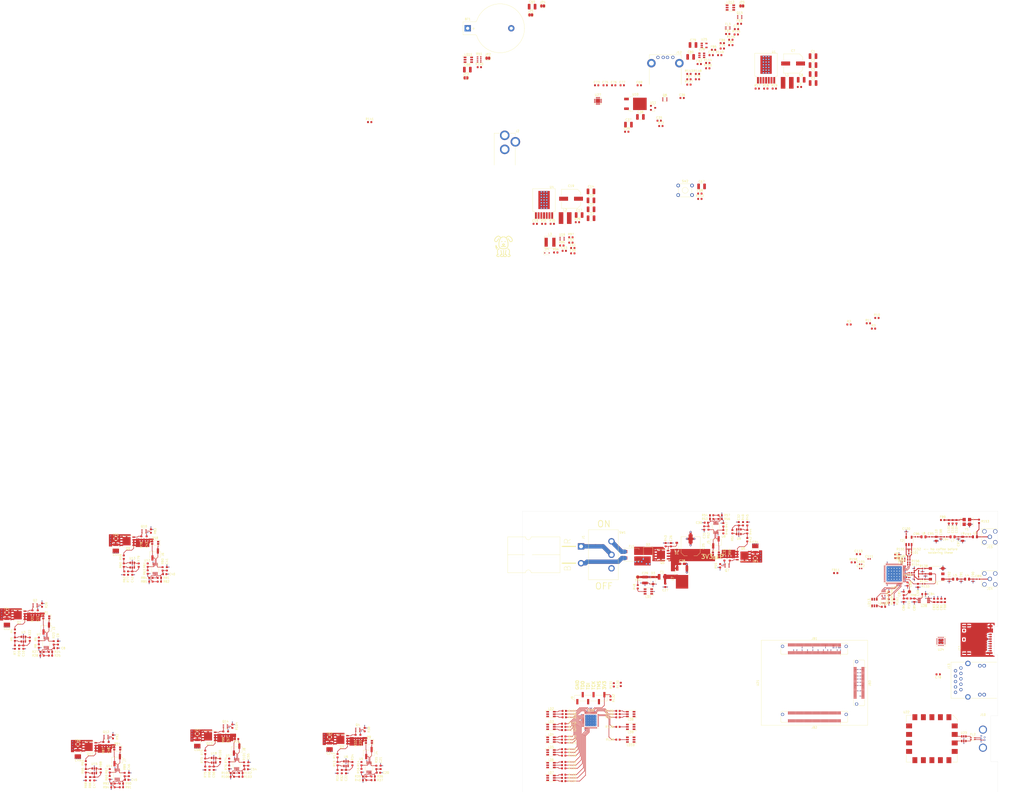
<source format=kicad_pcb>
(kicad_pcb (version 20171130) (host pcbnew "(5.1.0)-1")
  (layers (0 F.Cu signal) (1 In1.Cu power hide) (2 In2.Cu mixed) (31 B.Cu signal) (34 B.Paste user) (35 F.Paste user) (36 B.SilkS user) (37 F.SilkS user) (38 B.Mask user) (39 F.Mask user) (44 Edge.Cuts user))
  (net 0 "")
  (net 1 GND)
  (net 2 "Net-(C4-Pad1)")
  (net 3 3V3_LP)
  (net 4 MON_SDA)
  (net 5 MON_SCL)
  (net 6 VDD)
  (net 7 OVDD)
  (net 8 "/Power Supply/Stage 2 Regulators/3V3 Monitor/Vin")
  (net 9 "/Power Supply/Stage 2 Regulators/5V Monitor/Vin")
  (net 10 S2_PWR_ENABLE)
  (net 11 "/Power Supply/Stage 2 Regulators/3V3_5A Regulator/FB")
  (net 12 "/Power Supply/Stage 2 Regulators/3V3_5A Regulator/FB_Gnd")
  (net 13 "/Power Supply/Stage 2 Regulators/5V_5A Regulator/FB")
  (net 14 "/Power Supply/Stage 2 Regulators/5V_5A Regulator/FB_Gnd")
  (net 15 "/Power Supply/Stage 2 Regulators/3V3 Monitor/INa")
  (net 16 "/Power Supply/Stage 2 Regulators/3V3 Monitor/INb")
  (net 17 "/Power Supply/Stage 2 Regulators/5V Monitor/INa")
  (net 18 "/Power Supply/Stage 2 Regulators/5V Monitor/INb")
  (net 19 "/Power Supply/Stage 2 Regulators/3V3 Monitor/SetV")
  (net 20 "/Power Supply/Stage 2 Regulators/5V Monitor/SetV")
  (net 21 "Net-(R24-Pad2)")
  (net 22 "/Power Supply/Stage 1 Regulators/12V Monitor/Vin")
  (net 23 "Net-(FL1-Pad3)")
  (net 24 "Net-(FL1-Pad1)")
  (net 25 S1_PWR_ENABLE)
  (net 26 "/Power Supply/Stage 1 Regulators/12V Monitor/INa")
  (net 27 "/Power Supply/Stage 1 Regulators/12V Monitor/INb")
  (net 28 "/Power Supply/Stage 1 Regulators/12V Monitor/SetV")
  (net 29 "/Power Supply/Stage 1 Regulators/Vin")
  (net 30 "/Power Supply/Stage 2 Regulators/12V_In")
  (net 31 +3V3)
  (net 32 +5V)
  (net 33 "Net-(SW1-Pad3)")
  (net 34 "/Power Supply/Stage 2 Regulators/3V3_5A Regulator/Vout")
  (net 35 "/Power Supply/Stage 2 Regulators/5V_5A Regulator/Vout")
  (net 36 "/Power Supply/Stage 3 Regulators/1V8 Monitor/Vin")
  (net 37 "/Power Supply/Stage 3 Regulators/ADC 3V3 Monitor/Vin")
  (net 38 "/Power Supply/Stage 2 Regulators/3V3 Monitor/Sense-")
  (net 39 "/Power Supply/Stage 2 Regulators/3V3 Monitor/Sense+")
  (net 40 "/Power Supply/Stage 2 Regulators/5V Monitor/Sense-")
  (net 41 "/Power Supply/Stage 2 Regulators/5V Monitor/Sense+")
  (net 42 "/Power Supply/Stage 1 Regulators/12V Monitor/Sense-")
  (net 43 "/Power Supply/Stage 1 Regulators/12V Monitor/Sense+")
  (net 44 "/Power Supply/Stage 3 Regulators/1V8 Monitor/Sense-")
  (net 45 "/Power Supply/Stage 3 Regulators/1V8 Monitor/Sense+")
  (net 46 "/Power Supply/Stage 3 Regulators/ADC 3V3 Monitor/Sense-")
  (net 47 "/Power Supply/Stage 3 Regulators/ADC 3V3 Monitor/Sense+")
  (net 48 S3_PWR_ENABLE)
  (net 49 "/Power Supply/Stage 3 Regulators/1V8 Monitor/INa")
  (net 50 "/Power Supply/Stage 3 Regulators/1V8 Monitor/INb")
  (net 51 "/Power Supply/Stage 3 Regulators/ADC 3V3 Monitor/INa")
  (net 52 "/Power Supply/Stage 3 Regulators/ADC 3V3 Monitor/INb")
  (net 53 "/Power Supply/Stage 3 Regulators/1V8 Monitor/SetV")
  (net 54 "/Power Supply/Stage 3 Regulators/ADC 3V3 Monitor/SetV")
  (net 55 +1V8)
  (net 56 +3.3VADC)
  (net 57 1V8_from_FPGA)
  (net 58 "/Power Supply/Stage 3 Regulators/16V Step-up Regulator/16V_Out")
  (net 59 "/Power Supply/Stage 3 Regulators/16V Monitor/Sense-")
  (net 60 Backlight_Vdd)
  (net 61 "Net-(Q1-Pad4)")
  (net 62 "/Power Supply/Stage 3 Regulators/Backlight_Enable")
  (net 63 "/Power Supply/Stage 3 Regulators/16V Monitor/INa")
  (net 64 "/Power Supply/Stage 3 Regulators/16V Monitor/INb")
  (net 65 "/Power Supply/Stage 3 Regulators/16V Monitor/SetV")
  (net 66 FPGA_PWR_GOOD)
  (net 67 "Net-(C2-Pad1)")
  (net 68 "Net-(C22-Pad1)")
  (net 69 JTAG_VCC)
  (net 70 "Net-(D4-Pad2)")
  (net 71 "Net-(FB2-Pad2)")
  (net 72 "Net-(FL2-Pad2)")
  (net 73 "Net-(FL2-Pad4)")
  (net 74 /FPGA/Connectors/USB_DBG_D+)
  (net 75 /FPGA/Connectors/USB_DBG_D-)
  (net 76 "Net-(J1-Pad1)")
  (net 77 "Net-(Q2-Pad4)")
  (net 78 "Net-(Q2-Pad5)")
  (net 79 "Net-(Q2-Pad3)")
  (net 80 "Net-(Q6-Pad4)")
  (net 81 "Net-(Q10-Pad4)")
  (net 82 "Net-(Q11-Pad4)")
  (net 83 "Net-(Q12-Pad5)")
  (net 84 "Net-(R17-Pad2)")
  (net 85 "Net-(R19-Pad1)")
  (net 86 SD_CLK)
  (net 87 SD_DAT1)
  (net 88 SD_DAT0)
  (net 89 SD_CMD)
  (net 90 SD_DAT2)
  (net 91 SD_DAT3)
  (net 92 VCCIO_B35)
  (net 93 VCCIO_B13)
  (net 94 VCCIO_B34)
  (net 95 JTAG_TDI)
  (net 96 JTAG_TDO)
  (net 97 JTAG_TCK)
  (net 98 JTAG_TMS)
  (net 99 ETH_MDI2_P)
  (net 100 ETH_MDI2_N)
  (net 101 ETH_MDI3_P)
  (net 102 ETH_MDI3_N)
  (net 103 ETH_MDI1_N)
  (net 104 ETH_MDI1_P)
  (net 105 ETH_MDI0_N)
  (net 106 ETH_MDI0_P)
  (net 107 "Net-(FL2-Pad3)")
  (net 108 "Net-(FL2-Pad1)")
  (net 109 ~ETH_Link)
  (net 110 ~ETH_Active)
  (net 111 "Net-(BT1-Pad1)")
  (net 112 "Net-(FL3-Pad2)")
  (net 113 "Net-(FL3-Pad4)")
  (net 114 USB_OTG_D-)
  (net 115 USB_OTG_D+)
  (net 116 /FPGA/JB1/NOSEQ)
  (net 117 /FPGA/JB1/EN1)
  (net 118 /FPGA/JB1/MODE)
  (net 119 /FPGA/JB1/JTAGMODE)
  (net 120 "Net-(LD11-Pad6)")
  (net 121 "Net-(LD11-Pad3)")
  (net 122 "Net-(LD11-Pad1)")
  (net 123 USB_OTG_VEN)
  (net 124 USB_OTG_VBUS)
  (net 125 USB_OTG_ID)
  (net 126 "Net-(J11-Pad2)")
  (net 127 "Net-(J11-Pad3)")
  (net 128 ~PS_RESET)
  (net 129 "Net-(LD12-Pad6)")
  (net 130 /FPGA/Connectors/~USB_OC)
  (net 131 "Net-(LD12-Pad4)")
  (net 132 "Net-(LD12-Pad1)")
  (net 133 UART_DEBUG_FROM_FPGA)
  (net 134 UART_DEBUG_TO_FPGA)
  (net 135 "Net-(C10-Pad1)")
  (net 136 "Net-(C14-Pad1)")
  (net 137 "Net-(C16-Pad1)")
  (net 138 "Net-(C25-Pad1)")
  (net 139 "Net-(C26-Pad1)")
  (net 140 "Net-(C27-Pad1)")
  (net 141 "Net-(C32-Pad1)")
  (net 142 "Net-(C36-Pad1)")
  (net 143 "Net-(C42-Pad1)")
  (net 144 "Net-(C47-Pad1)")
  (net 145 "Net-(C50-Pad2)")
  (net 146 "Net-(C53-Pad1)")
  (net 147 "Net-(C56-Pad1)")
  (net 148 "Net-(C59-Pad1)")
  (net 149 "Net-(C60-Pad1)")
  (net 150 "Net-(C61-Pad2)")
  (net 151 "Net-(C62-Pad2)")
  (net 152 "Net-(C71-Pad1)")
  (net 153 "Net-(C73-Pad1)")
  (net 154 "Net-(C74-Pad1)")
  (net 155 "Net-(C75-Pad1)")
  (net 156 "Net-(C76-Pad1)")
  (net 157 "Net-(C78-Pad1)")
  (net 158 "Net-(C79-Pad1)")
  (net 159 "Net-(FB1-Pad2)")
  (net 160 "Net-(FB4-Pad2)")
  (net 161 "Net-(FB7-Pad1)")
  (net 162 "/Power Supply/Power Rail Management/JTAGEN")
  (net 163 "Net-(J10-Pad4)")
  (net 164 "Net-(J11-Pad10)")
  (net 165 "Net-(J11-Pad9)")
  (net 166 "Net-(J11-Pad1)")
  (net 167 "Net-(J11-Pad5)")
  (net 168 "Net-(J11-Pad7)")
  (net 169 "Net-(J11-Pad8)")
  (net 170 "Net-(J12-Pad3)")
  (net 171 "Net-(J12-Pad2)")
  (net 172 "Net-(LD1-Pad6)")
  (net 173 "Net-(LD1-Pad5)")
  (net 174 "Net-(LD1-Pad4)")
  (net 175 "Net-(LD1-Pad3)")
  (net 176 "Net-(LD1-Pad1)")
  (net 177 "/Power Supply/Power Rail Management/12V_VFault")
  (net 178 "/Power Supply/Power Rail Management/12V_OK")
  (net 179 "/Power Supply/Power Rail Management/12V_IFault")
  (net 180 "/Power Supply/Power Rail Management/3V3_VFault")
  (net 181 "/Power Supply/Power Rail Management/3V3_OK")
  (net 182 "/Power Supply/Power Rail Management/3V3_IFault")
  (net 183 "/Power Supply/Power Rail Management/5V_VFault")
  (net 184 "/Power Supply/Power Rail Management/5V_OK")
  (net 185 "/Power Supply/Power Rail Management/5V_IFault")
  (net 186 "/Power Supply/Power Rail Management/1V8_VFault")
  (net 187 "/Power Supply/Power Rail Management/1V8_OK")
  (net 188 "/Power Supply/Power Rail Management/1V8_IFault")
  (net 189 "/Power Supply/Power Rail Management/3V3ADC_VFault")
  (net 190 "/Power Supply/Power Rail Management/3V3ADC_OK")
  (net 191 "/Power Supply/Power Rail Management/3V3ADC_IFault")
  (net 192 "/Power Supply/Power Rail Management/16V_VFault")
  (net 193 16V_OK)
  (net 194 "/Power Supply/Power Rail Management/16V_IFault")
  (net 195 "/Power Supply/Power Rail Management/I2C_Error")
  (net 196 "/Power Supply/Power Rail Management/UART_Error")
  (net 197 "Net-(LD9-Pad6)")
  (net 198 "Net-(LD9-Pad4)")
  (net 199 "Net-(LD9-Pad3)")
  (net 200 "Net-(LD9-Pad1)")
  (net 201 "Net-(LD10-Pad6)")
  (net 202 "Net-(LD10-Pad4)")
  (net 203 "Net-(LD10-Pad3)")
  (net 204 "Net-(LD10-Pad1)")
  (net 205 "Net-(Q3-Pad4)")
  (net 206 "Net-(Q4-Pad4)")
  (net 207 "Net-(Q4-Pad5)")
  (net 208 "Net-(Q4-Pad3)")
  (net 209 "Net-(Q7-Pad4)")
  (net 210 "Net-(Q7-Pad5)")
  (net 211 "Net-(Q7-Pad3)")
  (net 212 "Net-(Q8-Pad5)")
  (net 213 "Net-(Q10-Pad6)")
  (net 214 "Net-(Q10-Pad5)")
  (net 215 "Net-(Q10-Pad3)")
  (net 216 "Net-(Q12-Pad4)")
  (net 217 "Net-(Q12-Pad3)")
  (net 218 "Net-(Q13-Pad4)")
  (net 219 "Net-(Q14-Pad4)")
  (net 220 "Net-(Q14-Pad5)")
  (net 221 "Net-(Q14-Pad3)")
  (net 222 "Net-(Q15-Pad5)")
  (net 223 3V3_V_Good)
  (net 224 3V3_I_Good)
  (net 225 "Net-(R25-Pad2)")
  (net 226 "Net-(R29-Pad2)")
  (net 227 "Net-(R31-Pad1)")
  (net 228 5V_V_Good)
  (net 229 5V_I_Good)
  (net 230 "Net-(R36-Pad2)")
  (net 231 "Net-(R37-Pad2)")
  (net 232 12V_V_Good)
  (net 233 12V_I_Good)
  (net 234 "Net-(R53-Pad2)")
  (net 235 "Net-(R54-Pad2)")
  (net 236 1V8_V_Good)
  (net 237 1V8_I_Good)
  (net 238 "Net-(R81-Pad2)")
  (net 239 "Net-(R82-Pad2)")
  (net 240 3V3ADC_V_Good)
  (net 241 3V3ADC_I_Good)
  (net 242 "Net-(R90-Pad2)")
  (net 243 "Net-(R91-Pad2)")
  (net 244 16V_V_Good)
  (net 245 16V_I_Good)
  (net 246 "Net-(R102-Pad2)")
  (net 247 "Net-(R103-Pad2)")
  (net 248 "Net-(U20-Pad64)")
  (net 249 "Net-(U20-Pad59)")
  (net 250 "Net-(U20-Pad60)")
  (net 251 "Net-(U21-Pad3.25)")
  (net 252 "Net-(U21-Pad3.27)")
  (net 253 "Net-(U21-Pad3.19)")
  (net 254 "Net-(U21-Pad3.21)")
  (net 255 "Net-(U21-Pad3.16)")
  (net 256 "Net-(U21-Pad3.47)")
  (net 257 "Net-(U21-Pad3.51)")
  (net 258 "Net-(U21-Pad3.31)")
  (net 259 "Net-(U21-Pad3.49)")
  (net 260 "Net-(U21-Pad3.8)")
  (net 261 "Net-(U21-Pad3.40)")
  (net 262 "Net-(U21-Pad3.60)")
  (net 263 "Net-(U21-Pad3.37)")
  (net 264 "Net-(U21-Pad3.28)")
  (net 265 "Net-(U21-Pad3.39)")
  (net 266 "Net-(U21-Pad3.41)")
  (net 267 "Net-(U21-Pad3.57)")
  (net 268 "Net-(U21-Pad3.32)")
  (net 269 "Net-(U21-Pad3.43)")
  (net 270 "Net-(U21-Pad3.2)")
  (net 271 "Net-(U21-Pad3.53)")
  (net 272 "Net-(U21-Pad3.58)")
  (net 273 "Net-(U21-Pad3.33)")
  (net 274 "Net-(U21-Pad3.4)")
  (net 275 "Net-(U21-Pad3.10)")
  (net 276 "Net-(U21-Pad3.20)")
  (net 277 "Net-(U21-Pad3.38)")
  (net 278 "Net-(U21-Pad3.44)")
  (net 279 "Net-(U21-Pad3.22)")
  (net 280 "Net-(U21-Pad3.34)")
  (net 281 "Net-(U21-Pad3.42)")
  (net 282 "Net-(U21-Pad3.59)")
  (net 283 "Net-(U21-Pad3.26)")
  (net 284 "Net-(U21-Pad3.14)")
  (net 285 "Net-(U21-Pad3.13)")
  (net 286 "Net-(U21-Pad3.7)")
  (net 287 "Net-(U21-Pad3.15)")
  (net 288 "Net-(U21-Pad3.1)")
  (net 289 "Net-(U21-Pad3.3)")
  (net 290 "Net-(U21-Pad3.9)")
  (net 291 "Net-(U21-Pad1.58)")
  (net 292 "Net-(U21-Pad1.66)")
  (net 293 "Net-(U21-Pad1.96)")
  (net 294 "Net-(U21-Pad1.72)")
  (net 295 "Net-(U21-Pad1.42)")
  (net 296 "Net-(U21-Pad1.44)")
  (net 297 "Net-(U21-Pad1.36)")
  (net 298 "Net-(U21-Pad1.76)")
  (net 299 "Net-(U21-Pad1.60)")
  (net 300 "Net-(U21-Pad1.34)")
  (net 301 "Net-(U21-Pad1.70)")
  (net 302 "Net-(U21-Pad1.79)")
  (net 303 "Net-(U21-Pad1.87)")
  (net 304 "Net-(U21-Pad1.77)")
  (net 305 "Net-(U21-Pad1.93)")
  (net 306 "Net-(U21-Pad1.38)")
  (net 307 "Net-(U21-Pad1.62)")
  (net 308 "Net-(U21-Pad1.32)")
  (net 309 "Net-(U21-Pad1.92)")
  (net 310 "Net-(U21-Pad1.85)")
  (net 311 "Net-(U21-Pad1.57)")
  (net 312 "Net-(U21-Pad1.84)")
  (net 313 "Net-(U21-Pad1.99)")
  (net 314 "Net-(U21-Pad1.52)")
  (net 315 "Net-(U21-Pad1.81)")
  (net 316 "Net-(U21-Pad1.94)")
  (net 317 "Net-(U21-Pad1.59)")
  (net 318 "Net-(U21-Pad1.50)")
  (net 319 "Net-(U21-Pad1.45)")
  (net 320 "Net-(U21-Pad1.97)")
  (net 321 "Net-(U21-Pad1.39)")
  (net 322 "Net-(U21-Pad1.88)")
  (net 323 "Net-(U21-Pad1.61)")
  (net 324 "Net-(U21-Pad1.56)")
  (net 325 "Net-(U21-Pad1.82)")
  (net 326 "Net-(U21-Pad1.100)")
  (net 327 "Net-(U21-Pad1.48)")
  (net 328 "Net-(U21-Pad1.46)")
  (net 329 "Net-(U21-Pad1.95)")
  (net 330 "Net-(U21-Pad1.68)")
  (net 331 "Net-(U21-Pad1.78)")
  (net 332 "Net-(U21-Pad1.98)")
  (net 333 "Net-(U21-Pad1.47)")
  (net 334 "Net-(U21-Pad1.55)")
  (net 335 "Net-(U21-Pad1.67)")
  (net 336 "Net-(U21-Pad1.49)")
  (net 337 "Net-(U21-Pad1.65)")
  (net 338 "Net-(U21-Pad1.71)")
  (net 339 "Net-(U21-Pad1.69)")
  (net 340 "Net-(U21-Pad1.75)")
  (net 341 "Net-(U21-Pad1.51)")
  (net 342 "Net-(U21-Pad1.41)")
  (net 343 "Net-(U21-Pad1.13)")
  (net 344 "Net-(U21-Pad1.35)")
  (net 345 "Net-(U21-Pad1.37)")
  (net 346 "Net-(U21-Pad2.65)")
  (net 347 "Net-(U21-Pad2.55)")
  (net 348 "Net-(U21-Pad2.67)")
  (net 349 "Net-(U21-Pad2.43)")
  (net 350 "Net-(U21-Pad2.13)")
  (net 351 "Net-(U21-Pad2.71)")
  (net 352 "Net-(U21-Pad2.73)")
  (net 353 "Net-(U21-Pad2.31)")
  (net 354 "Net-(U21-Pad2.47)")
  (net 355 "Net-(U21-Pad2.75)")
  (net 356 "Net-(U21-Pad2.11)")
  (net 357 "Net-(U21-Pad2.21)")
  (net 358 "Net-(U21-Pad2.23)")
  (net 359 "Net-(U21-Pad2.27)")
  (net 360 "Net-(U21-Pad2.37)")
  (net 361 "Net-(U21-Pad2.41)")
  (net 362 "Net-(U21-Pad2.35)")
  (net 363 "Net-(U21-Pad2.51)")
  (net 364 "Net-(U21-Pad2.53)")
  (net 365 "Net-(U21-Pad2.61)")
  (net 366 "Net-(U21-Pad2.45)")
  (net 367 "Net-(U21-Pad2.33)")
  (net 368 "Net-(U21-Pad2.25)")
  (net 369 "Net-(U21-Pad2.15)")
  (net 370 "Net-(U21-Pad2.57)")
  (net 371 "Net-(U21-Pad2.63)")
  (net 372 "Net-(U21-Pad2.85)")
  (net 373 "Net-(U21-Pad2.12)")
  (net 374 "Net-(U21-Pad2.14)")
  (net 375 "Net-(U21-Pad2.16)")
  (net 376 "Net-(U21-Pad2.81)")
  (net 377 "Net-(U21-Pad2.87)")
  (net 378 "Net-(U21-Pad2.97)")
  (net 379 "Net-(U21-Pad2.18)")
  (net 380 "Net-(U21-Pad2.20)")
  (net 381 "Net-(U21-Pad2.83)")
  (net 382 "Net-(U21-Pad2.93)")
  (net 383 "Net-(U21-Pad2.91)")
  (net 384 "Net-(U21-Pad2.77)")
  (net 385 "Net-(U21-Pad2.95)")
  (net 386 "Net-(U21-Pad2.99)")
  (net 387 "Net-(U21-Pad2.6)")
  (net 388 "Net-(U21-Pad2.90)")
  (net 389 "Net-(U21-Pad2.82)")
  (net 390 "Net-(U21-Pad2.46)")
  (net 391 "Net-(U21-Pad2.62)")
  (net 392 "Net-(U21-Pad2.74)")
  (net 393 "Net-(U21-Pad2.84)")
  (net 394 "Net-(U21-Pad2.52)")
  (net 395 "Net-(U21-Pad2.88)")
  (net 396 "Net-(U21-Pad2.56)")
  (net 397 "Net-(U21-Pad2.64)")
  (net 398 "Net-(U21-Pad2.68)")
  (net 399 "Net-(U21-Pad2.86)")
  (net 400 "Net-(U21-Pad2.78)")
  (net 401 "Net-(U21-Pad2.34)")
  (net 402 "Net-(U21-Pad2.38)")
  (net 403 "Net-(U21-Pad2.48)")
  (net 404 "Net-(U21-Pad2.32)")
  (net 405 "Net-(U21-Pad2.28)")
  (net 406 "Net-(U21-Pad2.22)")
  (net 407 "Net-(U21-Pad2.26)")
  (net 408 "Net-(U21-Pad2.24)")
  (net 409 "Net-(U21-Pad2.76)")
  (net 410 "Net-(U21-Pad2.66)")
  (net 411 "Net-(U21-Pad2.58)")
  (net 412 "Net-(U21-Pad2.72)")
  (net 413 "Net-(U21-Pad2.36)")
  (net 414 "Net-(U21-Pad2.42)")
  (net 415 "Net-(U21-Pad2.44)")
  (net 416 "Net-(U21-Pad2.54)")
  (net 417 "Net-(U22-Pad4)")
  (net 418 "Net-(U22-Pad3)")
  (net 419 "Net-(U24-Pad13)")
  (net 420 "Net-(U24-Pad15)")
  (net 421 "Net-(U24-Pad14)")
  (net 422 "Net-(U24-Pad8)")
  (net 423 "Net-(U24-Pad10)")
  (net 424 "Net-(U24-Pad12)")
  (net 425 "Net-(U27-Pad16)")
  (net 426 "Net-(U27-Pad15)")
  (net 427 "Net-(U27-Pad14)")
  (net 428 "Net-(U27-Pad13)")
  (net 429 "Net-(U27-Pad12)")
  (net 430 "Net-(U27-Pad11)")
  (net 431 "Net-(U27-Pad10)")
  (net 432 "Net-(U27-Pad9)")
  (net 433 "Net-(U27-Pad8)")
  (net 434 "Net-(U27-Pad7)")
  (net 435 "Net-(U27-Pad6)")
  (net 436 "Net-(U27-Pad5)")
  (net 437 "Net-(U27-Pad4)")
  (net 438 "Net-(U27-Pad3)")
  (net 439 "Net-(U27-Pad1)")
  (net 440 "Net-(J13-PadL2)")
  (net 441 "Net-(J13-PadL4)")
  (net 442 "Net-(R134-Pad2)")
  (net 443 "Net-(R135-Pad1)")
  (net 444 "Net-(R138-Pad2)")
  (net 445 "Net-(R139-Pad1)")
  (net 446 "Net-(R144-Pad2)")
  (net 447 UART_PMIC_FROM_FPGA)
  (net 448 UART_PMIC_TO_FPGA)
  (net 449 "Net-(LD2-Pad6)")
  (net 450 "Net-(LD2-Pad5)")
  (net 451 "Net-(LD2-Pad4)")
  (net 452 "Net-(LD3-Pad6)")
  (net 453 "Net-(LD3-Pad5)")
  (net 454 "Net-(LD3-Pad4)")
  (net 455 "Net-(LD4-Pad6)")
  (net 456 "Net-(LD4-Pad5)")
  (net 457 "Net-(LD4-Pad4)")
  (net 458 "Net-(LD5-Pad6)")
  (net 459 "Net-(LD5-Pad5)")
  (net 460 "Net-(LD5-Pad4)")
  (net 461 "Net-(LD6-Pad6)")
  (net 462 "Net-(LD6-Pad5)")
  (net 463 "Net-(LD6-Pad4)")
  (net 464 "Net-(LD7-Pad6)")
  (net 465 "Net-(LD7-Pad5)")
  (net 466 "Net-(LD7-Pad4)")
  (net 467 "Net-(LD8-Pad6)")
  (net 468 "Net-(LD8-Pad5)")
  (net 469 "Net-(LD8-Pad4)")
  (net 470 "Net-(LD9-Pad5)")
  (net 471 "Net-(LD10-Pad5)")
  (net 472 "Net-(C81-Pad1)")
  (net 473 "Net-(C84-Pad1)")
  (net 474 "Net-(C85-Pad1)")
  (net 475 "Net-(C86-Pad1)")
  (net 476 "Net-(C89-Pad2)")
  (net 477 "Net-(C89-Pad1)")
  (net 478 "Net-(C91-Pad1)")
  (net 479 "Net-(C92-Pad1)")
  (net 480 "Net-(C93-Pad2)")
  (net 481 "Net-(C93-Pad1)")
  (net 482 "Net-(C94-Pad2)")
  (net 483 "Net-(C94-Pad1)")
  (net 484 "Net-(C95-Pad2)")
  (net 485 "Net-(C96-Pad2)")
  (net 486 "Net-(C96-Pad1)")
  (net 487 "Net-(C99-Pad2)")
  (net 488 "Net-(C99-Pad1)")
  (net 489 "Net-(C100-Pad1)")
  (net 490 "Net-(C101-Pad1)")
  (net 491 "Net-(C102-Pad1)")
  (net 492 "Net-(R153-Pad2)")
  (net 493 "Net-(U28-Pad8)")
  (net 494 "Net-(U28-Pad7)")
  (net 495 "Net-(U28-Pad3)")
  (net 496 "Net-(U28-Pad1)")
  (net 497 "Net-(Y1-Pad1)")
  (net 498 "Net-(J15-Pad1)")
  (net 499 "Net-(R154-Pad2)")
  (net 500 "Net-(R154-Pad1)")
  (net 501 "Net-(LD13-Pad6)")
  (net 502 "Net-(LD13-Pad5)")
  (net 503 "Net-(LD13-Pad3)")
  (net 504 "Net-(LD13-Pad2)")
  (net 505 "Net-(LD13-Pad1)")
  (net 506 "Net-(Q16-Pad6)")
  (net 507 "Net-(Q16-Pad4)")
  (net 508 ADC_Overflow)
  (net 509 "Net-(Q16-Pad5)")
  (net 510 "Net-(Q16-Pad3)")
  (net 511 "Net-(R158-Pad2)")
  (net 512 "Net-(R159-Pad2)")
  (net 513 ADC_RAND)
  (net 514 ADC_DITH)
  (net 515 ADC_D0-)
  (net 516 ADC_D0+)
  (net 517 ADC_D8-)
  (net 518 ADC_D4+)
  (net 519 ADC_D12+)
  (net 520 ADC_D14-)
  (net 521 ADC_CLK+)
  (net 522 ADC_D12-)
  (net 523 ADC_D1-)
  (net 524 ADC_D7-)
  (net 525 ADC_D2+)
  (net 526 ADC_D5-)
  (net 527 ADC_D8+)
  (net 528 ADC_D10+)
  (net 529 ADC_D10-)
  (net 530 ADC_D11-)
  (net 531 ADC_D9-)
  (net 532 ADC_D2-)
  (net 533 ADC_D1+)
  (net 534 ADC_D6-)
  (net 535 ADC_D3+)
  (net 536 ADC_D11+)
  (net 537 ADC_D14+)
  (net 538 ADC_D3-)
  (net 539 ADC_D6+)
  (net 540 ADC_D13-)
  (net 541 ADC_D13+)
  (net 542 ADC_D7+)
  (net 543 ADC_D15+)
  (net 544 ADC_D5+)
  (net 545 ADC_CLK-)
  (net 546 ADC_D4-)
  (net 547 ADC_D15-)
  (net 548 ADC_D9+)
  (module Connector_WUT:Micro-USB_Amphenol_MUSB-K152-30_Horizontal_TH (layer F.Cu) (at 264.75 142.5 90)
    (fp_text reference J10 (at 11.25 0 180) (layer F.SilkS))
    (fp_text value USB_B_Micro hide)
    (pad 3 thru_hole circle (at 0 -0.8 90) (size 0.8 0.8) (drill 0.45) (layers *.Cu *.Mask) (net 107 "Net-(FL2-Pad3)"))
    (pad 1 thru_hole circle (at -1.3 -0.8 90) (size 0.8 0.8) (drill 0.45) (layers *.Cu *.Mask) (net 160 "Net-(FB4-Pad2)"))
    (pad 2 thru_hole circle (at -0.65 0.8 90) (size 0.8 0.8) (drill 0.45) (layers *.Cu *.Mask) (net 108 "Net-(FL2-Pad1)"))
    (pad 4 thru_hole circle (at 0.65 0.8 90) (size 0.8 0.8) (drill 0.45) (layers *.Cu *.Mask) (net 163 "Net-(J10-Pad4)"))
    (pad 5 thru_hole circle (at 1.3 -0.8 90) (size 0.8 0.8) (drill 0.45) (layers *.Cu *.Mask) (net 1 GND))
    (pad 6 thru_hole circle (at -4.25 0 90) (size 3.8 3.8) (drill 2.8) (layers *.Cu *.Mask) (net 1 GND))
    (pad 6 thru_hole circle (at 4.25 0 90) (size 3.8 3.8) (drill 2.8) (layers *.Cu *.Mask) (net 1 GND))
  )
  (module IC_WUT:Trenz_TE0720 (layer F.Cu) (at 185.5 116.25 270)
    (fp_text reference U21 (at 0 26.6 270) (layer F.SilkS))
    (fp_text value TE0720 hide)
    (fp_text user JB2 (at 21 0) (layer F.SilkS))
    (fp_text user JB3 (at 0.2 -26 90) (layer F.SilkS))
    (fp_text user JB1 (at -20.8 0 180) (layer F.SilkS))
    (pad "" np_thru_hole circle (at 17 22 270) (size 3 3) (drill 3) (layers *.Cu *.Mask))
    (pad "" np_thru_hole circle (at -17 22 270) (size 3 3) (drill 3) (layers *.Cu *.Mask))
    (pad "" np_thru_hole circle (at -17 -22 270) (size 3 3) (drill 3) (layers *.Cu *.Mask))
    (pad "" np_thru_hole circle (at 17 -22 270) (size 3 3) (drill 3) (layers *.Cu *.Mask))
    (pad 3.23 smd rect (at -1.75 -22.85 270) (size 0.3 1.5) (layers F.Cu F.Paste F.Mask) (net 1 GND))
    (pad 3.25 smd rect (at -1.25 -22.85 270) (size 0.3 1.5) (layers F.Cu F.Paste F.Mask) (net 251 "Net-(U21-Pad3.25)"))
    (pad 3.27 smd rect (at -0.75 -22.85 270) (size 0.3 1.5) (layers F.Cu F.Paste F.Mask) (net 252 "Net-(U21-Pad3.27)"))
    (pad 3.19 smd rect (at -2.75 -22.85 270) (size 0.3 1.5) (layers F.Cu F.Paste F.Mask) (net 253 "Net-(U21-Pad3.19)"))
    (pad 3.17 smd rect (at -3.25 -22.85 270) (size 0.3 1.5) (layers F.Cu F.Paste F.Mask) (net 1 GND))
    (pad 3.21 smd rect (at -2.25 -22.85 270) (size 0.3 1.5) (layers F.Cu F.Paste F.Mask) (net 254 "Net-(U21-Pad3.21)"))
    (pad 3.16 smd rect (at -3.75 -19.15 270) (size 0.3 1.5) (layers F.Cu F.Paste F.Mask) (net 255 "Net-(U21-Pad3.16)"))
    (pad "" np_thru_hole circle (at 8.5 -21.85 270) (size 1.45 1.45) (drill 1.45) (layers *.Cu *.Mask))
    (pad 3.47 smd rect (at 4.25 -22.85 270) (size 0.3 1.5) (layers F.Cu F.Paste F.Mask) (net 256 "Net-(U21-Pad3.47)"))
    (pad 3.51 smd rect (at 5.25 -22.85 270) (size 0.3 1.5) (layers F.Cu F.Paste F.Mask) (net 257 "Net-(U21-Pad3.51)"))
    (pad 3.6 smd rect (at -6.25 -19.15 270) (size 0.3 1.5) (layers F.Cu F.Paste F.Mask) (net 1 GND))
    (pad 3.24 smd rect (at -1.75 -19.15 270) (size 0.3 1.5) (layers F.Cu F.Paste F.Mask) (net 1 GND))
    (pad 3.31 smd rect (at 0.25 -22.85 270) (size 0.3 1.5) (layers F.Cu F.Paste F.Mask) (net 258 "Net-(U21-Pad3.31)"))
    (pad 3.49 smd rect (at 4.75 -22.85 270) (size 0.3 1.5) (layers F.Cu F.Paste F.Mask) (net 259 "Net-(U21-Pad3.49)"))
    (pad 3.8 smd rect (at -5.75 -19.15 270) (size 0.3 1.5) (layers F.Cu F.Paste F.Mask) (net 260 "Net-(U21-Pad3.8)"))
    (pad 3.18 smd rect (at -3.25 -19.15 270) (size 0.3 1.5) (layers F.Cu F.Paste F.Mask) (net 1 GND))
    (pad 3.40 smd rect (at 2.25 -19.15 270) (size 0.3 1.5) (layers F.Cu F.Paste F.Mask) (net 261 "Net-(U21-Pad3.40)"))
    (pad 3.48 smd rect (at 4.25 -19.15 270) (size 0.3 1.5) (layers F.Cu F.Paste F.Mask) (net 115 USB_OTG_D+))
    (pad 3.50 smd rect (at 4.75 -19.15 270) (size 0.3 1.5) (layers F.Cu F.Paste F.Mask) (net 114 USB_OTG_D-))
    (pad 3.36 smd rect (at 1.25 -19.15 270) (size 0.3 1.5) (layers F.Cu F.Paste F.Mask) (net 1 GND))
    (pad 3.60 smd rect (at 7.25 -19.15 270) (size 0.3 1.5) (layers F.Cu F.Paste F.Mask) (net 262 "Net-(U21-Pad3.60)"))
    (pad 3.37 smd rect (at 1.75 -22.85 270) (size 0.3 1.5) (layers F.Cu F.Paste F.Mask) (net 263 "Net-(U21-Pad3.37)"))
    (pad 3.28 smd rect (at -0.75 -19.15 270) (size 0.3 1.5) (layers F.Cu F.Paste F.Mask) (net 264 "Net-(U21-Pad3.28)"))
    (pad 3.39 smd rect (at 2.25 -22.85 270) (size 0.3 1.5) (layers F.Cu F.Paste F.Mask) (net 265 "Net-(U21-Pad3.39)"))
    (pad 3.41 smd rect (at 2.75 -22.85 270) (size 0.3 1.5) (layers F.Cu F.Paste F.Mask) (net 266 "Net-(U21-Pad3.41)"))
    (pad 3.29 smd rect (at -0.25 -22.85 270) (size 0.3 1.5) (layers F.Cu F.Paste F.Mask) (net 1 GND))
    (pad SH3 thru_hole circle (at -9.975 -19.85 270) (size 1.5 1.5) (drill 1) (layers *.Cu *.Mask) (net 1 GND))
    (pad 3.46 smd rect (at 3.75 -19.15 270) (size 0.3 1.5) (layers F.Cu F.Paste F.Mask) (net 1 GND))
    (pad 3.57 smd rect (at 6.75 -22.85 270) (size 0.3 1.5) (layers F.Cu F.Paste F.Mask) (net 267 "Net-(U21-Pad3.57)"))
    (pad 3.30 smd rect (at -0.25 -19.15 270) (size 0.3 1.5) (layers F.Cu F.Paste F.Mask) (net 1 GND))
    (pad 3.32 smd rect (at 0.25 -19.15 270) (size 0.3 1.5) (layers F.Cu F.Paste F.Mask) (net 268 "Net-(U21-Pad3.32)"))
    (pad 3.43 smd rect (at 3.25 -22.85 270) (size 0.3 1.5) (layers F.Cu F.Paste F.Mask) (net 269 "Net-(U21-Pad3.43)"))
    (pad 3.35 smd rect (at 1.25 -22.85 270) (size 0.3 1.5) (layers F.Cu F.Paste F.Mask) (net 1 GND))
    (pad 3.2 smd rect (at -7.25 -19.15 270) (size 0.3 1.5) (layers F.Cu F.Paste F.Mask) (net 270 "Net-(U21-Pad3.2)"))
    (pad 3.53 smd rect (at 5.75 -22.85 270) (size 0.3 1.5) (layers F.Cu F.Paste F.Mask) (net 271 "Net-(U21-Pad3.53)"))
    (pad 3.58 smd rect (at 6.75 -19.15 270) (size 0.3 1.5) (layers F.Cu F.Paste F.Mask) (net 272 "Net-(U21-Pad3.58)"))
    (pad 3.33 smd rect (at 0.75 -22.85 270) (size 0.3 1.5) (layers F.Cu F.Paste F.Mask) (net 273 "Net-(U21-Pad3.33)"))
    (pad 3.4 smd rect (at -6.75 -19.15 270) (size 0.3 1.5) (layers F.Cu F.Paste F.Mask) (net 274 "Net-(U21-Pad3.4)"))
    (pad 3.10 smd rect (at -5.25 -19.15 270) (size 0.3 1.5) (layers F.Cu F.Paste F.Mask) (net 275 "Net-(U21-Pad3.10)"))
    (pad 3.20 smd rect (at -2.75 -19.15 270) (size 0.3 1.5) (layers F.Cu F.Paste F.Mask) (net 276 "Net-(U21-Pad3.20)"))
    (pad 3.38 smd rect (at 1.75 -19.15 270) (size 0.3 1.5) (layers F.Cu F.Paste F.Mask) (net 277 "Net-(U21-Pad3.38)"))
    (pad 3.44 smd rect (at 3.25 -19.15 270) (size 0.3 1.5) (layers F.Cu F.Paste F.Mask) (net 278 "Net-(U21-Pad3.44)"))
    (pad 3.54 smd rect (at 5.75 -19.15 270) (size 0.3 1.5) (layers F.Cu F.Paste F.Mask) (net 123 USB_OTG_VEN))
    (pad "" np_thru_hole circle (at -8.5 -21.85 270) (size 1.45 1.45) (drill 1.45) (layers *.Cu *.Mask))
    (pad 3.22 smd rect (at -2.25 -19.15 270) (size 0.3 1.5) (layers F.Cu F.Paste F.Mask) (net 279 "Net-(U21-Pad3.22)"))
    (pad 3.45 smd rect (at 3.75 -22.85 270) (size 0.3 1.5) (layers F.Cu F.Paste F.Mask) (net 1 GND))
    (pad 3.12 smd rect (at -4.75 -19.15 270) (size 0.3 1.5) (layers F.Cu F.Paste F.Mask) (net 1 GND))
    (pad 3.34 smd rect (at 0.75 -19.15 270) (size 0.3 1.5) (layers F.Cu F.Paste F.Mask) (net 280 "Net-(U21-Pad3.34)"))
    (pad 3.42 smd rect (at 2.75 -19.15 270) (size 0.3 1.5) (layers F.Cu F.Paste F.Mask) (net 281 "Net-(U21-Pad3.42)"))
    (pad 3.56 smd rect (at 6.25 -19.15 270) (size 0.3 1.5) (layers F.Cu F.Paste F.Mask) (net 124 USB_OTG_VBUS))
    (pad SH3 thru_hole circle (at 9.975 -19.85 270) (size 1.5 1.5) (drill 1) (layers *.Cu *.Mask) (net 1 GND))
    (pad 3.59 smd rect (at 7.25 -22.85 270) (size 0.3 1.5) (layers F.Cu F.Paste F.Mask) (net 282 "Net-(U21-Pad3.59)"))
    (pad 3.26 smd rect (at -1.25 -19.15 270) (size 0.3 1.5) (layers F.Cu F.Paste F.Mask) (net 283 "Net-(U21-Pad3.26)"))
    (pad 3.14 smd rect (at -4.25 -19.15 270) (size 0.3 1.5) (layers F.Cu F.Paste F.Mask) (net 284 "Net-(U21-Pad3.14)"))
    (pad 3.55 smd rect (at 6.25 -22.85 270) (size 0.3 1.5) (layers F.Cu F.Paste F.Mask) (net 1 GND))
    (pad 3.52 smd rect (at 5.25 -19.15 270) (size 0.3 1.5) (layers F.Cu F.Paste F.Mask) (net 125 USB_OTG_ID))
    (pad 3.11 smd rect (at -4.75 -22.85 270) (size 0.3 1.5) (layers F.Cu F.Paste F.Mask) (net 1 GND))
    (pad 3.13 smd rect (at -4.25 -22.85 270) (size 0.3 1.5) (layers F.Cu F.Paste F.Mask) (net 285 "Net-(U21-Pad3.13)"))
    (pad 3.7 smd rect (at -5.75 -22.85 270) (size 0.3 1.5) (layers F.Cu F.Paste F.Mask) (net 286 "Net-(U21-Pad3.7)"))
    (pad 3.15 smd rect (at -3.75 -22.85 270) (size 0.3 1.5) (layers F.Cu F.Paste F.Mask) (net 287 "Net-(U21-Pad3.15)"))
    (pad 3.1 smd rect (at -7.25 -22.85 270) (size 0.3 1.5) (layers F.Cu F.Paste F.Mask) (net 288 "Net-(U21-Pad3.1)"))
    (pad 3.3 smd rect (at -6.75 -22.85 270) (size 0.3 1.5) (layers F.Cu F.Paste F.Mask) (net 289 "Net-(U21-Pad3.3)"))
    (pad 3.5 smd rect (at -6.25 -22.85 270) (size 0.3 1.5) (layers F.Cu F.Paste F.Mask) (net 1 GND))
    (pad 3.9 smd rect (at -5.25 -22.85 270) (size 0.3 1.5) (layers F.Cu F.Paste F.Mask) (net 290 "Net-(U21-Pad3.9)"))
    (pad 1.58 smd rect (at -17.85 1.75 180) (size 0.3 1.5) (layers F.Cu F.Paste F.Mask) (net 291 "Net-(U21-Pad1.58)"))
    (pad 1.66 smd rect (at -17.85 3.75 180) (size 0.3 1.5) (layers F.Cu F.Paste F.Mask) (net 292 "Net-(U21-Pad1.66)"))
    (pad 1.24 smd rect (at -17.85 -6.75 180) (size 0.3 1.5) (layers F.Cu F.Paste F.Mask) (net 88 SD_DAT0))
    (pad 1.96 smd rect (at -17.85 11.25 180) (size 0.3 1.5) (layers F.Cu F.Paste F.Mask) (net 293 "Net-(U21-Pad1.96)"))
    (pad 1.72 smd rect (at -17.85 5.25 180) (size 0.3 1.5) (layers F.Cu F.Paste F.Mask) (net 294 "Net-(U21-Pad1.72)"))
    (pad 1.42 smd rect (at -17.85 -2.25 180) (size 0.3 1.5) (layers F.Cu F.Paste F.Mask) (net 295 "Net-(U21-Pad1.42)"))
    (pad 1.30 smd rect (at -17.85 -5.25 180) (size 0.3 1.5) (layers F.Cu F.Paste F.Mask) (net 1 GND))
    (pad "" np_thru_hole circle (at -15.15 -13.5 180) (size 1.45 1.45) (drill 1.45) (layers *.Cu *.Mask))
    (pad 1.44 smd rect (at -17.85 -1.75 180) (size 0.3 1.5) (layers F.Cu F.Paste F.Mask) (net 296 "Net-(U21-Pad1.44)"))
    (pad 1.36 smd rect (at -17.85 -3.75 180) (size 0.3 1.5) (layers F.Cu F.Paste F.Mask) (net 297 "Net-(U21-Pad1.36)"))
    (pad 1.76 smd rect (at -17.85 6.25 180) (size 0.3 1.5) (layers F.Cu F.Paste F.Mask) (net 298 "Net-(U21-Pad1.76)"))
    (pad 1.60 smd rect (at -17.85 2.25 180) (size 0.3 1.5) (layers F.Cu F.Paste F.Mask) (net 299 "Net-(U21-Pad1.60)"))
    (pad 1.40 smd rect (at -17.85 -2.75 180) (size 0.3 1.5) (layers F.Cu F.Paste F.Mask) (net 57 1V8_from_FPGA))
    (pad 1.54 smd rect (at -17.85 0.75 180) (size 0.3 1.5) (layers F.Cu F.Paste F.Mask) (net 1 GND))
    (pad "" np_thru_hole circle (at -15.15 13.5 180) (size 1.45 1.45) (drill 1.45) (layers *.Cu *.Mask))
    (pad 1.7 smd rect (at -14.15 -10.75 180) (size 0.3 1.5) (layers F.Cu F.Paste F.Mask) (net 1 GND))
    (pad 1.34 smd rect (at -17.85 -4.25 180) (size 0.3 1.5) (layers F.Cu F.Paste F.Mask) (net 300 "Net-(U21-Pad1.34)"))
    (pad 1.26 smd rect (at -17.85 -6.25 180) (size 0.3 1.5) (layers F.Cu F.Paste F.Mask) (net 89 SD_CMD))
    (pad 1.28 smd rect (at -17.85 -5.75 180) (size 0.3 1.5) (layers F.Cu F.Paste F.Mask) (net 86 SD_CLK))
    (pad 1.70 smd rect (at -17.85 4.75 180) (size 0.3 1.5) (layers F.Cu F.Paste F.Mask) (net 301 "Net-(U21-Pad1.70)"))
    (pad 1.79 smd rect (at -14.15 7.25 180) (size 0.3 1.5) (layers F.Cu F.Paste F.Mask) (net 302 "Net-(U21-Pad1.79)"))
    (pad 1.87 smd rect (at -14.15 9.25 180) (size 0.3 1.5) (layers F.Cu F.Paste F.Mask) (net 303 "Net-(U21-Pad1.87)"))
    (pad 1.77 smd rect (at -14.15 6.75 180) (size 0.3 1.5) (layers F.Cu F.Paste F.Mask) (net 304 "Net-(U21-Pad1.77)"))
    (pad 1.93 smd rect (at -14.15 10.75 180) (size 0.3 1.5) (layers F.Cu F.Paste F.Mask) (net 305 "Net-(U21-Pad1.93)"))
    (pad SH1 thru_hole circle (at -17.15 14.975 180) (size 1.5 1.5) (drill 1) (layers *.Cu *.Mask) (net 1 GND))
    (pad 1.83 smd rect (at -14.15 8.25 180) (size 0.3 1.5) (layers F.Cu F.Paste F.Mask) (net 1 GND))
    (pad SH1 thru_hole circle (at -17.15 -14.975 180) (size 1.5 1.5) (drill 1) (layers *.Cu *.Mask) (net 1 GND))
    (pad 1.10 smd rect (at -17.85 -10.25 180) (size 0.3 1.5) (layers F.Cu F.Paste F.Mask) (net 92 VCCIO_B35))
    (pad 1.38 smd rect (at -17.85 -3.25 180) (size 0.3 1.5) (layers F.Cu F.Paste F.Mask) (net 306 "Net-(U21-Pad1.38)"))
    (pad 1.86 smd rect (at -17.85 8.75 180) (size 0.3 1.5) (layers F.Cu F.Paste F.Mask) (net 133 UART_DEBUG_FROM_FPGA))
    (pad 1.62 smd rect (at -17.85 2.75 180) (size 0.3 1.5) (layers F.Cu F.Paste F.Mask) (net 307 "Net-(U21-Pad1.62)"))
    (pad 1.32 smd rect (at -17.85 -4.75 180) (size 0.3 1.5) (layers F.Cu F.Paste F.Mask) (net 308 "Net-(U21-Pad1.32)"))
    (pad 1.92 smd rect (at -17.85 10.25 180) (size 0.3 1.5) (layers F.Cu F.Paste F.Mask) (net 309 "Net-(U21-Pad1.92)"))
    (pad 1.85 smd rect (at -14.15 8.75 180) (size 0.3 1.5) (layers F.Cu F.Paste F.Mask) (net 310 "Net-(U21-Pad1.85)"))
    (pad 1.63 smd rect (at -14.15 3.25 180) (size 0.3 1.5) (layers F.Cu F.Paste F.Mask) (net 1 GND))
    (pad 1.57 smd rect (at -14.15 1.75 180) (size 0.3 1.5) (layers F.Cu F.Paste F.Mask) (net 311 "Net-(U21-Pad1.57)"))
    (pad 1.84 smd rect (at -17.85 8.25 180) (size 0.3 1.5) (layers F.Cu F.Paste F.Mask) (net 312 "Net-(U21-Pad1.84)"))
    (pad 1.99 smd rect (at -14.15 12.25 180) (size 0.3 1.5) (layers F.Cu F.Paste F.Mask) (net 313 "Net-(U21-Pad1.99)"))
    (pad 1.14 smd rect (at -17.85 -9.25 180) (size 0.3 1.5) (layers F.Cu F.Paste F.Mask) (net 31 +3V3))
    (pad 1.52 smd rect (at -17.85 0.25 180) (size 0.3 1.5) (layers F.Cu F.Paste F.Mask) (net 314 "Net-(U21-Pad1.52)"))
    (pad 1.81 smd rect (at -14.15 7.75 180) (size 0.3 1.5) (layers F.Cu F.Paste F.Mask) (net 315 "Net-(U21-Pad1.81)"))
    (pad 1.94 smd rect (at -17.85 10.75 180) (size 0.3 1.5) (layers F.Cu F.Paste F.Mask) (net 316 "Net-(U21-Pad1.94)"))
    (pad 1.2 smd rect (at -17.85 -12.25 180) (size 0.3 1.5) (layers F.Cu F.Paste F.Mask) (net 31 +3V3))
    (pad 1.91 smd rect (at -14.15 10.25 180) (size 0.3 1.5) (layers F.Cu F.Paste F.Mask) (net 134 UART_DEBUG_TO_FPGA))
    (pad 1.16 smd rect (at -17.85 -8.75 180) (size 0.3 1.5) (layers F.Cu F.Paste F.Mask) (net 31 +3V3))
    (pad 1.80 smd rect (at -17.85 7.25 180) (size 0.3 1.5) (layers F.Cu F.Paste F.Mask) (net 111 "Net-(BT1-Pad1)"))
    (pad 1.59 smd rect (at -14.15 2.25 180) (size 0.3 1.5) (layers F.Cu F.Paste F.Mask) (net 317 "Net-(U21-Pad1.59)"))
    (pad 1.90 smd rect (at -17.85 9.75 180) (size 0.3 1.5) (layers F.Cu F.Paste F.Mask) (net 119 /FPGA/JB1/JTAGMODE))
    (pad 1.6 smd rect (at -17.85 -11.25 180) (size 0.3 1.5) (layers F.Cu F.Paste F.Mask) (net 31 +3V3))
    (pad 1.25 smd rect (at -14.15 -6.25 180) (size 0.3 1.5) (layers F.Cu F.Paste F.Mask) (net 1 GND))
    (pad 1.50 smd rect (at -17.85 -0.25 180) (size 0.3 1.5) (layers F.Cu F.Paste F.Mask) (net 318 "Net-(U21-Pad1.50)"))
    (pad 1.45 smd rect (at -14.15 -1.25 180) (size 0.3 1.5) (layers F.Cu F.Paste F.Mask) (net 319 "Net-(U21-Pad1.45)"))
    (pad 1.97 smd rect (at -14.15 11.75 180) (size 0.3 1.5) (layers F.Cu F.Paste F.Mask) (net 320 "Net-(U21-Pad1.97)"))
    (pad 1.89 smd rect (at -14.15 9.75 180) (size 0.3 1.5) (layers F.Cu F.Paste F.Mask) (net 1 GND))
    (pad 1.39 smd rect (at -14.15 -2.75 180) (size 0.3 1.5) (layers F.Cu F.Paste F.Mask) (net 321 "Net-(U21-Pad1.39)"))
    (pad 1.88 smd rect (at -17.85 9.25 180) (size 0.3 1.5) (layers F.Cu F.Paste F.Mask) (net 322 "Net-(U21-Pad1.88)"))
    (pad 1.15 smd rect (at -14.15 -8.75 180) (size 0.3 1.5) (layers F.Cu F.Paste F.Mask) (net 99 ETH_MDI2_P))
    (pad 1.12 smd rect (at -17.85 -9.75 180) (size 0.3 1.5) (layers F.Cu F.Paste F.Mask) (net 92 VCCIO_B35))
    (pad 1.74 smd rect (at -17.85 5.75 180) (size 0.3 1.5) (layers F.Cu F.Paste F.Mask) (net 1 GND))
    (pad 1.61 smd rect (at -14.15 2.75 180) (size 0.3 1.5) (layers F.Cu F.Paste F.Mask) (net 323 "Net-(U21-Pad1.61)"))
    (pad 1.64 smd rect (at -17.85 3.25 180) (size 0.3 1.5) (layers F.Cu F.Paste F.Mask) (net 1 GND))
    (pad 1.56 smd rect (at -17.85 1.25 180) (size 0.3 1.5) (layers F.Cu F.Paste F.Mask) (net 324 "Net-(U21-Pad1.56)"))
    (pad 1.82 smd rect (at -17.85 7.75 180) (size 0.3 1.5) (layers F.Cu F.Paste F.Mask) (net 325 "Net-(U21-Pad1.82)"))
    (pad 1.100 smd rect (at -17.85 12.25 180) (size 0.3 1.5) (layers F.Cu F.Paste F.Mask) (net 326 "Net-(U21-Pad1.100)"))
    (pad 1.48 smd rect (at -17.85 -0.75 180) (size 0.3 1.5) (layers F.Cu F.Paste F.Mask) (net 327 "Net-(U21-Pad1.48)"))
    (pad 1.20 smd rect (at -17.85 -7.75 180) (size 0.3 1.5) (layers F.Cu F.Paste F.Mask) (net 90 SD_DAT2))
    (pad 1.46 smd rect (at -17.85 -1.25 180) (size 0.3 1.5) (layers F.Cu F.Paste F.Mask) (net 328 "Net-(U21-Pad1.46)"))
    (pad 1.8 smd rect (at -17.85 -10.75 180) (size 0.3 1.5) (layers F.Cu F.Paste F.Mask) (net 116 /FPGA/JB1/NOSEQ))
    (pad 1.18 smd rect (at -17.85 -8.25 180) (size 0.3 1.5) (layers F.Cu F.Paste F.Mask) (net 91 SD_DAT3))
    (pad 1.95 smd rect (at -14.15 11.25 180) (size 0.3 1.5) (layers F.Cu F.Paste F.Mask) (net 329 "Net-(U21-Pad1.95)"))
    (pad 1.22 smd rect (at -17.85 -7.25 180) (size 0.3 1.5) (layers F.Cu F.Paste F.Mask) (net 87 SD_DAT1))
    (pad 1.68 smd rect (at -17.85 4.25 180) (size 0.3 1.5) (layers F.Cu F.Paste F.Mask) (net 330 "Net-(U21-Pad1.68)"))
    (pad 1.78 smd rect (at -17.85 6.75 180) (size 0.3 1.5) (layers F.Cu F.Paste F.Mask) (net 331 "Net-(U21-Pad1.78)"))
    (pad 1.98 smd rect (at -17.85 11.75 180) (size 0.3 1.5) (layers F.Cu F.Paste F.Mask) (net 332 "Net-(U21-Pad1.98)"))
    (pad 1.4 smd rect (at -17.85 -11.75 180) (size 0.3 1.5) (layers F.Cu F.Paste F.Mask) (net 31 +3V3))
    (pad 1.33 smd rect (at -14.15 -4.25 180) (size 0.3 1.5) (layers F.Cu F.Paste F.Mask) (net 1 GND))
    (pad 1.17 smd rect (at -14.15 -8.25 180) (size 0.3 1.5) (layers F.Cu F.Paste F.Mask) (net 100 ETH_MDI2_N))
    (pad 1.53 smd rect (at -14.15 0.75 180) (size 0.3 1.5) (layers F.Cu F.Paste F.Mask) (net 1 GND))
    (pad 1.23 smd rect (at -14.15 -6.75 180) (size 0.3 1.5) (layers F.Cu F.Paste F.Mask) (net 102 ETH_MDI3_N))
    (pad 1.47 smd rect (at -14.15 -0.75 180) (size 0.3 1.5) (layers F.Cu F.Paste F.Mask) (net 333 "Net-(U21-Pad1.47)"))
    (pad 1.73 smd rect (at -14.15 5.75 180) (size 0.3 1.5) (layers F.Cu F.Paste F.Mask) (net 1 GND))
    (pad 1.55 smd rect (at -14.15 1.25 180) (size 0.3 1.5) (layers F.Cu F.Paste F.Mask) (net 334 "Net-(U21-Pad1.55)"))
    (pad 1.67 smd rect (at -14.15 4.25 180) (size 0.3 1.5) (layers F.Cu F.Paste F.Mask) (net 335 "Net-(U21-Pad1.67)"))
    (pad 1.21 smd rect (at -14.15 -7.25 180) (size 0.3 1.5) (layers F.Cu F.Paste F.Mask) (net 101 ETH_MDI3_P))
    (pad 1.49 smd rect (at -14.15 -0.25 180) (size 0.3 1.5) (layers F.Cu F.Paste F.Mask) (net 336 "Net-(U21-Pad1.49)"))
    (pad 1.65 smd rect (at -14.15 3.75 180) (size 0.3 1.5) (layers F.Cu F.Paste F.Mask) (net 337 "Net-(U21-Pad1.65)"))
    (pad 1.29 smd rect (at -14.15 -5.25 180) (size 0.3 1.5) (layers F.Cu F.Paste F.Mask) (net 66 FPGA_PWR_GOOD))
    (pad 1.5 smd rect (at -14.15 -11.25 180) (size 0.3 1.5) (layers F.Cu F.Paste F.Mask) (net 105 ETH_MDI0_N))
    (pad 1.27 smd rect (at -14.15 -5.75 180) (size 0.3 1.5) (layers F.Cu F.Paste F.Mask) (net 117 /FPGA/JB1/EN1))
    (pad 1.71 smd rect (at -14.15 5.25 180) (size 0.3 1.5) (layers F.Cu F.Paste F.Mask) (net 338 "Net-(U21-Pad1.71)"))
    (pad 1.11 smd rect (at -14.15 -9.75 180) (size 0.3 1.5) (layers F.Cu F.Paste F.Mask) (net 103 ETH_MDI1_N))
    (pad 1.31 smd rect (at -14.15 -4.75 180) (size 0.3 1.5) (layers F.Cu F.Paste F.Mask) (net 118 /FPGA/JB1/MODE))
    (pad 1.9 smd rect (at -14.15 -10.25 180) (size 0.3 1.5) (layers F.Cu F.Paste F.Mask) (net 104 ETH_MDI1_P))
    (pad 1.3 smd rect (at -14.15 -11.75 180) (size 0.3 1.5) (layers F.Cu F.Paste F.Mask) (net 106 ETH_MDI0_P))
    (pad 1.69 smd rect (at -14.15 4.75 180) (size 0.3 1.5) (layers F.Cu F.Paste F.Mask) (net 339 "Net-(U21-Pad1.69)"))
    (pad 1.1 smd rect (at -14.15 -12.25 180) (size 0.3 1.5) (layers F.Cu F.Paste F.Mask) (net 1 GND))
    (pad 1.19 smd rect (at -14.15 -7.75 180) (size 0.3 1.5) (layers F.Cu F.Paste F.Mask) (net 1 GND))
    (pad 1.75 smd rect (at -14.15 6.25 180) (size 0.3 1.5) (layers F.Cu F.Paste F.Mask) (net 340 "Net-(U21-Pad1.75)"))
    (pad 1.51 smd rect (at -14.15 0.25 180) (size 0.3 1.5) (layers F.Cu F.Paste F.Mask) (net 341 "Net-(U21-Pad1.51)"))
    (pad 1.41 smd rect (at -14.15 -2.25 180) (size 0.3 1.5) (layers F.Cu F.Paste F.Mask) (net 342 "Net-(U21-Pad1.41)"))
    (pad 1.13 smd rect (at -14.15 -9.25 180) (size 0.3 1.5) (layers F.Cu F.Paste F.Mask) (net 343 "Net-(U21-Pad1.13)"))
    (pad 1.35 smd rect (at -14.15 -3.75 180) (size 0.3 1.5) (layers F.Cu F.Paste F.Mask) (net 344 "Net-(U21-Pad1.35)"))
    (pad 1.43 smd rect (at -14.15 -1.75 180) (size 0.3 1.5) (layers F.Cu F.Paste F.Mask) (net 1 GND))
    (pad 1.37 smd rect (at -14.15 -3.25 180) (size 0.3 1.5) (layers F.Cu F.Paste F.Mask) (net 345 "Net-(U21-Pad1.37)"))
    (pad 2.65 smd rect (at 17.85 3.75 180) (size 0.3 1.5) (layers F.Cu F.Paste F.Mask) (net 346 "Net-(U21-Pad2.65)"))
    (pad 2.55 smd rect (at 17.85 1.25 180) (size 0.3 1.5) (layers F.Cu F.Paste F.Mask) (net 347 "Net-(U21-Pad2.55)"))
    (pad 2.67 smd rect (at 17.85 4.25 180) (size 0.3 1.5) (layers F.Cu F.Paste F.Mask) (net 348 "Net-(U21-Pad2.67)"))
    (pad 2.43 smd rect (at 17.85 -1.75 180) (size 0.3 1.5) (layers F.Cu F.Paste F.Mask) (net 349 "Net-(U21-Pad2.43)"))
    (pad 2.49 smd rect (at 17.85 -0.25 180) (size 0.3 1.5) (layers F.Cu F.Paste F.Mask) (net 1 GND))
    (pad 2.69 smd rect (at 17.85 4.75 180) (size 0.3 1.5) (layers F.Cu F.Paste F.Mask) (net 1 GND))
    (pad 2.13 smd rect (at 17.85 -9.25 180) (size 0.3 1.5) (layers F.Cu F.Paste F.Mask) (net 350 "Net-(U21-Pad2.13)"))
    (pad 2.71 smd rect (at 17.85 5.25 180) (size 0.3 1.5) (layers F.Cu F.Paste F.Mask) (net 351 "Net-(U21-Pad2.71)"))
    (pad 2.73 smd rect (at 17.85 5.75 180) (size 0.3 1.5) (layers F.Cu F.Paste F.Mask) (net 352 "Net-(U21-Pad2.73)"))
    (pad 2.31 smd rect (at 17.85 -4.75 180) (size 0.3 1.5) (layers F.Cu F.Paste F.Mask) (net 353 "Net-(U21-Pad2.31)"))
    (pad 2.47 smd rect (at 17.85 -0.75 180) (size 0.3 1.5) (layers F.Cu F.Paste F.Mask) (net 354 "Net-(U21-Pad2.47)"))
    (pad 2.75 smd rect (at 17.85 6.25 180) (size 0.3 1.5) (layers F.Cu F.Paste F.Mask) (net 355 "Net-(U21-Pad2.75)"))
    (pad 2.11 smd rect (at 17.85 -9.75 180) (size 0.3 1.5) (layers F.Cu F.Paste F.Mask) (net 356 "Net-(U21-Pad2.11)"))
    (pad 2.5 smd rect (at 17.85 -11.25 180) (size 0.3 1.5) (layers F.Cu F.Paste F.Mask) (net 31 +3V3))
    (pad 2.9 smd rect (at 17.85 -10.25 180) (size 0.3 1.5) (layers F.Cu F.Paste F.Mask) (net 356 "Net-(U21-Pad2.11)"))
    (pad 2.19 smd rect (at 17.85 -7.75 180) (size 0.3 1.5) (layers F.Cu F.Paste F.Mask) (net 1 GND))
    (pad 2.21 smd rect (at 17.85 -7.25 180) (size 0.3 1.5) (layers F.Cu F.Paste F.Mask) (net 357 "Net-(U21-Pad2.21)"))
    (pad 2.23 smd rect (at 17.85 -6.75 180) (size 0.3 1.5) (layers F.Cu F.Paste F.Mask) (net 358 "Net-(U21-Pad2.23)"))
    (pad 2.3 smd rect (at 17.85 -11.75 180) (size 0.3 1.5) (layers F.Cu F.Paste F.Mask) (net 31 +3V3))
    (pad 2.27 smd rect (at 17.85 -5.75 180) (size 0.3 1.5) (layers F.Cu F.Paste F.Mask) (net 359 "Net-(U21-Pad2.27)"))
    (pad 2.37 smd rect (at 17.85 -3.25 180) (size 0.3 1.5) (layers F.Cu F.Paste F.Mask) (net 360 "Net-(U21-Pad2.37)"))
    (pad 2.41 smd rect (at 17.85 -2.25 180) (size 0.3 1.5) (layers F.Cu F.Paste F.Mask) (net 361 "Net-(U21-Pad2.41)"))
    (pad 2.29 smd rect (at 17.85 -5.25 180) (size 0.3 1.5) (layers F.Cu F.Paste F.Mask) (net 1 GND))
    (pad 2.1 smd rect (at 17.85 -12.25 180) (size 0.3 1.5) (layers F.Cu F.Paste F.Mask) (net 31 +3V3))
    (pad 2.35 smd rect (at 17.85 -3.75 180) (size 0.3 1.5) (layers F.Cu F.Paste F.Mask) (net 362 "Net-(U21-Pad2.35)"))
    (pad 2.51 smd rect (at 17.85 0.25 180) (size 0.3 1.5) (layers F.Cu F.Paste F.Mask) (net 363 "Net-(U21-Pad2.51)"))
    (pad 2.7 smd rect (at 17.85 -10.75 180) (size 0.3 1.5) (layers F.Cu F.Paste F.Mask) (net 31 +3V3))
    (pad 2.53 smd rect (at 17.85 0.75 180) (size 0.3 1.5) (layers F.Cu F.Paste F.Mask) (net 364 "Net-(U21-Pad2.53)"))
    (pad 2.17 smd rect (at 17.85 -8.25 180) (size 0.3 1.5) (layers F.Cu F.Paste F.Mask) (net 128 ~PS_RESET))
    (pad 2.61 smd rect (at 17.85 2.75 180) (size 0.3 1.5) (layers F.Cu F.Paste F.Mask) (net 365 "Net-(U21-Pad2.61)"))
    (pad 2.39 smd rect (at 17.85 -2.75 180) (size 0.3 1.5) (layers F.Cu F.Paste F.Mask) (net 1 GND))
    (pad 2.45 smd rect (at 17.85 -1.25 180) (size 0.3 1.5) (layers F.Cu F.Paste F.Mask) (net 366 "Net-(U21-Pad2.45)"))
    (pad 2.33 smd rect (at 17.85 -4.25 180) (size 0.3 1.5) (layers F.Cu F.Paste F.Mask) (net 367 "Net-(U21-Pad2.33)"))
    (pad 2.25 smd rect (at 17.85 -6.25 180) (size 0.3 1.5) (layers F.Cu F.Paste F.Mask) (net 368 "Net-(U21-Pad2.25)"))
    (pad 2.59 smd rect (at 17.85 2.25 180) (size 0.3 1.5) (layers F.Cu F.Paste F.Mask) (net 1 GND))
    (pad 2.15 smd rect (at 17.85 -8.75 180) (size 0.3 1.5) (layers F.Cu F.Paste F.Mask) (net 369 "Net-(U21-Pad2.15)"))
    (pad 2.57 smd rect (at 17.85 1.75 180) (size 0.3 1.5) (layers F.Cu F.Paste F.Mask) (net 370 "Net-(U21-Pad2.57)"))
    (pad 2.63 smd rect (at 17.85 3.25 180) (size 0.3 1.5) (layers F.Cu F.Paste F.Mask) (net 371 "Net-(U21-Pad2.63)"))
    (pad 2.85 smd rect (at 17.85 8.75 180) (size 0.3 1.5) (layers F.Cu F.Paste F.Mask) (net 372 "Net-(U21-Pad2.85)"))
    (pad 2.8 smd rect (at 14.15 -10.75 180) (size 0.3 1.5) (layers F.Cu F.Paste F.Mask) (net 93 VCCIO_B13))
    (pad 2.10 smd rect (at 14.15 -10.25 180) (size 0.3 1.5) (layers F.Cu F.Paste F.Mask) (net 93 VCCIO_B13))
    (pad 2.12 smd rect (at 14.15 -9.75 180) (size 0.3 1.5) (layers F.Cu F.Paste F.Mask) (net 373 "Net-(U21-Pad2.12)"))
    (pad 2.14 smd rect (at 14.15 -9.25 180) (size 0.3 1.5) (layers F.Cu F.Paste F.Mask) (net 374 "Net-(U21-Pad2.14)"))
    (pad 2.16 smd rect (at 14.15 -8.75 180) (size 0.3 1.5) (layers F.Cu F.Paste F.Mask) (net 375 "Net-(U21-Pad2.16)"))
    (pad 2.81 smd rect (at 17.85 7.75 180) (size 0.3 1.5) (layers F.Cu F.Paste F.Mask) (net 376 "Net-(U21-Pad2.81)"))
    (pad 2.87 smd rect (at 17.85 9.25 180) (size 0.3 1.5) (layers F.Cu F.Paste F.Mask) (net 377 "Net-(U21-Pad2.87)"))
    (pad 2.89 smd rect (at 17.85 9.75 180) (size 0.3 1.5) (layers F.Cu F.Paste F.Mask) (net 1 GND))
    (pad 2.97 smd rect (at 17.85 11.75 180) (size 0.3 1.5) (layers F.Cu F.Paste F.Mask) (net 378 "Net-(U21-Pad2.97)"))
    (pad 2.18 smd rect (at 14.15 -8.25 180) (size 0.3 1.5) (layers F.Cu F.Paste F.Mask) (net 379 "Net-(U21-Pad2.18)"))
    (pad 2.20 smd rect (at 14.15 -7.75 180) (size 0.3 1.5) (layers F.Cu F.Paste F.Mask) (net 380 "Net-(U21-Pad2.20)"))
    (pad 2.83 smd rect (at 17.85 8.25 180) (size 0.3 1.5) (layers F.Cu F.Paste F.Mask) (net 381 "Net-(U21-Pad2.83)"))
    (pad 2.79 smd rect (at 17.85 7.25 180) (size 0.3 1.5) (layers F.Cu F.Paste F.Mask) (net 1 GND))
    (pad 2.93 smd rect (at 17.85 10.75 180) (size 0.3 1.5) (layers F.Cu F.Paste F.Mask) (net 382 "Net-(U21-Pad2.93)"))
    (pad 2.91 smd rect (at 17.85 10.25 180) (size 0.3 1.5) (layers F.Cu F.Paste F.Mask) (net 383 "Net-(U21-Pad2.91)"))
    (pad 2.77 smd rect (at 17.85 6.75 180) (size 0.3 1.5) (layers F.Cu F.Paste F.Mask) (net 384 "Net-(U21-Pad2.77)"))
    (pad 2.95 smd rect (at 17.85 11.25 180) (size 0.3 1.5) (layers F.Cu F.Paste F.Mask) (net 385 "Net-(U21-Pad2.95)"))
    (pad 2.99 smd rect (at 17.85 12.25 180) (size 0.3 1.5) (layers F.Cu F.Paste F.Mask) (net 386 "Net-(U21-Pad2.99)"))
    (pad 2.2 smd rect (at 14.15 -12.25 180) (size 0.3 1.5) (layers F.Cu F.Paste F.Mask) (net 94 VCCIO_B34))
    (pad 2.4 smd rect (at 14.15 -11.75 180) (size 0.3 1.5) (layers F.Cu F.Paste F.Mask) (net 94 VCCIO_B34))
    (pad 2.6 smd rect (at 14.15 -11.25 180) (size 0.3 1.5) (layers F.Cu F.Paste F.Mask) (net 387 "Net-(U21-Pad2.6)"))
    (pad 2.90 smd rect (at 14.15 9.75 180) (size 0.3 1.5) (layers F.Cu F.Paste F.Mask) (net 388 "Net-(U21-Pad2.90)"))
    (pad 2.82 smd rect (at 14.15 7.75 180) (size 0.3 1.5) (layers F.Cu F.Paste F.Mask) (net 389 "Net-(U21-Pad2.82)"))
    (pad 2.92 smd rect (at 14.15 10.25 180) (size 0.3 1.5) (layers F.Cu F.Paste F.Mask) (net 69 JTAG_VCC))
    (pad 2.46 smd rect (at 14.15 -1.25 180) (size 0.3 1.5) (layers F.Cu F.Paste F.Mask) (net 390 "Net-(U21-Pad2.46)"))
    (pad 2.62 smd rect (at 14.15 2.75 180) (size 0.3 1.5) (layers F.Cu F.Paste F.Mask) (net 391 "Net-(U21-Pad2.62)"))
    (pad 2.74 smd rect (at 14.15 5.75 180) (size 0.3 1.5) (layers F.Cu F.Paste F.Mask) (net 392 "Net-(U21-Pad2.74)"))
    (pad 2.84 smd rect (at 14.15 8.25 180) (size 0.3 1.5) (layers F.Cu F.Paste F.Mask) (net 393 "Net-(U21-Pad2.84)"))
    (pad 2.100 smd rect (at 14.15 12.25 180) (size 0.3 1.5) (layers F.Cu F.Paste F.Mask) (net 97 JTAG_TCK))
    (pad 2.52 smd rect (at 14.15 0.25 180) (size 0.3 1.5) (layers F.Cu F.Paste F.Mask) (net 394 "Net-(U21-Pad2.52)"))
    (pad 2.50 smd rect (at 14.15 -0.25 180) (size 0.3 1.5) (layers F.Cu F.Paste F.Mask) (net 1 GND))
    (pad 2.88 smd rect (at 14.15 9.25 180) (size 0.3 1.5) (layers F.Cu F.Paste F.Mask) (net 395 "Net-(U21-Pad2.88)"))
    (pad SH2 thru_hole circle (at 14.85 -14.975 180) (size 1.5 1.5) (drill 1) (layers *.Cu *.Mask) (net 1 GND))
    (pad 2.56 smd rect (at 14.15 1.25 180) (size 0.3 1.5) (layers F.Cu F.Paste F.Mask) (net 396 "Net-(U21-Pad2.56)"))
    (pad 2.64 smd rect (at 14.15 3.25 180) (size 0.3 1.5) (layers F.Cu F.Paste F.Mask) (net 397 "Net-(U21-Pad2.64)"))
    (pad 2.68 smd rect (at 14.15 4.25 180) (size 0.3 1.5) (layers F.Cu F.Paste F.Mask) (net 398 "Net-(U21-Pad2.68)"))
    (pad 2.86 smd rect (at 14.15 8.75 180) (size 0.3 1.5) (layers F.Cu F.Paste F.Mask) (net 399 "Net-(U21-Pad2.86)"))
    (pad 2.98 smd rect (at 14.15 11.75 180) (size 0.3 1.5) (layers F.Cu F.Paste F.Mask) (net 96 JTAG_TDO))
    (pad 2.78 smd rect (at 14.15 6.75 180) (size 0.3 1.5) (layers F.Cu F.Paste F.Mask) (net 400 "Net-(U21-Pad2.78)"))
    (pad SH2 thru_hole circle (at 14.85 14.975 180) (size 1.5 1.5) (drill 1) (layers *.Cu *.Mask) (net 1 GND))
    (pad "" np_thru_hole circle (at 16.85 13.5 180) (size 1.45 1.45) (drill 1.45) (layers *.Cu *.Mask))
    (pad 2.70 smd rect (at 14.15 4.75 180) (size 0.3 1.5) (layers F.Cu F.Paste F.Mask) (net 1 GND))
    (pad 2.34 smd rect (at 14.15 -4.25 180) (size 0.3 1.5) (layers F.Cu F.Paste F.Mask) (net 401 "Net-(U21-Pad2.34)"))
    (pad 2.94 smd rect (at 14.15 10.75 180) (size 0.3 1.5) (layers F.Cu F.Paste F.Mask) (net 98 JTAG_TMS))
    (pad 2.38 smd rect (at 14.15 -3.25 180) (size 0.3 1.5) (layers F.Cu F.Paste F.Mask) (net 402 "Net-(U21-Pad2.38)"))
    (pad 2.48 smd rect (at 14.15 -0.75 180) (size 0.3 1.5) (layers F.Cu F.Paste F.Mask) (net 403 "Net-(U21-Pad2.48)"))
    (pad 2.32 smd rect (at 14.15 -4.75 180) (size 0.3 1.5) (layers F.Cu F.Paste F.Mask) (net 404 "Net-(U21-Pad2.32)"))
    (pad 2.28 smd rect (at 14.15 -5.75 180) (size 0.3 1.5) (layers F.Cu F.Paste F.Mask) (net 405 "Net-(U21-Pad2.28)"))
    (pad 2.22 smd rect (at 14.15 -7.25 180) (size 0.3 1.5) (layers F.Cu F.Paste F.Mask) (net 406 "Net-(U21-Pad2.22)"))
    (pad 2.80 smd rect (at 14.15 7.25 180) (size 0.3 1.5) (layers F.Cu F.Paste F.Mask) (net 1 GND))
    (pad 2.26 smd rect (at 14.15 -6.25 180) (size 0.3 1.5) (layers F.Cu F.Paste F.Mask) (net 407 "Net-(U21-Pad2.26)"))
    (pad 2.96 smd rect (at 14.15 11.25 180) (size 0.3 1.5) (layers F.Cu F.Paste F.Mask) (net 95 JTAG_TDI))
    (pad 2.24 smd rect (at 14.15 -6.75 180) (size 0.3 1.5) (layers F.Cu F.Paste F.Mask) (net 408 "Net-(U21-Pad2.24)"))
    (pad 2.40 smd rect (at 14.15 -2.75 180) (size 0.3 1.5) (layers F.Cu F.Paste F.Mask) (net 1 GND))
    (pad 2.60 smd rect (at 14.15 2.25 180) (size 0.3 1.5) (layers F.Cu F.Paste F.Mask) (net 1 GND))
    (pad 2.76 smd rect (at 14.15 6.25 180) (size 0.3 1.5) (layers F.Cu F.Paste F.Mask) (net 409 "Net-(U21-Pad2.76)"))
    (pad 2.30 smd rect (at 14.15 -5.25 180) (size 0.3 1.5) (layers F.Cu F.Paste F.Mask) (net 1 GND))
    (pad 2.66 smd rect (at 14.15 3.75 180) (size 0.3 1.5) (layers F.Cu F.Paste F.Mask) (net 410 "Net-(U21-Pad2.66)"))
    (pad 2.58 smd rect (at 14.15 1.75 180) (size 0.3 1.5) (layers F.Cu F.Paste F.Mask) (net 411 "Net-(U21-Pad2.58)"))
    (pad 2.72 smd rect (at 14.15 5.25 180) (size 0.3 1.5) (layers F.Cu F.Paste F.Mask) (net 412 "Net-(U21-Pad2.72)"))
    (pad 2.36 smd rect (at 14.15 -3.75 180) (size 0.3 1.5) (layers F.Cu F.Paste F.Mask) (net 413 "Net-(U21-Pad2.36)"))
    (pad 2.42 smd rect (at 14.15 -2.25 180) (size 0.3 1.5) (layers F.Cu F.Paste F.Mask) (net 414 "Net-(U21-Pad2.42)"))
    (pad 2.44 smd rect (at 14.15 -1.75 180) (size 0.3 1.5) (layers F.Cu F.Paste F.Mask) (net 415 "Net-(U21-Pad2.44)"))
    (pad "" np_thru_hole circle (at 16.85 -13.5 180) (size 1.45 1.45) (drill 1.45) (layers *.Cu *.Mask))
    (pad 2.54 smd rect (at 14.15 0.75 180) (size 0.3 1.5) (layers F.Cu F.Paste F.Mask) (net 416 "Net-(U21-Pad2.54)"))
  )
  (module Connector_WUT:Micro-SD_Molex_503398-1892 (layer F.Cu) (at 261.75 95.5 270)
    (fp_text reference J11 (at 4.5 8 270) (layer F.SilkS))
    (fp_text value Micro_SD_Card_Det hide)
    (pad 10 smd rect (at 0.375 5.94 270) (size 1.05 0.78) (layers F.Cu F.Paste F.Mask) (net 164 "Net-(J11-Pad10)"))
    (pad 9 smd rect (at -3.84 5.865 270) (size 0.9 0.93) (layers F.Cu F.Paste F.Mask) (net 165 "Net-(J11-Pad9)"))
    (pad 11 smd rect (at 6.81 4.665 270) (size 0.7 3.33) (layers F.Cu F.Paste F.Mask) (net 1 GND))
    (pad 11 smd rect (at -6.15 4.665 270) (size 0.7 3.33) (layers F.Cu F.Paste F.Mask) (net 1 GND))
    (pad 11 smd rect (at 6.73 -6.1 270) (size 0.86 2.8) (layers F.Cu F.Paste F.Mask) (net 1 GND))
    (pad 1 smd rect (at 5.65 -6.6 270) (size 0.7 1.1) (layers F.Cu F.Paste F.Mask) (net 166 "Net-(J11-Pad1)"))
    (pad 2 smd rect (at 4.55 -6.6 270) (size 0.7 1.1) (layers F.Cu F.Paste F.Mask) (net 126 "Net-(J11-Pad2)"))
    (pad 3 smd rect (at 3.45 -6.6 270) (size 0.7 1.1) (layers F.Cu F.Paste F.Mask) (net 127 "Net-(J11-Pad3)"))
    (pad 4 smd rect (at 2.35 -6.6 270) (size 0.7 1.1) (layers F.Cu F.Paste F.Mask) (net 155 "Net-(C75-Pad1)"))
    (pad 5 smd rect (at 1.25 -6.6 270) (size 0.7 1.1) (layers F.Cu F.Paste F.Mask) (net 167 "Net-(J11-Pad5)"))
    (pad 6 smd rect (at 0.15 -6.6 270) (size 0.7 1.1) (layers F.Cu F.Paste F.Mask) (net 1 GND))
    (pad 7 smd rect (at -0.95 -6.6 270) (size 0.7 1.1) (layers F.Cu F.Paste F.Mask) (net 168 "Net-(J11-Pad7)"))
    (pad 8 smd rect (at -2.05 -6.6 270) (size 0.7 1.1) (layers F.Cu F.Paste F.Mask) (net 169 "Net-(J11-Pad8)"))
    (pad 11 smd rect (at -5.93 -6.585 270) (size 1.14 1.83) (layers F.Cu F.Paste F.Mask) (net 1 GND))
  )
  (module Package_TO_SOT_SMD:SOT-353_SC-70-5 (layer F.Cu) (at 218 74.25 270)
    (fp_text reference U29 (at 0 -2 270) (layer F.SilkS))
    (fp_text value TLV7031DCK)
    (pad 5 smd rect (at 0.95 -0.65 270) (size 0.65 0.4) (layers F.Cu F.Paste F.Mask) (net 55 +1V8))
    (pad 4 smd rect (at 0.95 0.65 270) (size 0.65 0.4) (layers F.Cu F.Paste F.Mask) (net 508 ADC_Overflow))
    (pad 2 smd rect (at -0.95 0 270) (size 0.65 0.4) (layers F.Cu F.Paste F.Mask) (net 1 GND))
    (pad 3 smd rect (at -0.95 0.65 270) (size 0.65 0.4) (layers F.Cu F.Paste F.Mask) (net 249 "Net-(U20-Pad59)"))
    (pad 1 smd rect (at -0.95 -0.65 270) (size 0.65 0.4) (layers F.Cu F.Paste F.Mask) (net 250 "Net-(U20-Pad60)"))
  )
  (module Resistor_SMD:R_0603_1608Metric (layer F.Cu) (at 218 80.5)
    (fp_text reference R162 (at 0 -1.43) (layer F.SilkS))
    (fp_text value 22k)
    (pad 2 smd roundrect (at 0.7875 0) (size 0.875 0.95) (layers F.Cu F.Paste F.Mask) (net 506 "Net-(Q16-Pad6)"))
    (pad 1 smd roundrect (at -0.7875 0) (size 0.875 0.95) (layers F.Cu F.Paste F.Mask) (net 503 "Net-(LD13-Pad3)"))
  )
  (module Resistor_SMD:R_0603_1608Metric (layer F.Cu) (at 223 77.75 270)
    (fp_text reference R161 (at 0 -1.43 270) (layer F.SilkS))
    (fp_text value 10k)
    (pad 2 smd roundrect (at 0.7875 0 270) (size 0.875 0.95) (layers F.Cu F.Paste F.Mask) (net 1 GND))
    (pad 1 smd roundrect (at -0.7875 0 270) (size 0.875 0.95) (layers F.Cu F.Paste F.Mask) (net 513 ADC_RAND))
  )
  (module Resistor_SMD:R_0603_1608Metric (layer F.Cu) (at 220.5 77.75 270)
    (fp_text reference R160 (at 0 -1.43 270) (layer F.SilkS))
    (fp_text value 10k)
    (pad 2 smd roundrect (at 0.7875 0 270) (size 0.875 0.95) (layers F.Cu F.Paste F.Mask) (net 1 GND))
    (pad 1 smd roundrect (at -0.7875 0 270) (size 0.875 0.95) (layers F.Cu F.Paste F.Mask) (net 512 "Net-(R159-Pad2)"))
  )
  (module Resistor_SMD:R_0603_1608Metric (layer F.Cu) (at 220.5 74.25 270)
    (fp_text reference R159 (at 0 -1.43 270) (layer F.SilkS))
    (fp_text value 5k1)
    (pad 2 smd roundrect (at 0.7875 0 270) (size 0.875 0.95) (layers F.Cu F.Paste F.Mask) (net 512 "Net-(R159-Pad2)"))
    (pad 1 smd roundrect (at -0.7875 0 270) (size 0.875 0.95) (layers F.Cu F.Paste F.Mask) (net 56 +3.3VADC))
  )
  (module Resistor_SMD:R_0603_1608Metric (layer F.Cu) (at 203.79 59.59)
    (fp_text reference R158 (at 0 -1.43) (layer F.SilkS))
    (fp_text value 0)
    (pad 2 smd roundrect (at 0.7875 0) (size 0.875 0.95) (layers F.Cu F.Paste F.Mask) (net 511 "Net-(R158-Pad2)"))
    (pad 1 smd roundrect (at -0.7875 0) (size 0.875 0.95) (layers F.Cu F.Paste F.Mask) (net 1 GND))
  )
  (module Package_TO_SOT_SMD:SOT-363_SC-70-6 (layer F.Cu) (at 218 77.75 270)
    (fp_text reference Q16 (at 0 -2 270) (layer F.SilkS))
    (fp_text value SI1539CDL-T1-GE3)
    (pad 6 smd rect (at 0.95 -0.65 270) (size 0.65 0.4) (layers F.Cu F.Paste F.Mask) (net 506 "Net-(Q16-Pad6)"))
    (pad 4 smd rect (at 0.95 0.65 270) (size 0.65 0.4) (layers F.Cu F.Paste F.Mask) (net 507 "Net-(Q16-Pad4)"))
    (pad 2 smd rect (at -0.95 0 270) (size 0.65 0.4) (layers F.Cu F.Paste F.Mask) (net 508 ADC_Overflow))
    (pad 5 smd rect (at 0.95 0 270) (size 0.65 0.4) (layers F.Cu F.Paste F.Mask) (net 509 "Net-(Q16-Pad5)"))
    (pad 3 smd rect (at -0.95 0.65 270) (size 0.65 0.4) (layers F.Cu F.Paste F.Mask) (net 510 "Net-(Q16-Pad3)"))
    (pad 1 smd rect (at -0.95 -0.65 270) (size 0.65 0.4) (layers F.Cu F.Paste F.Mask) (net 1 GND))
  )
  (module LED_SMD:LED_RGB_PLCC-6 (layer F.Cu) (at 213.75 78.5 90)
    (fp_text reference LD13 (at 0 -2.55 270) (layer F.SilkS))
    (fp_text value LED_Cree_CLX6E-FKC)
    (pad 6 smd rect (at 1.55 -1.1 180) (size 0.7 1.3) (layers F.Cu F.Paste F.Mask) (net 501 "Net-(LD13-Pad6)"))
    (pad 5 smd rect (at 1.55 0 180) (size 0.7 1.3) (layers F.Cu F.Paste F.Mask) (net 502 "Net-(LD13-Pad5)"))
    (pad 4 smd rect (at 1.55 1.1 180) (size 0.7 1.3) (layers F.Cu F.Paste F.Mask) (net 56 +3.3VADC))
    (pad 3 smd rect (at -1.55 1.1 180) (size 0.7 1.3) (layers F.Cu F.Paste F.Mask) (net 503 "Net-(LD13-Pad3)"))
    (pad 2 smd rect (at -1.55 0 180) (size 0.7 1.3) (layers F.Cu F.Paste F.Mask) (net 504 "Net-(LD13-Pad2)"))
    (pad 1 smd rect (at -1.55 -1.1 180) (size 0.7 1.3) (layers F.Cu F.Paste F.Mask) (net 505 "Net-(LD13-Pad1)"))
  )
  (module Resistor_SMD:R_0603_1608Metric (layer F.Cu) (at 195.53 64.64)
    (fp_text reference FB11 (at 0 -1.43) (layer F.SilkS))
    (fp_text value Ferrite_Bead_Small)
    (pad 2 smd roundrect (at 0.7875 0) (size 0.875 0.95) (layers F.Cu F.Paste F.Mask) (net 7 OVDD))
    (pad 1 smd roundrect (at -0.7875 0) (size 0.875 0.95) (layers F.Cu F.Paste F.Mask) (net 55 +1V8))
  )
  (module Resistor_SMD:R_0603_1608Metric (layer F.Cu) (at 223.5 56.75 270)
    (fp_text reference FB10 (at 0 -1.43 270) (layer F.SilkS))
    (fp_text value Ferrite_Bead_Small)
    (pad 2 smd roundrect (at 0.7875 0 270) (size 0.875 0.95) (layers F.Cu F.Paste F.Mask) (net 6 VDD))
    (pad 1 smd roundrect (at -0.7875 0 270) (size 0.875 0.95) (layers F.Cu F.Paste F.Mask) (net 56 +3.3VADC))
  )
  (module Capacitor_SMD:C_0603_1608Metric (layer F.Cu) (at 206.23 55.74)
    (fp_text reference C113 (at 0 -1.43) (layer F.SilkS))
    (fp_text value 1u)
    (pad 2 smd roundrect (at 0.7875 0) (size 0.875 0.95) (layers F.Cu F.Paste F.Mask) (net 1 GND))
    (pad 1 smd roundrect (at -0.7875 0) (size 0.875 0.95) (layers F.Cu F.Paste F.Mask) (net 7 OVDD))
  )
  (module Capacitor_SMD:C_0402_1005Metric (layer F.Cu) (at 207.25 62.49)
    (fp_text reference C112 (at 0 -1.17) (layer F.SilkS))
    (fp_text value 100n)
    (pad 2 smd roundrect (at 0.485 0) (size 0.59 0.64) (layers F.Cu F.Paste F.Mask) (net 1 GND))
    (pad 1 smd roundrect (at -0.485 0) (size 0.59 0.64) (layers F.Cu F.Paste F.Mask) (net 7 OVDD))
  )
  (module Capacitor_SMD:C_0402_1005Metric (layer F.Cu) (at 211.26 57.99)
    (fp_text reference C111 (at 0 -1.17) (layer F.SilkS))
    (fp_text value 100n)
    (pad 2 smd roundrect (at 0.485 0) (size 0.59 0.64) (layers F.Cu F.Paste F.Mask) (net 1 GND))
    (pad 1 smd roundrect (at -0.485 0) (size 0.59 0.64) (layers F.Cu F.Paste F.Mask) (net 7 OVDD))
  )
  (module Capacitor_SMD:C_0603_1608Metric (layer F.Cu) (at 225.25 56.75 90)
    (fp_text reference C110 (at 0 -1.43 90) (layer F.SilkS))
    (fp_text value 1u)
    (pad 2 smd roundrect (at 0.7875 0 90) (size 0.875 0.95) (layers F.Cu F.Paste F.Mask) (net 1 GND))
    (pad 1 smd roundrect (at -0.7875 0 90) (size 0.875 0.95) (layers F.Cu F.Paste F.Mask) (net 6 VDD))
  )
  (module Capacitor_SMD:C_0402_1005Metric (layer F.Cu) (at 229.35 66.75)
    (fp_text reference C108 (at 0 -1.17) (layer F.SilkS))
    (fp_text value 100n)
    (pad 2 smd roundrect (at 0.485 0) (size 0.59 0.64) (layers F.Cu F.Paste F.Mask) (net 1 GND))
    (pad 1 smd roundrect (at -0.485 0) (size 0.59 0.64) (layers F.Cu F.Paste F.Mask) (net 6 VDD))
  )
  (module Capacitor_SMD:C_0402_1005Metric (layer F.Cu) (at 226.75 58.5 90)
    (fp_text reference C107 (at 0 -1.17 90) (layer F.SilkS))
    (fp_text value 100n)
    (pad 2 smd roundrect (at 0.485 0 90) (size 0.59 0.64) (layers F.Cu F.Paste F.Mask) (net 1 GND))
    (pad 1 smd roundrect (at -0.485 0 90) (size 0.59 0.64) (layers F.Cu F.Paste F.Mask) (net 6 VDD))
  )
  (module Capacitor_SMD:C_0402_1005Metric (layer F.Cu) (at 228 58.5 90)
    (fp_text reference C106 (at 0 -1.17 90) (layer F.SilkS))
    (fp_text value 100n)
    (pad 2 smd roundrect (at 0.485 0 90) (size 0.59 0.64) (layers F.Cu F.Paste F.Mask) (net 1 GND))
    (pad 1 smd roundrect (at -0.485 0 90) (size 0.59 0.64) (layers F.Cu F.Paste F.Mask) (net 6 VDD))
  )
  (module Capacitor_SMD:C_0402_1005Metric (layer F.Cu) (at 207.25 60.5)
    (fp_text reference C105 (at 0 -1.17) (layer F.SilkS))
    (fp_text value 100n)
    (pad 2 smd roundrect (at 0.485 0) (size 0.59 0.64) (layers F.Cu F.Paste F.Mask) (net 1 GND))
    (pad 1 smd roundrect (at -0.485 0) (size 0.59 0.64) (layers F.Cu F.Paste F.Mask) (net 6 VDD))
  )
  (module Resistor_SMD:R_0402_1005Metric (layer F.Cu) (at 229.4 59 90)
    (fp_text reference R157 (at 0 -2.7 -180) (layer F.SilkS))
    (fp_text value 5R1)
    (pad 2 smd roundrect (at 0.485 0 90) (size 0.59 0.64) (layers F.Cu F.Paste F.Mask) (net 487 "Net-(C99-Pad2)"))
    (pad 1 smd roundrect (at -0.485 0 90) (size 0.59 0.64) (layers F.Cu F.Paste F.Mask) (net 499 "Net-(R154-Pad2)"))
  )
  (module Resistor_SMD:R_0402_1005Metric (layer F.Cu) (at 230.4 59 90)
    (fp_text reference R156 (at 0 2.6 -180) (layer F.SilkS))
    (fp_text value 5R1)
    (pad 2 smd roundrect (at 0.485 0 90) (size 0.59 0.64) (layers F.Cu F.Paste F.Mask) (net 488 "Net-(C99-Pad1)"))
    (pad 1 smd roundrect (at -0.485 0 90) (size 0.59 0.64) (layers F.Cu F.Paste F.Mask) (net 500 "Net-(R154-Pad1)"))
  )
  (module Resistor_SMD:R_0201_0603Metric (layer F.Cu) (at 229 53.4 180)
    (fp_text reference R155 (at 3 0 180) (layer F.SilkS))
    (fp_text value 51R)
    (pad 2 smd roundrect (at 0.32 0 180) (size 0.46 0.4) (layers F.Cu F.Mask) (net 487 "Net-(C99-Pad2)"))
    (pad 1 smd roundrect (at -0.32 0 180) (size 0.46 0.4) (layers F.Cu F.Mask) (net 490 "Net-(C101-Pad1)"))
  )
  (module Resistor_SMD:R_0201_0603Metric (layer F.Cu) (at 230.88 53.4 180)
    (fp_text reference R152 (at -2.82 0 180) (layer F.SilkS))
    (fp_text value 51R)
    (pad 2 smd roundrect (at 0.32 0 180) (size 0.46 0.4) (layers F.Cu F.Mask) (net 490 "Net-(C101-Pad1)"))
    (pad 1 smd roundrect (at -0.32 0 180) (size 0.46 0.4) (layers F.Cu F.Mask) (net 488 "Net-(C99-Pad1)"))
  )
  (module Transformer_SMD:Transformer_MACOM_SM-22 (layer F.Cu) (at 229.93 49.515 270)
    (fp_text reference T2 (at -0.115 3.33) (layer F.SilkS))
    (fp_text value Macom_ETC1-1-13)
    (pad 5 smd rect (at 1.715 -1.27 270) (size 1.4 0.76) (layers F.Cu F.Paste F.Mask) (net 488 "Net-(C99-Pad1)"))
    (pad 4 smd rect (at 1.715 0 270) (size 1.4 0.76) (layers F.Cu F.Paste F.Mask))
    (pad 3 smd rect (at 1.715 1.27 270) (size 1.4 0.76) (layers F.Cu F.Paste F.Mask) (net 487 "Net-(C99-Pad2)"))
    (pad 2 smd rect (at -1.715 1.27 270) (size 1.4 0.76) (layers F.Cu F.Paste F.Mask) (net 489 "Net-(C100-Pad1)"))
    (pad 1 smd rect (at -1.715 -1.27 270) (size 1.4 0.76) (layers F.Cu F.Paste F.Mask) (net 485 "Net-(C96-Pad2)"))
  )
  (module Oscillator_WUT:TCXO_Sitime_SiT5001_5x3.2mm (layer F.Cu) (at 257.2 40.6)
    (fp_text reference Y1 (at 0 3.4) (layer F.SilkS))
    (fp_text value SIT5001AC-3E-33N0-80.000000X hide)
    (pad 4 smd rect (at -1.27 -1.1) (size 1.5 1.6) (layers F.Cu F.Paste F.Mask) (net 491 "Net-(C102-Pad1)"))
    (pad 3 smd rect (at 1.27 -1.1) (size 1.5 1.6) (layers F.Cu F.Paste F.Mask) (net 492 "Net-(R153-Pad2)"))
    (pad 2 smd rect (at 1.27 1.1) (size 1.5 1.6) (layers F.Cu F.Paste F.Mask) (net 1 GND))
    (pad 1 smd rect (at -1.27 1.1) (size 1.5 1.6) (layers F.Cu F.Paste F.Mask) (net 497 "Net-(Y1-Pad1)"))
  )
  (module Package_SO:MSOP-8_3x3mm_P0.65mm (layer F.Cu) (at 237 77.5 180)
    (fp_text reference U28 (at 0 -2.6 180) (layer F.SilkS))
    (fp_text value REF5025IDGK)
    (pad 8 smd rect (at 2.2 -0.975 180) (size 1.45 0.45) (layers F.Cu F.Paste F.Mask) (net 493 "Net-(U28-Pad8)"))
    (pad 7 smd rect (at 2.2 -0.325 180) (size 1.45 0.45) (layers F.Cu F.Paste F.Mask) (net 494 "Net-(U28-Pad7)"))
    (pad 6 smd rect (at 2.2 0.325 180) (size 1.45 0.45) (layers F.Cu F.Paste F.Mask) (net 474 "Net-(C85-Pad1)"))
    (pad 5 smd rect (at 2.2 0.975 180) (size 1.45 0.45) (layers F.Cu F.Paste F.Mask) (net 473 "Net-(C84-Pad1)"))
    (pad 4 smd rect (at -2.2 0.975 180) (size 1.45 0.45) (layers F.Cu F.Paste F.Mask) (net 1 GND))
    (pad 3 smd rect (at -2.2 0.325 180) (size 1.45 0.45) (layers F.Cu F.Paste F.Mask) (net 495 "Net-(U28-Pad3)"))
    (pad 2 smd rect (at -2.2 -0.325 180) (size 1.45 0.45) (layers F.Cu F.Paste F.Mask) (net 472 "Net-(C81-Pad1)"))
    (pad 1 smd rect (at -2.2 -0.975 180) (size 1.45 0.45) (layers F.Cu F.Paste F.Mask) (net 496 "Net-(U28-Pad1)"))
  )
  (module TestPoint:TestPoint_Pad_D1.5mm (layer F.Cu) (at 230.2 73.4 180)
    (fp_text reference TP8 (at -1.8 -1.7 180) (layer F.SilkS))
    (fp_text value TestPoint)
    (pad 1 smd circle (at 0 0 180) (size 1.5 1.5) (layers F.Cu F.Mask) (net 475 "Net-(C86-Pad1)"))
  )
  (module Transformer_WUT:Coilcraft_PWB (layer F.Cu) (at 242.975 65 180)
    (fp_text reference T1 (at 0 -4.5 180) (layer F.SilkS))
    (fp_text value PWB2010L hide)
    (pad 4 smd rect (at 2.925 2.54 180) (size 1.52 1.27) (layers F.Cu F.Paste F.Mask) (net 444 "Net-(R138-Pad2)"))
    (pad 5 smd rect (at 2.925 0 180) (size 1.52 1.27) (layers F.Cu F.Paste F.Mask) (net 150 "Net-(C61-Pad2)"))
    (pad 6 smd rect (at 2.925 -2.54 180) (size 1.52 1.27) (layers F.Cu F.Paste F.Mask) (net 442 "Net-(R134-Pad2)"))
    (pad 3 smd rect (at -2.925 2.54 180) (size 1.52 1.27) (layers F.Cu F.Paste F.Mask) (net 1 GND))
    (pad 2 smd rect (at -2.925 0 180) (size 1.52 1.27) (layers F.Cu F.Paste F.Mask))
    (pad 1 smd rect (at -2.925 -2.54 180) (size 1.52 1.27) (layers F.Cu F.Paste F.Mask) (net 479 "Net-(C92-Pad1)"))
  )
  (module Resistor_SMD:R_0402_1005Metric (layer F.Cu) (at 229.9 60.7 180)
    (fp_text reference R154 (at -3.1 0 180) (layer F.SilkS))
    (fp_text value 100R)
    (pad 2 smd roundrect (at 0.485 0 180) (size 0.59 0.64) (layers F.Cu F.Paste F.Mask) (net 499 "Net-(R154-Pad2)"))
    (pad 1 smd roundrect (at -0.485 0 180) (size 0.59 0.64) (layers F.Cu F.Paste F.Mask) (net 500 "Net-(R154-Pad1)"))
  )
  (module Resistor_SMD:R_0603_1608Metric (layer F.Cu) (at 262.9 40.3 90)
    (fp_text reference R153 (at 0 2.9 -180) (layer F.SilkS))
    (fp_text value 0)
    (pad 2 smd roundrect (at 0.7875 0 90) (size 0.875 0.95) (layers F.Cu F.Paste F.Mask) (net 492 "Net-(R153-Pad2)"))
    (pad 1 smd roundrect (at -0.7875 0 90) (size 0.875 0.95) (layers F.Cu F.Paste F.Mask) (net 498 "Net-(J15-Pad1)"))
  )
  (module Resistor_SMD:R_0603_1608Metric (layer F.Cu) (at 230 76.6)
    (fp_text reference R151 (at 0 3 90) (layer F.SilkS))
    (fp_text value 10k)
    (pad 2 smd roundrect (at 0.7875 0) (size 0.875 0.95) (layers F.Cu F.Paste F.Mask) (net 474 "Net-(C85-Pad1)"))
    (pad 1 smd roundrect (at -0.7875 0) (size 0.875 0.95) (layers F.Cu F.Paste F.Mask) (net 475 "Net-(C86-Pad1)"))
  )
  (module Inductor_SMD:L_0805_2012Metric (layer F.Cu) (at 242.8 48.5375 270)
    (fp_text reference L10 (at -3.1375 0 270) (layer F.SilkS))
    (fp_text value 24n)
    (pad 2 smd roundrect (at 0.9375 0 270) (size 0.975 1.4) (layers F.Cu F.Paste F.Mask) (net 1 GND))
    (pad 1 smd roundrect (at -0.9375 0 270) (size 0.975 1.4) (layers F.Cu F.Paste F.Mask) (net 483 "Net-(C94-Pad1)"))
  )
  (module Inductor_SMD:L_0805_2012Metric (layer F.Cu) (at 255.2 48.5375 270)
    (fp_text reference L9 (at -2.5375 0) (layer F.SilkS))
    (fp_text value 24n)
    (pad 2 smd roundrect (at 0.9375 0 270) (size 0.975 1.4) (layers F.Cu F.Paste F.Mask) (net 1 GND))
    (pad 1 smd roundrect (at -0.9375 0 270) (size 0.975 1.4) (layers F.Cu F.Paste F.Mask) (net 481 "Net-(C93-Pad1)"))
  )
  (module Inductor_SMD:L_0805_2012Metric (layer F.Cu) (at 236.8 47.6)
    (fp_text reference L8 (at 0 -1.65) (layer F.SilkS))
    (fp_text value 220n)
    (pad 2 smd roundrect (at 0.9375 0) (size 0.975 1.4) (layers F.Cu F.Paste F.Mask) (net 484 "Net-(C95-Pad2)"))
    (pad 1 smd roundrect (at -0.9375 0) (size 0.975 1.4) (layers F.Cu F.Paste F.Mask) (net 486 "Net-(C96-Pad1)"))
  )
  (module Inductor_SMD:L_0805_2012Metric (layer F.Cu) (at 250.4625 47.6 180)
    (fp_text reference L7 (at -0.0375 -1.8 180) (layer F.SilkS))
    (fp_text value 560n)
    (pad 2 smd roundrect (at 0.9375 0 180) (size 0.975 1.4) (layers F.Cu F.Paste F.Mask) (net 482 "Net-(C94-Pad2)"))
    (pad 1 smd roundrect (at -0.9375 0 180) (size 0.975 1.4) (layers F.Cu F.Paste F.Mask) (net 481 "Net-(C93-Pad1)"))
  )
  (module Inductor_SMD:L_0805_2012Metric (layer F.Cu) (at 261 47.6 180)
    (fp_text reference L6 (at 0 1.8 180) (layer F.SilkS))
    (fp_text value 220n)
    (pad 2 smd roundrect (at 0.9375 0 180) (size 0.975 1.4) (layers F.Cu F.Paste F.Mask) (net 480 "Net-(C93-Pad2)"))
    (pad 1 smd roundrect (at -0.9375 0 180) (size 0.975 1.4) (layers F.Cu F.Paste F.Mask) (net 498 "Net-(J15-Pad1)"))
  )
  (module Inductor_SMD:L_0805_2012Metric (layer F.Cu) (at 251.7 67.5 180)
    (fp_text reference L5 (at 0 1.8 180) (layer F.SilkS))
    (fp_text value 330n)
    (pad 2 smd roundrect (at 0.9375 0 180) (size 0.975 1.4) (layers F.Cu F.Paste F.Mask) (net 479 "Net-(C92-Pad1)"))
    (pad 1 smd roundrect (at -0.9375 0 180) (size 0.975 1.4) (layers F.Cu F.Paste F.Mask) (net 478 "Net-(C91-Pad1)"))
  )
  (module Inductor_SMD:L_0805_2012Metric (layer F.Cu) (at 257.3 67.5 180)
    (fp_text reference L4 (at 0 1.8 180) (layer F.SilkS))
    (fp_text value 330n)
    (pad 2 smd roundrect (at 0.9375 0 180) (size 0.975 1.4) (layers F.Cu F.Paste F.Mask) (net 478 "Net-(C91-Pad1)"))
    (pad 1 smd roundrect (at -0.9375 0 180) (size 0.975 1.4) (layers F.Cu F.Paste F.Mask) (net 477 "Net-(C89-Pad1)"))
  )
  (module Connector_WUT:SMA_Linx_CONSMA002-L-G_Horizontal (layer F.Cu) (at 268 47.6 270)
    (fp_text reference J15 (at 4.8 0 180) (layer F.SilkS))
    (fp_text value Conn_Coaxial hide)
    (pad 2 thru_hole circle (at -2.55 2.55 270) (size 2 2) (drill 1.5) (layers *.Cu *.Mask) (net 1 GND))
    (pad 2 thru_hole circle (at 2.55 2.55 270) (size 2 2) (drill 1.5) (layers *.Cu *.Mask) (net 1 GND))
    (pad 2 thru_hole circle (at 2.55 -2.55 270) (size 2 2) (drill 1.5) (layers *.Cu *.Mask) (net 1 GND))
    (pad 2 thru_hole circle (at -2.55 -2.55 270) (size 2 2) (drill 1.5) (layers *.Cu *.Mask) (net 1 GND))
    (pad 1 thru_hole circle (at 0 0 270) (size 2 2) (drill 1.4) (layers *.Cu *.Mask) (net 498 "Net-(J15-Pad1)"))
  )
  (module Connector_WUT:SMA_Linx_CONSMA002-L-G_Horizontal (layer F.Cu) (at 268 67.4 270)
    (fp_text reference J14 (at 4.6 0) (layer F.SilkS))
    (fp_text value Conn_Coaxial hide)
    (pad 2 thru_hole circle (at -2.55 2.55 270) (size 2 2) (drill 1.5) (layers *.Cu *.Mask) (net 1 GND))
    (pad 2 thru_hole circle (at 2.55 2.55 270) (size 2 2) (drill 1.5) (layers *.Cu *.Mask) (net 1 GND))
    (pad 2 thru_hole circle (at 2.55 -2.55 270) (size 2 2) (drill 1.5) (layers *.Cu *.Mask) (net 1 GND))
    (pad 2 thru_hole circle (at -2.55 -2.55 270) (size 2 2) (drill 1.5) (layers *.Cu *.Mask) (net 1 GND))
    (pad 1 thru_hole circle (at 0 0 270) (size 2 2) (drill 1.4) (layers *.Cu *.Mask) (net 476 "Net-(C89-Pad2)"))
  )
  (module Connector_WUT:Barrel-Jack_Cliff_FC681478_TH (layer F.Cu) (at 39.915 -126.675)
    (fp_text reference J2 (at 6 -16.5) (layer F.SilkS))
    (fp_text value Barrel_Jack hide)
    (pad 3 thru_hole circle (at 5 -11.45) (size 4.5 4.5) (drill 3) (layers *.Cu *.Mask))
    (pad 1 thru_hole circle (at 0 -14.5) (size 4.5 4.5) (drill 3) (layers *.Cu *.Mask) (net 76 "Net-(J1-Pad1)"))
    (pad 2 thru_hole circle (at 0 -7.9) (size 4.5 4.5) (drill 3) (layers *.Cu *.Mask) (net 23 "Net-(FL1-Pad3)"))
    (pad "" np_thru_hole circle (at 0 -4.1) (size 2.3 2.3) (drill 2.3) (layers *.Cu *.Mask))
  )
  (module Resistor_SMD:R_0603_1608Metric (layer F.Cu) (at 245.8 39.7)
    (fp_text reference FB9 (at 0 -1.43) (layer F.SilkS))
    (fp_text value Ferrite_Bead_Small)
    (pad 2 smd roundrect (at 0.7875 0) (size 0.875 0.95) (layers F.Cu F.Paste F.Mask) (net 491 "Net-(C102-Pad1)"))
    (pad 1 smd roundrect (at -0.7875 0) (size 0.875 0.95) (layers F.Cu F.Paste F.Mask) (net 56 +3.3VADC))
  )
  (module Resistor_SMD:R_0603_1608Metric (layer F.Cu) (at 246.9 77.5 90)
    (fp_text reference FB8 (at -3.1 0 90) (layer F.SilkS))
    (fp_text value Ferrite_Bead_Small)
    (pad 2 smd roundrect (at 0.7875 0 90) (size 0.875 0.95) (layers F.Cu F.Paste F.Mask) (net 56 +3.3VADC))
    (pad 1 smd roundrect (at -0.7875 0 90) (size 0.875 0.95) (layers F.Cu F.Paste F.Mask) (net 472 "Net-(C81-Pad1)"))
  )
  (module Capacitor_SMD:C_0603_1608Metric (layer F.Cu) (at 252.3 40.5 270)
    (fp_text reference C104 (at 3.5 0 270) (layer F.SilkS))
    (fp_text value 1n)
    (pad 2 smd roundrect (at 0.7875 0 270) (size 0.875 0.95) (layers F.Cu F.Paste F.Mask) (net 1 GND))
    (pad 1 smd roundrect (at -0.7875 0 270) (size 0.875 0.95) (layers F.Cu F.Paste F.Mask) (net 491 "Net-(C102-Pad1)"))
  )
  (module Capacitor_SMD:C_0603_1608Metric (layer F.Cu) (at 250.5 40.5 270)
    (fp_text reference C103 (at 3.5 0 270) (layer F.SilkS))
    (fp_text value 100n)
    (pad 2 smd roundrect (at 0.7875 0 270) (size 0.875 0.95) (layers F.Cu F.Paste F.Mask) (net 1 GND))
    (pad 1 smd roundrect (at -0.7875 0 270) (size 0.875 0.95) (layers F.Cu F.Paste F.Mask) (net 491 "Net-(C102-Pad1)"))
  )
  (module Capacitor_SMD:C_0603_1608Metric (layer F.Cu) (at 248.7 40.5 270)
    (fp_text reference C102 (at 3.5 0 270) (layer F.SilkS))
    (fp_text value 10u)
    (pad 2 smd roundrect (at 0.7875 0 270) (size 0.875 0.95) (layers F.Cu F.Paste F.Mask) (net 1 GND))
    (pad 1 smd roundrect (at -0.7875 0 270) (size 0.875 0.95) (layers F.Cu F.Paste F.Mask) (net 491 "Net-(C102-Pad1)"))
  )
  (module Capacitor_SMD:C_0402_1005Metric (layer F.Cu) (at 229.9 54.8 270)
    (fp_text reference C101 (at 0.215 -2.6) (layer F.SilkS))
    (fp_text value 100n)
    (pad 2 smd roundrect (at 0.485 0 270) (size 0.59 0.64) (layers F.Cu F.Paste F.Mask) (net 1 GND))
    (pad 1 smd roundrect (at -0.485 0 270) (size 0.59 0.64) (layers F.Cu F.Paste F.Mask) (net 490 "Net-(C101-Pad1)"))
  )
  (module Capacitor_SMD:C_0402_1005Metric (layer F.Cu) (at 228.7 45.7 90)
    (fp_text reference C100 (at 1.9 0 -180) (layer F.SilkS))
    (fp_text value 100n)
    (pad 2 smd roundrect (at 0.485 0 90) (size 0.59 0.64) (layers F.Cu F.Paste F.Mask) (net 1 GND))
    (pad 1 smd roundrect (at -0.485 0 90) (size 0.59 0.64) (layers F.Cu F.Paste F.Mask) (net 489 "Net-(C100-Pad1)"))
  )
  (module Capacitor_SMD:C_0402_1005Metric (layer F.Cu) (at 229.9 56.7 180)
    (fp_text reference C99 (at 2.6 0 180) (layer F.SilkS))
    (fp_text value 8p2)
    (pad 2 smd roundrect (at 0.485 0 180) (size 0.59 0.64) (layers F.Cu F.Paste F.Mask) (net 487 "Net-(C99-Pad2)"))
    (pad 1 smd roundrect (at -0.485 0 180) (size 0.59 0.64) (layers F.Cu F.Paste F.Mask) (net 488 "Net-(C99-Pad1)"))
  )
  (module Capacitor_SMD:C_0402_1005Metric (layer F.Cu) (at 245 48.085 270)
    (fp_text reference C98 (at -2.685 0 270) (layer F.SilkS))
    (fp_text value 200p)
    (pad 2 smd roundrect (at 0.485 0 270) (size 0.59 0.64) (layers F.Cu F.Paste F.Mask) (net 1 GND))
    (pad 1 smd roundrect (at -0.485 0 270) (size 0.59 0.64) (layers F.Cu F.Paste F.Mask) (net 483 "Net-(C94-Pad1)"))
  )
  (module Capacitor_SMD:C_0402_1005Metric (layer F.Cu) (at 253.2 48.085 270)
    (fp_text reference C97 (at 2.615 0 270) (layer F.SilkS))
    (fp_text value 200p)
    (pad 2 smd roundrect (at 0.485 0 270) (size 0.59 0.64) (layers F.Cu F.Paste F.Mask) (net 1 GND))
    (pad 1 smd roundrect (at -0.485 0 270) (size 0.59 0.64) (layers F.Cu F.Paste F.Mask) (net 481 "Net-(C93-Pad1)"))
  )
  (module Capacitor_SMD:C_0402_1005Metric (layer F.Cu) (at 233.5 47.6 180)
    (fp_text reference C96 (at 0 1.4 180) (layer F.SilkS))
    (fp_text value 100n)
    (pad 2 smd roundrect (at 0.485 0 180) (size 0.59 0.64) (layers F.Cu F.Paste F.Mask) (net 485 "Net-(C96-Pad2)"))
    (pad 1 smd roundrect (at -0.485 0 180) (size 0.59 0.64) (layers F.Cu F.Paste F.Mask) (net 486 "Net-(C96-Pad1)"))
  )
  (module Capacitor_SMD:C_0402_1005Metric (layer F.Cu) (at 240.2 47.6 180)
    (fp_text reference C95 (at 0 1.5 180) (layer F.SilkS))
    (fp_text value 22p)
    (pad 2 smd roundrect (at 0.485 0 180) (size 0.59 0.64) (layers F.Cu F.Paste F.Mask) (net 484 "Net-(C95-Pad2)"))
    (pad 1 smd roundrect (at -0.485 0 180) (size 0.59 0.64) (layers F.Cu F.Paste F.Mask) (net 483 "Net-(C94-Pad1)"))
  )
  (module Capacitor_SMD:C_0402_1005Metric (layer F.Cu) (at 247.115 47.6)
    (fp_text reference C94 (at 0 1.2) (layer F.SilkS))
    (fp_text value 8p2)
    (pad 2 smd roundrect (at 0.485 0) (size 0.59 0.64) (layers F.Cu F.Paste F.Mask) (net 482 "Net-(C94-Pad2)"))
    (pad 1 smd roundrect (at -0.485 0) (size 0.59 0.64) (layers F.Cu F.Paste F.Mask) (net 483 "Net-(C94-Pad1)"))
  )
  (module Capacitor_SMD:C_0402_1005Metric (layer F.Cu) (at 257.8 47.6)
    (fp_text reference C93 (at 0 -1.17) (layer F.SilkS))
    (fp_text value 22p)
    (pad 2 smd roundrect (at 0.485 0) (size 0.59 0.64) (layers F.Cu F.Paste F.Mask) (net 480 "Net-(C93-Pad2)"))
    (pad 1 smd roundrect (at -0.485 0) (size 0.59 0.64) (layers F.Cu F.Paste F.Mask) (net 481 "Net-(C93-Pad1)"))
  )
  (module Capacitor_SMD:C_0402_1005Metric (layer F.Cu) (at 248.9 67.985 270)
    (fp_text reference C92 (at -2.585 0 270) (layer F.SilkS))
    (fp_text value 47p)
    (pad 2 smd roundrect (at 0.485 0 270) (size 0.59 0.64) (layers F.Cu F.Paste F.Mask) (net 1 GND))
    (pad 1 smd roundrect (at -0.485 0 270) (size 0.59 0.64) (layers F.Cu F.Paste F.Mask) (net 479 "Net-(C92-Pad1)"))
  )
  (module Capacitor_SMD:C_0402_1005Metric (layer F.Cu) (at 254.5 67.985 270)
    (fp_text reference C91 (at -2.585 0 270) (layer F.SilkS))
    (fp_text value 150p)
    (pad 2 smd roundrect (at 0.485 0 270) (size 0.59 0.64) (layers F.Cu F.Paste F.Mask) (net 1 GND))
    (pad 1 smd roundrect (at -0.485 0 270) (size 0.59 0.64) (layers F.Cu F.Paste F.Mask) (net 478 "Net-(C91-Pad1)"))
  )
  (module Capacitor_SMD:C_0402_1005Metric (layer F.Cu) (at 260.1 67.985 270)
    (fp_text reference C90 (at -2.585 0 270) (layer F.SilkS))
    (fp_text value 47p)
    (pad 2 smd roundrect (at 0.485 0 270) (size 0.59 0.64) (layers F.Cu F.Paste F.Mask) (net 1 GND))
    (pad 1 smd roundrect (at -0.485 0 270) (size 0.59 0.64) (layers F.Cu F.Paste F.Mask) (net 477 "Net-(C89-Pad1)"))
  )
  (module Capacitor_SMD:C_0402_1005Metric (layer F.Cu) (at 262.5 67.5)
    (fp_text reference C89 (at 0 -1.4) (layer F.SilkS))
    (fp_text value 100n)
    (pad 2 smd roundrect (at 0.485 0) (size 0.59 0.64) (layers F.Cu F.Paste F.Mask) (net 476 "Net-(C89-Pad2)"))
    (pad 1 smd roundrect (at -0.485 0) (size 0.59 0.64) (layers F.Cu F.Paste F.Mask) (net 477 "Net-(C89-Pad1)"))
  )
  (module Capacitor_SMD:C_0603_1608Metric (layer F.Cu) (at 229.3 69.8 270)
    (fp_text reference C88 (at 0 -1.43 270) (layer F.SilkS))
    (fp_text value 1n)
    (pad 2 smd roundrect (at 0.7875 0 270) (size 0.875 0.95) (layers F.Cu F.Paste F.Mask) (net 1 GND))
    (pad 1 smd roundrect (at -0.7875 0 270) (size 0.875 0.95) (layers F.Cu F.Paste F.Mask) (net 475 "Net-(C86-Pad1)"))
  )
  (module Capacitor_SMD:C_0603_1608Metric (layer F.Cu) (at 227.5 74.2 90)
    (fp_text reference C87 (at 0 -2.1 90) (layer F.SilkS))
    (fp_text value 100n)
    (pad 2 smd roundrect (at 0.7875 0 90) (size 0.875 0.95) (layers F.Cu F.Paste F.Mask) (net 1 GND))
    (pad 1 smd roundrect (at -0.7875 0 90) (size 0.875 0.95) (layers F.Cu F.Paste F.Mask) (net 475 "Net-(C86-Pad1)"))
  )
  (module Capacitor_SMD:C_0603_1608Metric (layer F.Cu) (at 227.5 77.4 270)
    (fp_text reference C86 (at 3.5 0 270) (layer F.SilkS))
    (fp_text value 10u)
    (pad 2 smd roundrect (at 0.7875 0 270) (size 0.875 0.95) (layers F.Cu F.Paste F.Mask) (net 1 GND))
    (pad 1 smd roundrect (at -0.7875 0 270) (size 0.875 0.95) (layers F.Cu F.Paste F.Mask) (net 475 "Net-(C86-Pad1)"))
  )
  (module Capacitor_SMD:C_0603_1608Metric (layer F.Cu) (at 232.5 77.4 270)
    (fp_text reference C85 (at 3.5 0 270) (layer F.SilkS))
    (fp_text value 10u)
    (pad 2 smd roundrect (at 0.7875 0 270) (size 0.875 0.95) (layers F.Cu F.Paste F.Mask) (net 1 GND))
    (pad 1 smd roundrect (at -0.7875 0 270) (size 0.875 0.95) (layers F.Cu F.Paste F.Mask) (net 474 "Net-(C85-Pad1)"))
  )
  (module Capacitor_SMD:C_0603_1608Metric (layer F.Cu) (at 237 74.5)
    (fp_text reference C84 (at 3.6 0) (layer F.SilkS))
    (fp_text value 1u)
    (pad 2 smd roundrect (at 0.7875 0) (size 0.875 0.95) (layers F.Cu F.Paste F.Mask) (net 1 GND))
    (pad 1 smd roundrect (at -0.7875 0) (size 0.875 0.95) (layers F.Cu F.Paste F.Mask) (net 473 "Net-(C84-Pad1)"))
  )
  (module Capacitor_SMD:C_0603_1608Metric (layer F.Cu) (at 241.8 77.5 90)
    (fp_text reference C83 (at -3.2 0 90) (layer F.SilkS))
    (fp_text value 1n)
    (pad 2 smd roundrect (at 0.7875 0 90) (size 0.875 0.95) (layers F.Cu F.Paste F.Mask) (net 1 GND))
    (pad 1 smd roundrect (at -0.7875 0 90) (size 0.875 0.95) (layers F.Cu F.Paste F.Mask) (net 472 "Net-(C81-Pad1)"))
  )
  (module Capacitor_SMD:C_0603_1608Metric (layer F.Cu) (at 243.5 77.5 90)
    (fp_text reference C82 (at -3.2 0 90) (layer F.SilkS))
    (fp_text value 100n)
    (pad 2 smd roundrect (at 0.7875 0 90) (size 0.875 0.95) (layers F.Cu F.Paste F.Mask) (net 1 GND))
    (pad 1 smd roundrect (at -0.7875 0 90) (size 0.875 0.95) (layers F.Cu F.Paste F.Mask) (net 472 "Net-(C81-Pad1)"))
  )
  (module Capacitor_SMD:C_0603_1608Metric (layer F.Cu) (at 245.2 77.5 90)
    (fp_text reference C81 (at -3.2 0 90) (layer F.SilkS))
    (fp_text value 10u)
    (pad 2 smd roundrect (at 0.7875 0 90) (size 0.875 0.95) (layers F.Cu F.Paste F.Mask) (net 1 GND))
    (pad 1 smd roundrect (at -0.7875 0 90) (size 0.875 0.95) (layers F.Cu F.Paste F.Mask) (net 472 "Net-(C81-Pad1)"))
  )
  (module Connector_WUT:Powerpole_PP30-with-1377G2-PCB-pins-25A (layer F.Cu) (at 75.8 56.05 90)
    (fp_text reference J1 (at 8.25 1 90) (layer F.SilkS))
    (fp_text value "Powerpole G1377G2")
    (fp_text user B (at -6.35 -6.35 90) (layer F.SilkS) (effects (font (size 3 3))))
    (fp_text user R (at 6.35 -6.35 90) (layer F.SilkS) (effects (font (size 3 3))))
    (pad "" np_thru_hole circle (at 0 -24.8 90) (size 3 3) (drill 3) (layers *.Cu *.Mask))
    (pad 1 thru_hole rect (at 3.95 0 90) (size 3 3) (drill 1.8) (layers *.Cu *.Mask) (net 76 "Net-(J1-Pad1)"))
    (pad 2 thru_hole circle (at -3.95 0 90) (size 3 3) (drill 1.8) (layers *.Cu *.Mask) (net 23 "Net-(FL1-Pad3)"))
  )
  (module Resistor_SMD:R_0603_1608Metric (layer F.Cu) (at 137.2 37.45)
    (fp_text reference R54 (at -3.25 0) (layer F.SilkS))
    (fp_text value R)
    (pad 2 smd roundrect (at 0.7875 0) (size 0.875 0.95) (layers F.Cu F.Paste F.Mask) (net 235 "Net-(R54-Pad2)"))
    (pad 1 smd roundrect (at -0.7875 0) (size 0.875 0.95) (layers F.Cu F.Paste F.Mask) (net 3 3V3_LP))
  )
  (module Resistor_SMD:R_1210_3225Metric (layer F.Cu) (at 113.9 66.4)
    (fp_text reference F1 (at 0 -2.28) (layer F.SilkS))
    (fp_text value 150mA)
    (pad 2 smd roundrect (at 1.4 0) (size 1.25 2.65) (layers F.Cu F.Paste F.Mask) (roundrect_rratio 0.2) (net 140 "Net-(C27-Pad1)"))
    (pad 1 smd roundrect (at -1.4 0) (size 1.25 2.65) (layers F.Cu F.Paste F.Mask) (roundrect_rratio 0.2) (net 3 3V3_LP))
  )
  (module Connector_PinHeader_2.54mm:PinHeader_1x06_P2.54mm_Vertical_SMD_Pin1Left (layer F.Cu) (at 80.4 123.45 270)
    (fp_text reference J9 (at 0 8.75 270) (layer F.SilkS))
    (fp_text value Conn_01x06_Male)
    (pad 6 smd rect (at 1.655 6.35 270) (size 2.51 1) (layers F.Cu F.Paste F.Mask) (net 1 GND))
    (pad 4 smd rect (at 1.655 1.27 270) (size 2.51 1) (layers F.Cu F.Paste F.Mask) (net 179 "/Power Supply/Power Rail Management/12V_IFault"))
    (pad 2 smd rect (at 1.655 -3.81 270) (size 2.51 1) (layers F.Cu F.Paste F.Mask) (net 177 "/Power Supply/Power Rail Management/12V_VFault"))
    (pad 5 smd rect (at -1.655 3.81 270) (size 2.51 1) (layers F.Cu F.Paste F.Mask) (net 180 "/Power Supply/Power Rail Management/3V3_VFault"))
    (pad 3 smd rect (at -1.655 -1.27 270) (size 2.51 1) (layers F.Cu F.Paste F.Mask) (net 178 "/Power Supply/Power Rail Management/12V_OK"))
    (pad 1 smd rect (at -1.655 -6.35 270) (size 2.51 1) (layers F.Cu F.Paste F.Mask) (net 162 "/Power Supply/Power Rail Management/JTAGEN"))
  )
  (module LED_SMD:LED_RGB_PLCC-6 (layer F.Cu) (at 99.15 142.95 180)
    (fp_text reference LD10 (at 0 -2.55) (layer F.SilkS))
    (fp_text value LED_Cree_CLX6E-FKC)
    (pad 6 smd rect (at 1.55 -1.1 270) (size 0.7 1.3) (layers F.Cu F.Paste F.Mask) (net 201 "Net-(LD10-Pad6)"))
    (pad 5 smd rect (at 1.55 0 270) (size 0.7 1.3) (layers F.Cu F.Paste F.Mask) (net 471 "Net-(LD10-Pad5)"))
    (pad 4 smd rect (at 1.55 1.1 270) (size 0.7 1.3) (layers F.Cu F.Paste F.Mask) (net 202 "Net-(LD10-Pad4)"))
    (pad 3 smd rect (at -1.55 1.1 270) (size 0.7 1.3) (layers F.Cu F.Paste F.Mask) (net 203 "Net-(LD10-Pad3)"))
    (pad 2 smd rect (at -1.55 0 270) (size 0.7 1.3) (layers F.Cu F.Paste F.Mask) (net 1 GND))
    (pad 1 smd rect (at -1.55 -1.1 270) (size 0.7 1.3) (layers F.Cu F.Paste F.Mask) (net 204 "Net-(LD10-Pad1)"))
  )
  (module LED_SMD:LED_RGB_PLCC-6 (layer F.Cu) (at 99.15 136.95 180)
    (fp_text reference LD9 (at 0 -2.55) (layer F.SilkS))
    (fp_text value LED_Cree_CLX6E-FKC)
    (pad 6 smd rect (at 1.55 -1.1 270) (size 0.7 1.3) (layers F.Cu F.Paste F.Mask) (net 197 "Net-(LD9-Pad6)"))
    (pad 5 smd rect (at 1.55 0 270) (size 0.7 1.3) (layers F.Cu F.Paste F.Mask) (net 470 "Net-(LD9-Pad5)"))
    (pad 4 smd rect (at 1.55 1.1 270) (size 0.7 1.3) (layers F.Cu F.Paste F.Mask) (net 198 "Net-(LD9-Pad4)"))
    (pad 3 smd rect (at -1.55 1.1 270) (size 0.7 1.3) (layers F.Cu F.Paste F.Mask) (net 199 "Net-(LD9-Pad3)"))
    (pad 2 smd rect (at -1.55 0 270) (size 0.7 1.3) (layers F.Cu F.Paste F.Mask) (net 1 GND))
    (pad 1 smd rect (at -1.55 -1.1 270) (size 0.7 1.3) (layers F.Cu F.Paste F.Mask) (net 200 "Net-(LD9-Pad1)"))
  )
  (module LED_SMD:LED_RGB_PLCC-6 (layer F.Cu) (at 99.15 130.95 180)
    (fp_text reference LD8 (at 0 -2.55) (layer F.SilkS))
    (fp_text value LED_Cree_CLX6E-FKC)
    (pad 6 smd rect (at 1.55 -1.1 270) (size 0.7 1.3) (layers F.Cu F.Paste F.Mask) (net 467 "Net-(LD8-Pad6)"))
    (pad 5 smd rect (at 1.55 0 270) (size 0.7 1.3) (layers F.Cu F.Paste F.Mask) (net 468 "Net-(LD8-Pad5)"))
    (pad 4 smd rect (at 1.55 1.1 270) (size 0.7 1.3) (layers F.Cu F.Paste F.Mask) (net 469 "Net-(LD8-Pad4)"))
    (pad 3 smd rect (at -1.55 1.1 270) (size 0.7 1.3) (layers F.Cu F.Paste F.Mask) (net 1 GND))
    (pad 2 smd rect (at -1.55 0 270) (size 0.7 1.3) (layers F.Cu F.Paste F.Mask) (net 1 GND))
    (pad 1 smd rect (at -1.55 -1.1 270) (size 0.7 1.3) (layers F.Cu F.Paste F.Mask) (net 1 GND))
  )
  (module Package_DFN_QFN:QFN-48-1EP_7x7mm_P0.5mm_EP5.3x5.3mm_ThermalVias (layer F.Cu) (at 80.4 133.95)
    (fp_text reference U19 (at 0 -4.8) (layer F.SilkS))
    (fp_text value LCMXO2-640HC-4SG48C)
    (pad 48 smd roundrect (at -2.75 -3.45) (size 0.25 0.8) (layers F.Cu F.Paste F.Mask) (net 180 "/Power Supply/Power Rail Management/3V3_VFault"))
    (pad 47 smd roundrect (at -2.25 -3.45) (size 0.25 0.8) (layers F.Cu F.Paste F.Mask) (net 179 "/Power Supply/Power Rail Management/12V_IFault"))
    (pad 46 smd roundrect (at -1.75 -3.45) (size 0.25 0.8) (layers F.Cu F.Paste F.Mask) (net 3 3V3_LP))
    (pad 45 smd roundrect (at -1.25 -3.45) (size 0.25 0.8) (layers F.Cu F.Paste F.Mask) (net 178 "/Power Supply/Power Rail Management/12V_OK"))
    (pad 44 smd roundrect (at -0.75 -3.45) (size 0.25 0.8) (layers F.Cu F.Paste F.Mask) (net 177 "/Power Supply/Power Rail Management/12V_VFault"))
    (pad 43 smd roundrect (at -0.25 -3.45) (size 0.25 0.8) (layers F.Cu F.Paste F.Mask) (net 5 MON_SCL))
    (pad 42 smd roundrect (at 0.25 -3.45) (size 0.25 0.8) (layers F.Cu F.Paste F.Mask) (net 4 MON_SDA))
    (pad 41 smd roundrect (at 0.75 -3.45) (size 0.25 0.8) (layers F.Cu F.Paste F.Mask) (net 162 "/Power Supply/Power Rail Management/JTAGEN"))
    (pad 40 smd roundrect (at 1.25 -3.45) (size 0.25 0.8) (layers F.Cu F.Paste F.Mask) (net 195 "/Power Supply/Power Rail Management/I2C_Error"))
    (pad 39 smd roundrect (at 1.75 -3.45) (size 0.25 0.8) (layers F.Cu F.Paste F.Mask) (net 3 3V3_LP))
    (pad 38 smd roundrect (at 2.25 -3.45) (size 0.25 0.8) (layers F.Cu F.Paste F.Mask) (net 25 S1_PWR_ENABLE))
    (pad 37 smd roundrect (at 2.75 -3.45) (size 0.25 0.8) (layers F.Cu F.Paste F.Mask) (net 196 "/Power Supply/Power Rail Management/UART_Error"))
    (pad 36 smd roundrect (at 3.45 -2.75) (size 0.8 0.25) (layers F.Cu F.Paste F.Mask) (net 10 S2_PWR_ENABLE))
    (pad 35 smd roundrect (at 3.45 -2.25) (size 0.8 0.25) (layers F.Cu F.Paste F.Mask) (net 48 S3_PWR_ENABLE))
    (pad 34 smd roundrect (at 3.45 -1.75) (size 0.8 0.25) (layers F.Cu F.Paste F.Mask) (net 244 16V_V_Good))
    (pad 33 smd roundrect (at 3.45 -1.25) (size 0.8 0.25) (layers F.Cu F.Paste F.Mask) (net 245 16V_I_Good))
    (pad 32 smd roundrect (at 3.45 -0.75) (size 0.8 0.25) (layers F.Cu F.Paste F.Mask) (net 240 3V3ADC_V_Good))
    (pad 31 smd roundrect (at 3.45 -0.25) (size 0.8 0.25) (layers F.Cu F.Paste F.Mask) (net 241 3V3ADC_I_Good))
    (pad 30 smd roundrect (at 3.45 0.25) (size 0.8 0.25) (layers F.Cu F.Paste F.Mask) (net 3 3V3_LP))
    (pad 29 smd roundrect (at 3.45 0.75) (size 0.8 0.25) (layers F.Cu F.Paste F.Mask) (net 236 1V8_V_Good))
    (pad 28 smd roundrect (at 3.45 1.25) (size 0.8 0.25) (layers F.Cu F.Paste F.Mask) (net 237 1V8_I_Good))
    (pad 27 smd roundrect (at 3.45 1.75) (size 0.8 0.25) (layers F.Cu F.Paste F.Mask) (net 228 5V_V_Good))
    (pad 26 smd roundrect (at 3.45 2.25) (size 0.8 0.25) (layers F.Cu F.Paste F.Mask) (net 229 5V_I_Good))
    (pad 25 smd roundrect (at 3.45 2.75) (size 0.8 0.25) (layers F.Cu F.Paste F.Mask) (net 3 3V3_LP))
    (pad 24 smd roundrect (at 2.75 3.45) (size 0.25 0.8) (layers F.Cu F.Paste F.Mask) (net 223 3V3_V_Good))
    (pad 23 smd roundrect (at 2.25 3.45) (size 0.25 0.8) (layers F.Cu F.Paste F.Mask) (net 224 3V3_I_Good))
    (pad 22 smd roundrect (at 1.75 3.45) (size 0.25 0.8) (layers F.Cu F.Paste F.Mask) (net 3 3V3_LP))
    (pad 21 smd roundrect (at 1.25 3.45) (size 0.25 0.8) (layers F.Cu F.Paste F.Mask) (net 232 12V_V_Good))
    (pad 20 smd roundrect (at 0.75 3.45) (size 0.25 0.8) (layers F.Cu F.Paste F.Mask) (net 233 12V_I_Good))
    (pad 19 smd roundrect (at 0.25 3.45) (size 0.25 0.8) (layers F.Cu F.Paste F.Mask) (net 447 UART_PMIC_FROM_FPGA))
    (pad 18 smd roundrect (at -0.25 3.45) (size 0.25 0.8) (layers F.Cu F.Paste F.Mask) (net 448 UART_PMIC_TO_FPGA))
    (pad 17 smd roundrect (at -0.75 3.45) (size 0.25 0.8) (layers F.Cu F.Paste F.Mask) (net 194 "/Power Supply/Power Rail Management/16V_IFault"))
    (pad 16 smd roundrect (at -1.25 3.45) (size 0.25 0.8) (layers F.Cu F.Paste F.Mask) (net 193 16V_OK))
    (pad 15 smd roundrect (at -1.75 3.45) (size 0.25 0.8) (layers F.Cu F.Paste F.Mask) (net 192 "/Power Supply/Power Rail Management/16V_VFault"))
    (pad 14 smd roundrect (at -2.25 3.45) (size 0.25 0.8) (layers F.Cu F.Paste F.Mask) (net 191 "/Power Supply/Power Rail Management/3V3ADC_IFault"))
    (pad 13 smd roundrect (at -2.75 3.45) (size 0.25 0.8) (layers F.Cu F.Paste F.Mask) (net 3 3V3_LP))
    (pad 12 smd roundrect (at -3.45 2.75) (size 0.8 0.25) (layers F.Cu F.Paste F.Mask) (net 190 "/Power Supply/Power Rail Management/3V3ADC_OK"))
    (pad 11 smd roundrect (at -3.45 2.25) (size 0.8 0.25) (layers F.Cu F.Paste F.Mask) (net 189 "/Power Supply/Power Rail Management/3V3ADC_VFault"))
    (pad 10 smd roundrect (at -3.45 1.75) (size 0.8 0.25) (layers F.Cu F.Paste F.Mask) (net 188 "/Power Supply/Power Rail Management/1V8_IFault"))
    (pad 9 smd roundrect (at -3.45 1.25) (size 0.8 0.25) (layers F.Cu F.Paste F.Mask) (net 187 "/Power Supply/Power Rail Management/1V8_OK"))
    (pad 8 smd roundrect (at -3.45 0.75) (size 0.8 0.25) (layers F.Cu F.Paste F.Mask) (net 186 "/Power Supply/Power Rail Management/1V8_VFault"))
    (pad 7 smd roundrect (at -3.45 0.25) (size 0.8 0.25) (layers F.Cu F.Paste F.Mask) (net 185 "/Power Supply/Power Rail Management/5V_IFault"))
    (pad 6 smd roundrect (at -3.45 -0.25) (size 0.8 0.25) (layers F.Cu F.Paste F.Mask) (net 3 3V3_LP))
    (pad 5 smd roundrect (at -3.45 -0.75) (size 0.8 0.25) (layers F.Cu F.Paste F.Mask) (net 184 "/Power Supply/Power Rail Management/5V_OK"))
    (pad 4 smd roundrect (at -3.45 -1.25) (size 0.8 0.25) (layers F.Cu F.Paste F.Mask) (net 183 "/Power Supply/Power Rail Management/5V_VFault"))
    (pad 3 smd roundrect (at -3.45 -1.75) (size 0.8 0.25) (layers F.Cu F.Paste F.Mask) (net 182 "/Power Supply/Power Rail Management/3V3_IFault"))
    (pad 2 smd roundrect (at -3.45 -2.25) (size 0.8 0.25) (layers F.Cu F.Paste F.Mask) (net 181 "/Power Supply/Power Rail Management/3V3_OK"))
    (pad 1 smd roundrect (at -3.45 -2.75) (size 0.8 0.25) (layers F.Cu F.Paste F.Mask) (net 3 3V3_LP))
    (pad 49 smd roundrect (at 0 0) (size 5.3 5.3) (layers B.Cu) (roundrect_rratio 0.04717) (net 1 GND))
    (pad 49 thru_hole circle (at 2.4 2.4) (size 0.5 0.5) (drill 0.2) (layers *.Cu) (net 1 GND))
    (pad 49 thru_hole circle (at 1.2 2.4) (size 0.5 0.5) (drill 0.2) (layers *.Cu) (net 1 GND))
    (pad 49 thru_hole circle (at 0 2.4) (size 0.5 0.5) (drill 0.2) (layers *.Cu) (net 1 GND))
    (pad 49 thru_hole circle (at -1.2 2.4) (size 0.5 0.5) (drill 0.2) (layers *.Cu) (net 1 GND))
    (pad 49 thru_hole circle (at -2.4 2.4) (size 0.5 0.5) (drill 0.2) (layers *.Cu) (net 1 GND))
    (pad 49 thru_hole circle (at 2.4 1.2) (size 0.5 0.5) (drill 0.2) (layers *.Cu) (net 1 GND))
    (pad 49 thru_hole circle (at 1.2 1.2) (size 0.5 0.5) (drill 0.2) (layers *.Cu) (net 1 GND))
    (pad 49 thru_hole circle (at 0 1.2) (size 0.5 0.5) (drill 0.2) (layers *.Cu) (net 1 GND))
    (pad 49 thru_hole circle (at -1.2 1.2) (size 0.5 0.5) (drill 0.2) (layers *.Cu) (net 1 GND))
    (pad 49 thru_hole circle (at -2.4 1.2) (size 0.5 0.5) (drill 0.2) (layers *.Cu) (net 1 GND))
    (pad 49 thru_hole circle (at 2.4 0) (size 0.5 0.5) (drill 0.2) (layers *.Cu) (net 1 GND))
    (pad 49 thru_hole circle (at 1.2 0) (size 0.5 0.5) (drill 0.2) (layers *.Cu) (net 1 GND))
    (pad 49 thru_hole circle (at 0 0) (size 0.5 0.5) (drill 0.2) (layers *.Cu) (net 1 GND))
    (pad 49 thru_hole circle (at -1.2 0) (size 0.5 0.5) (drill 0.2) (layers *.Cu) (net 1 GND))
    (pad 49 thru_hole circle (at -2.4 0) (size 0.5 0.5) (drill 0.2) (layers *.Cu) (net 1 GND))
    (pad 49 thru_hole circle (at 2.4 -1.2) (size 0.5 0.5) (drill 0.2) (layers *.Cu) (net 1 GND))
    (pad 49 thru_hole circle (at 1.2 -1.2) (size 0.5 0.5) (drill 0.2) (layers *.Cu) (net 1 GND))
    (pad 49 thru_hole circle (at 0 -1.2) (size 0.5 0.5) (drill 0.2) (layers *.Cu) (net 1 GND))
    (pad 49 thru_hole circle (at -1.2 -1.2) (size 0.5 0.5) (drill 0.2) (layers *.Cu) (net 1 GND))
    (pad 49 thru_hole circle (at -2.4 -1.2) (size 0.5 0.5) (drill 0.2) (layers *.Cu) (net 1 GND))
    (pad 49 thru_hole circle (at 2.4 -2.4) (size 0.5 0.5) (drill 0.2) (layers *.Cu) (net 1 GND))
    (pad 49 thru_hole circle (at 1.2 -2.4) (size 0.5 0.5) (drill 0.2) (layers *.Cu) (net 1 GND))
    (pad 49 thru_hole circle (at 0 -2.4) (size 0.5 0.5) (drill 0.2) (layers *.Cu) (net 1 GND))
    (pad 49 thru_hole circle (at -1.2 -2.4) (size 0.5 0.5) (drill 0.2) (layers *.Cu) (net 1 GND))
    (pad 49 thru_hole circle (at -2.4 -2.4) (size 0.5 0.5) (drill 0.2) (layers *.Cu) (net 1 GND))
    (pad 49 smd roundrect (at 0 0) (size 5.3 5.3) (layers F.Cu F.Mask) (roundrect_rratio 0.04717) (net 1 GND))
  )
  (module Resistor_SMD:R_0603_1608Metric (layer F.Cu) (at 89.65 123.45 270)
    (fp_text reference R132 (at 0 -1.43 270) (layer F.SilkS))
    (fp_text value 10k)
    (pad 2 smd roundrect (at 0.7875 0 270) (size 0.875 0.95) (layers F.Cu F.Paste F.Mask) (net 1 GND))
    (pad 1 smd roundrect (at -0.7875 0 270) (size 0.875 0.95) (layers F.Cu F.Paste F.Mask) (net 162 "/Power Supply/Power Rail Management/JTAGEN"))
  )
  (module Resistor_SMD:R_0603_1608Metric (layer F.Cu) (at 91.2 117.2 90)
    (fp_text reference R131 (at 0 -1.43 90) (layer F.SilkS))
    (fp_text value 4k7)
    (pad 2 smd roundrect (at 0.7875 0 90) (size 0.875 0.95) (layers F.Cu F.Paste F.Mask) (net 5 MON_SCL))
    (pad 1 smd roundrect (at -0.7875 0 90) (size 0.875 0.95) (layers F.Cu F.Paste F.Mask) (net 31 +3V3))
  )
  (module Resistor_SMD:R_0603_1608Metric (layer F.Cu) (at 94.48 116.99 90)
    (fp_text reference R130 (at 0 -1.43 90) (layer F.SilkS))
    (fp_text value 4k7)
    (pad 2 smd roundrect (at 0.7875 0 90) (size 0.875 0.95) (layers F.Cu F.Paste F.Mask) (net 4 MON_SDA))
    (pad 1 smd roundrect (at -0.7875 0 90) (size 0.875 0.95) (layers F.Cu F.Paste F.Mask) (net 31 +3V3))
  )
  (module Resistor_SMD:R_0603_1608Metric (layer F.Cu) (at 93.15 142.95)
    (fp_text reference R129 (at -3.75 0) (layer F.SilkS))
    (fp_text value 33k)
    (pad 2 smd roundrect (at 0.7875 0) (size 0.875 0.95) (layers F.Cu F.Paste F.Mask) (net 471 "Net-(LD10-Pad5)"))
    (pad 1 smd roundrect (at -0.7875 0) (size 0.875 0.95) (layers F.Cu F.Paste F.Mask) (net 48 S3_PWR_ENABLE))
  )
  (module Resistor_SMD:R_0603_1608Metric (layer F.Cu) (at 93.15 136.95)
    (fp_text reference R128 (at -4 0) (layer F.SilkS))
    (fp_text value 33k)
    (pad 2 smd roundrect (at 0.7875 0) (size 0.875 0.95) (layers F.Cu F.Paste F.Mask) (net 470 "Net-(LD9-Pad5)"))
    (pad 1 smd roundrect (at -0.7875 0) (size 0.875 0.95) (layers F.Cu F.Paste F.Mask) (net 10 S2_PWR_ENABLE))
  )
  (module Resistor_SMD:R_0603_1608Metric (layer F.Cu) (at 93.15 132.45)
    (fp_text reference R127 (at -4 0) (layer F.SilkS))
    (fp_text value 7k5)
    (pad 2 smd roundrect (at 0.7875 0) (size 0.875 0.95) (layers F.Cu F.Paste F.Mask) (net 467 "Net-(LD8-Pad6)"))
    (pad 1 smd roundrect (at -0.7875 0) (size 0.875 0.95) (layers F.Cu F.Paste F.Mask) (net 196 "/Power Supply/Power Rail Management/UART_Error"))
  )
  (module Resistor_SMD:R_0603_1608Metric (layer F.Cu) (at 93.15 130.95)
    (fp_text reference R126 (at -4 0) (layer F.SilkS))
    (fp_text value 33k)
    (pad 2 smd roundrect (at 0.7875 0) (size 0.875 0.95) (layers F.Cu F.Paste F.Mask) (net 468 "Net-(LD8-Pad5)"))
    (pad 1 smd roundrect (at -0.7875 0) (size 0.875 0.95) (layers F.Cu F.Paste F.Mask) (net 25 S1_PWR_ENABLE))
  )
  (module Resistor_SMD:R_0603_1608Metric (layer F.Cu) (at 93.15 129.45)
    (fp_text reference R125 (at -4 0) (layer F.SilkS))
    (fp_text value 22k)
    (pad 2 smd roundrect (at 0.7875 0) (size 0.875 0.95) (layers F.Cu F.Paste F.Mask) (net 469 "Net-(LD8-Pad4)"))
    (pad 1 smd roundrect (at -0.7875 0) (size 0.875 0.95) (layers F.Cu F.Paste F.Mask) (net 195 "/Power Supply/Power Rail Management/I2C_Error"))
  )
  (module Resistor_SMD:R_0603_1608Metric (layer F.Cu) (at 67.65 162.45 180)
    (fp_text reference R124 (at -4 0 180) (layer F.SilkS))
    (fp_text value 22k)
    (pad 2 smd roundrect (at 0.7875 0 180) (size 0.875 0.95) (layers F.Cu F.Paste F.Mask) (net 466 "Net-(LD7-Pad4)"))
    (pad 1 smd roundrect (at -0.7875 0 180) (size 0.875 0.95) (layers F.Cu F.Paste F.Mask) (net 194 "/Power Supply/Power Rail Management/16V_IFault"))
  )
  (module Resistor_SMD:R_0603_1608Metric (layer F.Cu) (at 67.65 160.95 180)
    (fp_text reference R123 (at -4 0 180) (layer F.SilkS))
    (fp_text value 33k)
    (pad 2 smd roundrect (at 0.7875 0 180) (size 0.875 0.95) (layers F.Cu F.Paste F.Mask) (net 465 "Net-(LD7-Pad5)"))
    (pad 1 smd roundrect (at -0.7875 0 180) (size 0.875 0.95) (layers F.Cu F.Paste F.Mask) (net 193 16V_OK))
  )
  (module Resistor_SMD:R_0603_1608Metric (layer F.Cu) (at 67.65 159.45 180)
    (fp_text reference R122 (at -4 0 180) (layer F.SilkS))
    (fp_text value 7k5)
    (pad 2 smd roundrect (at 0.7875 0 180) (size 0.875 0.95) (layers F.Cu F.Paste F.Mask) (net 464 "Net-(LD7-Pad6)"))
    (pad 1 smd roundrect (at -0.7875 0 180) (size 0.875 0.95) (layers F.Cu F.Paste F.Mask) (net 192 "/Power Supply/Power Rail Management/16V_VFault"))
  )
  (module Resistor_SMD:R_0603_1608Metric (layer F.Cu) (at 67.65 156.45 180)
    (fp_text reference R121 (at -4 0 180) (layer F.SilkS))
    (fp_text value 22k)
    (pad 2 smd roundrect (at 0.7875 0 180) (size 0.875 0.95) (layers F.Cu F.Paste F.Mask) (net 463 "Net-(LD6-Pad4)"))
    (pad 1 smd roundrect (at -0.7875 0 180) (size 0.875 0.95) (layers F.Cu F.Paste F.Mask) (net 191 "/Power Supply/Power Rail Management/3V3ADC_IFault"))
  )
  (module Resistor_SMD:R_0603_1608Metric (layer F.Cu) (at 67.65 154.95 180)
    (fp_text reference R120 (at -4 0 180) (layer F.SilkS))
    (fp_text value 33k)
    (pad 2 smd roundrect (at 0.7875 0 180) (size 0.875 0.95) (layers F.Cu F.Paste F.Mask) (net 462 "Net-(LD6-Pad5)"))
    (pad 1 smd roundrect (at -0.7875 0 180) (size 0.875 0.95) (layers F.Cu F.Paste F.Mask) (net 190 "/Power Supply/Power Rail Management/3V3ADC_OK"))
  )
  (module Resistor_SMD:R_0603_1608Metric (layer F.Cu) (at 67.65 153.45 180)
    (fp_text reference R119 (at -4 0 180) (layer F.SilkS))
    (fp_text value 7k5)
    (pad 2 smd roundrect (at 0.7875 0 180) (size 0.875 0.95) (layers F.Cu F.Paste F.Mask) (net 461 "Net-(LD6-Pad6)"))
    (pad 1 smd roundrect (at -0.7875 0 180) (size 0.875 0.95) (layers F.Cu F.Paste F.Mask) (net 189 "/Power Supply/Power Rail Management/3V3ADC_VFault"))
  )
  (module Resistor_SMD:R_0603_1608Metric (layer F.Cu) (at 67.65 150.45 180)
    (fp_text reference R118 (at -4 0 180) (layer F.SilkS))
    (fp_text value 22k)
    (pad 2 smd roundrect (at 0.7875 0 180) (size 0.875 0.95) (layers F.Cu F.Paste F.Mask) (net 460 "Net-(LD5-Pad4)"))
    (pad 1 smd roundrect (at -0.7875 0 180) (size 0.875 0.95) (layers F.Cu F.Paste F.Mask) (net 188 "/Power Supply/Power Rail Management/1V8_IFault"))
  )
  (module Resistor_SMD:R_0603_1608Metric (layer F.Cu) (at 67.65 148.95 180)
    (fp_text reference R117 (at -4 0 180) (layer F.SilkS))
    (fp_text value 33k)
    (pad 2 smd roundrect (at 0.7875 0 180) (size 0.875 0.95) (layers F.Cu F.Paste F.Mask) (net 459 "Net-(LD5-Pad5)"))
    (pad 1 smd roundrect (at -0.7875 0 180) (size 0.875 0.95) (layers F.Cu F.Paste F.Mask) (net 187 "/Power Supply/Power Rail Management/1V8_OK"))
  )
  (module Resistor_SMD:R_0603_1608Metric (layer F.Cu) (at 67.65 147.45 180)
    (fp_text reference R116 (at -4 0 180) (layer F.SilkS))
    (fp_text value 7k5)
    (pad 2 smd roundrect (at 0.7875 0 180) (size 0.875 0.95) (layers F.Cu F.Paste F.Mask) (net 458 "Net-(LD5-Pad6)"))
    (pad 1 smd roundrect (at -0.7875 0 180) (size 0.875 0.95) (layers F.Cu F.Paste F.Mask) (net 186 "/Power Supply/Power Rail Management/1V8_VFault"))
  )
  (module Resistor_SMD:R_0603_1608Metric (layer F.Cu) (at 67.65 144.45 180)
    (fp_text reference R115 (at -4 0 180) (layer F.SilkS))
    (fp_text value 22k)
    (pad 2 smd roundrect (at 0.7875 0 180) (size 0.875 0.95) (layers F.Cu F.Paste F.Mask) (net 457 "Net-(LD4-Pad4)"))
    (pad 1 smd roundrect (at -0.7875 0 180) (size 0.875 0.95) (layers F.Cu F.Paste F.Mask) (net 185 "/Power Supply/Power Rail Management/5V_IFault"))
  )
  (module Resistor_SMD:R_0603_1608Metric (layer F.Cu) (at 67.65 142.95 180)
    (fp_text reference R114 (at -4 0 180) (layer F.SilkS))
    (fp_text value 33k)
    (pad 2 smd roundrect (at 0.7875 0 180) (size 0.875 0.95) (layers F.Cu F.Paste F.Mask) (net 456 "Net-(LD4-Pad5)"))
    (pad 1 smd roundrect (at -0.7875 0 180) (size 0.875 0.95) (layers F.Cu F.Paste F.Mask) (net 184 "/Power Supply/Power Rail Management/5V_OK"))
  )
  (module Resistor_SMD:R_0603_1608Metric (layer F.Cu) (at 67.65 141.45 180)
    (fp_text reference R113 (at -4 0 180) (layer F.SilkS))
    (fp_text value 7k5)
    (pad 2 smd roundrect (at 0.7875 0 180) (size 0.875 0.95) (layers F.Cu F.Paste F.Mask) (net 455 "Net-(LD4-Pad6)"))
    (pad 1 smd roundrect (at -0.7875 0 180) (size 0.875 0.95) (layers F.Cu F.Paste F.Mask) (net 183 "/Power Supply/Power Rail Management/5V_VFault"))
  )
  (module Resistor_SMD:R_0603_1608Metric (layer F.Cu) (at 67.65 138.45 180)
    (fp_text reference R112 (at -4 0 180) (layer F.SilkS))
    (fp_text value 22k)
    (pad 2 smd roundrect (at 0.7875 0 180) (size 0.875 0.95) (layers F.Cu F.Paste F.Mask) (net 454 "Net-(LD3-Pad4)"))
    (pad 1 smd roundrect (at -0.7875 0 180) (size 0.875 0.95) (layers F.Cu F.Paste F.Mask) (net 182 "/Power Supply/Power Rail Management/3V3_IFault"))
  )
  (module Resistor_SMD:R_0603_1608Metric (layer F.Cu) (at 67.65 136.95 180)
    (fp_text reference R111 (at -4 0 180) (layer F.SilkS))
    (fp_text value 33k)
    (pad 2 smd roundrect (at 0.7875 0 180) (size 0.875 0.95) (layers F.Cu F.Paste F.Mask) (net 453 "Net-(LD3-Pad5)"))
    (pad 1 smd roundrect (at -0.7875 0 180) (size 0.875 0.95) (layers F.Cu F.Paste F.Mask) (net 181 "/Power Supply/Power Rail Management/3V3_OK"))
  )
  (module Resistor_SMD:R_0603_1608Metric (layer F.Cu) (at 67.65 135.45 180)
    (fp_text reference R110 (at -4 0.25 180) (layer F.SilkS))
    (fp_text value 7k5)
    (pad 2 smd roundrect (at 0.7875 0 180) (size 0.875 0.95) (layers F.Cu F.Paste F.Mask) (net 452 "Net-(LD3-Pad6)"))
    (pad 1 smd roundrect (at -0.7875 0 180) (size 0.875 0.95) (layers F.Cu F.Paste F.Mask) (net 180 "/Power Supply/Power Rail Management/3V3_VFault"))
  )
  (module Resistor_SMD:R_0603_1608Metric (layer F.Cu) (at 67.9 132.45 180)
    (fp_text reference R109 (at -3.75 0 180) (layer F.SilkS))
    (fp_text value 22k)
    (pad 2 smd roundrect (at 0.7875 0 180) (size 0.875 0.95) (layers F.Cu F.Paste F.Mask) (net 451 "Net-(LD2-Pad4)"))
    (pad 1 smd roundrect (at -0.7875 0 180) (size 0.875 0.95) (layers F.Cu F.Paste F.Mask) (net 179 "/Power Supply/Power Rail Management/12V_IFault"))
  )
  (module Resistor_SMD:R_0603_1608Metric (layer F.Cu) (at 67.9 130.95 180)
    (fp_text reference R108 (at -3.75 0 180) (layer F.SilkS))
    (fp_text value 33k)
    (pad 2 smd roundrect (at 0.7875 0 180) (size 0.875 0.95) (layers F.Cu F.Paste F.Mask) (net 450 "Net-(LD2-Pad5)"))
    (pad 1 smd roundrect (at -0.7875 0 180) (size 0.875 0.95) (layers F.Cu F.Paste F.Mask) (net 178 "/Power Supply/Power Rail Management/12V_OK"))
  )
  (module Resistor_SMD:R_0603_1608Metric (layer F.Cu) (at 67.9 129.45 180)
    (fp_text reference R107 (at -3.75 0 180) (layer F.SilkS))
    (fp_text value 7k5)
    (pad 2 smd roundrect (at 0.7875 0 180) (size 0.875 0.95) (layers F.Cu F.Paste F.Mask) (net 449 "Net-(LD2-Pad6)"))
    (pad 1 smd roundrect (at -0.7875 0 180) (size 0.875 0.95) (layers F.Cu F.Paste F.Mask) (net 177 "/Power Supply/Power Rail Management/12V_VFault"))
  )
  (module LED_SMD:LED_RGB_PLCC-6 (layer F.Cu) (at 61.65 160.95)
    (fp_text reference LD7 (at 0 -2.55 180) (layer F.SilkS))
    (fp_text value LED_Cree_CLX6E-FKC)
    (pad 6 smd rect (at 1.55 -1.1 90) (size 0.7 1.3) (layers F.Cu F.Paste F.Mask) (net 464 "Net-(LD7-Pad6)"))
    (pad 5 smd rect (at 1.55 0 90) (size 0.7 1.3) (layers F.Cu F.Paste F.Mask) (net 465 "Net-(LD7-Pad5)"))
    (pad 4 smd rect (at 1.55 1.1 90) (size 0.7 1.3) (layers F.Cu F.Paste F.Mask) (net 466 "Net-(LD7-Pad4)"))
    (pad 3 smd rect (at -1.55 1.1 90) (size 0.7 1.3) (layers F.Cu F.Paste F.Mask) (net 1 GND))
    (pad 2 smd rect (at -1.55 0 90) (size 0.7 1.3) (layers F.Cu F.Paste F.Mask) (net 1 GND))
    (pad 1 smd rect (at -1.55 -1.1 90) (size 0.7 1.3) (layers F.Cu F.Paste F.Mask) (net 1 GND))
  )
  (module LED_SMD:LED_RGB_PLCC-6 (layer F.Cu) (at 61.65 154.95)
    (fp_text reference LD6 (at 0 -2.55 180) (layer F.SilkS))
    (fp_text value LED_Cree_CLX6E-FKC)
    (pad 6 smd rect (at 1.55 -1.1 90) (size 0.7 1.3) (layers F.Cu F.Paste F.Mask) (net 461 "Net-(LD6-Pad6)"))
    (pad 5 smd rect (at 1.55 0 90) (size 0.7 1.3) (layers F.Cu F.Paste F.Mask) (net 462 "Net-(LD6-Pad5)"))
    (pad 4 smd rect (at 1.55 1.1 90) (size 0.7 1.3) (layers F.Cu F.Paste F.Mask) (net 463 "Net-(LD6-Pad4)"))
    (pad 3 smd rect (at -1.55 1.1 90) (size 0.7 1.3) (layers F.Cu F.Paste F.Mask) (net 1 GND))
    (pad 2 smd rect (at -1.55 0 90) (size 0.7 1.3) (layers F.Cu F.Paste F.Mask) (net 1 GND))
    (pad 1 smd rect (at -1.55 -1.1 90) (size 0.7 1.3) (layers F.Cu F.Paste F.Mask) (net 1 GND))
  )
  (module LED_SMD:LED_RGB_PLCC-6 (layer F.Cu) (at 61.65 148.95)
    (fp_text reference LD5 (at 0 -2.55 180) (layer F.SilkS))
    (fp_text value LED_Cree_CLX6E-FKC)
    (pad 6 smd rect (at 1.55 -1.1 90) (size 0.7 1.3) (layers F.Cu F.Paste F.Mask) (net 458 "Net-(LD5-Pad6)"))
    (pad 5 smd rect (at 1.55 0 90) (size 0.7 1.3) (layers F.Cu F.Paste F.Mask) (net 459 "Net-(LD5-Pad5)"))
    (pad 4 smd rect (at 1.55 1.1 90) (size 0.7 1.3) (layers F.Cu F.Paste F.Mask) (net 460 "Net-(LD5-Pad4)"))
    (pad 3 smd rect (at -1.55 1.1 90) (size 0.7 1.3) (layers F.Cu F.Paste F.Mask) (net 1 GND))
    (pad 2 smd rect (at -1.55 0 90) (size 0.7 1.3) (layers F.Cu F.Paste F.Mask) (net 1 GND))
    (pad 1 smd rect (at -1.55 -1.1 90) (size 0.7 1.3) (layers F.Cu F.Paste F.Mask) (net 1 GND))
  )
  (module LED_SMD:LED_RGB_PLCC-6 (layer F.Cu) (at 61.65 142.95)
    (fp_text reference LD4 (at 0 -2.55 180) (layer F.SilkS))
    (fp_text value LED_Cree_CLX6E-FKC)
    (pad 6 smd rect (at 1.55 -1.1 90) (size 0.7 1.3) (layers F.Cu F.Paste F.Mask) (net 455 "Net-(LD4-Pad6)"))
    (pad 5 smd rect (at 1.55 0 90) (size 0.7 1.3) (layers F.Cu F.Paste F.Mask) (net 456 "Net-(LD4-Pad5)"))
    (pad 4 smd rect (at 1.55 1.1 90) (size 0.7 1.3) (layers F.Cu F.Paste F.Mask) (net 457 "Net-(LD4-Pad4)"))
    (pad 3 smd rect (at -1.55 1.1 90) (size 0.7 1.3) (layers F.Cu F.Paste F.Mask) (net 1 GND))
    (pad 2 smd rect (at -1.55 0 90) (size 0.7 1.3) (layers F.Cu F.Paste F.Mask) (net 1 GND))
    (pad 1 smd rect (at -1.55 -1.1 90) (size 0.7 1.3) (layers F.Cu F.Paste F.Mask) (net 1 GND))
  )
  (module LED_SMD:LED_RGB_PLCC-6 (layer F.Cu) (at 61.65 136.95)
    (fp_text reference LD3 (at 0 -2.55 180) (layer F.SilkS))
    (fp_text value LED_Cree_CLX6E-FKC)
    (pad 6 smd rect (at 1.55 -1.1 90) (size 0.7 1.3) (layers F.Cu F.Paste F.Mask) (net 452 "Net-(LD3-Pad6)"))
    (pad 5 smd rect (at 1.55 0 90) (size 0.7 1.3) (layers F.Cu F.Paste F.Mask) (net 453 "Net-(LD3-Pad5)"))
    (pad 4 smd rect (at 1.55 1.1 90) (size 0.7 1.3) (layers F.Cu F.Paste F.Mask) (net 454 "Net-(LD3-Pad4)"))
    (pad 3 smd rect (at -1.55 1.1 90) (size 0.7 1.3) (layers F.Cu F.Paste F.Mask) (net 1 GND))
    (pad 2 smd rect (at -1.55 0 90) (size 0.7 1.3) (layers F.Cu F.Paste F.Mask) (net 1 GND))
    (pad 1 smd rect (at -1.55 -1.1 90) (size 0.7 1.3) (layers F.Cu F.Paste F.Mask) (net 1 GND))
  )
  (module LED_SMD:LED_RGB_PLCC-6 (layer F.Cu) (at 61.65 130.95)
    (fp_text reference LD2 (at 0 -2.55 180) (layer F.SilkS))
    (fp_text value LED_Cree_CLX6E-FKC)
    (pad 6 smd rect (at 1.55 -1.1 90) (size 0.7 1.3) (layers F.Cu F.Paste F.Mask) (net 449 "Net-(LD2-Pad6)"))
    (pad 5 smd rect (at 1.55 0 90) (size 0.7 1.3) (layers F.Cu F.Paste F.Mask) (net 450 "Net-(LD2-Pad5)"))
    (pad 4 smd rect (at 1.55 1.1 90) (size 0.7 1.3) (layers F.Cu F.Paste F.Mask) (net 451 "Net-(LD2-Pad4)"))
    (pad 3 smd rect (at -1.55 1.1 90) (size 0.7 1.3) (layers F.Cu F.Paste F.Mask) (net 1 GND))
    (pad 2 smd rect (at -1.55 0 90) (size 0.7 1.3) (layers F.Cu F.Paste F.Mask) (net 1 GND))
    (pad 1 smd rect (at -1.55 -1.1 90) (size 0.7 1.3) (layers F.Cu F.Paste F.Mask) (net 1 GND))
  )
  (module Package_CSP:LFCSP-16-1EP_3x3mm_P0.5mm_EP1.854x1.854mm (layer F.Cu) (at 83.75 -157.364833)
    (fp_text reference U27 (at 0 -2.85) (layer F.SilkS))
    (fp_text value AD5689RxCPZ)
    (pad 17 smd rect (at 0 0) (size 1.854 1.854) (layers F.Cu F.Mask) (net 1 GND))
    (pad 16 smd rect (at -0.75 -1.448) (size 0.305 0.813) (layers F.Cu F.Paste F.Mask) (net 425 "Net-(U27-Pad16)"))
    (pad 15 smd rect (at -0.25 -1.448) (size 0.305 0.813) (layers F.Cu F.Paste F.Mask) (net 426 "Net-(U27-Pad15)"))
    (pad 14 smd rect (at 0.25 -1.448) (size 0.305 0.813) (layers F.Cu F.Paste F.Mask) (net 427 "Net-(U27-Pad14)"))
    (pad 13 smd rect (at 0.75 -1.448) (size 0.305 0.813) (layers F.Cu F.Paste F.Mask) (net 428 "Net-(U27-Pad13)"))
    (pad 12 smd rect (at 1.448 -0.75) (size 0.813 0.305) (layers F.Cu F.Paste F.Mask) (net 429 "Net-(U27-Pad12)"))
    (pad 11 smd rect (at 1.448 -0.25) (size 0.813 0.305) (layers F.Cu F.Paste F.Mask) (net 430 "Net-(U27-Pad11)"))
    (pad 10 smd rect (at 1.448 0.25) (size 0.813 0.305) (layers F.Cu F.Paste F.Mask) (net 431 "Net-(U27-Pad10)"))
    (pad 9 smd rect (at 1.448 0.75) (size 0.813 0.305) (layers F.Cu F.Paste F.Mask) (net 432 "Net-(U27-Pad9)"))
    (pad 8 smd rect (at 0.75 1.448) (size 0.305 0.813) (layers F.Cu F.Paste F.Mask) (net 433 "Net-(U27-Pad8)"))
    (pad 7 smd rect (at 0.25 1.448) (size 0.305 0.813) (layers F.Cu F.Paste F.Mask) (net 434 "Net-(U27-Pad7)"))
    (pad 6 smd rect (at -0.25 1.448) (size 0.305 0.813) (layers F.Cu F.Paste F.Mask) (net 435 "Net-(U27-Pad6)"))
    (pad 5 smd rect (at -0.75 1.448) (size 0.305 0.813) (layers F.Cu F.Paste F.Mask) (net 436 "Net-(U27-Pad5)"))
    (pad 4 smd rect (at -1.448 0.75) (size 0.813 0.305) (layers F.Cu F.Paste F.Mask) (net 437 "Net-(U27-Pad4)"))
    (pad 3 smd rect (at -1.448 0.25) (size 0.813 0.305) (layers F.Cu F.Paste F.Mask) (net 438 "Net-(U27-Pad3)"))
    (pad 2 smd rect (at -1.448 -0.25) (size 0.813 0.305) (layers F.Cu F.Paste F.Mask) (net 1 GND))
    (pad 1 smd rect (at -1.448 -0.75) (size 0.813 0.305) (layers F.Cu F.Paste F.Mask) (net 439 "Net-(U27-Pad1)"))
  )
  (module Package_TO_SOT_SMD:SOT-23-6 (layer F.Cu) (at 132.55 -178.784833)
    (fp_text reference U26 (at 0 -2.9) (layer F.SilkS))
    (fp_text value TPD2S017)
    (pad 5 smd rect (at 1.1 0) (size 1.06 0.65) (layers F.Cu F.Paste F.Mask) (net 158 "Net-(C79-Pad1)"))
    (pad 6 smd rect (at 1.1 -0.95) (size 1.06 0.65) (layers F.Cu F.Paste F.Mask) (net 171 "Net-(J12-Pad2)"))
    (pad 4 smd rect (at 1.1 0.95) (size 1.06 0.65) (layers F.Cu F.Paste F.Mask) (net 113 "Net-(FL3-Pad4)"))
    (pad 3 smd rect (at -1.1 0.95) (size 1.06 0.65) (layers F.Cu F.Paste F.Mask) (net 112 "Net-(FL3-Pad2)"))
    (pad 2 smd rect (at -1.1 0) (size 1.06 0.65) (layers F.Cu F.Paste F.Mask) (net 1 GND))
    (pad 1 smd rect (at -1.1 -0.95) (size 1.06 0.65) (layers F.Cu F.Paste F.Mask) (net 170 "Net-(J12-Pad3)"))
  )
  (module Package_TO_SOT_SMD:SOT-23-5 (layer F.Cu) (at 133.66 -183.434833)
    (fp_text reference U25 (at 0 -2.9) (layer F.SilkS))
    (fp_text value TPS2051B)
    (pad 5 smd rect (at 1.1 -0.95) (size 1.06 0.65) (layers F.Cu F.Paste F.Mask) (net 32 +5V))
    (pad 4 smd rect (at 1.1 0.95) (size 1.06 0.65) (layers F.Cu F.Paste F.Mask) (net 123 USB_OTG_VEN))
    (pad 3 smd rect (at -1.1 0.95) (size 1.06 0.65) (layers F.Cu F.Paste F.Mask) (net 130 /FPGA/Connectors/~USB_OC))
    (pad 2 smd rect (at -1.1 0) (size 1.06 0.65) (layers F.Cu F.Paste F.Mask) (net 1 GND))
    (pad 1 smd rect (at -1.1 -0.95) (size 1.06 0.65) (layers F.Cu F.Paste F.Mask) (net 161 "Net-(FB7-Pad1)"))
  )
  (module IC_WUT:WQFN-24-1EP_4.1x4.1mm_P0.5mm_EP2.45x2.45mm (layer F.Cu) (at 245 96.75)
    (fp_text reference U24 (at 0 3.84) (layer F.SilkS))
    (fp_text value TXS02612 hide)
    (pad 25 thru_hole circle (at 0 0.97 90) (size 0.4 0.4) (drill 0.3) (layers *.Cu) (net 1 GND))
    (pad 25 thru_hole circle (at 0 -0.97 90) (size 0.4 0.4) (drill 0.3) (layers *.Cu) (net 1 GND))
    (pad 25 thru_hole circle (at -0.97 0 90) (size 0.4 0.4) (drill 0.3) (layers *.Cu) (net 1 GND))
    (pad 25 thru_hole circle (at 0.97 0 90) (size 0.4 0.4) (drill 0.3) (layers *.Cu) (net 1 GND))
    (pad 25 thru_hole circle (at 0 0 90) (size 0.4 0.4) (drill 0.3) (layers *.Cu) (net 1 GND))
    (pad 25 smd rect (at 0 0 90) (size 2.45 2.45) (layers F.Cu F.Mask) (net 1 GND))
    (pad 21 smd rect (at 0.25 -1.85 90) (size 0.6 0.24) (layers F.Cu F.Paste F.Mask) (net 154 "Net-(C74-Pad1)"))
    (pad 24 smd rect (at -1.25 -1.85 90) (size 0.6 0.24) (layers F.Cu F.Paste F.Mask) (net 1 GND))
    (pad 22 smd rect (at -0.25 -1.85 90) (size 0.6 0.24) (layers F.Cu F.Paste F.Mask) (net 126 "Net-(J11-Pad2)"))
    (pad 19 smd rect (at 1.25 -1.85 90) (size 0.6 0.24) (layers F.Cu F.Paste F.Mask) (net 167 "Net-(J11-Pad5)"))
    (pad 23 smd rect (at -0.75 -1.85 90) (size 0.6 0.24) (layers F.Cu F.Paste F.Mask) (net 166 "Net-(J11-Pad1)"))
    (pad 20 smd rect (at 0.75 -1.85 90) (size 0.6 0.24) (layers F.Cu F.Paste F.Mask) (net 127 "Net-(J11-Pad3)"))
    (pad 16 smd rect (at 1.9 -0.25 180) (size 0.6 0.24) (layers F.Cu F.Paste F.Mask) (net 169 "Net-(J11-Pad8)"))
    (pad 13 smd rect (at 1.9 1.25 180) (size 0.6 0.24) (layers F.Cu F.Paste F.Mask) (net 419 "Net-(U24-Pad13)"))
    (pad 15 smd rect (at 1.9 0.25 180) (size 0.6 0.24) (layers F.Cu F.Paste F.Mask) (net 420 "Net-(U24-Pad15)"))
    (pad 18 smd rect (at 1.9 -1.25 180) (size 0.6 0.24) (layers F.Cu F.Paste F.Mask) (net 168 "Net-(J11-Pad7)"))
    (pad 14 smd rect (at 1.9 0.75 180) (size 0.6 0.24) (layers F.Cu F.Paste F.Mask) (net 421 "Net-(U24-Pad14)"))
    (pad 17 smd rect (at 1.9 -0.75 180) (size 0.6 0.24) (layers F.Cu F.Paste F.Mask) (net 154 "Net-(C74-Pad1)"))
    (pad 9 smd rect (at -0.25 1.9 90) (size 0.6 0.24) (layers F.Cu F.Paste F.Mask) (net 86 SD_CLK))
    (pad 8 smd rect (at -0.75 1.9 90) (size 0.6 0.24) (layers F.Cu F.Paste F.Mask) (net 422 "Net-(U24-Pad8)"))
    (pad 10 smd rect (at 0.25 1.9 90) (size 0.6 0.24) (layers F.Cu F.Paste F.Mask) (net 423 "Net-(U24-Pad10)"))
    (pad 12 smd rect (at 1.25 1.9 90) (size 0.6 0.24) (layers F.Cu F.Paste F.Mask) (net 424 "Net-(U24-Pad12)"))
    (pad 11 smd rect (at 0.75 1.9 90) (size 0.6 0.24) (layers F.Cu F.Paste F.Mask) (net 1 GND))
    (pad 7 smd rect (at -1.25 1.9 90) (size 0.6 0.24) (layers F.Cu F.Paste F.Mask) (net 87 SD_DAT1))
    (pad 6 smd rect (at -1.9 1.25) (size 0.6 0.24) (layers F.Cu F.Paste F.Mask) (net 88 SD_DAT0))
    (pad 5 smd rect (at -1.9 0.75) (size 0.6 0.24) (layers F.Cu F.Paste F.Mask) (net 153 "Net-(C73-Pad1)"))
    (pad 4 smd rect (at -1.9 0.25) (size 0.6 0.24) (layers F.Cu F.Paste F.Mask) (net 89 SD_CMD))
    (pad 1 smd rect (at -1.9 -1.25) (size 0.6 0.24) (layers F.Cu F.Paste F.Mask) (net 90 SD_DAT2))
    (pad 2 smd rect (at -1.9 -0.75) (size 0.6 0.24) (layers F.Cu F.Paste F.Mask) (net 1 GND))
    (pad 3 smd rect (at -1.9 -0.25) (size 0.6 0.24) (layers F.Cu F.Paste F.Mask) (net 91 SD_DAT3))
  )
  (module Package_TO_SOT_SMD:SOT-23-6 (layer F.Cu) (at 255.75 142.5 90)
    (fp_text reference U23 (at 2.75 0 180) (layer F.SilkS))
    (fp_text value TPD2S017)
    (pad 5 smd rect (at 1.1 0 90) (size 1.06 0.65) (layers F.Cu F.Paste F.Mask) (net 160 "Net-(FB4-Pad2)"))
    (pad 6 smd rect (at 1.1 -0.95 90) (size 1.06 0.65) (layers F.Cu F.Paste F.Mask) (net 74 /FPGA/Connectors/USB_DBG_D+))
    (pad 4 smd rect (at 1.1 0.95 90) (size 1.06 0.65) (layers F.Cu F.Paste F.Mask) (net 73 "Net-(FL2-Pad4)"))
    (pad 3 smd rect (at -1.1 0.95 90) (size 1.06 0.65) (layers F.Cu F.Paste F.Mask) (net 72 "Net-(FL2-Pad2)"))
    (pad 2 smd rect (at -1.1 0 90) (size 1.06 0.65) (layers F.Cu F.Paste F.Mask) (net 1 GND))
    (pad 1 smd rect (at -1.1 -0.95 90) (size 1.06 0.65) (layers F.Cu F.Paste F.Mask) (net 75 /FPGA/Connectors/USB_DBG_D-))
  )
  (module Misc_WUT:JTAG-SMT3-NC (layer F.Cu) (at 240.75 142.5 180)
    (fp_text reference U22 (at 12 12.5 180) (layer F.SilkS))
    (fp_text value JTAG-SMT3 hide)
    (pad 1 smd rect (at -8 10.1 180) (size 2.3 2.8) (layers F.Cu F.Paste F.Mask) (net 1 GND))
    (pad 2 smd rect (at -4 10.1 180) (size 2.3 2.8) (layers F.Cu F.Paste F.Mask) (net 156 "Net-(C76-Pad1)"))
    (pad 3 smd rect (at 0 10.1 180) (size 2.3 2.8) (layers F.Cu F.Paste F.Mask) (net 418 "Net-(U22-Pad3)"))
    (pad 4 smd rect (at 4 10.1 180) (size 2.3 2.8) (layers F.Cu F.Paste F.Mask) (net 417 "Net-(U22-Pad4)"))
    (pad 5 smd rect (at 8 10.1 180) (size 2.3 2.8) (layers F.Cu F.Paste F.Mask) (net 133 UART_DEBUG_FROM_FPGA))
    (pad 13 smd rect (at -4 -10.1 180) (size 2.3 2.8) (layers F.Cu F.Paste F.Mask) (net 98 JTAG_TMS))
    (pad 14 smd rect (at -8 -10.1 180) (size 2.3 2.8) (layers F.Cu F.Paste F.Mask) (net 1 GND))
    (pad 10 smd rect (at 8 -10.1 180) (size 2.3 2.8) (layers F.Cu F.Paste F.Mask) (net 97 JTAG_TCK))
    (pad 11 smd rect (at 4 -10.1 180) (size 2.3 2.8) (layers F.Cu F.Paste F.Mask) (net 96 JTAG_TDO))
    (pad 12 smd rect (at 0 -10.1 180) (size 2.3 2.8) (layers F.Cu F.Paste F.Mask) (net 95 JTAG_TDI))
    (pad 17 smd rect (at -10.725 2 270) (size 2.3 2.8) (layers F.Cu F.Paste F.Mask) (net 74 /FPGA/Connectors/USB_DBG_D+))
    (pad 18 smd rect (at -10.725 6 270) (size 2.3 2.8) (layers F.Cu F.Paste F.Mask) (net 446 "Net-(R144-Pad2)"))
    (pad 15 smd rect (at -10.725 -6 270) (size 2.3 2.8) (layers F.Cu F.Paste F.Mask) (net 71 "Net-(FB2-Pad2)"))
    (pad 16 smd rect (at -10.725 -2 270) (size 2.3 2.8) (layers F.Cu F.Paste F.Mask) (net 75 /FPGA/Connectors/USB_DBG_D-))
    (pad 6 smd rect (at 10.725 6 270) (size 2.3 2.8) (layers F.Cu F.Paste F.Mask) (net 134 UART_DEBUG_TO_FPGA))
    (pad 7 smd rect (at 10.725 2 270) (size 2.3 2.8) (layers F.Cu F.Paste F.Mask) (net 1 GND))
    (pad 9 smd rect (at 10.725 -6 270) (size 2.3 2.8) (layers F.Cu F.Paste F.Mask) (net 128 ~PS_RESET))
    (pad 8 smd rect (at 10.725 -2 270) (size 2.3 2.8) (layers F.Cu F.Paste F.Mask) (net 69 JTAG_VCC))
  )
  (module IC_WUT:QFN-64-1EP_9x9mm_P0.5mm_EP7.15x7.15mm (layer F.Cu) (at 223 65 180)
    (fp_text reference U20 (at 0 -6.35 180) (layer F.SilkS))
    (fp_text value LTC2216 hide)
    (pad 65 thru_hole circle (at 2.54 2.54 180) (size 0.6 0.6) (drill 0.4) (layers *.Cu F.Mask) (net 1 GND))
    (pad 65 thru_hole circle (at 1.27 2.54 180) (size 0.6 0.6) (drill 0.4) (layers *.Cu F.Mask) (net 1 GND))
    (pad 65 thru_hole circle (at 0 2.54 180) (size 0.6 0.6) (drill 0.4) (layers *.Cu F.Mask) (net 1 GND))
    (pad 65 thru_hole circle (at -1.27 2.54 180) (size 0.6 0.6) (drill 0.4) (layers *.Cu F.Mask) (net 1 GND))
    (pad 65 thru_hole circle (at -2.54 2.54 180) (size 0.6 0.6) (drill 0.4) (layers *.Cu F.Mask) (net 1 GND))
    (pad 65 thru_hole circle (at 2.54 1.27 180) (size 0.6 0.6) (drill 0.4) (layers *.Cu F.Mask) (net 1 GND))
    (pad 65 thru_hole circle (at 1.27 1.27 180) (size 0.6 0.6) (drill 0.4) (layers *.Cu F.Mask) (net 1 GND))
    (pad 65 thru_hole circle (at 0 1.27 180) (size 0.6 0.6) (drill 0.4) (layers *.Cu F.Mask) (net 1 GND))
    (pad 65 thru_hole circle (at -1.27 1.27 180) (size 0.6 0.6) (drill 0.4) (layers *.Cu F.Mask) (net 1 GND))
    (pad 65 thru_hole circle (at -2.54 1.27 180) (size 0.6 0.6) (drill 0.4) (layers *.Cu F.Mask) (net 1 GND))
    (pad 65 thru_hole circle (at 2.54 0 180) (size 0.6 0.6) (drill 0.4) (layers *.Cu F.Mask) (net 1 GND))
    (pad 65 thru_hole circle (at 1.27 0 180) (size 0.6 0.6) (drill 0.4) (layers *.Cu F.Mask) (net 1 GND))
    (pad 65 thru_hole circle (at 0 0 180) (size 0.6 0.6) (drill 0.4) (layers *.Cu F.Mask) (net 1 GND))
    (pad 65 thru_hole circle (at -1.27 0 180) (size 0.6 0.6) (drill 0.4) (layers *.Cu F.Mask) (net 1 GND))
    (pad 65 thru_hole circle (at -2.54 0 180) (size 0.6 0.6) (drill 0.4) (layers *.Cu F.Mask) (net 1 GND))
    (pad 65 thru_hole circle (at -2.54 -1.27 180) (size 0.6 0.6) (drill 0.4) (layers *.Cu F.Mask) (net 1 GND))
    (pad 65 thru_hole circle (at -1.27 -1.27 180) (size 0.6 0.6) (drill 0.4) (layers *.Cu F.Mask) (net 1 GND))
    (pad 65 thru_hole circle (at 0 -1.27 180) (size 0.6 0.6) (drill 0.4) (layers *.Cu F.Mask) (net 1 GND))
    (pad 65 thru_hole circle (at 1.27 -1.27 180) (size 0.6 0.6) (drill 0.4) (layers *.Cu F.Mask) (net 1 GND))
    (pad 65 thru_hole circle (at 2.54 -1.27 180) (size 0.6 0.6) (drill 0.4) (layers *.Cu F.Mask) (net 1 GND))
    (pad 65 thru_hole circle (at 2.54 -2.54 180) (size 0.6 0.6) (drill 0.4) (layers *.Cu F.Mask) (net 1 GND))
    (pad 65 thru_hole circle (at 1.27 -2.54 180) (size 0.6 0.6) (drill 0.4) (layers *.Cu F.Mask) (net 1 GND))
    (pad 65 thru_hole circle (at 0 -2.54 180) (size 0.6 0.6) (drill 0.4) (layers *.Cu F.Mask) (net 1 GND))
    (pad 65 thru_hole circle (at -1.27 -2.54 180) (size 0.6 0.6) (drill 0.4) (layers *.Cu F.Mask) (net 1 GND))
    (pad 65 thru_hole circle (at -2.54 -2.54 180) (size 0.6 0.6) (drill 0.4) (layers *.Cu F.Mask) (net 1 GND))
    (pad 65 smd roundrect (at 0 0 180) (size 7.15 7.15) (layers F.Cu F.Mask) (roundrect_rratio 0.034) (net 1 GND))
    (pad 8 smd roundrect (at -4.4375 -0.25 180) (size 0.875 0.25) (layers F.Cu F.Paste F.Mask) (net 443 "Net-(R135-Pad1)"))
    (pad 20 smd roundrect (at -2.25 4.4375 180) (size 0.25 0.875) (layers F.Cu F.Paste F.Mask) (net 514 ADC_DITH))
    (pad 21 smd roundrect (at -1.75 4.4375 180) (size 0.25 0.875) (layers F.Cu F.Paste F.Mask) (net 515 ADC_D0-))
    (pad 22 smd roundrect (at -1.25 4.4375 180) (size 0.25 0.875) (layers F.Cu F.Paste F.Mask) (net 516 ADC_D0+))
    (pad 5 smd roundrect (at -4.4375 -1.75 180) (size 0.875 0.25) (layers F.Cu F.Paste F.Mask) (net 6 VDD))
    (pad 10 smd roundrect (at -4.4375 0.75 180) (size 0.875 0.25) (layers F.Cu F.Paste F.Mask) (net 1 GND))
    (pad 15 smd roundrect (at -4.4375 3.25 180) (size 0.875 0.25) (layers F.Cu F.Paste F.Mask) (net 6 VDD))
    (pad 6 smd roundrect (at -4.4375 -1.25 180) (size 0.875 0.25) (layers F.Cu F.Paste F.Mask) (net 6 VDD))
    (pad 3 smd roundrect (at -4.4375 -2.75 180) (size 0.875 0.25) (layers F.Cu F.Paste F.Mask) (net 148 "Net-(C59-Pad1)"))
    (pad 12 smd roundrect (at -4.4375 1.75 180) (size 0.875 0.25) (layers F.Cu F.Paste F.Mask) (net 500 "Net-(R154-Pad1)"))
    (pad 2 smd roundrect (at -4.4375 -3.25 180) (size 0.875 0.25) (layers F.Cu F.Paste F.Mask) (net 1 GND))
    (pad 65 smd roundrect (at 0 0 180) (size 7.15 7.15) (layers B.Cu) (roundrect_rratio 0.034) (net 1 GND))
    (pad 1 smd roundrect (at -4.4375 -3.75 180) (size 0.875 0.25) (layers F.Cu F.Paste F.Mask) (net 475 "Net-(C86-Pad1)"))
    (pad 7 smd roundrect (at -4.4375 -0.75 180) (size 0.875 0.25) (layers F.Cu F.Paste F.Mask) (net 1 GND))
    (pad 11 smd roundrect (at -4.4375 1.25 180) (size 0.875 0.25) (layers F.Cu F.Paste F.Mask) (net 1 GND))
    (pad 13 smd roundrect (at -4.4375 2.25 180) (size 0.875 0.25) (layers F.Cu F.Paste F.Mask) (net 499 "Net-(R154-Pad2)"))
    (pad 4 smd roundrect (at -4.4375 -2.25 180) (size 0.875 0.25) (layers F.Cu F.Paste F.Mask) (net 1 GND))
    (pad 9 smd roundrect (at -4.4375 0.25 180) (size 0.875 0.25) (layers F.Cu F.Paste F.Mask) (net 445 "Net-(R139-Pad1)"))
    (pad 14 smd roundrect (at -4.4375 2.75 180) (size 0.875 0.25) (layers F.Cu F.Paste F.Mask) (net 1 GND))
    (pad 16 smd roundrect (at -4.4375 3.75 180) (size 0.875 0.25) (layers F.Cu F.Paste F.Mask) (net 6 VDD))
    (pad 17 smd roundrect (at -3.75 4.4375 180) (size 0.25 0.875) (layers F.Cu F.Paste F.Mask) (net 6 VDD))
    (pad 18 smd roundrect (at -3.25 4.4375 180) (size 0.25 0.875) (layers F.Cu F.Paste F.Mask) (net 1 GND))
    (pad 19 smd roundrect (at -2.75 4.4375 180) (size 0.25 0.875) (layers F.Cu F.Paste F.Mask) (net 511 "Net-(R158-Pad2)"))
    (pad 63 smd roundrect (at -3.25 -4.4375 180) (size 0.25 0.875) (layers F.Cu F.Paste F.Mask) (net 513 ADC_RAND))
    (pad 41 smd roundrect (at 4.4375 -0.25 180) (size 0.875 0.25) (layers F.Cu F.Paste F.Mask) (net 517 ADC_D8-))
    (pad 30 smd roundrect (at 2.75 4.4375 180) (size 0.25 0.875) (layers F.Cu F.Paste F.Mask) (net 518 ADC_D4+))
    (pad 52 smd roundrect (at 2.25 -4.4375 180) (size 0.25 0.875) (layers F.Cu F.Paste F.Mask) (net 519 ADC_D12+))
    (pad 55 smd roundrect (at 0.75 -4.4375 180) (size 0.25 0.875) (layers F.Cu F.Paste F.Mask) (net 520 ADC_D14-))
    (pad 40 smd roundrect (at 4.4375 0.25 180) (size 0.875 0.25) (layers F.Cu F.Paste F.Mask) (net 521 ADC_CLK+))
    (pad 51 smd roundrect (at 2.75 -4.4375 180) (size 0.25 0.875) (layers F.Cu F.Paste F.Mask) (net 522 ADC_D12-))
    (pad 64 smd roundrect (at -3.75 -4.4375 180) (size 0.25 0.875) (layers F.Cu F.Paste F.Mask) (net 248 "Net-(U20-Pad64)"))
    (pad 23 smd roundrect (at -0.75 4.4375 180) (size 0.25 0.875) (layers F.Cu F.Paste F.Mask) (net 523 ADC_D1-))
    (pad 59 smd roundrect (at -1.25 -4.4375 180) (size 0.25 0.875) (layers F.Cu F.Paste F.Mask) (net 249 "Net-(U20-Pad59)"))
    (pad 37 smd roundrect (at 4.4375 1.75 180) (size 0.875 0.25) (layers F.Cu F.Paste F.Mask) (net 524 ADC_D7-))
    (pad 26 smd roundrect (at 0.75 4.4375 180) (size 0.25 0.875) (layers F.Cu F.Paste F.Mask) (net 525 ADC_D2+))
    (pad 33 smd roundrect (at 4.4375 3.75 180) (size 0.875 0.25) (layers F.Cu F.Paste F.Mask) (net 526 ADC_D5-))
    (pad 42 smd roundrect (at 4.4375 -0.75 180) (size 0.875 0.25) (layers F.Cu F.Paste F.Mask) (net 527 ADC_D8+))
    (pad 46 smd roundrect (at 4.4375 -2.75 180) (size 0.875 0.25) (layers F.Cu F.Paste F.Mask) (net 528 ADC_D10+))
    (pad 49 smd roundrect (at 3.75 -4.4375 180) (size 0.25 0.875) (layers F.Cu F.Paste F.Mask) (net 7 OVDD))
    (pad 50 smd roundrect (at 3.25 -4.4375 180) (size 0.25 0.875) (layers F.Cu F.Paste F.Mask) (net 1 GND))
    (pad 45 smd roundrect (at 4.4375 -2.25 180) (size 0.875 0.25) (layers F.Cu F.Paste F.Mask) (net 529 ADC_D10-))
    (pad 47 smd roundrect (at 4.4375 -3.25 180) (size 0.875 0.25) (layers F.Cu F.Paste F.Mask) (net 530 ADC_D11-))
    (pad 43 smd roundrect (at 4.4375 -1.25 180) (size 0.875 0.25) (layers F.Cu F.Paste F.Mask) (net 531 ADC_D9-))
    (pad 25 smd roundrect (at 0.25 4.4375 180) (size 0.25 0.875) (layers F.Cu F.Paste F.Mask) (net 532 ADC_D2-))
    (pad 24 smd roundrect (at -0.25 4.4375 180) (size 0.25 0.875) (layers F.Cu F.Paste F.Mask) (net 533 ADC_D1+))
    (pad 61 smd roundrect (at -2.25 -4.4375 180) (size 0.25 0.875) (layers F.Cu F.Paste F.Mask) (net 56 +3.3VADC))
    (pad 35 smd roundrect (at 4.4375 2.75 180) (size 0.875 0.25) (layers F.Cu F.Paste F.Mask) (net 534 ADC_D6-))
    (pad 28 smd roundrect (at 1.75 4.4375 180) (size 0.25 0.875) (layers F.Cu F.Paste F.Mask) (net 535 ADC_D3+))
    (pad 48 smd roundrect (at 4.4375 -3.75 180) (size 0.875 0.25) (layers F.Cu F.Paste F.Mask) (net 536 ADC_D11+))
    (pad 56 smd roundrect (at 0.25 -4.4375 180) (size 0.25 0.875) (layers F.Cu F.Paste F.Mask) (net 537 ADC_D14+))
    (pad 27 smd roundrect (at 1.25 4.4375 180) (size 0.25 0.875) (layers F.Cu F.Paste F.Mask) (net 538 ADC_D3-))
    (pad 31 smd roundrect (at 3.25 4.4375 180) (size 0.25 0.875) (layers F.Cu F.Paste F.Mask) (net 1 GND))
    (pad 36 smd roundrect (at 4.4375 2.25 180) (size 0.875 0.25) (layers F.Cu F.Paste F.Mask) (net 539 ADC_D6+))
    (pad 53 smd roundrect (at 1.75 -4.4375 180) (size 0.25 0.875) (layers F.Cu F.Paste F.Mask) (net 540 ADC_D13-))
    (pad 54 smd roundrect (at 1.25 -4.4375 180) (size 0.25 0.875) (layers F.Cu F.Paste F.Mask) (net 541 ADC_D13+))
    (pad 38 smd roundrect (at 4.4375 1.25 180) (size 0.875 0.25) (layers F.Cu F.Paste F.Mask) (net 542 ADC_D7+))
    (pad 58 smd roundrect (at -0.75 -4.4375 180) (size 0.25 0.875) (layers F.Cu F.Paste F.Mask) (net 543 ADC_D15+))
    (pad 34 smd roundrect (at 4.4375 3.25 180) (size 0.875 0.25) (layers F.Cu F.Paste F.Mask) (net 544 ADC_D5+))
    (pad 32 smd roundrect (at 3.75 4.4375 180) (size 0.25 0.875) (layers F.Cu F.Paste F.Mask) (net 7 OVDD))
    (pad 39 smd roundrect (at 4.4375 0.75 180) (size 0.875 0.25) (layers F.Cu F.Paste F.Mask) (net 545 ADC_CLK-))
    (pad 29 smd roundrect (at 2.25 4.4375 180) (size 0.25 0.875) (layers F.Cu F.Paste F.Mask) (net 546 ADC_D4-))
    (pad 57 smd roundrect (at -0.25 -4.4375 180) (size 0.25 0.875) (layers F.Cu F.Paste F.Mask) (net 547 ADC_D15-))
    (pad 62 smd roundrect (at -2.75 -4.4375 180) (size 0.25 0.875) (layers F.Cu F.Paste F.Mask) (net 512 "Net-(R159-Pad2)"))
    (pad 44 smd roundrect (at 4.4375 -1.75 180) (size 0.875 0.25) (layers F.Cu F.Paste F.Mask) (net 548 ADC_D9+))
    (pad 60 smd roundrect (at -1.75 -4.4375 180) (size 0.25 0.875) (layers F.Cu F.Paste F.Mask) (net 250 "Net-(U20-Pad60)"))
  )
  (module Package_TO_SOT_SMD:SOT-23-6 (layer F.Cu) (at -96.9 152.65 270)
    (fp_text reference U18 (at -3.25 0) (layer F.SilkS))
    (fp_text value TPS3701DDCR)
    (pad 5 smd rect (at 1.1 0 270) (size 1.06 0.65) (layers F.Cu F.Paste F.Mask) (net 147 "Net-(C56-Pad1)"))
    (pad 6 smd rect (at 1.1 -0.95 270) (size 1.06 0.65) (layers F.Cu F.Paste F.Mask) (net 244 16V_V_Good))
    (pad 4 smd rect (at 1.1 0.95 270) (size 1.06 0.65) (layers F.Cu F.Paste F.Mask) (net 64 "/Power Supply/Stage 3 Regulators/16V Monitor/INb"))
    (pad 3 smd rect (at -1.1 0.95 270) (size 1.06 0.65) (layers F.Cu F.Paste F.Mask) (net 63 "/Power Supply/Stage 3 Regulators/16V Monitor/INa"))
    (pad 2 smd rect (at -1.1 0 270) (size 1.06 0.65) (layers F.Cu F.Paste F.Mask) (net 1 GND))
    (pad 1 smd rect (at -1.1 -0.95 270) (size 1.06 0.65) (layers F.Cu F.Paste F.Mask) (net 244 16V_V_Good))
  )
  (module IC_WUT:uMAX-10_3x3mm_P0.5mm (layer F.Cu) (at -86.15 154.4 270)
    (fp_text reference U17 (at -4 3.65) (layer F.SilkS))
    (fp_text value MAX9612 hide)
    (pad 10 smd rect (at 2.14 -1 270) (size 1.4 0.28) (layers F.Cu F.Paste F.Mask) (net 3 3V3_LP))
    (pad 9 smd rect (at 2.14 -0.5 270) (size 1.4 0.28) (layers F.Cu F.Paste F.Mask) (net 246 "Net-(R102-Pad2)"))
    (pad 8 smd rect (at 2.14 0 270) (size 1.4 0.28) (layers F.Cu F.Paste F.Mask) (net 247 "Net-(R103-Pad2)"))
    (pad 7 smd rect (at 2.14 0.5 270) (size 1.4 0.28) (layers F.Cu F.Paste F.Mask) (net 4 MON_SDA))
    (pad 6 smd rect (at 2.14 1 270) (size 1.4 0.28) (layers F.Cu F.Paste F.Mask) (net 5 MON_SCL))
    (pad 5 smd rect (at -2.14 1 270) (size 1.4 0.28) (layers F.Cu F.Paste F.Mask) (net 1 GND))
    (pad 4 smd rect (at -2.14 0.5 270) (size 1.4 0.28) (layers F.Cu F.Paste F.Mask) (net 65 "/Power Supply/Stage 3 Regulators/16V Monitor/SetV"))
    (pad 3 smd rect (at -2.14 0 270) (size 1.4 0.28) (layers F.Cu F.Paste F.Mask) (net 59 "/Power Supply/Stage 3 Regulators/16V Monitor/Sense-"))
    (pad 2 smd rect (at -2.14 -0.5 270) (size 1.4 0.28) (layers F.Cu F.Paste F.Mask) (net 58 "/Power Supply/Stage 3 Regulators/16V Step-up Regulator/16V_Out"))
    (pad 1 smd rect (at -2.14 -1 270) (size 1.4 0.28) (layers F.Cu F.Paste F.Mask) (net 245 16V_I_Good))
  )
  (module Package_TO_SOT_SMD:SOT-363_SC-70-6 (layer F.Cu) (at 66.89 -92.554833)
    (fp_text reference U16 (at 0 -2) (layer F.SilkS))
    (fp_text value LT3460)
    (pad 6 smd rect (at 0.95 -0.65) (size 0.65 0.4) (layers F.Cu F.Paste F.Mask) (net 32 +5V))
    (pad 4 smd rect (at 0.95 0.65) (size 0.65 0.4) (layers F.Cu F.Paste F.Mask) (net 146 "Net-(C53-Pad1)"))
    (pad 2 smd rect (at -0.95 0) (size 0.65 0.4) (layers F.Cu F.Paste F.Mask) (net 1 GND))
    (pad 5 smd rect (at 0.95 0) (size 0.65 0.4) (layers F.Cu F.Paste F.Mask) (net 1 GND))
    (pad 3 smd rect (at -0.95 0.65) (size 0.65 0.4) (layers F.Cu F.Paste F.Mask) (net 145 "Net-(C50-Pad2)"))
    (pad 1 smd rect (at -0.95 -0.65) (size 0.65 0.4) (layers F.Cu F.Paste F.Mask) (net 70 "Net-(D4-Pad2)"))
  )
  (module Package_TO_SOT_SMD:SOT-23-6 (layer F.Cu) (at -153.05 157.6 270)
    (fp_text reference U15 (at -3.25 0) (layer F.SilkS))
    (fp_text value TPS3701DDCR)
    (pad 5 smd rect (at 1.1 0 270) (size 1.06 0.65) (layers F.Cu F.Paste F.Mask) (net 144 "Net-(C47-Pad1)"))
    (pad 6 smd rect (at 1.1 -0.95 270) (size 1.06 0.65) (layers F.Cu F.Paste F.Mask) (net 240 3V3ADC_V_Good))
    (pad 4 smd rect (at 1.1 0.95 270) (size 1.06 0.65) (layers F.Cu F.Paste F.Mask) (net 52 "/Power Supply/Stage 3 Regulators/ADC 3V3 Monitor/INb"))
    (pad 3 smd rect (at -1.1 0.95 270) (size 1.06 0.65) (layers F.Cu F.Paste F.Mask) (net 51 "/Power Supply/Stage 3 Regulators/ADC 3V3 Monitor/INa"))
    (pad 2 smd rect (at -1.1 0 270) (size 1.06 0.65) (layers F.Cu F.Paste F.Mask) (net 1 GND))
    (pad 1 smd rect (at -1.1 -0.95 270) (size 1.06 0.65) (layers F.Cu F.Paste F.Mask) (net 240 3V3ADC_V_Good))
  )
  (module IC_WUT:uMAX-10_3x3mm_P0.5mm (layer F.Cu) (at -142.3 159.35 270)
    (fp_text reference U14 (at -4 3.7) (layer F.SilkS))
    (fp_text value MAX9612 hide)
    (pad 10 smd rect (at 2.14 -1 270) (size 1.4 0.28) (layers F.Cu F.Paste F.Mask) (net 3 3V3_LP))
    (pad 9 smd rect (at 2.14 -0.5 270) (size 1.4 0.28) (layers F.Cu F.Paste F.Mask) (net 242 "Net-(R90-Pad2)"))
    (pad 8 smd rect (at 2.14 0 270) (size 1.4 0.28) (layers F.Cu F.Paste F.Mask) (net 243 "Net-(R91-Pad2)"))
    (pad 7 smd rect (at 2.14 0.5 270) (size 1.4 0.28) (layers F.Cu F.Paste F.Mask) (net 4 MON_SDA))
    (pad 6 smd rect (at 2.14 1 270) (size 1.4 0.28) (layers F.Cu F.Paste F.Mask) (net 5 MON_SCL))
    (pad 5 smd rect (at -2.14 1 270) (size 1.4 0.28) (layers F.Cu F.Paste F.Mask) (net 1 GND))
    (pad 4 smd rect (at -2.14 0.5 270) (size 1.4 0.28) (layers F.Cu F.Paste F.Mask) (net 54 "/Power Supply/Stage 3 Regulators/ADC 3V3 Monitor/SetV"))
    (pad 3 smd rect (at -2.14 0 270) (size 1.4 0.28) (layers F.Cu F.Paste F.Mask) (net 46 "/Power Supply/Stage 3 Regulators/ADC 3V3 Monitor/Sense-"))
    (pad 2 smd rect (at -2.14 -0.5 270) (size 1.4 0.28) (layers F.Cu F.Paste F.Mask) (net 47 "/Power Supply/Stage 3 Regulators/ADC 3V3 Monitor/Sense+"))
    (pad 1 smd rect (at -2.14 -1 270) (size 1.4 0.28) (layers F.Cu F.Paste F.Mask) (net 241 3V3ADC_I_Good))
  )
  (module Package_TO_SOT_SMD:SOT-23-6 (layer F.Cu) (at -135.2 60.9 270)
    (fp_text reference U13 (at -3.25 0) (layer F.SilkS))
    (fp_text value TPS3701DDCR)
    (pad 5 smd rect (at 1.1 0 270) (size 1.06 0.65) (layers F.Cu F.Paste F.Mask) (net 143 "Net-(C42-Pad1)"))
    (pad 6 smd rect (at 1.1 -0.95 270) (size 1.06 0.65) (layers F.Cu F.Paste F.Mask) (net 236 1V8_V_Good))
    (pad 4 smd rect (at 1.1 0.95 270) (size 1.06 0.65) (layers F.Cu F.Paste F.Mask) (net 50 "/Power Supply/Stage 3 Regulators/1V8 Monitor/INb"))
    (pad 3 smd rect (at -1.1 0.95 270) (size 1.06 0.65) (layers F.Cu F.Paste F.Mask) (net 49 "/Power Supply/Stage 3 Regulators/1V8 Monitor/INa"))
    (pad 2 smd rect (at -1.1 0 270) (size 1.06 0.65) (layers F.Cu F.Paste F.Mask) (net 1 GND))
    (pad 1 smd rect (at -1.1 -0.95 270) (size 1.06 0.65) (layers F.Cu F.Paste F.Mask) (net 236 1V8_V_Good))
  )
  (module IC_WUT:uMAX-10_3x3mm_P0.5mm (layer F.Cu) (at -124.45 62.65 270)
    (fp_text reference U12 (at -4 3.75) (layer F.SilkS))
    (fp_text value MAX9612 hide)
    (pad 10 smd rect (at 2.14 -1 270) (size 1.4 0.28) (layers F.Cu F.Paste F.Mask) (net 3 3V3_LP))
    (pad 9 smd rect (at 2.14 -0.5 270) (size 1.4 0.28) (layers F.Cu F.Paste F.Mask) (net 238 "Net-(R81-Pad2)"))
    (pad 8 smd rect (at 2.14 0 270) (size 1.4 0.28) (layers F.Cu F.Paste F.Mask) (net 239 "Net-(R82-Pad2)"))
    (pad 7 smd rect (at 2.14 0.5 270) (size 1.4 0.28) (layers F.Cu F.Paste F.Mask) (net 4 MON_SDA))
    (pad 6 smd rect (at 2.14 1 270) (size 1.4 0.28) (layers F.Cu F.Paste F.Mask) (net 5 MON_SCL))
    (pad 5 smd rect (at -2.14 1 270) (size 1.4 0.28) (layers F.Cu F.Paste F.Mask) (net 1 GND))
    (pad 4 smd rect (at -2.14 0.5 270) (size 1.4 0.28) (layers F.Cu F.Paste F.Mask) (net 53 "/Power Supply/Stage 3 Regulators/1V8 Monitor/SetV"))
    (pad 3 smd rect (at -2.14 0 270) (size 1.4 0.28) (layers F.Cu F.Paste F.Mask) (net 44 "/Power Supply/Stage 3 Regulators/1V8 Monitor/Sense-"))
    (pad 2 smd rect (at -2.14 -0.5 270) (size 1.4 0.28) (layers F.Cu F.Paste F.Mask) (net 45 "/Power Supply/Stage 3 Regulators/1V8 Monitor/Sense+"))
    (pad 1 smd rect (at -2.14 -1 270) (size 1.4 0.28) (layers F.Cu F.Paste F.Mask) (net 237 1V8_I_Good))
  )
  (module Package_TO_SOT_SMD:SOT-23 (layer F.Cu) (at 109.65 -154.094833)
    (fp_text reference U11 (at 0 -2.5) (layer F.SilkS))
    (fp_text value TLV803S)
    (pad 3 smd rect (at 1 0) (size 0.9 0.8) (layers F.Cu F.Paste F.Mask) (net 48 S3_PWR_ENABLE))
    (pad 2 smd rect (at -1 0.95) (size 0.9 0.8) (layers F.Cu F.Paste F.Mask) (net 212 "Net-(Q8-Pad5)"))
    (pad 1 smd rect (at -1 -0.95) (size 0.9 0.8) (layers F.Cu F.Paste F.Mask) (net 1 GND))
  )
  (module Package_TO_SOT_SMD:TO-252-2 (layer F.Cu) (at 101.35 -155.964833)
    (fp_text reference U10 (at 0 -4.5) (layer F.SilkS))
    (fp_text value NCP1117-3.3_TO252)
    (pad 2 smd rect (at 2.1 0) (size 6.4 5.8) (layers F.Cu F.Mask) (net 142 "Net-(C36-Pad1)"))
    (pad 3 smd rect (at -4.2 2.28) (size 2.2 1.2) (layers F.Cu F.Paste F.Mask) (net 32 +5V))
    (pad 1 smd rect (at -4.2 -2.28) (size 2.2 1.2) (layers F.Cu F.Paste F.Mask) (net 1 GND))
  )
  (module Package_TO_SOT_SMD:SOT-23-6 (layer F.Cu) (at 149.95 45.2 90)
    (fp_text reference U9 (at -3.25 0 180) (layer F.SilkS))
    (fp_text value TPS3701DDCR)
    (pad 5 smd rect (at 1.1 0 90) (size 1.06 0.65) (layers F.Cu F.Paste F.Mask) (net 141 "Net-(C32-Pad1)"))
    (pad 6 smd rect (at 1.1 -0.95 90) (size 1.06 0.65) (layers F.Cu F.Paste F.Mask) (net 232 12V_V_Good))
    (pad 4 smd rect (at 1.1 0.95 90) (size 1.06 0.65) (layers F.Cu F.Paste F.Mask) (net 27 "/Power Supply/Stage 1 Regulators/12V Monitor/INb"))
    (pad 3 smd rect (at -1.1 0.95 90) (size 1.06 0.65) (layers F.Cu F.Paste F.Mask) (net 26 "/Power Supply/Stage 1 Regulators/12V Monitor/INa"))
    (pad 2 smd rect (at -1.1 0 90) (size 1.06 0.65) (layers F.Cu F.Paste F.Mask) (net 1 GND))
    (pad 1 smd rect (at -1.1 -0.95 90) (size 1.06 0.65) (layers F.Cu F.Paste F.Mask) (net 232 12V_V_Good))
  )
  (module IC_WUT:uMAX-10_3x3mm_P0.5mm (layer F.Cu) (at 139.2 43.45 90)
    (fp_text reference U8 (at -4 3.6 180) (layer F.SilkS))
    (fp_text value MAX9612 hide)
    (pad 10 smd rect (at 2.14 -1 90) (size 1.4 0.28) (layers F.Cu F.Paste F.Mask) (net 3 3V3_LP))
    (pad 9 smd rect (at 2.14 -0.5 90) (size 1.4 0.28) (layers F.Cu F.Paste F.Mask) (net 234 "Net-(R53-Pad2)"))
    (pad 8 smd rect (at 2.14 0 90) (size 1.4 0.28) (layers F.Cu F.Paste F.Mask) (net 235 "Net-(R54-Pad2)"))
    (pad 7 smd rect (at 2.14 0.5 90) (size 1.4 0.28) (layers F.Cu F.Paste F.Mask) (net 4 MON_SDA))
    (pad 6 smd rect (at 2.14 1 90) (size 1.4 0.28) (layers F.Cu F.Paste F.Mask) (net 5 MON_SCL))
    (pad 5 smd rect (at -2.14 1 90) (size 1.4 0.28) (layers F.Cu F.Paste F.Mask) (net 1 GND))
    (pad 4 smd rect (at -2.14 0.5 90) (size 1.4 0.28) (layers F.Cu F.Paste F.Mask) (net 28 "/Power Supply/Stage 1 Regulators/12V Monitor/SetV"))
    (pad 3 smd rect (at -2.14 0 90) (size 1.4 0.28) (layers F.Cu F.Paste F.Mask) (net 42 "/Power Supply/Stage 1 Regulators/12V Monitor/Sense-"))
    (pad 2 smd rect (at -2.14 -0.5 90) (size 1.4 0.28) (layers F.Cu F.Paste F.Mask) (net 43 "/Power Supply/Stage 1 Regulators/12V Monitor/Sense+"))
    (pad 1 smd rect (at -2.14 -1 90) (size 1.4 0.28) (layers F.Cu F.Paste F.Mask) (net 233 12V_I_Good))
  )
  (module Package_TO_SOT_SMD:TO-252-2 (layer F.Cu) (at 123.275 66.625 270)
    (fp_text reference U7 (at 0.675 4.475 270) (layer F.SilkS))
    (fp_text value NCP1117-3.3_TO252)
    (pad 2 smd rect (at 2.1 0 270) (size 6.4 5.8) (layers F.Cu F.Mask) (net 140 "Net-(C27-Pad1)"))
    (pad 3 smd rect (at -4.2 2.28 270) (size 2.2 1.2) (layers F.Cu F.Paste F.Mask) (net 138 "Net-(C25-Pad1)"))
    (pad 1 smd rect (at -4.2 -2.28 270) (size 2.2 1.2) (layers F.Cu F.Paste F.Mask) (net 1 GND))
  )
  (module Package_TO_SOT_SMD:SOT-23-6 (layer F.Cu) (at -34.7 154.25 270)
    (fp_text reference U6 (at -3.25 0) (layer F.SilkS))
    (fp_text value TPS3701DDCR)
    (pad 5 smd rect (at 1.1 0 270) (size 1.06 0.65) (layers F.Cu F.Paste F.Mask) (net 68 "Net-(C22-Pad1)"))
    (pad 6 smd rect (at 1.1 -0.95 270) (size 1.06 0.65) (layers F.Cu F.Paste F.Mask) (net 228 5V_V_Good))
    (pad 4 smd rect (at 1.1 0.95 270) (size 1.06 0.65) (layers F.Cu F.Paste F.Mask) (net 18 "/Power Supply/Stage 2 Regulators/5V Monitor/INb"))
    (pad 3 smd rect (at -1.1 0.95 270) (size 1.06 0.65) (layers F.Cu F.Paste F.Mask) (net 17 "/Power Supply/Stage 2 Regulators/5V Monitor/INa"))
    (pad 2 smd rect (at -1.1 0 270) (size 1.06 0.65) (layers F.Cu F.Paste F.Mask) (net 1 GND))
    (pad 1 smd rect (at -1.1 -0.95 270) (size 1.06 0.65) (layers F.Cu F.Paste F.Mask) (net 228 5V_V_Good))
  )
  (module IC_WUT:uMAX-10_3x3mm_P0.5mm (layer F.Cu) (at -23.95 156 270)
    (fp_text reference U5 (at -4 3.65) (layer F.SilkS))
    (fp_text value MAX9612 hide)
    (pad 10 smd rect (at 2.14 -1 270) (size 1.4 0.28) (layers F.Cu F.Paste F.Mask) (net 3 3V3_LP))
    (pad 9 smd rect (at 2.14 -0.5 270) (size 1.4 0.28) (layers F.Cu F.Paste F.Mask) (net 230 "Net-(R36-Pad2)"))
    (pad 8 smd rect (at 2.14 0 270) (size 1.4 0.28) (layers F.Cu F.Paste F.Mask) (net 231 "Net-(R37-Pad2)"))
    (pad 7 smd rect (at 2.14 0.5 270) (size 1.4 0.28) (layers F.Cu F.Paste F.Mask) (net 4 MON_SDA))
    (pad 6 smd rect (at 2.14 1 270) (size 1.4 0.28) (layers F.Cu F.Paste F.Mask) (net 5 MON_SCL))
    (pad 5 smd rect (at -2.14 1 270) (size 1.4 0.28) (layers F.Cu F.Paste F.Mask) (net 1 GND))
    (pad 4 smd rect (at -2.14 0.5 270) (size 1.4 0.28) (layers F.Cu F.Paste F.Mask) (net 20 "/Power Supply/Stage 2 Regulators/5V Monitor/SetV"))
    (pad 3 smd rect (at -2.14 0 270) (size 1.4 0.28) (layers F.Cu F.Paste F.Mask) (net 40 "/Power Supply/Stage 2 Regulators/5V Monitor/Sense-"))
    (pad 2 smd rect (at -2.14 -0.5 270) (size 1.4 0.28) (layers F.Cu F.Paste F.Mask) (net 41 "/Power Supply/Stage 2 Regulators/5V Monitor/Sense+"))
    (pad 1 smd rect (at -2.14 -1 270) (size 1.4 0.28) (layers F.Cu F.Paste F.Mask) (net 229 5V_I_Good))
  )
  (module Regulator_WUT:Wurth_171050601_TO263-7EP_EP6.4x8.54mm (layer F.Cu) (at 58.393 -110.771833)
    (fp_text reference U4 (at 3.6 -6.1) (layer F.SilkS))
    (fp_text value 171050601 hide)
    (pad 8 thru_hole circle (at 1.27 -3.81) (size 0.8 0.8) (drill 0.4) (layers *.Cu) (net 1 GND))
    (pad 8 thru_hole circle (at 0 -3.81) (size 0.8 0.8) (drill 0.4) (layers *.Cu) (net 1 GND))
    (pad 8 thru_hole circle (at -1.27 -3.81) (size 0.8 0.8) (drill 0.4) (layers *.Cu) (net 1 GND))
    (pad 8 thru_hole circle (at 1.27 3.81) (size 0.8 0.8) (drill 0.4) (layers *.Cu) (net 1 GND))
    (pad 8 thru_hole circle (at 0 3.81) (size 0.8 0.8) (drill 0.4) (layers *.Cu) (net 1 GND))
    (pad 8 thru_hole circle (at -1.27 3.81) (size 0.8 0.8) (drill 0.4) (layers *.Cu) (net 1 GND))
    (pad 8 thru_hole circle (at -1.27 2.54) (size 0.8 0.8) (drill 0.4) (layers *.Cu) (net 1 GND))
    (pad 8 thru_hole circle (at 0 2.54) (size 0.8 0.8) (drill 0.4) (layers *.Cu) (net 1 GND))
    (pad 8 thru_hole circle (at 1.27 2.54) (size 0.8 0.8) (drill 0.4) (layers *.Cu) (net 1 GND))
    (pad 8 thru_hole circle (at 1.27 1.27) (size 0.8 0.8) (drill 0.4) (layers *.Cu) (net 1 GND))
    (pad 8 thru_hole circle (at 0 1.27) (size 0.8 0.8) (drill 0.4) (layers *.Cu) (net 1 GND))
    (pad 8 thru_hole circle (at -1.27 1.27) (size 0.8 0.8) (drill 0.4) (layers *.Cu) (net 1 GND))
    (pad 8 thru_hole circle (at 1.27 -2.54) (size 0.8 0.8) (drill 0.4) (layers *.Cu) (net 1 GND))
    (pad 8 thru_hole circle (at 0 -2.54) (size 0.8 0.8) (drill 0.4) (layers *.Cu) (net 1 GND))
    (pad 8 thru_hole circle (at -1.27 -2.54) (size 0.8 0.8) (drill 0.4) (layers *.Cu) (net 1 GND))
    (pad 8 thru_hole circle (at -1.27 -1.27) (size 0.8 0.8) (drill 0.4) (layers *.Cu) (net 1 GND))
    (pad 8 thru_hole circle (at 0 -1.27) (size 0.8 0.8) (drill 0.4) (layers *.Cu) (net 1 GND))
    (pad 8 thru_hole circle (at 1.27 -1.27) (size 0.8 0.8) (drill 0.4) (layers *.Cu) (net 1 GND))
    (pad 8 thru_hole circle (at 1.27 0) (size 0.8 0.8) (drill 0.4) (layers *.Cu) (net 1 GND))
    (pad 8 thru_hole circle (at -1.27 0) (size 0.8 0.8) (drill 0.4) (layers *.Cu) (net 1 GND))
    (pad 8 thru_hole circle (at 0 0) (size 0.8 0.8) (drill 0.4) (layers *.Cu) (net 1 GND))
    (pad 7 smd rect (at 3.81 7.305) (size 0.89 3.06) (layers F.Cu F.Paste F.Mask) (net 35 "/Power Supply/Stage 2 Regulators/5V_5A Regulator/Vout"))
    (pad 6 smd rect (at 2.54 7.305) (size 0.89 3.06) (layers F.Cu F.Paste F.Mask) (net 137 "Net-(C16-Pad1)"))
    (pad 5 smd rect (at 1.27 7.305) (size 0.89 3.06) (layers F.Cu F.Paste F.Mask) (net 13 "/Power Supply/Stage 2 Regulators/5V_5A Regulator/FB"))
    (pad 3 smd rect (at -1.27 7.305) (size 0.89 3.06) (layers F.Cu F.Paste F.Mask) (net 226 "Net-(R29-Pad2)"))
    (pad 2 smd rect (at -2.54 7.305) (size 0.89 3.06) (layers F.Cu F.Paste F.Mask) (net 227 "Net-(R31-Pad1)"))
    (pad 1 smd rect (at -3.81 7.305) (size 0.89 3.06) (layers F.Cu F.Paste F.Mask) (net 136 "Net-(C14-Pad1)"))
    (pad 4 smd rect (at 0 7.305) (size 0.89 3.06) (layers F.Cu F.Paste F.Mask) (net 14 "/Power Supply/Stage 2 Regulators/5V_5A Regulator/FB_Gnd"))
    (pad 8 smd rect (at 0 0) (size 5.35 8.54) (layers F.Cu F.Mask) (net 1 GND))
  )
  (module Package_TO_SOT_SMD:SOT-23-6 (layer F.Cu) (at -186.4 95.7 270)
    (fp_text reference U3 (at -3.25 0) (layer F.SilkS))
    (fp_text value TPS3701DDCR)
    (pad 5 smd rect (at 1.1 0 270) (size 1.06 0.65) (layers F.Cu F.Paste F.Mask) (net 135 "Net-(C10-Pad1)"))
    (pad 6 smd rect (at 1.1 -0.95 270) (size 1.06 0.65) (layers F.Cu F.Paste F.Mask) (net 223 3V3_V_Good))
    (pad 4 smd rect (at 1.1 0.95 270) (size 1.06 0.65) (layers F.Cu F.Paste F.Mask) (net 16 "/Power Supply/Stage 2 Regulators/3V3 Monitor/INb"))
    (pad 3 smd rect (at -1.1 0.95 270) (size 1.06 0.65) (layers F.Cu F.Paste F.Mask) (net 15 "/Power Supply/Stage 2 Regulators/3V3 Monitor/INa"))
    (pad 2 smd rect (at -1.1 0 270) (size 1.06 0.65) (layers F.Cu F.Paste F.Mask) (net 1 GND))
    (pad 1 smd rect (at -1.1 -0.95 270) (size 1.06 0.65) (layers F.Cu F.Paste F.Mask) (net 223 3V3_V_Good))
  )
  (module IC_WUT:uMAX-10_3x3mm_P0.5mm (layer F.Cu) (at -175.65 97.45 270)
    (fp_text reference U2 (at -4 3.55) (layer F.SilkS))
    (fp_text value MAX9612 hide)
    (pad 10 smd rect (at 2.14 -1 270) (size 1.4 0.28) (layers F.Cu F.Paste F.Mask) (net 3 3V3_LP))
    (pad 9 smd rect (at 2.14 -0.5 270) (size 1.4 0.28) (layers F.Cu F.Paste F.Mask) (net 21 "Net-(R24-Pad2)"))
    (pad 8 smd rect (at 2.14 0 270) (size 1.4 0.28) (layers F.Cu F.Paste F.Mask) (net 225 "Net-(R25-Pad2)"))
    (pad 7 smd rect (at 2.14 0.5 270) (size 1.4 0.28) (layers F.Cu F.Paste F.Mask) (net 4 MON_SDA))
    (pad 6 smd rect (at 2.14 1 270) (size 1.4 0.28) (layers F.Cu F.Paste F.Mask) (net 5 MON_SCL))
    (pad 5 smd rect (at -2.14 1 270) (size 1.4 0.28) (layers F.Cu F.Paste F.Mask) (net 1 GND))
    (pad 4 smd rect (at -2.14 0.5 270) (size 1.4 0.28) (layers F.Cu F.Paste F.Mask) (net 19 "/Power Supply/Stage 2 Regulators/3V3 Monitor/SetV"))
    (pad 3 smd rect (at -2.14 0 270) (size 1.4 0.28) (layers F.Cu F.Paste F.Mask) (net 38 "/Power Supply/Stage 2 Regulators/3V3 Monitor/Sense-"))
    (pad 2 smd rect (at -2.14 -0.5 270) (size 1.4 0.28) (layers F.Cu F.Paste F.Mask) (net 39 "/Power Supply/Stage 2 Regulators/3V3 Monitor/Sense+"))
    (pad 1 smd rect (at -2.14 -1 270) (size 1.4 0.28) (layers F.Cu F.Paste F.Mask) (net 224 3V3_I_Good))
  )
  (module Regulator_WUT:Wurth_171050601_TO263-7EP_EP6.4x8.54mm (layer F.Cu) (at 162.793 -174.361833)
    (fp_text reference U1 (at 3.6 -6.1) (layer F.SilkS))
    (fp_text value 171050601 hide)
    (pad 8 thru_hole circle (at 1.27 -3.81) (size 0.8 0.8) (drill 0.4) (layers *.Cu) (net 1 GND))
    (pad 8 thru_hole circle (at 0 -3.81) (size 0.8 0.8) (drill 0.4) (layers *.Cu) (net 1 GND))
    (pad 8 thru_hole circle (at -1.27 -3.81) (size 0.8 0.8) (drill 0.4) (layers *.Cu) (net 1 GND))
    (pad 8 thru_hole circle (at 1.27 3.81) (size 0.8 0.8) (drill 0.4) (layers *.Cu) (net 1 GND))
    (pad 8 thru_hole circle (at 0 3.81) (size 0.8 0.8) (drill 0.4) (layers *.Cu) (net 1 GND))
    (pad 8 thru_hole circle (at -1.27 3.81) (size 0.8 0.8) (drill 0.4) (layers *.Cu) (net 1 GND))
    (pad 8 thru_hole circle (at -1.27 2.54) (size 0.8 0.8) (drill 0.4) (layers *.Cu) (net 1 GND))
    (pad 8 thru_hole circle (at 0 2.54) (size 0.8 0.8) (drill 0.4) (layers *.Cu) (net 1 GND))
    (pad 8 thru_hole circle (at 1.27 2.54) (size 0.8 0.8) (drill 0.4) (layers *.Cu) (net 1 GND))
    (pad 8 thru_hole circle (at 1.27 1.27) (size 0.8 0.8) (drill 0.4) (layers *.Cu) (net 1 GND))
    (pad 8 thru_hole circle (at 0 1.27) (size 0.8 0.8) (drill 0.4) (layers *.Cu) (net 1 GND))
    (pad 8 thru_hole circle (at -1.27 1.27) (size 0.8 0.8) (drill 0.4) (layers *.Cu) (net 1 GND))
    (pad 8 thru_hole circle (at 1.27 -2.54) (size 0.8 0.8) (drill 0.4) (layers *.Cu) (net 1 GND))
    (pad 8 thru_hole circle (at 0 -2.54) (size 0.8 0.8) (drill 0.4) (layers *.Cu) (net 1 GND))
    (pad 8 thru_hole circle (at -1.27 -2.54) (size 0.8 0.8) (drill 0.4) (layers *.Cu) (net 1 GND))
    (pad 8 thru_hole circle (at -1.27 -1.27) (size 0.8 0.8) (drill 0.4) (layers *.Cu) (net 1 GND))
    (pad 8 thru_hole circle (at 0 -1.27) (size 0.8 0.8) (drill 0.4) (layers *.Cu) (net 1 GND))
    (pad 8 thru_hole circle (at 1.27 -1.27) (size 0.8 0.8) (drill 0.4) (layers *.Cu) (net 1 GND))
    (pad 8 thru_hole circle (at 1.27 0) (size 0.8 0.8) (drill 0.4) (layers *.Cu) (net 1 GND))
    (pad 8 thru_hole circle (at -1.27 0) (size 0.8 0.8) (drill 0.4) (layers *.Cu) (net 1 GND))
    (pad 8 thru_hole circle (at 0 0) (size 0.8 0.8) (drill 0.4) (layers *.Cu) (net 1 GND))
    (pad 7 smd rect (at 3.81 7.305) (size 0.89 3.06) (layers F.Cu F.Paste F.Mask) (net 34 "/Power Supply/Stage 2 Regulators/3V3_5A Regulator/Vout"))
    (pad 6 smd rect (at 2.54 7.305) (size 0.89 3.06) (layers F.Cu F.Paste F.Mask) (net 2 "Net-(C4-Pad1)"))
    (pad 5 smd rect (at 1.27 7.305) (size 0.89 3.06) (layers F.Cu F.Paste F.Mask) (net 11 "/Power Supply/Stage 2 Regulators/3V3_5A Regulator/FB"))
    (pad 3 smd rect (at -1.27 7.305) (size 0.89 3.06) (layers F.Cu F.Paste F.Mask) (net 84 "Net-(R17-Pad2)"))
    (pad 2 smd rect (at -2.54 7.305) (size 0.89 3.06) (layers F.Cu F.Paste F.Mask) (net 85 "Net-(R19-Pad1)"))
    (pad 1 smd rect (at -3.81 7.305) (size 0.89 3.06) (layers F.Cu F.Paste F.Mask) (net 67 "Net-(C2-Pad1)"))
    (pad 4 smd rect (at 0 7.305) (size 0.89 3.06) (layers F.Cu F.Paste F.Mask) (net 12 "/Power Supply/Stage 2 Regulators/3V3_5A Regulator/FB_Gnd"))
    (pad 8 smd rect (at 0 0) (size 5.35 8.54) (layers F.Cu F.Mask) (net 1 GND))
  )
  (module TestPoint:TestPoint_Pad_D1.5mm (layer F.Cu) (at -104.65 140.15)
    (fp_text reference TP7 (at 0 -1.648) (layer F.SilkS))
    (fp_text value 16V)
    (pad 1 smd circle (at 0 0) (size 1.5 1.5) (layers F.Cu F.Mask) (net 60 Backlight_Vdd))
  )
  (module TestPoint:TestPoint_Pad_D1.5mm (layer F.Cu) (at -160.8 145.1)
    (fp_text reference TP6 (at 0 -1.648) (layer F.SilkS))
    (fp_text value 3V3_ADC)
    (pad 1 smd circle (at 0 0) (size 1.5 1.5) (layers F.Cu F.Mask) (net 56 +3.3VADC))
  )
  (module TestPoint:TestPoint_Pad_D1.5mm (layer F.Cu) (at -142.95 48.4)
    (fp_text reference TP5 (at 0 -1.648) (layer F.SilkS))
    (fp_text value 1V8)
    (pad 1 smd circle (at 0 0) (size 1.5 1.5) (layers F.Cu F.Mask) (net 55 +1V8))
  )
  (module TestPoint:TestPoint_Pad_D1.5mm (layer F.Cu) (at 102.45 66.5 180)
    (fp_text reference TP4 (at 0 -1.648 180) (layer F.SilkS))
    (fp_text value "3V3 LP")
    (pad 1 smd circle (at 0 0 180) (size 1.5 1.5) (layers F.Cu F.Mask) (net 3 3V3_LP))
  )
  (module TestPoint:TestPoint_Pad_D1.5mm (layer F.Cu) (at 157.7 57.7 180)
    (fp_text reference TP3 (at 0 -1.648 180) (layer F.SilkS))
    (fp_text value "V In")
    (pad 1 smd circle (at 0 0 180) (size 1.5 1.5) (layers F.Cu F.Mask) (net 30 "/Power Supply/Stage 2 Regulators/12V_In"))
  )
  (module TestPoint:TestPoint_Pad_D1.5mm (layer F.Cu) (at -42.45 141.75)
    (fp_text reference TP2 (at 0 -1.648) (layer F.SilkS))
    (fp_text value 5V0)
    (pad 1 smd circle (at 0 0) (size 1.5 1.5) (layers F.Cu F.Mask) (net 32 +5V))
  )
  (module TestPoint:TestPoint_Pad_D1.5mm (layer F.Cu) (at -194.15 83.2)
    (fp_text reference TP1 (at 0 -1.648) (layer F.SilkS))
    (fp_text value 3V3)
    (pad 1 smd circle (at 0 0) (size 1.5 1.5) (layers F.Cu F.Mask) (net 31 +3V3))
  )
  (module Button_Switch_THT:SW_TH_Tactile_Omron_B3F-10xx (layer F.Cu) (at 121.48 -117.584833)
    (fp_text reference SW2 (at 3.25 -2.05) (layer F.SilkS))
    (fp_text value SW_Push)
    (pad 1 thru_hole circle (at 0 0) (size 1.7 1.7) (drill 1) (layers *.Cu *.Mask) (net 128 ~PS_RESET))
    (pad 2 thru_hole circle (at 6.5 0) (size 1.7 1.7) (drill 1) (layers *.Cu *.Mask) (net 1 GND))
    (pad 3 thru_hole circle (at 0 4.5) (size 1.7 1.7) (drill 1) (layers *.Cu *.Mask))
    (pad 4 thru_hole circle (at 6.5 4.5) (size 1.7 1.7) (drill 1) (layers *.Cu *.Mask))
  )
  (module Switch_WUT:C+K_Slide_SPDT_S102031MS02Q_TH (layer F.Cu) (at 86.3 56.05)
    (fp_text reference SW1 (at 9 -10.5) (layer F.SilkS))
    (fp_text value SW_SPDT hide)
    (pad 3 thru_hole circle (at 3.81 6.35) (size 3 3) (drill 1.85) (layers *.Cu *.Mask) (net 33 "Net-(SW1-Pad3)"))
    (pad 1 thru_hole circle (at 3.81 -6.35) (size 3 3) (drill 1.85) (layers *.Cu *.Mask) (net 24 "Net-(FL1-Pad1)"))
    (pad 2 thru_hole circle (at 3.81 0) (size 3 3) (drill 1.85) (layers *.Cu *.Mask) (net 76 "Net-(J1-Pad1)"))
  )
  (module Resistor_SMD:R_Cat16-4 (layer F.Cu) (at 27.89 -176.854833)
    (fp_text reference RN1 (at 0 -2.6) (layer F.SilkS))
    (fp_text value 33k)
    (pad 8 smd rect (at 0.76 -1.2 180) (size 0.76 0.43) (layers F.Cu F.Paste F.Mask) (net 31 +3V3))
    (pad 5 smd rect (at 0.76 1.2 180) (size 0.76 0.43) (layers F.Cu F.Paste F.Mask) (net 31 +3V3))
    (pad 4 smd rect (at -0.76 1.2 180) (size 0.76 0.43) (layers F.Cu F.Paste F.Mask) (net 118 /FPGA/JB1/MODE))
    (pad 1 smd rect (at -0.76 -1.2 180) (size 0.76 0.43) (layers F.Cu F.Paste F.Mask) (net 116 /FPGA/JB1/NOSEQ))
    (pad 6 smd rect (at 0.76 0.4 180) (size 0.76 0.43) (layers F.Cu F.Paste F.Mask) (net 31 +3V3))
    (pad 3 smd rect (at -0.76 0.4 180) (size 0.76 0.43) (layers F.Cu F.Paste F.Mask) (net 66 FPGA_PWR_GOOD))
    (pad 7 smd rect (at 0.76 -0.4 180) (size 0.76 0.43) (layers F.Cu F.Paste F.Mask) (net 31 +3V3))
    (pad 2 smd rect (at -0.76 -0.4 180) (size 0.76 0.43) (layers F.Cu F.Paste F.Mask) (net 117 /FPGA/JB1/EN1))
  )
  (module Resistor_SMD:R_0603_1608Metric (layer F.Cu) (at 135.38 -172.694833)
    (fp_text reference R150 (at 0 -1.43) (layer F.SilkS))
    (fp_text value 1k)
    (pad 2 smd roundrect (at 0.7875 0) (size 0.875 0.95) (layers F.Cu F.Paste F.Mask) (net 110 ~ETH_Active))
    (pad 1 smd roundrect (at -0.7875 0) (size 0.875 0.95) (layers F.Cu F.Paste F.Mask) (net 441 "Net-(J13-PadL4)"))
  )
  (module Resistor_SMD:R_0603_1608Metric (layer F.Cu) (at 140.99 -178.874833)
    (fp_text reference R149 (at 0 -1.43) (layer F.SilkS))
    (fp_text value 1k)
    (pad 2 smd roundrect (at 0.7875 0) (size 0.875 0.95) (layers F.Cu F.Paste F.Mask) (net 109 ~ETH_Link))
    (pad 1 smd roundrect (at -0.7875 0) (size 0.875 0.95) (layers F.Cu F.Paste F.Mask) (net 440 "Net-(J13-PadL2)"))
  )
  (module Resistor_SMD:R_0603_1608Metric (layer F.Cu) (at 130.53 -170.044833)
    (fp_text reference R148 (at 0 -1.43) (layer F.SilkS))
    (fp_text value 22k)
    (pad 2 smd roundrect (at 0.7875 0) (size 0.875 0.95) (layers F.Cu F.Paste F.Mask) (net 131 "Net-(LD12-Pad4)"))
    (pad 1 smd roundrect (at -0.7875 0) (size 0.875 0.95) (layers F.Cu F.Paste F.Mask) (net 31 +3V3))
  )
  (module Resistor_SMD:R_0603_1608Metric (layer F.Cu) (at 126.52 -165.024833)
    (fp_text reference R147 (at 0 -1.43) (layer F.SilkS))
    (fp_text value 33k)
    (pad 2 smd roundrect (at 0.7875 0) (size 0.875 0.95) (layers F.Cu F.Paste F.Mask) (net 130 /FPGA/Connectors/~USB_OC))
    (pad 1 smd roundrect (at -0.7875 0) (size 0.875 0.95) (layers F.Cu F.Paste F.Mask) (net 31 +3V3))
  )
  (module Resistor_SMD:R_0603_1608Metric (layer F.Cu) (at 146.22 -186.094833)
    (fp_text reference R146 (at 0 -1.43) (layer F.SilkS))
    (fp_text value 10k)
    (pad 2 smd roundrect (at 0.7875 0) (size 0.875 0.95) (layers F.Cu F.Paste F.Mask) (net 158 "Net-(C79-Pad1)"))
    (pad 1 smd roundrect (at -0.7875 0) (size 0.875 0.95) (layers F.Cu F.Paste F.Mask) (net 124 USB_OTG_VBUS))
  )
  (module Resistor_SMD:R_0603_1608Metric (layer F.Cu) (at 148.76 -188.604833)
    (fp_text reference R145 (at 0 -1.43) (layer F.SilkS))
    (fp_text value 10k)
    (pad 2 smd roundrect (at 0.7875 0) (size 0.875 0.95) (layers F.Cu F.Paste F.Mask) (net 1 GND))
    (pad 1 smd roundrect (at -0.7875 0) (size 0.875 0.95) (layers F.Cu F.Paste F.Mask) (net 446 "Net-(R144-Pad2)"))
  )
  (module Resistor_SMD:R_0603_1608Metric (layer F.Cu) (at 135.38 -175.204833)
    (fp_text reference R144 (at 0 -1.43) (layer F.SilkS))
    (fp_text value 4k7)
    (pad 2 smd roundrect (at 0.7875 0) (size 0.875 0.95) (layers F.Cu F.Paste F.Mask) (net 446 "Net-(R144-Pad2)"))
    (pad 1 smd roundrect (at -0.7875 0) (size 0.875 0.95) (layers F.Cu F.Paste F.Mask) (net 152 "Net-(C71-Pad1)"))
  )
  (module Resistor_SMD:R_0603_1608Metric (layer F.Cu) (at 126.52 -170.044833)
    (fp_text reference R143 (at 0 -1.43) (layer F.SilkS))
    (fp_text value 10k)
    (pad 2 smd roundrect (at 0.7875 0) (size 0.875 0.95) (layers F.Cu F.Paste F.Mask) (net 222 "Net-(Q15-Pad5)"))
    (pad 1 smd roundrect (at -0.7875 0) (size 0.875 0.95) (layers F.Cu F.Paste F.Mask) (net 159 "Net-(FB1-Pad2)"))
  )
  (module Resistor_SMD:R_0603_1608Metric (layer F.Cu) (at 131.66 -111.284833)
    (fp_text reference R142 (at 0 -1.43) (layer F.SilkS))
    (fp_text value 10k)
    (pad 2 smd roundrect (at 0.7875 0) (size 0.875 0.95) (layers F.Cu F.Paste F.Mask) (net 128 ~PS_RESET))
    (pad 1 smd roundrect (at -0.7875 0) (size 0.875 0.95) (layers F.Cu F.Paste F.Mask) (net 31 +3V3))
  )
  (module Resistor_SMD:R_0603_1608Metric (layer F.Cu) (at -23.59 -147.404833)
    (fp_text reference R141 (at 0 -1.43) (layer F.SilkS))
    (fp_text value 22k)
    (pad 2 smd roundrect (at 0.7875 0) (size 0.875 0.95) (layers F.Cu F.Paste F.Mask) (net 66 FPGA_PWR_GOOD))
    (pad 1 smd roundrect (at -0.7875 0) (size 0.875 0.95) (layers F.Cu F.Paste F.Mask) (net 121 "Net-(LD11-Pad3)"))
  )
  (module Resistor_SMD:R_0603_1608Metric (layer F.Cu) (at 27.98 -173.224833)
    (fp_text reference R140 (at 0 -1.43) (layer F.SilkS))
    (fp_text value 33k)
    (pad 2 smd roundrect (at 0.7875 0) (size 0.875 0.95) (layers F.Cu F.Paste F.Mask) (net 119 /FPGA/JB1/JTAGMODE))
    (pad 1 smd roundrect (at -0.7875 0) (size 0.875 0.95) (layers F.Cu F.Paste F.Mask) (net 31 +3V3))
  )
  (module Resistor_SMD:R_0402_1005Metric (layer F.Cu) (at 230.6 64.5)
    (fp_text reference R139 hide)
    (fp_text value 5R1)
    (pad 2 smd roundrect (at 0.485 0) (size 0.59 0.64) (layers F.Cu F.Paste F.Mask) (net 151 "Net-(C62-Pad2)"))
    (pad 1 smd roundrect (at -0.485 0) (size 0.59 0.64) (layers F.Cu F.Paste F.Mask) (net 445 "Net-(R139-Pad1)"))
  )
  (module Resistor_SMD:R_0402_1005Metric (layer F.Cu) (at 236.9 62.5)
    (fp_text reference R138 (at 0 -1.17) (layer F.SilkS))
    (fp_text value 10R)
    (pad 2 smd roundrect (at 0.485 0) (size 0.59 0.64) (layers F.Cu F.Paste F.Mask) (net 444 "Net-(R138-Pad2)"))
    (pad 1 smd roundrect (at -0.485 0) (size 0.59 0.64) (layers F.Cu F.Paste F.Mask) (net 151 "Net-(C62-Pad2)"))
  )
  (module Resistor_SMD:R_0402_1005Metric (layer F.Cu) (at 234.5 63 90)
    (fp_text reference R137 hide)
    (fp_text value 35R)
    (pad 2 smd roundrect (at 0.485 0 90) (size 0.59 0.64) (layers F.Cu F.Paste F.Mask) (net 151 "Net-(C62-Pad2)"))
    (pad 1 smd roundrect (at -0.485 0 90) (size 0.59 0.64) (layers F.Cu F.Paste F.Mask) (net 150 "Net-(C61-Pad2)"))
  )
  (module Resistor_SMD:R_0402_1005Metric (layer F.Cu) (at 234.5 67 90)
    (fp_text reference R136 hide)
    (fp_text value 35R)
    (pad 2 smd roundrect (at 0.485 0 90) (size 0.59 0.64) (layers F.Cu F.Paste F.Mask) (net 150 "Net-(C61-Pad2)"))
    (pad 1 smd roundrect (at -0.485 0 90) (size 0.59 0.64) (layers F.Cu F.Paste F.Mask) (net 149 "Net-(C60-Pad1)"))
  )
  (module Resistor_SMD:R_0402_1005Metric (layer F.Cu) (at 230.6 65.5)
    (fp_text reference R135 hide)
    (fp_text value 5R1)
    (pad 2 smd roundrect (at 0.485 0) (size 0.59 0.64) (layers F.Cu F.Paste F.Mask) (net 149 "Net-(C60-Pad1)"))
    (pad 1 smd roundrect (at -0.485 0) (size 0.59 0.64) (layers F.Cu F.Paste F.Mask) (net 443 "Net-(R135-Pad1)"))
  )
  (module Resistor_SMD:R_0402_1005Metric (layer F.Cu) (at 236.9 67.5)
    (fp_text reference R134 (at 0 1.1) (layer F.SilkS))
    (fp_text value 10R)
    (pad 2 smd roundrect (at 0.485 0) (size 0.59 0.64) (layers F.Cu F.Paste F.Mask) (net 442 "Net-(R134-Pad2)"))
    (pad 1 smd roundrect (at -0.485 0) (size 0.59 0.64) (layers F.Cu F.Paste F.Mask) (net 149 "Net-(C60-Pad1)"))
  )
  (module Resistor_SMD:R_0402_1005Metric (layer F.Cu) (at 236.9 69.7)
    (fp_text reference R133 (at 0.8 1.2) (layer F.SilkS))
    (fp_text value 5R1)
    (pad 2 smd roundrect (at 0.485 0) (size 0.59 0.64) (layers F.Cu F.Paste F.Mask) (net 150 "Net-(C61-Pad2)"))
    (pad 1 smd roundrect (at -0.485 0) (size 0.59 0.64) (layers F.Cu F.Paste F.Mask) (net 148 "Net-(C59-Pad1)"))
  )
  (module Resistor_SMD:R_0603_1608Metric (layer F.Cu) (at -88.15 160.4 180)
    (fp_text reference R106 (at 3.25 0 180) (layer F.SilkS))
    (fp_text value R)
    (pad 2 smd roundrect (at 0.7875 0 180) (size 0.875 0.95) (layers F.Cu F.Paste F.Mask) (net 1 GND))
    (pad 1 smd roundrect (at -0.7875 0 180) (size 0.875 0.95) (layers F.Cu F.Paste F.Mask) (net 247 "Net-(R103-Pad2)"))
  )
  (module Resistor_SMD:R_0603_1608Metric (layer F.Cu) (at -88.15 158.65 180)
    (fp_text reference R105 (at 3.25 0 180) (layer F.SilkS))
    (fp_text value R)
    (pad 2 smd roundrect (at 0.7875 0 180) (size 0.875 0.95) (layers F.Cu F.Paste F.Mask) (net 1 GND))
    (pad 1 smd roundrect (at -0.7875 0 180) (size 0.875 0.95) (layers F.Cu F.Paste F.Mask) (net 246 "Net-(R102-Pad2)"))
  )
  (module Resistor_SMD:R_0603_1608Metric (layer F.Cu) (at -88.15 136.65 90)
    (fp_text reference R104 (at 0 2 90) (layer F.SilkS))
    (fp_text value 10k)
    (pad 2 smd roundrect (at 0.7875 0 90) (size 0.875 0.95) (layers F.Cu F.Paste F.Mask) (net 1 GND))
    (pad 1 smd roundrect (at -0.7875 0 90) (size 0.875 0.95) (layers F.Cu F.Paste F.Mask) (net 62 "/Power Supply/Stage 3 Regulators/Backlight_Enable"))
  )
  (module Resistor_SMD:R_0603_1608Metric (layer F.Cu) (at -84.15 160.4 180)
    (fp_text reference R103 (at -3.25 0 180) (layer F.SilkS))
    (fp_text value R)
    (pad 2 smd roundrect (at 0.7875 0 180) (size 0.875 0.95) (layers F.Cu F.Paste F.Mask) (net 247 "Net-(R103-Pad2)"))
    (pad 1 smd roundrect (at -0.7875 0 180) (size 0.875 0.95) (layers F.Cu F.Paste F.Mask) (net 3 3V3_LP))
  )
  (module Resistor_SMD:R_0603_1608Metric (layer F.Cu) (at -84.15 158.65 180)
    (fp_text reference R102 (at -3.25 0 180) (layer F.SilkS))
    (fp_text value R)
    (pad 2 smd roundrect (at 0.7875 0 180) (size 0.875 0.95) (layers F.Cu F.Paste F.Mask) (net 246 "Net-(R102-Pad2)"))
    (pad 1 smd roundrect (at -0.7875 0 180) (size 0.875 0.95) (layers F.Cu F.Paste F.Mask) (net 3 3V3_LP))
  )
  (module Resistor_SMD:R_0603_1608Metric (layer F.Cu) (at -82.65 154.4 90)
    (fp_text reference R101 (at 3.5 0 90) (layer F.SilkS))
    (fp_text value 47k)
    (pad 2 smd roundrect (at 0.7875 0 90) (size 0.875 0.95) (layers F.Cu F.Paste F.Mask) (net 245 16V_I_Good))
    (pad 1 smd roundrect (at -0.7875 0 90) (size 0.875 0.95) (layers F.Cu F.Paste F.Mask) (net 3 3V3_LP))
  )
  (module Resistor_SMD:R_0603_1608Metric (layer F.Cu) (at -93.9 152.65 90)
    (fp_text reference R100 (at 3 0 90) (layer F.SilkS))
    (fp_text value 47k)
    (pad 2 smd roundrect (at 0.7875 0 90) (size 0.875 0.95) (layers F.Cu F.Paste F.Mask) (net 244 16V_V_Good))
    (pad 1 smd roundrect (at -0.7875 0 90) (size 0.875 0.95) (layers F.Cu F.Paste F.Mask) (net 147 "Net-(C56-Pad1)"))
  )
  (module Resistor_SMD:R_0603_1608Metric (layer F.Cu) (at -92.4 139.9 90)
    (fp_text reference R99 (at -3.2875 0 90) (layer F.SilkS))
    (fp_text value 10k)
    (pad 2 smd roundrect (at 0.7875 0 90) (size 0.875 0.95) (layers F.Cu F.Paste F.Mask) (net 218 "Net-(Q13-Pad4)"))
    (pad 1 smd roundrect (at -0.7875 0 90) (size 0.875 0.95) (layers F.Cu F.Paste F.Mask) (net 59 "/Power Supply/Stage 3 Regulators/16V Monitor/Sense-"))
  )
  (module Resistor_SMD:R_0603_1608Metric (layer F.Cu) (at -98.9 156.4 270)
    (fp_text reference R98 (at 3 0 270) (layer F.SilkS))
    (fp_text value 100R)
    (pad 2 smd roundrect (at 0.7875 0 270) (size 0.875 0.95) (layers F.Cu F.Paste F.Mask) (net 3 3V3_LP))
    (pad 1 smd roundrect (at -0.7875 0 270) (size 0.875 0.95) (layers F.Cu F.Paste F.Mask) (net 147 "Net-(C56-Pad1)"))
  )
  (module Resistor_SMD:R_0603_1608Metric (layer F.Cu) (at 71.02 -93.224833)
    (fp_text reference R97 (at 0 -1.43) (layer F.SilkS))
    (fp_text value 33k)
    (pad 2 smd roundrect (at 0.7875 0) (size 0.875 0.95) (layers F.Cu F.Paste F.Mask) (net 1 GND))
    (pad 1 smd roundrect (at -0.7875 0) (size 0.875 0.95) (layers F.Cu F.Paste F.Mask) (net 145 "Net-(C50-Pad2)"))
  )
  (module Resistor_SMD:R_0603_1608Metric (layer F.Cu) (at 63.9 -86.104833)
    (fp_text reference R96 (at 0 -1.43) (layer F.SilkS))
    (fp_text value 47k)
    (pad 2 smd roundrect (at 0.7875 0) (size 0.875 0.95) (layers F.Cu F.Paste F.Mask) (net 48 S3_PWR_ENABLE))
    (pad 1 smd roundrect (at -0.7875 0) (size 0.875 0.95) (layers F.Cu F.Paste F.Mask) (net 146 "Net-(C53-Pad1)"))
  )
  (module Resistor_SMD:R_0603_1608Metric (layer F.Cu) (at 66.77 -89.374833)
    (fp_text reference R95 (at 0 -1.43) (layer F.SilkS))
    (fp_text value 390k)
    (pad 2 smd roundrect (at 0.7875 0) (size 0.875 0.95) (layers F.Cu F.Paste F.Mask) (net 145 "Net-(C50-Pad2)"))
    (pad 1 smd roundrect (at -0.7875 0) (size 0.875 0.95) (layers F.Cu F.Paste F.Mask) (net 58 "/Power Supply/Stage 3 Regulators/16V Step-up Regulator/16V_Out"))
  )
  (module Resistor_SMD:R_0603_1608Metric (layer F.Cu) (at -144.3 165.35 180)
    (fp_text reference R94 (at 3.25 0 180) (layer F.SilkS))
    (fp_text value R)
    (pad 2 smd roundrect (at 0.7875 0 180) (size 0.875 0.95) (layers F.Cu F.Paste F.Mask) (net 1 GND))
    (pad 1 smd roundrect (at -0.7875 0 180) (size 0.875 0.95) (layers F.Cu F.Paste F.Mask) (net 243 "Net-(R91-Pad2)"))
  )
  (module Resistor_SMD:R_0603_1608Metric (layer F.Cu) (at -144.3 163.6 180)
    (fp_text reference R93 (at 3.25 0 180) (layer F.SilkS))
    (fp_text value R)
    (pad 2 smd roundrect (at 0.7875 0 180) (size 0.875 0.95) (layers F.Cu F.Paste F.Mask) (net 1 GND))
    (pad 1 smd roundrect (at -0.7875 0 180) (size 0.875 0.95) (layers F.Cu F.Paste F.Mask) (net 242 "Net-(R90-Pad2)"))
  )
  (module Resistor_SMD:R_0603_1608Metric (layer F.Cu) (at -144.3 141.6 90)
    (fp_text reference R92 (at 0 2 90) (layer F.SilkS))
    (fp_text value 10k)
    (pad 2 smd roundrect (at 0.7875 0 90) (size 0.875 0.95) (layers F.Cu F.Paste F.Mask) (net 1 GND))
    (pad 1 smd roundrect (at -0.7875 0 90) (size 0.875 0.95) (layers F.Cu F.Paste F.Mask) (net 48 S3_PWR_ENABLE))
  )
  (module Resistor_SMD:R_0603_1608Metric (layer F.Cu) (at -140.3 165.35 180)
    (fp_text reference R91 (at -3.25 0 180) (layer F.SilkS))
    (fp_text value R)
    (pad 2 smd roundrect (at 0.7875 0 180) (size 0.875 0.95) (layers F.Cu F.Paste F.Mask) (net 243 "Net-(R91-Pad2)"))
    (pad 1 smd roundrect (at -0.7875 0 180) (size 0.875 0.95) (layers F.Cu F.Paste F.Mask) (net 3 3V3_LP))
  )
  (module Resistor_SMD:R_0603_1608Metric (layer F.Cu) (at -140.3 163.6 180)
    (fp_text reference R90 (at -3.25 0 180) (layer F.SilkS))
    (fp_text value R)
    (pad 2 smd roundrect (at 0.7875 0 180) (size 0.875 0.95) (layers F.Cu F.Paste F.Mask) (net 242 "Net-(R90-Pad2)"))
    (pad 1 smd roundrect (at -0.7875 0 180) (size 0.875 0.95) (layers F.Cu F.Paste F.Mask) (net 3 3V3_LP))
  )
  (module Resistor_SMD:R_0603_1608Metric (layer F.Cu) (at -138.8 159.35 90)
    (fp_text reference R89 (at 3.5 0 90) (layer F.SilkS))
    (fp_text value 47k)
    (pad 2 smd roundrect (at 0.7875 0 90) (size 0.875 0.95) (layers F.Cu F.Paste F.Mask) (net 241 3V3ADC_I_Good))
    (pad 1 smd roundrect (at -0.7875 0 90) (size 0.875 0.95) (layers F.Cu F.Paste F.Mask) (net 3 3V3_LP))
  )
  (module Resistor_SMD:R_0603_1608Metric (layer F.Cu) (at -150.05 157.6 90)
    (fp_text reference R88 (at 3 0 90) (layer F.SilkS))
    (fp_text value 47k)
    (pad 2 smd roundrect (at 0.7875 0 90) (size 0.875 0.95) (layers F.Cu F.Paste F.Mask) (net 240 3V3ADC_V_Good))
    (pad 1 smd roundrect (at -0.7875 0 90) (size 0.875 0.95) (layers F.Cu F.Paste F.Mask) (net 144 "Net-(C47-Pad1)"))
  )
  (module Resistor_SMD:R_0603_1608Metric (layer F.Cu) (at -148.8 144.85 90)
    (fp_text reference R87 (at -3.2875 0 90) (layer F.SilkS))
    (fp_text value 10k)
    (pad 2 smd roundrect (at 0.7875 0 90) (size 0.875 0.95) (layers F.Cu F.Paste F.Mask) (net 82 "Net-(Q11-Pad4)"))
    (pad 1 smd roundrect (at -0.7875 0 90) (size 0.875 0.95) (layers F.Cu F.Paste F.Mask) (net 37 "/Power Supply/Stage 3 Regulators/ADC 3V3 Monitor/Vin"))
  )
  (module Resistor_SMD:R_0603_1608Metric (layer F.Cu) (at -155.05 161.35 270)
    (fp_text reference R86 (at 3 0 270) (layer F.SilkS))
    (fp_text value 100R)
    (pad 2 smd roundrect (at 0.7875 0 270) (size 0.875 0.95) (layers F.Cu F.Paste F.Mask) (net 3 3V3_LP))
    (pad 1 smd roundrect (at -0.7875 0 270) (size 0.875 0.95) (layers F.Cu F.Paste F.Mask) (net 144 "Net-(C47-Pad1)"))
  )
  (module Resistor_SMD:R_0603_1608Metric (layer F.Cu) (at -126.45 68.65 180)
    (fp_text reference R85 (at 3.25 0 180) (layer F.SilkS))
    (fp_text value R)
    (pad 2 smd roundrect (at 0.7875 0 180) (size 0.875 0.95) (layers F.Cu F.Paste F.Mask) (net 1 GND))
    (pad 1 smd roundrect (at -0.7875 0 180) (size 0.875 0.95) (layers F.Cu F.Paste F.Mask) (net 239 "Net-(R82-Pad2)"))
  )
  (module Resistor_SMD:R_0603_1608Metric (layer F.Cu) (at -126.45 66.9 180)
    (fp_text reference R84 (at 3.25 0 180) (layer F.SilkS))
    (fp_text value R)
    (pad 2 smd roundrect (at 0.7875 0 180) (size 0.875 0.95) (layers F.Cu F.Paste F.Mask) (net 1 GND))
    (pad 1 smd roundrect (at -0.7875 0 180) (size 0.875 0.95) (layers F.Cu F.Paste F.Mask) (net 238 "Net-(R81-Pad2)"))
  )
  (module Resistor_SMD:R_0603_1608Metric (layer F.Cu) (at -126.45 44.9 90)
    (fp_text reference R83 (at 0 2 90) (layer F.SilkS))
    (fp_text value 10k)
    (pad 2 smd roundrect (at 0.7875 0 90) (size 0.875 0.95) (layers F.Cu F.Paste F.Mask) (net 1 GND))
    (pad 1 smd roundrect (at -0.7875 0 90) (size 0.875 0.95) (layers F.Cu F.Paste F.Mask) (net 48 S3_PWR_ENABLE))
  )
  (module Resistor_SMD:R_0603_1608Metric (layer F.Cu) (at -122.45 68.65 180)
    (fp_text reference R82 (at -3.25 0 180) (layer F.SilkS))
    (fp_text value R)
    (pad 2 smd roundrect (at 0.7875 0 180) (size 0.875 0.95) (layers F.Cu F.Paste F.Mask) (net 239 "Net-(R82-Pad2)"))
    (pad 1 smd roundrect (at -0.7875 0 180) (size 0.875 0.95) (layers F.Cu F.Paste F.Mask) (net 3 3V3_LP))
  )
  (module Resistor_SMD:R_0603_1608Metric (layer F.Cu) (at -122.45 66.9 180)
    (fp_text reference R81 (at -3.25 0 180) (layer F.SilkS))
    (fp_text value R)
    (pad 2 smd roundrect (at 0.7875 0 180) (size 0.875 0.95) (layers F.Cu F.Paste F.Mask) (net 238 "Net-(R81-Pad2)"))
    (pad 1 smd roundrect (at -0.7875 0 180) (size 0.875 0.95) (layers F.Cu F.Paste F.Mask) (net 3 3V3_LP))
  )
  (module Resistor_SMD:R_0603_1608Metric (layer F.Cu) (at -120.95 62.65 90)
    (fp_text reference R80 (at 3.5 0 90) (layer F.SilkS))
    (fp_text value 47k)
    (pad 2 smd roundrect (at 0.7875 0 90) (size 0.875 0.95) (layers F.Cu F.Paste F.Mask) (net 237 1V8_I_Good))
    (pad 1 smd roundrect (at -0.7875 0 90) (size 0.875 0.95) (layers F.Cu F.Paste F.Mask) (net 3 3V3_LP))
  )
  (module Resistor_SMD:R_0603_1608Metric (layer F.Cu) (at -132.2 60.9 90)
    (fp_text reference R79 (at 3 0 90) (layer F.SilkS))
    (fp_text value 47k)
    (pad 2 smd roundrect (at 0.7875 0 90) (size 0.875 0.95) (layers F.Cu F.Paste F.Mask) (net 236 1V8_V_Good))
    (pad 1 smd roundrect (at -0.7875 0 90) (size 0.875 0.95) (layers F.Cu F.Paste F.Mask) (net 143 "Net-(C42-Pad1)"))
  )
  (module Resistor_SMD:R_0603_1608Metric (layer F.Cu) (at -130.95 48.15 90)
    (fp_text reference R78 (at -3.2875 0 90) (layer F.SilkS))
    (fp_text value 10k)
    (pad 2 smd roundrect (at 0.7875 0 90) (size 0.875 0.95) (layers F.Cu F.Paste F.Mask) (net 213 "Net-(Q10-Pad6)"))
    (pad 1 smd roundrect (at -0.7875 0 90) (size 0.875 0.95) (layers F.Cu F.Paste F.Mask) (net 36 "/Power Supply/Stage 3 Regulators/1V8 Monitor/Vin"))
  )
  (module Resistor_SMD:R_0603_1608Metric (layer F.Cu) (at -137.2 64.65 270)
    (fp_text reference R77 (at 3 0 270) (layer F.SilkS))
    (fp_text value 100R)
    (pad 2 smd roundrect (at 0.7875 0 270) (size 0.875 0.95) (layers F.Cu F.Paste F.Mask) (net 3 3V3_LP))
    (pad 1 smd roundrect (at -0.7875 0 270) (size 0.875 0.95) (layers F.Cu F.Paste F.Mask) (net 143 "Net-(C42-Pad1)"))
  )
  (module Resistor_SMD:R_0603_1608Metric (layer F.Cu) (at -89.65 155.9 270)
    (fp_text reference R76 (at 0 1.5 270) (layer F.SilkS))
    (fp_text value 1k)
    (pad 2 smd roundrect (at 0.7875 0 270) (size 0.875 0.95) (layers F.Cu F.Paste F.Mask) (net 1 GND))
    (pad 1 smd roundrect (at -0.7875 0 270) (size 0.875 0.95) (layers F.Cu F.Paste F.Mask) (net 65 "/Power Supply/Stage 3 Regulators/16V Monitor/SetV"))
  )
  (module Resistor_SMD:R_0603_1608Metric (layer F.Cu) (at -100.9 156.4 270)
    (fp_text reference R75 (at 3 0 270) (layer F.SilkS))
    (fp_text value 30k)
    (pad 2 smd roundrect (at 0.7875 0 270) (size 0.875 0.95) (layers F.Cu F.Paste F.Mask) (net 1 GND))
    (pad 1 smd roundrect (at -0.7875 0 270) (size 0.875 0.95) (layers F.Cu F.Paste F.Mask) (net 64 "/Power Supply/Stage 3 Regulators/16V Monitor/INb"))
  )
  (module Resistor_SMD:R_0603_1608Metric (layer F.Cu) (at -89.65 152.65 270)
    (fp_text reference R74 (at 0 1.5 270) (layer F.SilkS))
    (fp_text value 22k)
    (pad 2 smd roundrect (at 0.7875 0 270) (size 0.875 0.95) (layers F.Cu F.Paste F.Mask) (net 65 "/Power Supply/Stage 3 Regulators/16V Monitor/SetV"))
    (pad 1 smd roundrect (at -0.7875 0 270) (size 0.875 0.95) (layers F.Cu F.Paste F.Mask) (net 3 3V3_LP))
  )
  (module Resistor_SMD:R_0603_1608Metric (layer F.Cu) (at -100.9 152.65 270)
    (fp_text reference R73 (at 0 1.5 270) (layer F.SilkS))
    (fp_text value 1k8)
    (pad 2 smd roundrect (at 0.7875 0 270) (size 0.875 0.95) (layers F.Cu F.Paste F.Mask) (net 64 "/Power Supply/Stage 3 Regulators/16V Monitor/INb"))
    (pad 1 smd roundrect (at -0.7875 0 270) (size 0.875 0.95) (layers F.Cu F.Paste F.Mask) (net 63 "/Power Supply/Stage 3 Regulators/16V Monitor/INa"))
  )
  (module Resistor_SMD:R_0603_1608Metric (layer F.Cu) (at 113.32 -145.544833)
    (fp_text reference R72 (at 0 -1.43) (layer F.SilkS))
    (fp_text value 10k)
    (pad 2 smd roundrect (at 0.7875 0) (size 0.875 0.95) (layers F.Cu F.Paste F.Mask) (net 212 "Net-(Q8-Pad5)"))
    (pad 1 smd roundrect (at -0.7875 0) (size 0.875 0.95) (layers F.Cu F.Paste F.Mask) (net 3 3V3_LP))
  )
  (module Resistor_SMD:R_0603_1608Metric (layer F.Cu) (at -100.9 148.9 270)
    (fp_text reference R71 (at 0 1.5 270) (layer F.SilkS))
    (fp_text value 1M2)
    (pad 2 smd roundrect (at 0.7875 0 270) (size 0.875 0.95) (layers F.Cu F.Paste F.Mask) (net 63 "/Power Supply/Stage 3 Regulators/16V Monitor/INa"))
    (pad 1 smd roundrect (at -0.7875 0 270) (size 0.875 0.95) (layers F.Cu F.Paste F.Mask) (net 59 "/Power Supply/Stage 3 Regulators/16V Monitor/Sense-"))
  )
  (module Resistor_SMD:R_0603_1608Metric (layer F.Cu) (at -86.15 142.65 180)
    (fp_text reference R70 (at 0 -1.43 180) (layer F.SilkS))
    (fp_text value 1R)
    (pad 2 smd roundrect (at 0.7875 0 180) (size 0.875 0.95) (layers F.Cu F.Paste F.Mask) (net 59 "/Power Supply/Stage 3 Regulators/16V Monitor/Sense-"))
    (pad 1 smd roundrect (at -0.7875 0 180) (size 0.875 0.95) (layers F.Cu F.Paste F.Mask) (net 58 "/Power Supply/Stage 3 Regulators/16V Step-up Regulator/16V_Out"))
  )
  (module Resistor_SMD:R_0603_1608Metric (layer F.Cu) (at -145.8 160.85 270)
    (fp_text reference R69 (at 0 1.5 270) (layer F.SilkS))
    (fp_text value 680)
    (pad 2 smd roundrect (at 0.7875 0 270) (size 0.875 0.95) (layers F.Cu F.Paste F.Mask) (net 1 GND))
    (pad 1 smd roundrect (at -0.7875 0 270) (size 0.875 0.95) (layers F.Cu F.Paste F.Mask) (net 54 "/Power Supply/Stage 3 Regulators/ADC 3V3 Monitor/SetV"))
  )
  (module Resistor_SMD:R_0603_1608Metric (layer F.Cu) (at -157.05 161.35 270)
    (fp_text reference R68 (at 3 0 270) (layer F.SilkS))
    (fp_text value 44k2)
    (pad 2 smd roundrect (at 0.7875 0 270) (size 0.875 0.95) (layers F.Cu F.Paste F.Mask) (net 1 GND))
    (pad 1 smd roundrect (at -0.7875 0 270) (size 0.875 0.95) (layers F.Cu F.Paste F.Mask) (net 52 "/Power Supply/Stage 3 Regulators/ADC 3V3 Monitor/INb"))
  )
  (module Resistor_SMD:R_0603_1608Metric (layer F.Cu) (at -145.8 157.6 270)
    (fp_text reference R67 (at 0 1.5 270) (layer F.SilkS))
    (fp_text value 33k)
    (pad 2 smd roundrect (at 0.7875 0 270) (size 0.875 0.95) (layers F.Cu F.Paste F.Mask) (net 54 "/Power Supply/Stage 3 Regulators/ADC 3V3 Monitor/SetV"))
    (pad 1 smd roundrect (at -0.7875 0 270) (size 0.875 0.95) (layers F.Cu F.Paste F.Mask) (net 3 3V3_LP))
  )
  (module Resistor_SMD:R_0603_1608Metric (layer F.Cu) (at -157.05 157.6 270)
    (fp_text reference R66 (at 0 1.5 270) (layer F.SilkS))
    (fp_text value 2k74)
    (pad 2 smd roundrect (at 0.7875 0 270) (size 0.875 0.95) (layers F.Cu F.Paste F.Mask) (net 52 "/Power Supply/Stage 3 Regulators/ADC 3V3 Monitor/INb"))
    (pad 1 smd roundrect (at -0.7875 0 270) (size 0.875 0.95) (layers F.Cu F.Paste F.Mask) (net 51 "/Power Supply/Stage 3 Regulators/ADC 3V3 Monitor/INa"))
  )
  (module Resistor_SMD:R_0603_1608Metric (layer F.Cu) (at -157.05 153.85 270)
    (fp_text reference R65 (at 0 1.5 270) (layer F.SilkS))
    (fp_text value 330k)
    (pad 2 smd roundrect (at 0.7875 0 270) (size 0.875 0.95) (layers F.Cu F.Paste F.Mask) (net 51 "/Power Supply/Stage 3 Regulators/ADC 3V3 Monitor/INa"))
    (pad 1 smd roundrect (at -0.7875 0 270) (size 0.875 0.95) (layers F.Cu F.Paste F.Mask) (net 37 "/Power Supply/Stage 3 Regulators/ADC 3V3 Monitor/Vin"))
  )
  (module Resistor_WUT:R_Shunt_Vishay_WSK1206 (layer F.Cu) (at -142.3 147.1)
    (fp_text reference R64 (at 0 -2.25) (layer F.SilkS))
    (fp_text value 50m hide)
    (pad 3 smd rect (at 1.397 0.5) (size 1.016 0.762) (layers F.Cu F.Paste F.Mask) (net 47 "/Power Supply/Stage 3 Regulators/ADC 3V3 Monitor/Sense+"))
    (pad 4 smd rect (at 1.397 -0.5) (size 1.016 0.762) (layers F.Cu F.Paste F.Mask) (net 142 "Net-(C36-Pad1)"))
    (pad 1 smd rect (at -1.397 -0.508) (size 1.016 0.762) (layers F.Cu F.Paste F.Mask) (net 37 "/Power Supply/Stage 3 Regulators/ADC 3V3 Monitor/Vin"))
    (pad 2 smd rect (at -1.397 0.508) (size 1.016 0.762) (layers F.Cu F.Paste F.Mask) (net 46 "/Power Supply/Stage 3 Regulators/ADC 3V3 Monitor/Sense-"))
  )
  (module Resistor_SMD:R_0603_1608Metric (layer F.Cu) (at -127.95 64.15 270)
    (fp_text reference R63 (at 0 1.5 270) (layer F.SilkS))
    (fp_text value 330)
    (pad 2 smd roundrect (at 0.7875 0 270) (size 0.875 0.95) (layers F.Cu F.Paste F.Mask) (net 1 GND))
    (pad 1 smd roundrect (at -0.7875 0 270) (size 0.875 0.95) (layers F.Cu F.Paste F.Mask) (net 53 "/Power Supply/Stage 3 Regulators/1V8 Monitor/SetV"))
  )
  (module Resistor_SMD:R_0603_1608Metric (layer F.Cu) (at -138.95 64.65 270)
    (fp_text reference R62 (at 3 0 270) (layer F.SilkS))
    (fp_text value 36k)
    (pad 2 smd roundrect (at 0.7875 0 270) (size 0.875 0.95) (layers F.Cu F.Paste F.Mask) (net 1 GND))
    (pad 1 smd roundrect (at -0.7875 0 270) (size 0.875 0.95) (layers F.Cu F.Paste F.Mask) (net 50 "/Power Supply/Stage 3 Regulators/1V8 Monitor/INb"))
  )
  (module Resistor_SMD:R_0603_1608Metric (layer F.Cu) (at -127.95 60.9 270)
    (fp_text reference R61 (at 0 1.5 270) (layer F.SilkS))
    (fp_text value 33k)
    (pad 2 smd roundrect (at 0.7875 0 270) (size 0.875 0.95) (layers F.Cu F.Paste F.Mask) (net 53 "/Power Supply/Stage 3 Regulators/1V8 Monitor/SetV"))
    (pad 1 smd roundrect (at -0.7875 0 270) (size 0.875 0.95) (layers F.Cu F.Paste F.Mask) (net 3 3V3_LP))
  )
  (module Resistor_SMD:R_0603_1608Metric (layer F.Cu) (at -139.2 60.9 270)
    (fp_text reference R60 (at 0 1.5 270) (layer F.SilkS))
    (fp_text value 2k2)
    (pad 2 smd roundrect (at 0.7875 0 270) (size 0.875 0.95) (layers F.Cu F.Paste F.Mask) (net 50 "/Power Supply/Stage 3 Regulators/1V8 Monitor/INb"))
    (pad 1 smd roundrect (at -0.7875 0 270) (size 0.875 0.95) (layers F.Cu F.Paste F.Mask) (net 49 "/Power Supply/Stage 3 Regulators/1V8 Monitor/INa"))
  )
  (module Resistor_SMD:R_0603_1608Metric (layer F.Cu) (at -139.2 57.15 270)
    (fp_text reference R59 (at 0 1.5 270) (layer F.SilkS))
    (fp_text value 130k)
    (pad 2 smd roundrect (at 0.7875 0 270) (size 0.875 0.95) (layers F.Cu F.Paste F.Mask) (net 49 "/Power Supply/Stage 3 Regulators/1V8 Monitor/INa"))
    (pad 1 smd roundrect (at -0.7875 0 270) (size 0.875 0.95) (layers F.Cu F.Paste F.Mask) (net 36 "/Power Supply/Stage 3 Regulators/1V8 Monitor/Vin"))
  )
  (module Resistor_WUT:R_Shunt_Vishay_WSK1206 (layer F.Cu) (at -124.45 50.4)
    (fp_text reference R58 (at 0 -2.25) (layer F.SilkS))
    (fp_text value 10m hide)
    (pad 3 smd rect (at 1.397 0.5) (size 1.016 0.762) (layers F.Cu F.Paste F.Mask) (net 45 "/Power Supply/Stage 3 Regulators/1V8 Monitor/Sense+"))
    (pad 4 smd rect (at 1.397 -0.5) (size 1.016 0.762) (layers F.Cu F.Paste F.Mask) (net 57 1V8_from_FPGA))
    (pad 1 smd rect (at -1.397 -0.508) (size 1.016 0.762) (layers F.Cu F.Paste F.Mask) (net 36 "/Power Supply/Stage 3 Regulators/1V8 Monitor/Vin"))
    (pad 2 smd rect (at -1.397 0.508) (size 1.016 0.762) (layers F.Cu F.Paste F.Mask) (net 44 "/Power Supply/Stage 3 Regulators/1V8 Monitor/Sense-"))
  )
  (module Resistor_SMD:R_0603_1608Metric (layer F.Cu) (at 141.2 37.45)
    (fp_text reference R57 (at 3.25 0) (layer F.SilkS))
    (fp_text value R)
    (pad 2 smd roundrect (at 0.7875 0) (size 0.875 0.95) (layers F.Cu F.Paste F.Mask) (net 1 GND))
    (pad 1 smd roundrect (at -0.7875 0) (size 0.875 0.95) (layers F.Cu F.Paste F.Mask) (net 235 "Net-(R54-Pad2)"))
  )
  (module Resistor_SMD:R_0603_1608Metric (layer F.Cu) (at 141.2 39.2)
    (fp_text reference R56 (at 3.25 0) (layer F.SilkS))
    (fp_text value R)
    (pad 2 smd roundrect (at 0.7875 0) (size 0.875 0.95) (layers F.Cu F.Paste F.Mask) (net 1 GND))
    (pad 1 smd roundrect (at -0.7875 0) (size 0.875 0.95) (layers F.Cu F.Paste F.Mask) (net 234 "Net-(R53-Pad2)"))
  )
  (module Resistor_SMD:R_0603_1608Metric (layer F.Cu) (at 141.2 61.2 270)
    (fp_text reference R55 (at 0 2 270) (layer F.SilkS))
    (fp_text value 10k)
    (pad 2 smd roundrect (at 0.7875 0 270) (size 0.875 0.95) (layers F.Cu F.Paste F.Mask) (net 1 GND))
    (pad 1 smd roundrect (at -0.7875 0 270) (size 0.875 0.95) (layers F.Cu F.Paste F.Mask) (net 25 S1_PWR_ENABLE))
  )
  (module Resistor_SMD:R_0603_1608Metric (layer F.Cu) (at 137.2 39.2)
    (fp_text reference R53 (at -3.25 0) (layer F.SilkS))
    (fp_text value R)
    (pad 2 smd roundrect (at 0.7875 0) (size 0.875 0.95) (layers F.Cu F.Paste F.Mask) (net 234 "Net-(R53-Pad2)"))
    (pad 1 smd roundrect (at -0.7875 0) (size 0.875 0.95) (layers F.Cu F.Paste F.Mask) (net 3 3V3_LP))
  )
  (module Resistor_SMD:R_0603_1608Metric (layer F.Cu) (at 135.7 43.45 270)
    (fp_text reference R52 (at 3.5 0 270) (layer F.SilkS))
    (fp_text value 47k)
    (pad 2 smd roundrect (at 0.7875 0 270) (size 0.875 0.95) (layers F.Cu F.Paste F.Mask) (net 233 12V_I_Good))
    (pad 1 smd roundrect (at -0.7875 0 270) (size 0.875 0.95) (layers F.Cu F.Paste F.Mask) (net 3 3V3_LP))
  )
  (module Resistor_SMD:R_0603_1608Metric (layer F.Cu) (at 146.95 45.2 270)
    (fp_text reference R51 (at 3 0 270) (layer F.SilkS))
    (fp_text value 47k)
    (pad 2 smd roundrect (at 0.7875 0 270) (size 0.875 0.95) (layers F.Cu F.Paste F.Mask) (net 232 12V_V_Good))
    (pad 1 smd roundrect (at -0.7875 0 270) (size 0.875 0.95) (layers F.Cu F.Paste F.Mask) (net 141 "Net-(C32-Pad1)"))
  )
  (module Resistor_SMD:R_0603_1608Metric (layer F.Cu) (at 145.7 57.95 270)
    (fp_text reference R50 (at -3.2875 0 270) (layer F.SilkS))
    (fp_text value 10k)
    (pad 2 smd roundrect (at 0.7875 0 270) (size 0.875 0.95) (layers F.Cu F.Paste F.Mask) (net 80 "Net-(Q6-Pad4)"))
    (pad 1 smd roundrect (at -0.7875 0 270) (size 0.875 0.95) (layers F.Cu F.Paste F.Mask) (net 22 "/Power Supply/Stage 1 Regulators/12V Monitor/Vin"))
  )
  (module Resistor_SMD:R_0603_1608Metric (layer F.Cu) (at 151.95 41.45 90)
    (fp_text reference R49 (at 3 0 90) (layer F.SilkS))
    (fp_text value 100R)
    (pad 2 smd roundrect (at 0.7875 0 90) (size 0.875 0.95) (layers F.Cu F.Paste F.Mask) (net 3 3V3_LP))
    (pad 1 smd roundrect (at -0.7875 0 90) (size 0.875 0.95) (layers F.Cu F.Paste F.Mask) (net 141 "Net-(C32-Pad1)"))
  )
  (module Resistor_SMD:R_0603_1608Metric (layer F.Cu) (at 102.45 71.1 270)
    (fp_text reference R48 (at 0 1.6 270) (layer F.SilkS))
    (fp_text value 33k)
    (pad 2 smd roundrect (at 0.7875 0 270) (size 0.875 0.95) (layers F.Cu F.Paste F.Mask) (net 173 "Net-(LD1-Pad5)"))
    (pad 1 smd roundrect (at -0.7875 0 270) (size 0.875 0.95) (layers F.Cu F.Paste F.Mask) (net 3 3V3_LP))
  )
  (module Resistor_SMD:R_0603_1608Metric (layer F.Cu) (at 142.7 41.95 90)
    (fp_text reference R47 (at 0 1.5 90) (layer F.SilkS))
    (fp_text value 470)
    (pad 2 smd roundrect (at 0.7875 0 90) (size 0.875 0.95) (layers F.Cu F.Paste F.Mask) (net 1 GND))
    (pad 1 smd roundrect (at -0.7875 0 90) (size 0.875 0.95) (layers F.Cu F.Paste F.Mask) (net 28 "/Power Supply/Stage 1 Regulators/12V Monitor/SetV"))
  )
  (module Resistor_SMD:R_0603_1608Metric (layer F.Cu) (at 142.7 45.2 90)
    (fp_text reference R46 (at 0 1.5 90) (layer F.SilkS))
    (fp_text value 33k)
    (pad 2 smd roundrect (at 0.7875 0 90) (size 0.875 0.95) (layers F.Cu F.Paste F.Mask) (net 28 "/Power Supply/Stage 1 Regulators/12V Monitor/SetV"))
    (pad 1 smd roundrect (at -0.7875 0 90) (size 0.875 0.95) (layers F.Cu F.Paste F.Mask) (net 3 3V3_LP))
  )
  (module Resistor_SMD:R_0603_1608Metric (layer F.Cu) (at 153.95 41.45 90)
    (fp_text reference R45 (at 3 0 90) (layer F.SilkS))
    (fp_text value 33k)
    (pad 2 smd roundrect (at 0.7875 0 90) (size 0.875 0.95) (layers F.Cu F.Paste F.Mask) (net 1 GND))
    (pad 1 smd roundrect (at -0.7875 0 90) (size 0.875 0.95) (layers F.Cu F.Paste F.Mask) (net 27 "/Power Supply/Stage 1 Regulators/12V Monitor/INb"))
  )
  (module Resistor_SMD:R_0603_1608Metric (layer F.Cu) (at 153.95 45.2 90)
    (fp_text reference R44 (at 0 1.5 90) (layer F.SilkS))
    (fp_text value 12k)
    (pad 2 smd roundrect (at 0.7875 0 90) (size 0.875 0.95) (layers F.Cu F.Paste F.Mask) (net 27 "/Power Supply/Stage 1 Regulators/12V Monitor/INb"))
    (pad 1 smd roundrect (at -0.7875 0 90) (size 0.875 0.95) (layers F.Cu F.Paste F.Mask) (net 26 "/Power Supply/Stage 1 Regulators/12V Monitor/INa"))
  )
  (module Resistor_SMD:R_0603_1608Metric (layer F.Cu) (at 115.55 51.3 90)
    (fp_text reference R43 (at 3 0 90) (layer F.SilkS))
    (fp_text value 10k)
    (pad 2 smd roundrect (at 0.7875 0 90) (size 0.875 0.95) (layers F.Cu F.Paste F.Mask) (net 1 GND))
    (pad 1 smd roundrect (at -0.7875 0 90) (size 0.875 0.95) (layers F.Cu F.Paste F.Mask) (net 139 "Net-(C26-Pad1)"))
  )
  (module Resistor_SMD:R_0603_1608Metric (layer F.Cu) (at 153.95 48.95 90)
    (fp_text reference R42 (at 0 1.5 90) (layer F.SilkS))
    (fp_text value 1M2)
    (pad 2 smd roundrect (at 0.7875 0 90) (size 0.875 0.95) (layers F.Cu F.Paste F.Mask) (net 26 "/Power Supply/Stage 1 Regulators/12V Monitor/INa"))
    (pad 1 smd roundrect (at -0.7875 0 90) (size 0.875 0.95) (layers F.Cu F.Paste F.Mask) (net 22 "/Power Supply/Stage 1 Regulators/12V Monitor/Vin"))
  )
  (module Resistor_WUT:R_Shunt_Vishay_WSK1206 (layer F.Cu) (at 139.2 55.45 180)
    (fp_text reference R41 (at 0 -2.008 180) (layer F.SilkS))
    (fp_text value 10m hide)
    (pad 3 smd rect (at 1.397 0.5 180) (size 1.016 0.762) (layers F.Cu F.Paste F.Mask) (net 43 "/Power Supply/Stage 1 Regulators/12V Monitor/Sense+"))
    (pad 4 smd rect (at 1.397 -0.5 180) (size 1.016 0.762) (layers F.Cu F.Paste F.Mask) (net 138 "Net-(C25-Pad1)"))
    (pad 1 smd rect (at -1.397 -0.508 180) (size 1.016 0.762) (layers F.Cu F.Paste F.Mask) (net 22 "/Power Supply/Stage 1 Regulators/12V Monitor/Vin"))
    (pad 2 smd rect (at -1.397 0.508 180) (size 1.016 0.762) (layers F.Cu F.Paste F.Mask) (net 42 "/Power Supply/Stage 1 Regulators/12V Monitor/Sense-"))
  )
  (module Resistor_SMD:R_0603_1608Metric (layer F.Cu) (at -25.95 162 180)
    (fp_text reference R40 (at 3.25 0 180) (layer F.SilkS))
    (fp_text value R)
    (pad 2 smd roundrect (at 0.7875 0 180) (size 0.875 0.95) (layers F.Cu F.Paste F.Mask) (net 1 GND))
    (pad 1 smd roundrect (at -0.7875 0 180) (size 0.875 0.95) (layers F.Cu F.Paste F.Mask) (net 231 "Net-(R37-Pad2)"))
  )
  (module Resistor_SMD:R_0603_1608Metric (layer F.Cu) (at -25.95 160.25 180)
    (fp_text reference R39 (at 3.25 0 180) (layer F.SilkS))
    (fp_text value R)
    (pad 2 smd roundrect (at 0.7875 0 180) (size 0.875 0.95) (layers F.Cu F.Paste F.Mask) (net 1 GND))
    (pad 1 smd roundrect (at -0.7875 0 180) (size 0.875 0.95) (layers F.Cu F.Paste F.Mask) (net 230 "Net-(R36-Pad2)"))
  )
  (module Resistor_SMD:R_0603_1608Metric (layer F.Cu) (at -25.95 138.25 90)
    (fp_text reference R38 (at 0 2 90) (layer F.SilkS))
    (fp_text value 10k)
    (pad 2 smd roundrect (at 0.7875 0 90) (size 0.875 0.95) (layers F.Cu F.Paste F.Mask) (net 1 GND))
    (pad 1 smd roundrect (at -0.7875 0 90) (size 0.875 0.95) (layers F.Cu F.Paste F.Mask) (net 10 S2_PWR_ENABLE))
  )
  (module Resistor_SMD:R_0603_1608Metric (layer F.Cu) (at -21.95 162 180)
    (fp_text reference R37 (at -3.25 0 180) (layer F.SilkS))
    (fp_text value R)
    (pad 2 smd roundrect (at 0.7875 0 180) (size 0.875 0.95) (layers F.Cu F.Paste F.Mask) (net 231 "Net-(R37-Pad2)"))
    (pad 1 smd roundrect (at -0.7875 0 180) (size 0.875 0.95) (layers F.Cu F.Paste F.Mask) (net 3 3V3_LP))
  )
  (module Resistor_SMD:R_0603_1608Metric (layer F.Cu) (at -21.95 160.25 180)
    (fp_text reference R36 (at -3.25 0 180) (layer F.SilkS))
    (fp_text value R)
    (pad 2 smd roundrect (at 0.7875 0 180) (size 0.875 0.95) (layers F.Cu F.Paste F.Mask) (net 230 "Net-(R36-Pad2)"))
    (pad 1 smd roundrect (at -0.7875 0 180) (size 0.875 0.95) (layers F.Cu F.Paste F.Mask) (net 3 3V3_LP))
  )
  (module Resistor_SMD:R_0603_1608Metric (layer F.Cu) (at -20.45 156 90)
    (fp_text reference R35 (at 3.5 0 90) (layer F.SilkS))
    (fp_text value 47k)
    (pad 2 smd roundrect (at 0.7875 0 90) (size 0.875 0.95) (layers F.Cu F.Paste F.Mask) (net 229 5V_I_Good))
    (pad 1 smd roundrect (at -0.7875 0 90) (size 0.875 0.95) (layers F.Cu F.Paste F.Mask) (net 3 3V3_LP))
  )
  (module Resistor_SMD:R_0603_1608Metric (layer F.Cu) (at -31.7 154.25 90)
    (fp_text reference R34 (at 3 0 90) (layer F.SilkS))
    (fp_text value 47k)
    (pad 2 smd roundrect (at 0.7875 0 90) (size 0.875 0.95) (layers F.Cu F.Paste F.Mask) (net 228 5V_V_Good))
    (pad 1 smd roundrect (at -0.7875 0 90) (size 0.875 0.95) (layers F.Cu F.Paste F.Mask) (net 68 "Net-(C22-Pad1)"))
  )
  (module Resistor_SMD:R_0603_1608Metric (layer F.Cu) (at -30.2 141.5 90)
    (fp_text reference R33 (at -3.2875 0 90) (layer F.SilkS))
    (fp_text value 10k)
    (pad 2 smd roundrect (at 0.7875 0 90) (size 0.875 0.95) (layers F.Cu F.Paste F.Mask) (net 205 "Net-(Q3-Pad4)"))
    (pad 1 smd roundrect (at -0.7875 0 90) (size 0.875 0.95) (layers F.Cu F.Paste F.Mask) (net 9 "/Power Supply/Stage 2 Regulators/5V Monitor/Vin"))
  )
  (module Resistor_SMD:R_0603_1608Metric (layer F.Cu) (at -36.7 158 270)
    (fp_text reference R32 (at 3 0 270) (layer F.SilkS))
    (fp_text value 100R)
    (pad 2 smd roundrect (at 0.7875 0 270) (size 0.875 0.95) (layers F.Cu F.Paste F.Mask) (net 3 3V3_LP))
    (pad 1 smd roundrect (at -0.7875 0 270) (size 0.875 0.95) (layers F.Cu F.Paste F.Mask) (net 68 "Net-(C22-Pad1)"))
  )
  (module Resistor_SMD:R_0603_1608Metric (layer F.Cu) (at 58.26 -99.564833)
    (fp_text reference R31 (at 0 -1.43) (layer F.SilkS))
    (fp_text value 0R)
    (pad 2 smd roundrect (at 0.7875 0) (size 0.875 0.95) (layers F.Cu F.Paste F.Mask) (net 1 GND))
    (pad 1 smd roundrect (at -0.7875 0) (size 0.875 0.95) (layers F.Cu F.Paste F.Mask) (net 227 "Net-(R31-Pad1)"))
  )
  (module Resistor_SMD:R_0603_1608Metric (layer F.Cu) (at 62.27 -99.564833)
    (fp_text reference R30 (at 0 -1.43) (layer F.SilkS))
    (fp_text value 10k)
    (pad 2 smd roundrect (at 0.7875 0) (size 0.875 0.95) (layers F.Cu F.Paste F.Mask) (net 1 GND))
    (pad 1 smd roundrect (at -0.7875 0) (size 0.875 0.95) (layers F.Cu F.Paste F.Mask) (net 226 "Net-(R29-Pad2)"))
  )
  (module Resistor_SMD:R_0603_1608Metric (layer F.Cu) (at 74.09 -100.334833)
    (fp_text reference R29 (at 0 -1.43) (layer F.SilkS))
    (fp_text value 68k)
    (pad 2 smd roundrect (at 0.7875 0) (size 0.875 0.95) (layers F.Cu F.Paste F.Mask) (net 226 "Net-(R29-Pad2)"))
    (pad 1 smd roundrect (at -0.7875 0) (size 0.875 0.95) (layers F.Cu F.Paste F.Mask) (net 136 "Net-(C14-Pad1)"))
  )
  (module Resistor_SMD:R_0603_1608Metric (layer F.Cu) (at -177.65 103.45 180)
    (fp_text reference R28 (at 3.25 0 180) (layer F.SilkS))
    (fp_text value R)
    (pad 2 smd roundrect (at 0.7875 0 180) (size 0.875 0.95) (layers F.Cu F.Paste F.Mask) (net 1 GND))
    (pad 1 smd roundrect (at -0.7875 0 180) (size 0.875 0.95) (layers F.Cu F.Paste F.Mask) (net 225 "Net-(R25-Pad2)"))
  )
  (module Resistor_SMD:R_0603_1608Metric (layer F.Cu) (at -177.65 101.7 180)
    (fp_text reference R27 (at 3.25 0 180) (layer F.SilkS))
    (fp_text value R)
    (pad 2 smd roundrect (at 0.7875 0 180) (size 0.875 0.95) (layers F.Cu F.Paste F.Mask) (net 1 GND))
    (pad 1 smd roundrect (at -0.7875 0 180) (size 0.875 0.95) (layers F.Cu F.Paste F.Mask) (net 21 "Net-(R24-Pad2)"))
  )
  (module Resistor_SMD:R_0603_1608Metric (layer F.Cu) (at -177.65 79.7 90)
    (fp_text reference R26 (at 0 2 90) (layer F.SilkS))
    (fp_text value 10k)
    (pad 2 smd roundrect (at 0.7875 0 90) (size 0.875 0.95) (layers F.Cu F.Paste F.Mask) (net 1 GND))
    (pad 1 smd roundrect (at -0.7875 0 90) (size 0.875 0.95) (layers F.Cu F.Paste F.Mask) (net 10 S2_PWR_ENABLE))
  )
  (module Resistor_SMD:R_0603_1608Metric (layer F.Cu) (at -173.65 103.45 180)
    (fp_text reference R25 (at -3.25 0 180) (layer F.SilkS))
    (fp_text value R)
    (pad 2 smd roundrect (at 0.7875 0 180) (size 0.875 0.95) (layers F.Cu F.Paste F.Mask) (net 225 "Net-(R25-Pad2)"))
    (pad 1 smd roundrect (at -0.7875 0 180) (size 0.875 0.95) (layers F.Cu F.Paste F.Mask) (net 3 3V3_LP))
  )
  (module Resistor_SMD:R_0603_1608Metric (layer F.Cu) (at -173.65 101.7 180)
    (fp_text reference R24 (at -3.25 0 180) (layer F.SilkS))
    (fp_text value R)
    (pad 2 smd roundrect (at 0.7875 0 180) (size 0.875 0.95) (layers F.Cu F.Paste F.Mask) (net 21 "Net-(R24-Pad2)"))
    (pad 1 smd roundrect (at -0.7875 0 180) (size 0.875 0.95) (layers F.Cu F.Paste F.Mask) (net 3 3V3_LP))
  )
  (module Resistor_SMD:R_0603_1608Metric (layer F.Cu) (at -172.15 97.45 90)
    (fp_text reference R23 (at 3.5 0 90) (layer F.SilkS))
    (fp_text value 47k)
    (pad 2 smd roundrect (at 0.7875 0 90) (size 0.875 0.95) (layers F.Cu F.Paste F.Mask) (net 224 3V3_I_Good))
    (pad 1 smd roundrect (at -0.7875 0 90) (size 0.875 0.95) (layers F.Cu F.Paste F.Mask) (net 3 3V3_LP))
  )
  (module Resistor_SMD:R_0603_1608Metric (layer F.Cu) (at -183.4 95.7 90)
    (fp_text reference R22 (at 3 0 90) (layer F.SilkS))
    (fp_text value 47k)
    (pad 2 smd roundrect (at 0.7875 0 90) (size 0.875 0.95) (layers F.Cu F.Paste F.Mask) (net 223 3V3_V_Good))
    (pad 1 smd roundrect (at -0.7875 0 90) (size 0.875 0.95) (layers F.Cu F.Paste F.Mask) (net 135 "Net-(C10-Pad1)"))
  )
  (module Resistor_SMD:R_0603_1608Metric (layer F.Cu) (at -182.15 82.95 90)
    (fp_text reference R21 (at -3.2875 0 90) (layer F.SilkS))
    (fp_text value 10k)
    (pad 2 smd roundrect (at 0.7875 0 90) (size 0.875 0.95) (layers F.Cu F.Paste F.Mask) (net 61 "Net-(Q1-Pad4)"))
    (pad 1 smd roundrect (at -0.7875 0 90) (size 0.875 0.95) (layers F.Cu F.Paste F.Mask) (net 8 "/Power Supply/Stage 2 Regulators/3V3 Monitor/Vin"))
  )
  (module Resistor_SMD:R_0603_1608Metric (layer F.Cu) (at -188.4 99.45 270)
    (fp_text reference R20 (at 3 0 270) (layer F.SilkS))
    (fp_text value 100R)
    (pad 2 smd roundrect (at 0.7875 0 270) (size 0.875 0.95) (layers F.Cu F.Paste F.Mask) (net 3 3V3_LP))
    (pad 1 smd roundrect (at -0.7875 0 270) (size 0.875 0.95) (layers F.Cu F.Paste F.Mask) (net 135 "Net-(C10-Pad1)"))
  )
  (module Resistor_SMD:R_0603_1608Metric (layer F.Cu) (at 166.67 -163.154833)
    (fp_text reference R19 (at 0 -1.43) (layer F.SilkS))
    (fp_text value 0R)
    (pad 2 smd roundrect (at 0.7875 0) (size 0.875 0.95) (layers F.Cu F.Paste F.Mask) (net 1 GND))
    (pad 1 smd roundrect (at -0.7875 0) (size 0.875 0.95) (layers F.Cu F.Paste F.Mask) (net 85 "Net-(R19-Pad1)"))
  )
  (module Resistor_SMD:R_0603_1608Metric (layer F.Cu) (at 162.66 -163.154833)
    (fp_text reference R18 (at 0 -1.43) (layer F.SilkS))
    (fp_text value 10k)
    (pad 2 smd roundrect (at 0.7875 0) (size 0.875 0.95) (layers F.Cu F.Paste F.Mask) (net 1 GND))
    (pad 1 smd roundrect (at -0.7875 0) (size 0.875 0.95) (layers F.Cu F.Paste F.Mask) (net 84 "Net-(R17-Pad2)"))
  )
  (module Resistor_SMD:R_0603_1608Metric (layer F.Cu) (at 158.65 -163.154833)
    (fp_text reference R17 (at 0 -1.43) (layer F.SilkS))
    (fp_text value 68k)
    (pad 2 smd roundrect (at 0.7875 0) (size 0.875 0.95) (layers F.Cu F.Paste F.Mask) (net 84 "Net-(R17-Pad2)"))
    (pad 1 smd roundrect (at -0.7875 0) (size 0.875 0.95) (layers F.Cu F.Paste F.Mask) (net 67 "Net-(C2-Pad1)"))
  )
  (module Resistor_SMD:R_0603_1608Metric (layer F.Cu) (at -27.45 157.5 270)
    (fp_text reference R16 (at 0 1.5 270) (layer F.SilkS))
    (fp_text value 1k)
    (pad 2 smd roundrect (at 0.7875 0 270) (size 0.875 0.95) (layers F.Cu F.Paste F.Mask) (net 1 GND))
    (pad 1 smd roundrect (at -0.7875 0 270) (size 0.875 0.95) (layers F.Cu F.Paste F.Mask) (net 20 "/Power Supply/Stage 2 Regulators/5V Monitor/SetV"))
  )
  (module Resistor_SMD:R_0603_1608Metric (layer F.Cu) (at -38.7 158 270)
    (fp_text reference R15 (at 3 0 270) (layer F.SilkS))
    (fp_text value 36k5)
    (pad 2 smd roundrect (at 0.7875 0 270) (size 0.875 0.95) (layers F.Cu F.Paste F.Mask) (net 1 GND))
    (pad 1 smd roundrect (at -0.7875 0 270) (size 0.875 0.95) (layers F.Cu F.Paste F.Mask) (net 18 "/Power Supply/Stage 2 Regulators/5V Monitor/INb"))
  )
  (module Resistor_SMD:R_0603_1608Metric (layer F.Cu) (at -27.45 154.25 270)
    (fp_text reference R14 (at 0 1.5 270) (layer F.SilkS))
    (fp_text value 33k)
    (pad 2 smd roundrect (at 0.7875 0 270) (size 0.875 0.95) (layers F.Cu F.Paste F.Mask) (net 20 "/Power Supply/Stage 2 Regulators/5V Monitor/SetV"))
    (pad 1 smd roundrect (at -0.7875 0 270) (size 0.875 0.95) (layers F.Cu F.Paste F.Mask) (net 3 3V3_LP))
  )
  (module Resistor_SMD:R_0603_1608Metric (layer F.Cu) (at -38.7 154.25 270)
    (fp_text reference R13 (at 0 1.5 270) (layer F.SilkS))
    (fp_text value 2k26)
    (pad 2 smd roundrect (at 0.7875 0 270) (size 0.875 0.95) (layers F.Cu F.Paste F.Mask) (net 18 "/Power Supply/Stage 2 Regulators/5V Monitor/INb"))
    (pad 1 smd roundrect (at -0.7875 0 270) (size 0.875 0.95) (layers F.Cu F.Paste F.Mask) (net 17 "/Power Supply/Stage 2 Regulators/5V Monitor/INa"))
  )
  (module Resistor_SMD:R_0603_1608Metric (layer F.Cu) (at -38.7 150.5 270)
    (fp_text reference R12 (at 0 1.5 270) (layer F.SilkS))
    (fp_text value 430k)
    (pad 2 smd roundrect (at 0.7875 0 270) (size 0.875 0.95) (layers F.Cu F.Paste F.Mask) (net 17 "/Power Supply/Stage 2 Regulators/5V Monitor/INa"))
    (pad 1 smd roundrect (at -0.7875 0 270) (size 0.875 0.95) (layers F.Cu F.Paste F.Mask) (net 9 "/Power Supply/Stage 2 Regulators/5V Monitor/Vin"))
  )
  (module Resistor_SMD:R_0603_1608Metric (layer F.Cu) (at 210.9 -52.804833)
    (fp_text reference R11 (at 0 -1.43) (layer F.SilkS))
    (fp_text value 6k8)
    (pad 2 smd roundrect (at 0.7875 0) (size 0.875 0.95) (layers F.Cu F.Paste F.Mask) (net 14 "/Power Supply/Stage 2 Regulators/5V_5A Regulator/FB_Gnd"))
    (pad 1 smd roundrect (at -0.7875 0) (size 0.875 0.95) (layers F.Cu F.Paste F.Mask) (net 13 "/Power Supply/Stage 2 Regulators/5V_5A Regulator/FB"))
  )
  (module Resistor_SMD:R_0603_1608Metric (layer F.Cu) (at 214.91 -55.314833)
    (fp_text reference R10 (at 0 -1.43) (layer F.SilkS))
    (fp_text value 36k)
    (pad 2 smd roundrect (at 0.7875 0) (size 0.875 0.95) (layers F.Cu F.Paste F.Mask) (net 13 "/Power Supply/Stage 2 Regulators/5V_5A Regulator/FB"))
    (pad 1 smd roundrect (at -0.7875 0) (size 0.875 0.95) (layers F.Cu F.Paste F.Mask) (net 35 "/Power Supply/Stage 2 Regulators/5V_5A Regulator/Vout"))
  )
  (module Resistor_WUT:R_Shunt_Vishay_WSK1206 (layer F.Cu) (at -23.95 144)
    (fp_text reference R9 (at 0 -2.25) (layer F.SilkS))
    (fp_text value 10m hide)
    (pad 3 smd rect (at 1.397 0.5) (size 1.016 0.762) (layers F.Cu F.Paste F.Mask) (net 41 "/Power Supply/Stage 2 Regulators/5V Monitor/Sense+"))
    (pad 4 smd rect (at 1.397 -0.5) (size 1.016 0.762) (layers F.Cu F.Paste F.Mask) (net 35 "/Power Supply/Stage 2 Regulators/5V_5A Regulator/Vout"))
    (pad 1 smd rect (at -1.397 -0.508) (size 1.016 0.762) (layers F.Cu F.Paste F.Mask) (net 9 "/Power Supply/Stage 2 Regulators/5V Monitor/Vin"))
    (pad 2 smd rect (at -1.397 0.508) (size 1.016 0.762) (layers F.Cu F.Paste F.Mask) (net 40 "/Power Supply/Stage 2 Regulators/5V Monitor/Sense-"))
  )
  (module Resistor_SMD:R_0603_1608Metric (layer F.Cu) (at -179.15 98.95 270)
    (fp_text reference R8 (at 0 1.5 270) (layer F.SilkS))
    (fp_text value 1k)
    (pad 2 smd roundrect (at 0.7875 0 270) (size 0.875 0.95) (layers F.Cu F.Paste F.Mask) (net 1 GND))
    (pad 1 smd roundrect (at -0.7875 0 270) (size 0.875 0.95) (layers F.Cu F.Paste F.Mask) (net 19 "/Power Supply/Stage 2 Regulators/3V3 Monitor/SetV"))
  )
  (module Resistor_SMD:R_0603_1608Metric (layer F.Cu) (at -190.4 99.45 270)
    (fp_text reference R7 (at 2.75 0 270) (layer F.SilkS))
    (fp_text value 44k2)
    (pad 2 smd roundrect (at 0.7875 0 270) (size 0.875 0.95) (layers F.Cu F.Paste F.Mask) (net 1 GND))
    (pad 1 smd roundrect (at -0.7875 0 270) (size 0.875 0.95) (layers F.Cu F.Paste F.Mask) (net 16 "/Power Supply/Stage 2 Regulators/3V3 Monitor/INb"))
  )
  (module Resistor_SMD:R_0603_1608Metric (layer F.Cu) (at -179.15 95.7 270)
    (fp_text reference R6 (at 0 1.5 270) (layer F.SilkS))
    (fp_text value 33k)
    (pad 2 smd roundrect (at 0.7875 0 270) (size 0.875 0.95) (layers F.Cu F.Paste F.Mask) (net 19 "/Power Supply/Stage 2 Regulators/3V3 Monitor/SetV"))
    (pad 1 smd roundrect (at -0.7875 0 270) (size 0.875 0.95) (layers F.Cu F.Paste F.Mask) (net 3 3V3_LP))
  )
  (module Resistor_SMD:R_0603_1608Metric (layer F.Cu) (at -190.4 95.7 270)
    (fp_text reference R5 (at 0 1.5 270) (layer F.SilkS))
    (fp_text value 2k74)
    (pad 2 smd roundrect (at 0.7875 0 270) (size 0.875 0.95) (layers F.Cu F.Paste F.Mask) (net 16 "/Power Supply/Stage 2 Regulators/3V3 Monitor/INb"))
    (pad 1 smd roundrect (at -0.7875 0 270) (size 0.875 0.95) (layers F.Cu F.Paste F.Mask) (net 15 "/Power Supply/Stage 2 Regulators/3V3 Monitor/INa"))
  )
  (module Resistor_SMD:R_0603_1608Metric (layer F.Cu) (at -190.4 91.95 270)
    (fp_text reference R4 (at 0 1.5 270) (layer F.SilkS))
    (fp_text value 330k)
    (pad 2 smd roundrect (at 0.7875 0 270) (size 0.875 0.95) (layers F.Cu F.Paste F.Mask) (net 15 "/Power Supply/Stage 2 Regulators/3V3 Monitor/INa"))
    (pad 1 smd roundrect (at -0.7875 0 270) (size 0.875 0.95) (layers F.Cu F.Paste F.Mask) (net 8 "/Power Supply/Stage 2 Regulators/3V3 Monitor/Vin"))
  )
  (module Resistor_SMD:R_0603_1608Metric (layer F.Cu) (at 213.3 -50.294833)
    (fp_text reference R3 (at 0 -1.43) (layer F.SilkS))
    (fp_text value 3k16)
    (pad 2 smd roundrect (at 0.7875 0) (size 0.875 0.95) (layers F.Cu F.Paste F.Mask) (net 12 "/Power Supply/Stage 2 Regulators/3V3_5A Regulator/FB_Gnd"))
    (pad 1 smd roundrect (at -0.7875 0) (size 0.875 0.95) (layers F.Cu F.Paste F.Mask) (net 11 "/Power Supply/Stage 2 Regulators/3V3_5A Regulator/FB"))
  )
  (module Resistor_SMD:R_0603_1608Metric (layer F.Cu) (at 201.7875 -52.25)
    (fp_text reference R2 (at 0 -1.43) (layer F.SilkS))
    (fp_text value 10k)
    (pad 2 smd roundrect (at 0.7875 0) (size 0.875 0.95) (layers F.Cu F.Paste F.Mask) (net 11 "/Power Supply/Stage 2 Regulators/3V3_5A Regulator/FB"))
    (pad 1 smd roundrect (at -0.7875 0) (size 0.875 0.95) (layers F.Cu F.Paste F.Mask) (net 34 "/Power Supply/Stage 2 Regulators/3V3_5A Regulator/Vout"))
  )
  (module Resistor_WUT:R_Shunt_Vishay_WSK1206 (layer F.Cu) (at -175.65 85.45)
    (fp_text reference R1 (at 0 -2.25) (layer F.SilkS))
    (fp_text value 10m hide)
    (pad 3 smd rect (at 1.397 0.5) (size 1.016 0.762) (layers F.Cu F.Paste F.Mask) (net 39 "/Power Supply/Stage 2 Regulators/3V3 Monitor/Sense+"))
    (pad 4 smd rect (at 1.397 -0.5) (size 1.016 0.762) (layers F.Cu F.Paste F.Mask) (net 34 "/Power Supply/Stage 2 Regulators/3V3_5A Regulator/Vout"))
    (pad 1 smd rect (at -1.397 -0.508) (size 1.016 0.762) (layers F.Cu F.Paste F.Mask) (net 8 "/Power Supply/Stage 2 Regulators/3V3 Monitor/Vin"))
    (pad 2 smd rect (at -1.397 0.508) (size 1.016 0.762) (layers F.Cu F.Paste F.Mask) (net 38 "/Power Supply/Stage 2 Regulators/3V3 Monitor/Sense-"))
  )
  (module Package_TO_SOT_SMD:SOT-363_SC-70-6 (layer F.Cu) (at 150.39 -196.804833)
    (fp_text reference Q15 (at 0 -2) (layer F.SilkS))
    (fp_text value SI1539CDL-T1-GE3)
    (pad 6 smd rect (at 0.95 -0.65) (size 0.65 0.4) (layers F.Cu F.Paste F.Mask) (net 222 "Net-(Q15-Pad5)"))
    (pad 4 smd rect (at 0.95 0.65) (size 0.65 0.4) (layers F.Cu F.Paste F.Mask) (net 159 "Net-(FB1-Pad2)"))
    (pad 2 smd rect (at -0.95 0) (size 0.65 0.4) (layers F.Cu F.Paste F.Mask) (net 153 "Net-(C73-Pad1)"))
    (pad 5 smd rect (at 0.95 0) (size 0.65 0.4) (layers F.Cu F.Paste F.Mask) (net 222 "Net-(Q15-Pad5)"))
    (pad 3 smd rect (at -0.95 0.65) (size 0.65 0.4) (layers F.Cu F.Paste F.Mask) (net 154 "Net-(C74-Pad1)"))
    (pad 1 smd rect (at -0.95 -0.65) (size 0.65 0.4) (layers F.Cu F.Paste F.Mask) (net 1 GND))
  )
  (module Package_TO_SOT_SMD:SOT-363_SC-70-6 (layer F.Cu) (at -91.4 136.65 180)
    (fp_text reference Q14 (at 0 2.25 180) (layer F.SilkS))
    (fp_text value SI1539CDL-T1-GE3)
    (pad 6 smd rect (at 0.95 -0.65 180) (size 0.65 0.4) (layers F.Cu F.Paste F.Mask) (net 218 "Net-(Q13-Pad4)"))
    (pad 4 smd rect (at 0.95 0.65 180) (size 0.65 0.4) (layers F.Cu F.Paste F.Mask) (net 219 "Net-(Q14-Pad4)"))
    (pad 2 smd rect (at -0.95 0 180) (size 0.65 0.4) (layers F.Cu F.Paste F.Mask) (net 62 "/Power Supply/Stage 3 Regulators/Backlight_Enable"))
    (pad 5 smd rect (at 0.95 0 180) (size 0.65 0.4) (layers F.Cu F.Paste F.Mask) (net 220 "Net-(Q14-Pad5)"))
    (pad 3 smd rect (at -0.95 0.65 180) (size 0.65 0.4) (layers F.Cu F.Paste F.Mask) (net 221 "Net-(Q14-Pad3)"))
    (pad 1 smd rect (at -0.95 -0.65 180) (size 0.65 0.4) (layers F.Cu F.Paste F.Mask) (net 1 GND))
  )
  (module Package_SO:PowerPAK_SO-8_Single (layer F.Cu) (at -98.9 141.4 180)
    (fp_text reference Q13 (at 0 -3.5 180) (layer F.SilkS))
    (fp_text value Si7141DP)
    (pad 5 smd rect (at 0.69 0 180) (size 3.81 3.91) (layers F.Cu F.Paste F.Mask) (net 60 Backlight_Vdd))
    (pad 5 smd rect (at 2.795 -1.905 180) (size 1.02 0.61) (layers F.Cu F.Paste F.Mask) (net 60 Backlight_Vdd))
    (pad 5 smd rect (at 2.795 -0.635 180) (size 1.02 0.61) (layers F.Cu F.Paste F.Mask) (net 60 Backlight_Vdd))
    (pad 5 smd rect (at 2.795 0.635 180) (size 1.02 0.61) (layers F.Cu F.Paste F.Mask) (net 60 Backlight_Vdd))
    (pad 5 smd rect (at 2.795 1.905 180) (size 1.02 0.61) (layers F.Cu F.Paste F.Mask) (net 60 Backlight_Vdd))
    (pad 4 smd rect (at -2.67 1.905 180) (size 1.27 0.61) (layers F.Cu F.Paste F.Mask) (net 218 "Net-(Q13-Pad4)"))
    (pad 3 smd rect (at -2.67 0.635 180) (size 1.27 0.61) (layers F.Cu F.Paste F.Mask) (net 59 "/Power Supply/Stage 3 Regulators/16V Monitor/Sense-"))
    (pad 2 smd rect (at -2.67 -0.635 180) (size 1.27 0.61) (layers F.Cu F.Paste F.Mask) (net 59 "/Power Supply/Stage 3 Regulators/16V Monitor/Sense-"))
    (pad 1 smd rect (at -2.67 -1.905 180) (size 1.27 0.61) (layers F.Cu F.Paste F.Mask) (net 59 "/Power Supply/Stage 3 Regulators/16V Monitor/Sense-"))
  )
  (module Package_TO_SOT_SMD:SOT-363_SC-70-6 (layer F.Cu) (at -147.55 141.6 180)
    (fp_text reference Q12 (at 0 2.25 180) (layer F.SilkS))
    (fp_text value SI1539CDL-T1-GE3)
    (pad 6 smd rect (at 0.95 -0.65 180) (size 0.65 0.4) (layers F.Cu F.Paste F.Mask) (net 82 "Net-(Q11-Pad4)"))
    (pad 4 smd rect (at 0.95 0.65 180) (size 0.65 0.4) (layers F.Cu F.Paste F.Mask) (net 216 "Net-(Q12-Pad4)"))
    (pad 2 smd rect (at -0.95 0 180) (size 0.65 0.4) (layers F.Cu F.Paste F.Mask) (net 48 S3_PWR_ENABLE))
    (pad 5 smd rect (at 0.95 0 180) (size 0.65 0.4) (layers F.Cu F.Paste F.Mask) (net 83 "Net-(Q12-Pad5)"))
    (pad 3 smd rect (at -0.95 0.65 180) (size 0.65 0.4) (layers F.Cu F.Paste F.Mask) (net 217 "Net-(Q12-Pad3)"))
    (pad 1 smd rect (at -0.95 -0.65 180) (size 0.65 0.4) (layers F.Cu F.Paste F.Mask) (net 1 GND))
  )
  (module Package_SO:PowerPAK_SO-8_Single (layer F.Cu) (at -155.05 146.35 180)
    (fp_text reference Q11 (at 0 -3.5 180) (layer F.SilkS))
    (fp_text value Si7141DP)
    (pad 5 smd rect (at 0.69 0 180) (size 3.81 3.91) (layers F.Cu F.Paste F.Mask) (net 56 +3.3VADC))
    (pad 5 smd rect (at 2.795 -1.905 180) (size 1.02 0.61) (layers F.Cu F.Paste F.Mask) (net 56 +3.3VADC))
    (pad 5 smd rect (at 2.795 -0.635 180) (size 1.02 0.61) (layers F.Cu F.Paste F.Mask) (net 56 +3.3VADC))
    (pad 5 smd rect (at 2.795 0.635 180) (size 1.02 0.61) (layers F.Cu F.Paste F.Mask) (net 56 +3.3VADC))
    (pad 5 smd rect (at 2.795 1.905 180) (size 1.02 0.61) (layers F.Cu F.Paste F.Mask) (net 56 +3.3VADC))
    (pad 4 smd rect (at -2.67 1.905 180) (size 1.27 0.61) (layers F.Cu F.Paste F.Mask) (net 82 "Net-(Q11-Pad4)"))
    (pad 3 smd rect (at -2.67 0.635 180) (size 1.27 0.61) (layers F.Cu F.Paste F.Mask) (net 37 "/Power Supply/Stage 3 Regulators/ADC 3V3 Monitor/Vin"))
    (pad 2 smd rect (at -2.67 -0.635 180) (size 1.27 0.61) (layers F.Cu F.Paste F.Mask) (net 37 "/Power Supply/Stage 3 Regulators/ADC 3V3 Monitor/Vin"))
    (pad 1 smd rect (at -2.67 -1.905 180) (size 1.27 0.61) (layers F.Cu F.Paste F.Mask) (net 37 "/Power Supply/Stage 3 Regulators/ADC 3V3 Monitor/Vin"))
  )
  (module Package_TO_SOT_SMD:SOT-363_SC-70-6 (layer F.Cu) (at -129.7 44.9 180)
    (fp_text reference Q10 (at 0 2.25 180) (layer F.SilkS))
    (fp_text value SI1539CDL-T1-GE3)
    (pad 6 smd rect (at 0.95 -0.65 180) (size 0.65 0.4) (layers F.Cu F.Paste F.Mask) (net 213 "Net-(Q10-Pad6)"))
    (pad 4 smd rect (at 0.95 0.65 180) (size 0.65 0.4) (layers F.Cu F.Paste F.Mask) (net 81 "Net-(Q10-Pad4)"))
    (pad 2 smd rect (at -0.95 0 180) (size 0.65 0.4) (layers F.Cu F.Paste F.Mask) (net 48 S3_PWR_ENABLE))
    (pad 5 smd rect (at 0.95 0 180) (size 0.65 0.4) (layers F.Cu F.Paste F.Mask) (net 214 "Net-(Q10-Pad5)"))
    (pad 3 smd rect (at -0.95 0.65 180) (size 0.65 0.4) (layers F.Cu F.Paste F.Mask) (net 215 "Net-(Q10-Pad3)"))
    (pad 1 smd rect (at -0.95 -0.65 180) (size 0.65 0.4) (layers F.Cu F.Paste F.Mask) (net 1 GND))
  )
  (module Package_SO:PowerPAK_SO-8_Single (layer F.Cu) (at -137.2 49.65 180)
    (fp_text reference Q9 (at 0 -3.5 180) (layer F.SilkS))
    (fp_text value Si7141DP)
    (pad 5 smd rect (at 0.69 0 180) (size 3.81 3.91) (layers F.Cu F.Paste F.Mask) (net 55 +1V8))
    (pad 5 smd rect (at 2.795 -1.905 180) (size 1.02 0.61) (layers F.Cu F.Paste F.Mask) (net 55 +1V8))
    (pad 5 smd rect (at 2.795 -0.635 180) (size 1.02 0.61) (layers F.Cu F.Paste F.Mask) (net 55 +1V8))
    (pad 5 smd rect (at 2.795 0.635 180) (size 1.02 0.61) (layers F.Cu F.Paste F.Mask) (net 55 +1V8))
    (pad 5 smd rect (at 2.795 1.905 180) (size 1.02 0.61) (layers F.Cu F.Paste F.Mask) (net 55 +1V8))
    (pad 4 smd rect (at -2.67 1.905 180) (size 1.27 0.61) (layers F.Cu F.Paste F.Mask) (net 213 "Net-(Q10-Pad6)"))
    (pad 3 smd rect (at -2.67 0.635 180) (size 1.27 0.61) (layers F.Cu F.Paste F.Mask) (net 36 "/Power Supply/Stage 3 Regulators/1V8 Monitor/Vin"))
    (pad 2 smd rect (at -2.67 -0.635 180) (size 1.27 0.61) (layers F.Cu F.Paste F.Mask) (net 36 "/Power Supply/Stage 3 Regulators/1V8 Monitor/Vin"))
    (pad 1 smd rect (at -2.67 -1.905 180) (size 1.27 0.61) (layers F.Cu F.Paste F.Mask) (net 36 "/Power Supply/Stage 3 Regulators/1V8 Monitor/Vin"))
  )
  (module Package_TO_SOT_SMD:SOT-363_SC-70-6 (layer F.Cu) (at 115.17 -158.064833)
    (fp_text reference Q8 (at 0 -2) (layer F.SilkS))
    (fp_text value SI1539CDL-T1-GE3)
    (pad 6 smd rect (at 0.95 -0.65) (size 0.65 0.4) (layers F.Cu F.Paste F.Mask) (net 212 "Net-(Q8-Pad5)"))
    (pad 4 smd rect (at 0.95 0.65) (size 0.65 0.4) (layers F.Cu F.Paste F.Mask) (net 3 3V3_LP))
    (pad 2 smd rect (at -0.95 0) (size 0.65 0.4) (layers F.Cu F.Paste F.Mask) (net 193 16V_OK))
    (pad 5 smd rect (at 0.95 0) (size 0.65 0.4) (layers F.Cu F.Paste F.Mask) (net 212 "Net-(Q8-Pad5)"))
    (pad 3 smd rect (at -0.95 0.65) (size 0.65 0.4) (layers F.Cu F.Paste F.Mask) (net 62 "/Power Supply/Stage 3 Regulators/Backlight_Enable"))
    (pad 1 smd rect (at -0.95 -0.65) (size 0.65 0.4) (layers F.Cu F.Paste F.Mask) (net 1 GND))
  )
  (module Package_TO_SOT_SMD:SOT-363_SC-70-6 (layer F.Cu) (at 144.45 61.2)
    (fp_text reference Q7 (at 0 2.25) (layer F.SilkS))
    (fp_text value SI1539CDL-T1-GE3)
    (pad 6 smd rect (at 0.95 -0.65) (size 0.65 0.4) (layers F.Cu F.Paste F.Mask) (net 80 "Net-(Q6-Pad4)"))
    (pad 4 smd rect (at 0.95 0.65) (size 0.65 0.4) (layers F.Cu F.Paste F.Mask) (net 209 "Net-(Q7-Pad4)"))
    (pad 2 smd rect (at -0.95 0) (size 0.65 0.4) (layers F.Cu F.Paste F.Mask) (net 25 S1_PWR_ENABLE))
    (pad 5 smd rect (at 0.95 0) (size 0.65 0.4) (layers F.Cu F.Paste F.Mask) (net 210 "Net-(Q7-Pad5)"))
    (pad 3 smd rect (at -0.95 0.65) (size 0.65 0.4) (layers F.Cu F.Paste F.Mask) (net 211 "Net-(Q7-Pad3)"))
    (pad 1 smd rect (at -0.95 -0.65) (size 0.65 0.4) (layers F.Cu F.Paste F.Mask) (net 1 GND))
  )
  (module Package_SO:PowerPAK_SO-8_Single (layer F.Cu) (at 151.95 56.45)
    (fp_text reference Q6 (at 0 -3.5) (layer F.SilkS))
    (fp_text value Si7141DP)
    (pad 5 smd rect (at 0.69 0) (size 3.81 3.91) (layers F.Cu F.Paste F.Mask) (net 30 "/Power Supply/Stage 2 Regulators/12V_In"))
    (pad 5 smd rect (at 2.795 -1.905) (size 1.02 0.61) (layers F.Cu F.Paste F.Mask) (net 30 "/Power Supply/Stage 2 Regulators/12V_In"))
    (pad 5 smd rect (at 2.795 -0.635) (size 1.02 0.61) (layers F.Cu F.Paste F.Mask) (net 30 "/Power Supply/Stage 2 Regulators/12V_In"))
    (pad 5 smd rect (at 2.795 0.635) (size 1.02 0.61) (layers F.Cu F.Paste F.Mask) (net 30 "/Power Supply/Stage 2 Regulators/12V_In"))
    (pad 5 smd rect (at 2.795 1.905) (size 1.02 0.61) (layers F.Cu F.Paste F.Mask) (net 30 "/Power Supply/Stage 2 Regulators/12V_In"))
    (pad 4 smd rect (at -2.67 1.905) (size 1.27 0.61) (layers F.Cu F.Paste F.Mask) (net 80 "Net-(Q6-Pad4)"))
    (pad 3 smd rect (at -2.67 0.635) (size 1.27 0.61) (layers F.Cu F.Paste F.Mask) (net 22 "/Power Supply/Stage 1 Regulators/12V Monitor/Vin"))
    (pad 2 smd rect (at -2.67 -0.635) (size 1.27 0.61) (layers F.Cu F.Paste F.Mask) (net 22 "/Power Supply/Stage 1 Regulators/12V Monitor/Vin"))
    (pad 1 smd rect (at -2.67 -1.905) (size 1.27 0.61) (layers F.Cu F.Paste F.Mask) (net 22 "/Power Supply/Stage 1 Regulators/12V Monitor/Vin"))
  )
  (module Package_SO:PowerPAK_SO-8_Single (layer F.Cu) (at 114.05 56.05 180)
    (fp_text reference Q5 (at 0 -3.75 180) (layer F.SilkS))
    (fp_text value Si7141DP)
    (pad 5 smd rect (at 0.69 0 180) (size 3.81 3.91) (layers F.Cu F.Paste F.Mask) (net 29 "/Power Supply/Stage 1 Regulators/Vin"))
    (pad 5 smd rect (at 2.795 -1.905 180) (size 1.02 0.61) (layers F.Cu F.Paste F.Mask) (net 29 "/Power Supply/Stage 1 Regulators/Vin"))
    (pad 5 smd rect (at 2.795 -0.635 180) (size 1.02 0.61) (layers F.Cu F.Paste F.Mask) (net 29 "/Power Supply/Stage 1 Regulators/Vin"))
    (pad 5 smd rect (at 2.795 0.635 180) (size 1.02 0.61) (layers F.Cu F.Paste F.Mask) (net 29 "/Power Supply/Stage 1 Regulators/Vin"))
    (pad 5 smd rect (at 2.795 1.905 180) (size 1.02 0.61) (layers F.Cu F.Paste F.Mask) (net 29 "/Power Supply/Stage 1 Regulators/Vin"))
    (pad 4 smd rect (at -2.67 1.905 180) (size 1.27 0.61) (layers F.Cu F.Paste F.Mask) (net 139 "Net-(C26-Pad1)"))
    (pad 3 smd rect (at -2.67 0.635 180) (size 1.27 0.61) (layers F.Cu F.Paste F.Mask) (net 138 "Net-(C25-Pad1)"))
    (pad 2 smd rect (at -2.67 -0.635 180) (size 1.27 0.61) (layers F.Cu F.Paste F.Mask) (net 138 "Net-(C25-Pad1)"))
    (pad 1 smd rect (at -2.67 -1.905 180) (size 1.27 0.61) (layers F.Cu F.Paste F.Mask) (net 138 "Net-(C25-Pad1)"))
  )
  (module Package_TO_SOT_SMD:SOT-363_SC-70-6 (layer F.Cu) (at -29.2 138.25 180)
    (fp_text reference Q4 (at 0 2.25 180) (layer F.SilkS))
    (fp_text value SI1539CDL-T1-GE3)
    (pad 6 smd rect (at 0.95 -0.65 180) (size 0.65 0.4) (layers F.Cu F.Paste F.Mask) (net 205 "Net-(Q3-Pad4)"))
    (pad 4 smd rect (at 0.95 0.65 180) (size 0.65 0.4) (layers F.Cu F.Paste F.Mask) (net 206 "Net-(Q4-Pad4)"))
    (pad 2 smd rect (at -0.95 0 180) (size 0.65 0.4) (layers F.Cu F.Paste F.Mask) (net 10 S2_PWR_ENABLE))
    (pad 5 smd rect (at 0.95 0 180) (size 0.65 0.4) (layers F.Cu F.Paste F.Mask) (net 207 "Net-(Q4-Pad5)"))
    (pad 3 smd rect (at -0.95 0.65 180) (size 0.65 0.4) (layers F.Cu F.Paste F.Mask) (net 208 "Net-(Q4-Pad3)"))
    (pad 1 smd rect (at -0.95 -0.65 180) (size 0.65 0.4) (layers F.Cu F.Paste F.Mask) (net 1 GND))
  )
  (module Package_SO:PowerPAK_SO-8_Single (layer F.Cu) (at -36.7 143 180)
    (fp_text reference Q3 (at 0 -3.5 180) (layer F.SilkS))
    (fp_text value Si7141DP)
    (pad 5 smd rect (at 0.69 0 180) (size 3.81 3.91) (layers F.Cu F.Paste F.Mask) (net 32 +5V))
    (pad 5 smd rect (at 2.795 -1.905 180) (size 1.02 0.61) (layers F.Cu F.Paste F.Mask) (net 32 +5V))
    (pad 5 smd rect (at 2.795 -0.635 180) (size 1.02 0.61) (layers F.Cu F.Paste F.Mask) (net 32 +5V))
    (pad 5 smd rect (at 2.795 0.635 180) (size 1.02 0.61) (layers F.Cu F.Paste F.Mask) (net 32 +5V))
    (pad 5 smd rect (at 2.795 1.905 180) (size 1.02 0.61) (layers F.Cu F.Paste F.Mask) (net 32 +5V))
    (pad 4 smd rect (at -2.67 1.905 180) (size 1.27 0.61) (layers F.Cu F.Paste F.Mask) (net 205 "Net-(Q3-Pad4)"))
    (pad 3 smd rect (at -2.67 0.635 180) (size 1.27 0.61) (layers F.Cu F.Paste F.Mask) (net 9 "/Power Supply/Stage 2 Regulators/5V Monitor/Vin"))
    (pad 2 smd rect (at -2.67 -0.635 180) (size 1.27 0.61) (layers F.Cu F.Paste F.Mask) (net 9 "/Power Supply/Stage 2 Regulators/5V Monitor/Vin"))
    (pad 1 smd rect (at -2.67 -1.905 180) (size 1.27 0.61) (layers F.Cu F.Paste F.Mask) (net 9 "/Power Supply/Stage 2 Regulators/5V Monitor/Vin"))
  )
  (module Package_TO_SOT_SMD:SOT-363_SC-70-6 (layer F.Cu) (at -180.9 79.7 180)
    (fp_text reference Q2 (at 0 2.25 180) (layer F.SilkS))
    (fp_text value SI1539CDL-T1-GE3)
    (pad 6 smd rect (at 0.95 -0.65 180) (size 0.65 0.4) (layers F.Cu F.Paste F.Mask) (net 61 "Net-(Q1-Pad4)"))
    (pad 4 smd rect (at 0.95 0.65 180) (size 0.65 0.4) (layers F.Cu F.Paste F.Mask) (net 77 "Net-(Q2-Pad4)"))
    (pad 2 smd rect (at -0.95 0 180) (size 0.65 0.4) (layers F.Cu F.Paste F.Mask) (net 10 S2_PWR_ENABLE))
    (pad 5 smd rect (at 0.95 0 180) (size 0.65 0.4) (layers F.Cu F.Paste F.Mask) (net 78 "Net-(Q2-Pad5)"))
    (pad 3 smd rect (at -0.95 0.65 180) (size 0.65 0.4) (layers F.Cu F.Paste F.Mask) (net 79 "Net-(Q2-Pad3)"))
    (pad 1 smd rect (at -0.95 -0.65 180) (size 0.65 0.4) (layers F.Cu F.Paste F.Mask) (net 1 GND))
  )
  (module Package_SO:PowerPAK_SO-8_Single (layer F.Cu) (at -188.4 84.45 180)
    (fp_text reference Q1 (at 0 -3.5 180) (layer F.SilkS))
    (fp_text value Si7141DP)
    (pad 5 smd rect (at 0.69 0 180) (size 3.81 3.91) (layers F.Cu F.Paste F.Mask) (net 31 +3V3))
    (pad 5 smd rect (at 2.795 -1.905 180) (size 1.02 0.61) (layers F.Cu F.Paste F.Mask) (net 31 +3V3))
    (pad 5 smd rect (at 2.795 -0.635 180) (size 1.02 0.61) (layers F.Cu F.Paste F.Mask) (net 31 +3V3))
    (pad 5 smd rect (at 2.795 0.635 180) (size 1.02 0.61) (layers F.Cu F.Paste F.Mask) (net 31 +3V3))
    (pad 5 smd rect (at 2.795 1.905 180) (size 1.02 0.61) (layers F.Cu F.Paste F.Mask) (net 31 +3V3))
    (pad 4 smd rect (at -2.67 1.905 180) (size 1.27 0.61) (layers F.Cu F.Paste F.Mask) (net 61 "Net-(Q1-Pad4)"))
    (pad 3 smd rect (at -2.67 0.635 180) (size 1.27 0.61) (layers F.Cu F.Paste F.Mask) (net 8 "/Power Supply/Stage 2 Regulators/3V3 Monitor/Vin"))
    (pad 2 smd rect (at -2.67 -0.635 180) (size 1.27 0.61) (layers F.Cu F.Paste F.Mask) (net 8 "/Power Supply/Stage 2 Regulators/3V3 Monitor/Vin"))
    (pad 1 smd rect (at -2.67 -1.905 180) (size 1.27 0.61) (layers F.Cu F.Paste F.Mask) (net 8 "/Power Supply/Stage 2 Regulators/3V3 Monitor/Vin"))
  )
  (module Misc_WUT:Logo_10mmx10mm (layer F.Cu) (at 39.323361 -89.00074)
    (fp_text reference M1 hide)
    (fp_text value Logo_10mmx10mm hide)
  )
  (module LED_SMD:LED_RGB_PLCC-6 (layer F.Cu) (at 146.02 -201.254833)
    (fp_text reference LD12 (at 0 -2.55 180) (layer F.SilkS))
    (fp_text value LED_Cree_CLX6E-FKC)
    (pad 6 smd rect (at 1.55 -1.1 90) (size 0.7 1.3) (layers F.Cu F.Paste F.Mask) (net 129 "Net-(LD12-Pad6)"))
    (pad 5 smd rect (at 1.55 0 90) (size 0.7 1.3) (layers F.Cu F.Paste F.Mask) (net 130 /FPGA/Connectors/~USB_OC))
    (pad 4 smd rect (at 1.55 1.1 90) (size 0.7 1.3) (layers F.Cu F.Paste F.Mask) (net 131 "Net-(LD12-Pad4)"))
    (pad 3 smd rect (at -1.55 1.1 90) (size 0.7 1.3) (layers F.Cu F.Paste F.Mask) (net 130 /FPGA/Connectors/~USB_OC))
    (pad 2 smd rect (at -1.55 0 90) (size 0.7 1.3) (layers F.Cu F.Paste F.Mask) (net 1 GND))
    (pad 1 smd rect (at -1.55 -1.1 90) (size 0.7 1.3) (layers F.Cu F.Paste F.Mask) (net 132 "Net-(LD12-Pad1)"))
  )
  (module LED_SMD:LED_RGB_PLCC-6 (layer F.Cu) (at 22.8 -176.704833)
    (fp_text reference LD11 (at 0 -2.55 180) (layer F.SilkS))
    (fp_text value LED_Cree_CLX6E-FKC)
    (pad 6 smd rect (at 1.55 -1.1 90) (size 0.7 1.3) (layers F.Cu F.Paste F.Mask) (net 120 "Net-(LD11-Pad6)"))
    (pad 5 smd rect (at 1.55 0 90) (size 0.7 1.3) (layers F.Cu F.Paste F.Mask) (net 66 FPGA_PWR_GOOD))
    (pad 4 smd rect (at 1.55 1.1 90) (size 0.7 1.3) (layers F.Cu F.Paste F.Mask) (net 31 +3V3))
    (pad 3 smd rect (at -1.55 1.1 90) (size 0.7 1.3) (layers F.Cu F.Paste F.Mask) (net 121 "Net-(LD11-Pad3)"))
    (pad 2 smd rect (at -1.55 0 90) (size 0.7 1.3) (layers F.Cu F.Paste F.Mask) (net 1 GND))
    (pad 1 smd rect (at -1.55 -1.1 90) (size 0.7 1.3) (layers F.Cu F.Paste F.Mask) (net 122 "Net-(LD11-Pad1)"))
  )
  (module LED_SMD:LED_RGB_PLCC-6 (layer F.Cu) (at 107.45 73.3 180)
    (fp_text reference LD1 (at 0 -2.55) (layer F.SilkS))
    (fp_text value LED_Cree_CLX6E-FKC)
    (pad 6 smd rect (at 1.55 -1.1 270) (size 0.7 1.3) (layers F.Cu F.Paste F.Mask) (net 172 "Net-(LD1-Pad6)"))
    (pad 5 smd rect (at 1.55 0 270) (size 0.7 1.3) (layers F.Cu F.Paste F.Mask) (net 173 "Net-(LD1-Pad5)"))
    (pad 4 smd rect (at 1.55 1.1 270) (size 0.7 1.3) (layers F.Cu F.Paste F.Mask) (net 174 "Net-(LD1-Pad4)"))
    (pad 3 smd rect (at -1.55 1.1 270) (size 0.7 1.3) (layers F.Cu F.Paste F.Mask) (net 175 "Net-(LD1-Pad3)"))
    (pad 2 smd rect (at -1.55 0 270) (size 0.7 1.3) (layers F.Cu F.Paste F.Mask) (net 1 GND))
    (pad 1 smd rect (at -1.55 -1.1 270) (size 0.7 1.3) (layers F.Cu F.Paste F.Mask) (net 176 "Net-(LD1-Pad1)"))
  )
  (module Inductor_WUT:Bourns_SRN5040TA (layer F.Cu) (at 61.205 -90.919833)
    (fp_text reference L3 (at 0 -3.81) (layer F.SilkS))
    (fp_text value 33u hide)
    (pad 2 smd rect (at 1.8 0) (size 1.5 4.2) (layers F.Cu F.Paste F.Mask) (net 70 "Net-(D4-Pad2)"))
    (pad 1 smd rect (at -1.8 0) (size 1.5 4.2) (layers F.Cu F.Paste F.Mask) (net 32 +5V))
  )
  (module Inductor_SMD:L_Wuerth_WE-PD2-Typ-MS (layer F.Cu) (at 68.31 -102.274833)
    (fp_text reference L2 (at 0 -3.75) (layer F.SilkS))
    (fp_text value 2u2)
    (pad 2 smd rect (at 1.93 0) (size 2.15 5.5) (layers F.Cu F.Paste F.Mask) (net 136 "Net-(C14-Pad1)"))
    (pad 1 smd rect (at -1.93 0) (size 2.15 5.5) (layers F.Cu F.Paste F.Mask) (net 30 "/Power Supply/Stage 2 Regulators/12V_In"))
  )
  (module Inductor_SMD:L_Wuerth_WE-PD2-Typ-MS (layer F.Cu) (at 172.71 -165.864833)
    (fp_text reference L1 (at 0 -3.75) (layer F.SilkS))
    (fp_text value 2u2)
    (pad 2 smd rect (at 1.93 0) (size 2.15 5.5) (layers F.Cu F.Paste F.Mask) (net 67 "Net-(C2-Pad1)"))
    (pad 1 smd rect (at -1.93 0) (size 2.15 5.5) (layers F.Cu F.Paste F.Mask) (net 30 "/Power Supply/Stage 2 Regulators/12V_In"))
  )
  (module Jumper:SolderJumper-2_P1.3mm_Bridged_RoundedPad1.0x1.5mm (layer F.Cu) (at 151.37 -202.004833)
    (fp_text reference JP5 (at 0 -1.8) (layer F.SilkS))
    (fp_text value SolderJumper_2_Bridged)
    (fp_poly (pts (xy 0.25 -0.3) (xy -0.25 -0.3) (xy -0.25 0.3) (xy 0.25 0.3)) (layer F.Cu) (width 0))
    (pad 1 smd custom (at -0.65 0) (size 1 0.5) (layers F.Cu F.Mask) (net 125 USB_OTG_ID) (options (clearance outline) (anchor rect)) (primitives (gr_circle (center 0 0.25) (end 0.5 0.25) (width 0)) (gr_circle (center 0 -0.25) (end 0.5 -0.25) (width 0)) (gr_poly (pts (xy 0 -0.75) (xy 0.5 -0.75) (xy 0.5 0.75) (xy 0 0.75)) (width 0))))
    (pad 2 smd custom (at 0.65 0) (size 1 0.5) (layers F.Cu F.Mask) (net 1 GND) (options (clearance outline) (anchor rect)) (primitives (gr_circle (center 0 0.25) (end 0.5 0.25) (width 0)) (gr_circle (center 0 -0.25) (end 0.5 -0.25) (width 0)) (gr_poly (pts (xy 0 -0.75) (xy -0.5 -0.75) (xy -0.5 0.75) (xy 0 0.75)) (width 0))))
  )
  (module Jumper:SolderJumper-2_P1.3mm_Bridged_RoundedPad1.0x1.5mm (layer F.Cu) (at 57.76 -202.004833)
    (fp_text reference JP4 (at 0 -1.8) (layer F.SilkS))
    (fp_text value SolderJumper_2_Bridged)
    (fp_poly (pts (xy 0.25 -0.3) (xy -0.25 -0.3) (xy -0.25 0.3) (xy 0.25 0.3)) (layer F.Cu) (width 0))
    (pad 1 smd custom (at -0.65 0) (size 1 0.5) (layers F.Cu F.Mask) (net 118 /FPGA/JB1/MODE) (options (clearance outline) (anchor rect)) (primitives (gr_circle (center 0 0.25) (end 0.5 0.25) (width 0)) (gr_circle (center 0 -0.25) (end 0.5 -0.25) (width 0)) (gr_poly (pts (xy 0 -0.75) (xy 0.5 -0.75) (xy 0.5 0.75) (xy 0 0.75)) (width 0))))
    (pad 2 smd custom (at 0.65 0) (size 1 0.5) (layers F.Cu F.Mask) (net 1 GND) (options (clearance outline) (anchor rect)) (primitives (gr_circle (center 0 0.25) (end 0.5 0.25) (width 0)) (gr_circle (center 0 -0.25) (end 0.5 -0.25) (width 0)) (gr_poly (pts (xy 0 -0.75) (xy -0.5 -0.75) (xy -0.5 0.75) (xy 0 0.75)) (width 0))))
  )
  (module Jumper:SolderJumper-2_P1.3mm_Open_RoundedPad1.0x1.5mm (layer F.Cu) (at 21.7 -168.194833)
    (fp_text reference JP3 (at 0 -1.8) (layer F.SilkS))
    (fp_text value SolderJumper_2_Open)
    (pad 2 smd custom (at 0.65 0) (size 1 0.5) (layers F.Cu F.Mask) (net 1 GND) (options (clearance outline) (anchor rect)) (primitives (gr_circle (center 0 0.25) (end 0.5 0.25) (width 0)) (gr_circle (center 0 -0.25) (end 0.5 -0.25) (width 0)) (gr_poly (pts (xy 0 -0.75) (xy -0.5 -0.75) (xy -0.5 0.75) (xy 0 0.75)) (width 0))))
    (pad 1 smd custom (at -0.65 0) (size 1 0.5) (layers F.Cu F.Mask) (net 117 /FPGA/JB1/EN1) (options (clearance outline) (anchor rect)) (primitives (gr_circle (center 0 0.25) (end 0.5 0.25) (width 0)) (gr_circle (center 0 -0.25) (end 0.5 -0.25) (width 0)) (gr_poly (pts (xy 0 -0.75) (xy 0.5 -0.75) (xy 0.5 0.75) (xy 0 0.75)) (width 0))))
  )
  (module Jumper:SolderJumper-2_P1.3mm_Bridged_RoundedPad1.0x1.5mm (layer F.Cu) (at 31.98 -177.454833)
    (fp_text reference JP2 (at 0 -1.8) (layer F.SilkS))
    (fp_text value SolderJumper_2_Bridged)
    (fp_poly (pts (xy 0.25 -0.3) (xy -0.25 -0.3) (xy -0.25 0.3) (xy 0.25 0.3)) (layer F.Cu) (width 0))
    (pad 1 smd custom (at -0.65 0) (size 1 0.5) (layers F.Cu F.Mask) (net 116 /FPGA/JB1/NOSEQ) (options (clearance outline) (anchor rect)) (primitives (gr_circle (center 0 0.25) (end 0.5 0.25) (width 0)) (gr_circle (center 0 -0.25) (end 0.5 -0.25) (width 0)) (gr_poly (pts (xy 0 -0.75) (xy 0.5 -0.75) (xy 0.5 0.75) (xy 0 0.75)) (width 0))))
    (pad 2 smd custom (at 0.65 0) (size 1 0.5) (layers F.Cu F.Mask) (net 1 GND) (options (clearance outline) (anchor rect)) (primitives (gr_circle (center 0 0.25) (end 0.5 0.25) (width 0)) (gr_circle (center 0 -0.25) (end 0.5 -0.25) (width 0)) (gr_poly (pts (xy 0 -0.75) (xy -0.5 -0.75) (xy -0.5 0.75) (xy 0 0.75)) (width 0))))
  )
  (module Jumper:SolderJumper-2_P1.3mm_Bridged_RoundedPad1.0x1.5mm (layer F.Cu) (at 52.15 -197.794833)
    (fp_text reference JP1 (at 0 -1.8) (layer F.SilkS))
    (fp_text value SolderJumper_2_Bridged)
    (fp_poly (pts (xy 0.25 -0.3) (xy -0.25 -0.3) (xy -0.25 0.3) (xy 0.25 0.3)) (layer F.Cu) (width 0))
    (pad 1 smd custom (at -0.65 0) (size 1 0.5) (layers F.Cu F.Mask) (net 119 /FPGA/JB1/JTAGMODE) (options (clearance outline) (anchor rect)) (primitives (gr_circle (center 0 0.25) (end 0.5 0.25) (width 0)) (gr_circle (center 0 -0.25) (end 0.5 -0.25) (width 0)) (gr_poly (pts (xy 0 -0.75) (xy 0.5 -0.75) (xy 0.5 0.75) (xy 0 0.75)) (width 0))))
    (pad 2 smd custom (at 0.65 0) (size 1 0.5) (layers F.Cu F.Mask) (net 1 GND) (options (clearance outline) (anchor rect)) (primitives (gr_circle (center 0 0.25) (end 0.5 0.25) (width 0)) (gr_circle (center 0 -0.25) (end 0.5 -0.25) (width 0)) (gr_poly (pts (xy 0 -0.75) (xy -0.5 -0.75) (xy -0.5 0.75) (xy 0 0.75)) (width 0))))
  )
  (module Connector_WUT:Connector_RJ45_Magjack_Abracon_ARJM11D7-502-AB-EW2 (layer F.Cu) (at 260.75 115 90)
    (fp_text reference J13 (at 6.5 -12 90) (layer F.SilkS))
    (fp_text value ARJM11D7-502-AB-EW2)
    (pad 6 thru_hole circle (at 4.445 -8.89 90) (size 1.5 1.5) (drill 0.89) (layers *.Cu *.Mask) (net 157 "Net-(C78-Pad1)"))
    (pad 7 thru_hole circle (at 1.905 -8.89 90) (size 1.5 1.5) (drill 0.89) (layers *.Cu *.Mask) (net 99 ETH_MDI2_P))
    (pad 8 thru_hole circle (at -0.635 -8.89 90) (size 1.5 1.5) (drill 0.89) (layers *.Cu *.Mask) (net 100 ETH_MDI2_N))
    (pad 9 thru_hole circle (at -3.175 -8.89 90) (size 1.5 1.5) (drill 0.89) (layers *.Cu *.Mask) (net 101 ETH_MDI3_P))
    (pad 10 thru_hole circle (at -5.715 -8.89 90) (size 1.5 1.5) (drill 0.89) (layers *.Cu *.Mask) (net 102 ETH_MDI3_N))
    (pad 5 thru_hole circle (at -4.445 -6.35 90) (size 1.5 1.5) (drill 0.89) (layers *.Cu *.Mask) (net 157 "Net-(C78-Pad1)"))
    (pad 4 thru_hole circle (at -1.905 -6.35 90) (size 1.5 1.5) (drill 0.89) (layers *.Cu *.Mask) (net 103 ETH_MDI1_N))
    (pad 3 thru_hole circle (at 0.635 -6.35 90) (size 1.5 1.5) (drill 0.89) (layers *.Cu *.Mask) (net 104 ETH_MDI1_P))
    (pad 2 thru_hole circle (at 3.175 -6.35 90) (size 1.5 1.5) (drill 0.89) (layers *.Cu *.Mask) (net 105 ETH_MDI0_N))
    (pad 1 thru_hole circle (at 5.715 -6.35 90) (size 1.5 1.5) (drill 0.89) (layers *.Cu *.Mask) (net 106 ETH_MDI0_P))
    (pad 11 thru_hole circle (at 7.875 -3.05 90) (size 2.5 2.5) (drill 1.57) (layers *.Cu *.Mask) (net 1 GND))
    (pad 11 thru_hole circle (at -7.875 -3.05 90) (size 2.5 2.5) (drill 1.57) (layers *.Cu *.Mask) (net 1 GND))
    (pad L2 thru_hole circle (at -6.8 4.58 90) (size 1.7 1.7) (drill 1.02) (layers *.Cu *.Mask) (net 440 "Net-(J13-PadL2)"))
    (pad L4 thru_hole circle (at 6.8 4.58 90) (size 1.7 1.7) (drill 1.02) (layers *.Cu *.Mask) (net 441 "Net-(J13-PadL4)"))
    (pad L3 thru_hole circle (at 6.8 2.55 90) (size 1.7 1.7) (drill 1.02) (layers *.Cu *.Mask) (net 31 +3V3))
    (pad L1 thru_hole circle (at -6.8 2.55 90) (size 1.7 1.7) (drill 1.02) (layers *.Cu *.Mask) (net 31 +3V3))
    (pad "" np_thru_hole circle (at 5.715 0 90) (size 3.25 3.25) (drill 3.25) (layers *.Cu *.Mask))
    (pad "" np_thru_hole circle (at -5.715 0 90) (size 3.25 3.25) (drill 3.25) (layers *.Cu *.Mask))
  )
  (module Connector_WUT:USB-A_Wurth_61400416021_TH_RA (layer F.Cu) (at 115.444999 -175.099833)
    (fp_text reference J12 (at 6.35 -5.08) (layer F.SilkS))
    (fp_text value USB_A hide)
    (pad 4 thru_hole circle (at 3.5 -2.71) (size 1.5 1.5) (drill 0.92) (layers *.Cu *.Mask) (net 1 GND))
    (pad 3 thru_hole circle (at 1 -2.71) (size 1.5 1.5) (drill 0.92) (layers *.Cu *.Mask) (net 170 "Net-(J12-Pad3)"))
    (pad 2 thru_hole circle (at -1 -2.71) (size 1.5 1.5) (drill 0.92) (layers *.Cu *.Mask) (net 171 "Net-(J12-Pad2)"))
    (pad 1 thru_hole circle (at -3.5 -2.71) (size 1.5 1.5) (drill 0.92) (layers *.Cu *.Mask) (net 158 "Net-(C79-Pad1)"))
    (pad 5 thru_hole circle (at 6.57 0) (size 4 4) (drill 2.3) (layers *.Cu *.Mask) (net 1 GND))
    (pad 5 thru_hole circle (at -6.57 0) (size 4 4) (drill 2.3) (layers *.Cu *.Mask) (net 1 GND))
  )
  (module Connector_PinHeader_2.54mm:PinHeader_1x02_P2.54mm_Vertical_SMD_Pin1Left (layer F.Cu) (at -86.15 147.65 270)
    (fp_text reference J8 (at 0 -3.6 270) (layer F.SilkS))
    (fp_text value Conn_01x02)
    (pad 2 smd rect (at 1.655 1.27 270) (size 2.51 1) (layers F.Cu F.Paste F.Mask) (net 59 "/Power Supply/Stage 3 Regulators/16V Monitor/Sense-"))
    (pad 1 smd rect (at -1.655 -1.27 270) (size 2.51 1) (layers F.Cu F.Paste F.Mask) (net 58 "/Power Supply/Stage 3 Regulators/16V Step-up Regulator/16V_Out"))
  )
  (module Connector_PinHeader_2.54mm:PinHeader_1x02_P2.54mm_Vertical_SMD_Pin1Left (layer F.Cu) (at -142.3 152.6 270)
    (fp_text reference J7 (at 0 -3.6 270) (layer F.SilkS))
    (fp_text value Conn_01x02)
    (pad 2 smd rect (at 1.655 1.27 270) (size 2.51 1) (layers F.Cu F.Paste F.Mask) (net 46 "/Power Supply/Stage 3 Regulators/ADC 3V3 Monitor/Sense-"))
    (pad 1 smd rect (at -1.655 -1.27 270) (size 2.51 1) (layers F.Cu F.Paste F.Mask) (net 47 "/Power Supply/Stage 3 Regulators/ADC 3V3 Monitor/Sense+"))
  )
  (module Connector_PinHeader_2.54mm:PinHeader_1x02_P2.54mm_Vertical_SMD_Pin1Left (layer F.Cu) (at -124.45 55.9 270)
    (fp_text reference J6 (at 0 -3.6 270) (layer F.SilkS))
    (fp_text value Conn_01x02)
    (pad 2 smd rect (at 1.655 1.27 270) (size 2.51 1) (layers F.Cu F.Paste F.Mask) (net 44 "/Power Supply/Stage 3 Regulators/1V8 Monitor/Sense-"))
    (pad 1 smd rect (at -1.655 -1.27 270) (size 2.51 1) (layers F.Cu F.Paste F.Mask) (net 45 "/Power Supply/Stage 3 Regulators/1V8 Monitor/Sense+"))
  )
  (module Connector_PinHeader_2.54mm:PinHeader_1x02_P2.54mm_Vertical_SMD_Pin1Left (layer F.Cu) (at 139.2 50.2 90)
    (fp_text reference J5 (at 0 -3.6 90) (layer F.SilkS))
    (fp_text value Conn_01x02)
    (pad 2 smd rect (at 1.655 1.27 90) (size 2.51 1) (layers F.Cu F.Paste F.Mask) (net 42 "/Power Supply/Stage 1 Regulators/12V Monitor/Sense-"))
    (pad 1 smd rect (at -1.655 -1.27 90) (size 2.51 1) (layers F.Cu F.Paste F.Mask) (net 43 "/Power Supply/Stage 1 Regulators/12V Monitor/Sense+"))
  )
  (module Connector_PinHeader_2.54mm:PinHeader_1x02_P2.54mm_Vertical_SMD_Pin1Left (layer F.Cu) (at -23.95 149.25 270)
    (fp_text reference J4 (at 0 -3.6 270) (layer F.SilkS))
    (fp_text value Conn_01x02)
    (pad 2 smd rect (at 1.655 1.27 270) (size 2.51 1) (layers F.Cu F.Paste F.Mask) (net 40 "/Power Supply/Stage 2 Regulators/5V Monitor/Sense-"))
    (pad 1 smd rect (at -1.655 -1.27 270) (size 2.51 1) (layers F.Cu F.Paste F.Mask) (net 41 "/Power Supply/Stage 2 Regulators/5V Monitor/Sense+"))
  )
  (module Connector_PinHeader_2.54mm:PinHeader_1x02_P2.54mm_Vertical_SMD_Pin1Left (layer F.Cu) (at -175.65 90.7 270)
    (fp_text reference J3 (at 0 -3.6 270) (layer F.SilkS))
    (fp_text value Conn_01x02)
    (pad 2 smd rect (at 1.655 1.27 270) (size 2.51 1) (layers F.Cu F.Paste F.Mask) (net 38 "/Power Supply/Stage 2 Regulators/3V3 Monitor/Sense-"))
    (pad 1 smd rect (at -1.655 -1.27 270) (size 2.51 1) (layers F.Cu F.Paste F.Mask) (net 39 "/Power Supply/Stage 2 Regulators/3V3 Monitor/Sense+"))
  )
  (module Filter_WUT:Wurth_CM_USB_744231091 (layer F.Cu) (at 144.805 -191.649833)
    (fp_text reference FL3 (at 0 -1.8) (layer F.SilkS))
    (fp_text value 744231091 hide)
    (pad 2 smd rect (at 0.95 -0.4) (size 0.9 0.4) (layers F.Cu F.Paste F.Mask) (net 112 "Net-(FL3-Pad2)"))
    (pad 4 smd rect (at 0.95 0.4) (size 0.9 0.4) (layers F.Cu F.Paste F.Mask) (net 113 "Net-(FL3-Pad4)"))
    (pad 3 smd rect (at -0.95 0.4) (size 0.9 0.4) (layers F.Cu F.Paste F.Mask) (net 114 USB_OTG_D-))
    (pad 1 smd rect (at -0.95 -0.4) (size 0.9 0.4) (layers F.Cu F.Paste F.Mask) (net 115 USB_OTG_D+))
  )
  (module Filter_WUT:Wurth_CM_USB_744231091 (layer F.Cu) (at 260 142.5 180)
    (fp_text reference FL2 (at 0 2 180) (layer F.SilkS))
    (fp_text value 744231091 hide)
    (pad 2 smd rect (at 0.95 -0.4 180) (size 0.9 0.4) (layers F.Cu F.Paste F.Mask) (net 72 "Net-(FL2-Pad2)"))
    (pad 4 smd rect (at 0.95 0.4 180) (size 0.9 0.4) (layers F.Cu F.Paste F.Mask) (net 73 "Net-(FL2-Pad4)"))
    (pad 3 smd rect (at -0.95 0.4 180) (size 0.9 0.4) (layers F.Cu F.Paste F.Mask) (net 107 "Net-(FL2-Pad3)"))
    (pad 1 smd rect (at -0.95 -0.4 180) (size 0.9 0.4) (layers F.Cu F.Paste F.Mask) (net 108 "Net-(FL2-Pad1)"))
  )
  (module Inductor_WUT:TDK_ACM7060-301-2PL-TL01 (layer F.Cu) (at 99.55 56.05)
    (fp_text reference FL1 (at 0 -4) (layer F.SilkS))
    (fp_text value ACM7060-301-2PL-TL01 hide)
    (pad 4 smd rect (at 3.25 1.5) (size 2.5 1.5) (layers F.Cu F.Paste F.Mask) (net 1 GND))
    (pad 3 smd rect (at -3.25 1.5) (size 2.5 1.5) (layers F.Cu F.Paste F.Mask) (net 23 "Net-(FL1-Pad3)"))
    (pad 2 smd rect (at 3.25 -1.5) (size 2.5 1.5) (layers F.Cu F.Paste F.Mask) (net 29 "/Power Supply/Stage 1 Regulators/Vin"))
    (pad 1 smd rect (at -3.25 -1.5) (size 2.5 1.5) (layers F.Cu F.Paste F.Mask) (net 24 "Net-(FL1-Pad1)"))
  )
  (module Resistor_SMD:R_0603_1608Metric (layer F.Cu) (at 126.52 -167.534833)
    (fp_text reference FB7 (at 0 -1.43) (layer F.SilkS))
    (fp_text value Ferrite_Bead)
    (pad 2 smd roundrect (at 0.7875 0) (size 0.875 0.95) (layers F.Cu F.Paste F.Mask) (net 158 "Net-(C79-Pad1)"))
    (pad 1 smd roundrect (at -0.7875 0) (size 0.875 0.95) (layers F.Cu F.Paste F.Mask) (net 161 "Net-(FB7-Pad1)"))
  )
  (module Resistor_SMD:R_0603_1608Metric (layer F.Cu) (at 142.21 -184.504833)
    (fp_text reference FB6 (at 0 -1.43) (layer F.SilkS))
    (fp_text value Ferrite_Bead)
    (pad 2 smd roundrect (at 0.7875 0) (size 0.875 0.95) (layers F.Cu F.Paste F.Mask) (net 156 "Net-(C76-Pad1)"))
    (pad 1 smd roundrect (at -0.7875 0) (size 0.875 0.95) (layers F.Cu F.Paste F.Mask) (net 31 +3V3))
  )
  (module Resistor_SMD:R_0603_1608Metric (layer F.Cu) (at 138.09 -181.384833)
    (fp_text reference FB5 (at 0 -1.43) (layer F.SilkS))
    (fp_text value Ferrite_Bead)
    (pad 2 smd roundrect (at 0.7875 0) (size 0.875 0.95) (layers F.Cu F.Paste F.Mask) (net 155 "Net-(C75-Pad1)"))
    (pad 1 smd roundrect (at -0.7875 0) (size 0.875 0.95) (layers F.Cu F.Paste F.Mask) (net 31 +3V3))
  )
  (module Resistor_SMD:R_0603_1608Metric (layer F.Cu) (at 146.22 -183.584833)
    (fp_text reference FB4 (at 0 -1.43) (layer F.SilkS))
    (fp_text value Ferrite_Bead)
    (pad 2 smd roundrect (at 0.7875 0) (size 0.875 0.95) (layers F.Cu F.Paste F.Mask) (net 160 "Net-(FB4-Pad2)"))
    (pad 1 smd roundrect (at -0.7875 0) (size 0.875 0.95) (layers F.Cu F.Paste F.Mask) (net 152 "Net-(C71-Pad1)"))
  )
  (module Resistor_SMD:R_0603_1608Metric (layer F.Cu) (at 150.27 -193.624833)
    (fp_text reference FB3 (at 0 -1.43) (layer F.SilkS))
    (fp_text value Ferrite_Bead)
    (pad 2 smd roundrect (at 0.7875 0) (size 0.875 0.95) (layers F.Cu F.Paste F.Mask) (net 153 "Net-(C73-Pad1)"))
    (pad 1 smd roundrect (at -0.7875 0) (size 0.875 0.95) (layers F.Cu F.Paste F.Mask) (net 55 +1V8))
  )
  (module Resistor_SMD:R_0603_1608Metric (layer F.Cu) (at 131.37 -174.694833)
    (fp_text reference FB2 (at 0 -1.43) (layer F.SilkS))
    (fp_text value Ferrite_Bead)
    (pad 2 smd roundrect (at 0.7875 0) (size 0.875 0.95) (layers F.Cu F.Paste F.Mask) (net 71 "Net-(FB2-Pad2)"))
    (pad 1 smd roundrect (at -0.7875 0) (size 0.875 0.95) (layers F.Cu F.Paste F.Mask) (net 31 +3V3))
  )
  (module Resistor_SMD:R_0603_1608Metric (layer F.Cu) (at 144.75 -188.834833)
    (fp_text reference FB1 (at 0 -1.43) (layer F.SilkS))
    (fp_text value Ferrite_Bead)
    (pad 2 smd roundrect (at 0.7875 0) (size 0.875 0.95) (layers F.Cu F.Paste F.Mask) (net 159 "Net-(FB1-Pad2)"))
    (pad 1 smd roundrect (at -0.7875 0) (size 0.875 0.95) (layers F.Cu F.Paste F.Mask) (net 31 +3V3))
  )
  (module Diode_SMD:D_SOD-323 (layer F.Cu) (at 59.77 -85.884833)
    (fp_text reference D4 (at 0 -1.85) (layer F.SilkS))
    (fp_text value CMDSH2-3)
    (pad 2 smd rect (at 1.05 0) (size 0.6 0.45) (layers F.Cu F.Paste F.Mask) (net 70 "Net-(D4-Pad2)"))
    (pad 1 smd rect (at -1.05 0) (size 0.6 0.45) (layers F.Cu F.Paste F.Mask) (net 58 "/Power Supply/Stage 3 Regulators/16V Step-up Regulator/16V_Out"))
  )
  (module Diode_SMD:D_SOD-123 (layer F.Cu) (at 109.65 68.15 270)
    (fp_text reference D3 (at -3.45 0) (layer F.SilkS))
    (fp_text value MMSZ5V1T1G)
    (pad 2 smd rect (at 1.65 0 270) (size 0.9 1.2) (layers F.Cu F.Paste F.Mask) (net 1 GND))
    (pad 1 smd rect (at -1.65 0 270) (size 0.9 1.2) (layers F.Cu F.Paste F.Mask) (net 3 3V3_LP))
  )
  (module Diode_SMD:D_SMB (layer F.Cu) (at 107.3 56.05 270)
    (fp_text reference D2 (at -4.75 0) (layer F.SilkS))
    (fp_text value SMAJ24A)
    (pad 2 smd rect (at 2.15 0 270) (size 2.5 2.3) (layers F.Cu F.Paste F.Mask) (net 1 GND))
    (pad 1 smd rect (at -2.15 0 270) (size 2.5 2.3) (layers F.Cu F.Paste F.Mask) (net 29 "/Power Supply/Stage 1 Regulators/Vin"))
  )
  (module Diode_SMD:D_SOD-123 (layer F.Cu) (at 120.8 52.05 90)
    (fp_text reference D1 (at -3.25 0 180) (layer F.SilkS))
    (fp_text value MM3Z15VT1G)
    (pad 2 smd rect (at 1.65 0 90) (size 0.9 1.2) (layers F.Cu F.Paste F.Mask) (net 139 "Net-(C26-Pad1)"))
    (pad 1 smd rect (at -1.65 0 90) (size 0.9 1.2) (layers F.Cu F.Paste F.Mask) (net 138 "Net-(C25-Pad1)"))
  )
  (module Capacitor_SMD:C_1210_3225Metric (layer F.Cu) (at 127.32 -178.054833)
    (fp_text reference C80 (at 0 -2.28) (layer F.SilkS))
    (fp_text value 47u)
    (pad 2 smd roundrect (at 1.4 0) (size 1.25 2.65) (layers F.Cu F.Paste F.Mask) (roundrect_rratio 0.2) (net 1 GND))
    (pad 1 smd roundrect (at -1.4 0) (size 1.25 2.65) (layers F.Cu F.Paste F.Mask) (roundrect_rratio 0.2) (net 158 "Net-(C79-Pad1)"))
  )
  (module Capacitor_SMD:C_1210_3225Metric (layer F.Cu) (at 128.43 -183.654833)
    (fp_text reference C79 (at 0 -2.28) (layer F.SilkS))
    (fp_text value 47u)
    (pad 2 smd roundrect (at 1.4 0) (size 1.25 2.65) (layers F.Cu F.Paste F.Mask) (roundrect_rratio 0.2) (net 1 GND))
    (pad 1 smd roundrect (at -1.4 0) (size 1.25 2.65) (layers F.Cu F.Paste F.Mask) (roundrect_rratio 0.2) (net 158 "Net-(C79-Pad1)"))
  )
  (module Capacitor_SMD:C_0603_1608Metric (layer F.Cu) (at 243.7125 112.25 180)
    (fp_text reference C78 (at 0 -1.43 180) (layer F.SilkS))
    (fp_text value 100n)
    (pad 2 smd roundrect (at 0.7875 0 180) (size 0.875 0.95) (layers F.Cu F.Paste F.Mask) (net 1 GND))
    (pad 1 smd roundrect (at -0.7875 0 180) (size 0.875 0.95) (layers F.Cu F.Paste F.Mask) (net 157 "Net-(C78-Pad1)"))
  )
  (module Capacitor_SMD:C_0603_1608Metric (layer F.Cu) (at 95.16 -164.704833)
    (fp_text reference C77 (at 0 -1.43) (layer F.SilkS))
    (fp_text value 100n)
    (pad 2 smd roundrect (at 0.7875 0) (size 0.875 0.95) (layers F.Cu F.Paste F.Mask) (net 1 GND))
    (pad 1 smd roundrect (at -0.7875 0) (size 0.875 0.95) (layers F.Cu F.Paste F.Mask) (net 156 "Net-(C76-Pad1)"))
  )
  (module Capacitor_SMD:C_0603_1608Metric (layer F.Cu) (at 91.15 -164.704833)
    (fp_text reference C76 (at 0 -1.43) (layer F.SilkS))
    (fp_text value 1u)
    (pad 2 smd roundrect (at 0.7875 0) (size 0.875 0.95) (layers F.Cu F.Paste F.Mask) (net 1 GND))
    (pad 1 smd roundrect (at -0.7875 0) (size 0.875 0.95) (layers F.Cu F.Paste F.Mask) (net 156 "Net-(C76-Pad1)"))
  )
  (module Capacitor_SMD:C_0603_1608Metric (layer F.Cu) (at 87.14 -164.704833)
    (fp_text reference C75 (at 0 -1.43) (layer F.SilkS))
    (fp_text value 100nF)
    (pad 2 smd roundrect (at 0.7875 0) (size 0.875 0.95) (layers F.Cu F.Paste F.Mask) (net 1 GND))
    (pad 1 smd roundrect (at -0.7875 0) (size 0.875 0.95) (layers F.Cu F.Paste F.Mask) (net 155 "Net-(C75-Pad1)"))
  )
  (module Capacitor_SMD:C_0603_1608Metric (layer F.Cu) (at 142.21 -181.994833)
    (fp_text reference C74 (at 0 -1.43) (layer F.SilkS))
    (fp_text value 100nF)
    (pad 2 smd roundrect (at 0.7875 0) (size 0.875 0.95) (layers F.Cu F.Paste F.Mask) (net 1 GND))
    (pad 1 smd roundrect (at -0.7875 0) (size 0.875 0.95) (layers F.Cu F.Paste F.Mask) (net 154 "Net-(C74-Pad1)"))
  )
  (module Capacitor_SMD:C_0603_1608Metric (layer F.Cu) (at 83.13 -164.704833)
    (fp_text reference C73 (at 0 -1.43) (layer F.SilkS))
    (fp_text value 100nF)
    (pad 2 smd roundrect (at 0.7875 0) (size 0.875 0.95) (layers F.Cu F.Paste F.Mask) (net 1 GND))
    (pad 1 smd roundrect (at -0.7875 0) (size 0.875 0.95) (layers F.Cu F.Paste F.Mask) (net 153 "Net-(C73-Pad1)"))
  )
  (module Capacitor_SMD:C_0603_1608Metric (layer F.Cu) (at 136.98 -178.874833)
    (fp_text reference C72 (at 0 -1.43) (layer F.SilkS))
    (fp_text value 100n)
    (pad 2 smd roundrect (at 0.7875 0) (size 0.875 0.95) (layers F.Cu F.Paste F.Mask) (net 1 GND))
    (pad 1 smd roundrect (at -0.7875 0) (size 0.875 0.95) (layers F.Cu F.Paste F.Mask) (net 152 "Net-(C71-Pad1)"))
  )
  (module Capacitor_SMD:C_0603_1608Metric (layer F.Cu) (at 148.87 -191.114833)
    (fp_text reference C71 (at 0 -1.43) (layer F.SilkS))
    (fp_text value 1u)
    (pad 2 smd roundrect (at 0.7875 0) (size 0.875 0.95) (layers F.Cu F.Paste F.Mask) (net 1 GND))
    (pad 1 smd roundrect (at -0.7875 0) (size 0.875 0.95) (layers F.Cu F.Paste F.Mask) (net 152 "Net-(C71-Pad1)"))
  )
  (module Capacitor_SMD:C_0603_1608Metric (layer F.Cu) (at 130.53 -167.534833)
    (fp_text reference C70 (at 0 -1.43) (layer F.SilkS))
    (fp_text value 100n)
    (pad 2 smd roundrect (at 0.7875 0) (size 0.875 0.95) (layers F.Cu F.Paste F.Mask) (net 1 GND))
    (pad 1 smd roundrect (at -0.7875 0) (size 0.875 0.95) (layers F.Cu F.Paste F.Mask) (net 69 JTAG_VCC))
  )
  (module Capacitor_SMD:C_0603_1608Metric (layer F.Cu) (at 103.18 -164.704833)
    (fp_text reference C69 (at 0 -1.43) (layer F.SilkS))
    (fp_text value 1u)
    (pad 2 smd roundrect (at 0.7875 0) (size 0.875 0.95) (layers F.Cu F.Paste F.Mask) (net 1 GND))
    (pad 1 smd roundrect (at -0.7875 0) (size 0.875 0.95) (layers F.Cu F.Paste F.Mask) (net 69 JTAG_VCC))
  )
  (module Capacitor_SMD:C_0603_1608Metric (layer F.Cu) (at 131.66 -113.794833)
    (fp_text reference C68 (at 0 -1.43) (layer F.SilkS))
    (fp_text value 100n)
    (pad 2 smd roundrect (at 0.7875 0) (size 0.875 0.95) (layers F.Cu F.Paste F.Mask) (net 1 GND))
    (pad 1 smd roundrect (at -0.7875 0) (size 0.875 0.95) (layers F.Cu F.Paste F.Mask) (net 128 ~PS_RESET))
  )
  (module Capacitor_SMD:C_1210_3225Metric (layer F.Cu) (at 132.46 -117.154833)
    (fp_text reference C67 (at 0 -2.28) (layer F.SilkS))
    (fp_text value 22u)
    (pad 2 smd roundrect (at 1.4 0) (size 1.25 2.65) (layers F.Cu F.Paste F.Mask) (roundrect_rratio 0.2) (net 1 GND))
    (pad 1 smd roundrect (at -1.4 0) (size 1.25 2.65) (layers F.Cu F.Paste F.Mask) (roundrect_rratio 0.2) (net 31 +3V3))
  )
  (module Capacitor_SMD:C_1210_3225Metric (layer F.Cu) (at 22.33 -172.074833)
    (fp_text reference C66 (at 0 -2.28) (layer F.SilkS))
    (fp_text value 22u)
    (pad 2 smd roundrect (at 1.4 0) (size 1.25 2.65) (layers F.Cu F.Paste F.Mask) (roundrect_rratio 0.2) (net 1 GND))
    (pad 1 smd roundrect (at -1.4 0) (size 1.25 2.65) (layers F.Cu F.Paste F.Mask) (roundrect_rratio 0.2) (net 31 +3V3))
  )
  (module Capacitor_SMD:C_1210_3225Metric (layer F.Cu) (at 52.78 -201.674833)
    (fp_text reference C65 (at 0 -2.28) (layer F.SilkS))
    (fp_text value 22u)
    (pad 2 smd roundrect (at 1.4 0) (size 1.25 2.65) (layers F.Cu F.Paste F.Mask) (roundrect_rratio 0.2) (net 1 GND))
    (pad 1 smd roundrect (at -1.4 0) (size 1.25 2.65) (layers F.Cu F.Paste F.Mask) (roundrect_rratio 0.2) (net 31 +3V3))
  )
  (module Capacitor_SMD:C_0402_1005Metric (layer F.Cu) (at 232.5 63 90)
    (fp_text reference C64 hide)
    (fp_text value 8p2)
    (pad 2 smd roundrect (at 0.485 0 90) (size 0.59 0.64) (layers F.Cu F.Paste F.Mask) (net 1 GND))
    (pad 1 smd roundrect (at -0.485 0 90) (size 0.59 0.64) (layers F.Cu F.Paste F.Mask) (net 151 "Net-(C62-Pad2)"))
  )
  (module Capacitor_SMD:C_0402_1005Metric (layer F.Cu) (at 236.3 64.5 90)
    (fp_text reference C63 hide)
    (fp_text value 100n)
    (pad 2 smd roundrect (at 0.485 0 90) (size 0.59 0.64) (layers F.Cu F.Paste F.Mask) (net 1 GND))
    (pad 1 smd roundrect (at -0.485 0 90) (size 0.59 0.64) (layers F.Cu F.Paste F.Mask) (net 150 "Net-(C61-Pad2)"))
  )
  (module Capacitor_SMD:C_0402_1005Metric (layer F.Cu) (at 232.5 65 90)
    (fp_text reference C62 hide)
    (fp_text value 8p2)
    (pad 2 smd roundrect (at 0.485 0 90) (size 0.59 0.64) (layers F.Cu F.Paste F.Mask) (net 151 "Net-(C62-Pad2)"))
    (pad 1 smd roundrect (at -0.485 0 90) (size 0.59 0.64) (layers F.Cu F.Paste F.Mask) (net 149 "Net-(C60-Pad1)"))
  )
  (module Capacitor_SMD:C_0402_1005Metric (layer F.Cu) (at 237.7 65.5 90)
    (fp_text reference C61 hide)
    (fp_text value 10n)
    (pad 2 smd roundrect (at 0.485 0 90) (size 0.59 0.64) (layers F.Cu F.Paste F.Mask) (net 150 "Net-(C61-Pad2)"))
    (pad 1 smd roundrect (at -0.485 0 90) (size 0.59 0.64) (layers F.Cu F.Paste F.Mask) (net 1 GND))
  )
  (module Capacitor_SMD:C_0402_1005Metric (layer F.Cu) (at 232.5 67 270)
    (fp_text reference C60 hide)
    (fp_text value 8p2)
    (pad 2 smd roundrect (at 0.485 0 270) (size 0.59 0.64) (layers F.Cu F.Paste F.Mask) (net 1 GND))
    (pad 1 smd roundrect (at -0.485 0 270) (size 0.59 0.64) (layers F.Cu F.Paste F.Mask) (net 149 "Net-(C60-Pad1)"))
  )
  (module Capacitor_SMD:C_0603_1608Metric (layer F.Cu) (at 234.2 70.5 270)
    (fp_text reference C59 (at 3.5 0 270) (layer F.SilkS))
    (fp_text value 2u2)
    (pad 2 smd roundrect (at 0.7875 0 270) (size 0.875 0.95) (layers F.Cu F.Paste F.Mask) (net 1 GND))
    (pad 1 smd roundrect (at -0.7875 0 270) (size 0.875 0.95) (layers F.Cu F.Paste F.Mask) (net 148 "Net-(C59-Pad1)"))
  )
  (module Capacitor_SMD:C_1210_3225Metric (layer F.Cu) (at -104.65 144.4 270)
    (fp_text reference C58 (at 3.35 0 180) (layer F.SilkS))
    (fp_text value 22u)
    (pad 2 smd roundrect (at 1.4 0 270) (size 1.25 2.65) (layers F.Cu F.Paste F.Mask) (roundrect_rratio 0.2) (net 1 GND))
    (pad 1 smd roundrect (at -1.4 0 270) (size 1.25 2.65) (layers F.Cu F.Paste F.Mask) (roundrect_rratio 0.2) (net 60 Backlight_Vdd))
  )
  (module Capacitor_SMD:C_0603_1608Metric (layer F.Cu) (at -90.15 139.9 90)
    (fp_text reference C57 (at -3.25 0 90) (layer F.SilkS))
    (fp_text value 4u7)
    (pad 2 smd roundrect (at 0.7875 0 90) (size 0.875 0.95) (layers F.Cu F.Paste F.Mask) (net 1 GND))
    (pad 1 smd roundrect (at -0.7875 0 90) (size 0.875 0.95) (layers F.Cu F.Paste F.Mask) (net 59 "/Power Supply/Stage 3 Regulators/16V Monitor/Sense-"))
  )
  (module Capacitor_SMD:C_0603_1608Metric (layer F.Cu) (at -96.9 156.4 270)
    (fp_text reference C56 (at 3 0 270) (layer F.SilkS))
    (fp_text value 100n)
    (pad 2 smd roundrect (at 0.7875 0 270) (size 0.875 0.95) (layers F.Cu F.Paste F.Mask) (net 1 GND))
    (pad 1 smd roundrect (at -0.7875 0 270) (size 0.875 0.95) (layers F.Cu F.Paste F.Mask) (net 147 "Net-(C56-Pad1)"))
  )
  (module Capacitor_SMD:C_0603_1608Metric (layer F.Cu) (at -80.65 154.4 90)
    (fp_text reference C55 (at 3.5 0 90) (layer F.SilkS))
    (fp_text value 100n)
    (pad 2 smd roundrect (at 0.7875 0 90) (size 0.875 0.95) (layers F.Cu F.Paste F.Mask) (net 1 GND))
    (pad 1 smd roundrect (at -0.7875 0 90) (size 0.875 0.95) (layers F.Cu F.Paste F.Mask) (net 3 3V3_LP))
  )
  (module Capacitor_SMD:C_0603_1608Metric (layer F.Cu) (at -81.65 156.9)
    (fp_text reference C54 (at 3.5 0) (layer F.SilkS))
    (fp_text value 4u7)
    (pad 2 smd roundrect (at 0.7875 0) (size 0.875 0.95) (layers F.Cu F.Paste F.Mask) (net 1 GND))
    (pad 1 smd roundrect (at -0.7875 0) (size 0.875 0.95) (layers F.Cu F.Paste F.Mask) (net 3 3V3_LP))
  )
  (module Capacitor_SMD:C_0603_1608Metric (layer F.Cu) (at 67.91 -86.864833)
    (fp_text reference C53 (at 0 -1.43) (layer F.SilkS))
    (fp_text value 47n)
    (pad 2 smd roundrect (at 0.7875 0) (size 0.875 0.95) (layers F.Cu F.Paste F.Mask) (net 1 GND))
    (pad 1 smd roundrect (at -0.7875 0) (size 0.875 0.95) (layers F.Cu F.Paste F.Mask) (net 146 "Net-(C53-Pad1)"))
  )
  (module Capacitor_SMD:C_0603_1608Metric (layer F.Cu) (at 71.02 -90.714833)
    (fp_text reference C52 (at 0 -1.43) (layer F.SilkS))
    (fp_text value 22u)
    (pad 2 smd roundrect (at 0.7875 0) (size 0.875 0.95) (layers F.Cu F.Paste F.Mask) (net 1 GND))
    (pad 1 smd roundrect (at -0.7875 0) (size 0.875 0.95) (layers F.Cu F.Paste F.Mask) (net 58 "/Power Supply/Stage 3 Regulators/16V Step-up Regulator/16V_Out"))
  )
  (module Capacitor_SMD:C_0603_1608Metric (layer F.Cu) (at 71.92 -88.204833)
    (fp_text reference C51 (at 0 -1.43) (layer F.SilkS))
    (fp_text value 4u7)
    (pad 2 smd roundrect (at 0.7875 0) (size 0.875 0.95) (layers F.Cu F.Paste F.Mask) (net 1 GND))
    (pad 1 smd roundrect (at -0.7875 0) (size 0.875 0.95) (layers F.Cu F.Paste F.Mask) (net 32 +5V))
  )
  (module Capacitor_SMD:C_0603_1608Metric (layer F.Cu) (at 71.92 -85.694833)
    (fp_text reference C50 (at 0 -1.43) (layer F.SilkS))
    (fp_text value 22p)
    (pad 2 smd roundrect (at 0.7875 0) (size 0.875 0.95) (layers F.Cu F.Paste F.Mask) (net 145 "Net-(C50-Pad2)"))
    (pad 1 smd roundrect (at -0.7875 0) (size 0.875 0.95) (layers F.Cu F.Paste F.Mask) (net 58 "/Power Supply/Stage 3 Regulators/16V Step-up Regulator/16V_Out"))
  )
  (module Capacitor_SMD:C_1210_3225Metric (layer F.Cu) (at -160.8 149.35 270)
    (fp_text reference C49 (at 3.35 0 180) (layer F.SilkS))
    (fp_text value 22u)
    (pad 2 smd roundrect (at 1.4 0 270) (size 1.25 2.65) (layers F.Cu F.Paste F.Mask) (roundrect_rratio 0.2) (net 1 GND))
    (pad 1 smd roundrect (at -1.4 0 270) (size 1.25 2.65) (layers F.Cu F.Paste F.Mask) (roundrect_rratio 0.2) (net 56 +3.3VADC))
  )
  (module Capacitor_SMD:C_0603_1608Metric (layer F.Cu) (at -146.3 144.85 90)
    (fp_text reference C48 (at -3.25 0 90) (layer F.SilkS))
    (fp_text value 4u7)
    (pad 2 smd roundrect (at 0.7875 0 90) (size 0.875 0.95) (layers F.Cu F.Paste F.Mask) (net 1 GND))
    (pad 1 smd roundrect (at -0.7875 0 90) (size 0.875 0.95) (layers F.Cu F.Paste F.Mask) (net 37 "/Power Supply/Stage 3 Regulators/ADC 3V3 Monitor/Vin"))
  )
  (module Capacitor_SMD:C_0603_1608Metric (layer F.Cu) (at -153.05 161.35 270)
    (fp_text reference C47 (at 3 0 270) (layer F.SilkS))
    (fp_text value 100n)
    (pad 2 smd roundrect (at 0.7875 0 270) (size 0.875 0.95) (layers F.Cu F.Paste F.Mask) (net 1 GND))
    (pad 1 smd roundrect (at -0.7875 0 270) (size 0.875 0.95) (layers F.Cu F.Paste F.Mask) (net 144 "Net-(C47-Pad1)"))
  )
  (module Capacitor_SMD:C_0603_1608Metric (layer F.Cu) (at -136.8 159.35 90)
    (fp_text reference C46 (at 3.5 0 90) (layer F.SilkS))
    (fp_text value 100n)
    (pad 2 smd roundrect (at 0.7875 0 90) (size 0.875 0.95) (layers F.Cu F.Paste F.Mask) (net 1 GND))
    (pad 1 smd roundrect (at -0.7875 0 90) (size 0.875 0.95) (layers F.Cu F.Paste F.Mask) (net 3 3V3_LP))
  )
  (module Capacitor_SMD:C_0603_1608Metric (layer F.Cu) (at -137.8 161.85)
    (fp_text reference C45 (at 3.5 0) (layer F.SilkS))
    (fp_text value 4u7)
    (pad 2 smd roundrect (at 0.7875 0) (size 0.875 0.95) (layers F.Cu F.Paste F.Mask) (net 1 GND))
    (pad 1 smd roundrect (at -0.7875 0) (size 0.875 0.95) (layers F.Cu F.Paste F.Mask) (net 3 3V3_LP))
  )
  (module Capacitor_SMD:C_1210_3225Metric (layer F.Cu) (at -142.95 52.65 270)
    (fp_text reference C44 (at 3.35 0 180) (layer F.SilkS))
    (fp_text value 22u)
    (pad 2 smd roundrect (at 1.4 0 270) (size 1.25 2.65) (layers F.Cu F.Paste F.Mask) (roundrect_rratio 0.2) (net 1 GND))
    (pad 1 smd roundrect (at -1.4 0 270) (size 1.25 2.65) (layers F.Cu F.Paste F.Mask) (roundrect_rratio 0.2) (net 55 +1V8))
  )
  (module Capacitor_SMD:C_0603_1608Metric (layer F.Cu) (at -128.45 48.15 90)
    (fp_text reference C43 (at -3.25 0 90) (layer F.SilkS))
    (fp_text value 4u7)
    (pad 2 smd roundrect (at 0.7875 0 90) (size 0.875 0.95) (layers F.Cu F.Paste F.Mask) (net 1 GND))
    (pad 1 smd roundrect (at -0.7875 0 90) (size 0.875 0.95) (layers F.Cu F.Paste F.Mask) (net 36 "/Power Supply/Stage 3 Regulators/1V8 Monitor/Vin"))
  )
  (module Capacitor_SMD:C_0603_1608Metric (layer F.Cu) (at -135.2 64.65 270)
    (fp_text reference C42 (at 3 0 270) (layer F.SilkS))
    (fp_text value 100n)
    (pad 2 smd roundrect (at 0.7875 0 270) (size 0.875 0.95) (layers F.Cu F.Paste F.Mask) (net 1 GND))
    (pad 1 smd roundrect (at -0.7875 0 270) (size 0.875 0.95) (layers F.Cu F.Paste F.Mask) (net 143 "Net-(C42-Pad1)"))
  )
  (module Capacitor_SMD:C_0603_1608Metric (layer F.Cu) (at -118.95 62.65 90)
    (fp_text reference C41 (at 3.5 0 90) (layer F.SilkS))
    (fp_text value 100n)
    (pad 2 smd roundrect (at 0.7875 0 90) (size 0.875 0.95) (layers F.Cu F.Paste F.Mask) (net 1 GND))
    (pad 1 smd roundrect (at -0.7875 0 90) (size 0.875 0.95) (layers F.Cu F.Paste F.Mask) (net 3 3V3_LP))
  )
  (module Capacitor_SMD:C_0603_1608Metric (layer F.Cu) (at -119.95 65.15)
    (fp_text reference C40 (at 3.5 0) (layer F.SilkS))
    (fp_text value 4u7)
    (pad 2 smd roundrect (at 0.7875 0) (size 0.875 0.95) (layers F.Cu F.Paste F.Mask) (net 1 GND))
    (pad 1 smd roundrect (at -0.7875 0) (size 0.875 0.95) (layers F.Cu F.Paste F.Mask) (net 3 3V3_LP))
  )
  (module Capacitor_SMD:C_0603_1608Metric (layer F.Cu) (at 97.28 -142.854833)
    (fp_text reference C39 (at 0 -1.43) (layer F.SilkS))
    (fp_text value 100nF)
    (pad 2 smd roundrect (at 0.7875 0) (size 0.875 0.95) (layers F.Cu F.Paste F.Mask) (net 1 GND))
    (pad 1 smd roundrect (at -0.7875 0) (size 0.875 0.95) (layers F.Cu F.Paste F.Mask) (net 48 S3_PWR_ENABLE))
  )
  (module Capacitor_SMD:C_1210_3225Metric (layer F.Cu) (at 103.7 -149.834833)
    (fp_text reference C38 (at 0 -2.28) (layer F.SilkS))
    (fp_text value 22u)
    (pad 2 smd roundrect (at 1.4 0) (size 1.25 2.65) (layers F.Cu F.Paste F.Mask) (roundrect_rratio 0.2) (net 1 GND))
    (pad 1 smd roundrect (at -1.4 0) (size 1.25 2.65) (layers F.Cu F.Paste F.Mask) (roundrect_rratio 0.2) (net 142 "Net-(C36-Pad1)"))
  )
  (module Capacitor_SMD:C_1210_3225Metric (layer F.Cu) (at 98.08 -146.214833)
    (fp_text reference C37 (at 0 -2.28) (layer F.SilkS))
    (fp_text value 22u)
    (pad 2 smd roundrect (at 1.4 0) (size 1.25 2.65) (layers F.Cu F.Paste F.Mask) (roundrect_rratio 0.2) (net 1 GND))
    (pad 1 smd roundrect (at -1.4 0) (size 1.25 2.65) (layers F.Cu F.Paste F.Mask) (roundrect_rratio 0.2) (net 142 "Net-(C36-Pad1)"))
  )
  (module Capacitor_SMD:C_0603_1608Metric (layer F.Cu) (at 123.31 -158.734833)
    (fp_text reference C36 (at 0 -1.43) (layer F.SilkS))
    (fp_text value 4u7)
    (pad 2 smd roundrect (at 0.7875 0) (size 0.875 0.95) (layers F.Cu F.Paste F.Mask) (net 1 GND))
    (pad 1 smd roundrect (at -0.7875 0) (size 0.875 0.95) (layers F.Cu F.Paste F.Mask) (net 142 "Net-(C36-Pad1)"))
  )
  (module Capacitor_SMD:C_0603_1608Metric (layer F.Cu) (at 112.52 -148.054833)
    (fp_text reference C35 (at 0 -1.43) (layer F.SilkS))
    (fp_text value 4u7)
    (pad 2 smd roundrect (at 0.7875 0) (size 0.875 0.95) (layers F.Cu F.Paste F.Mask) (net 1 GND))
    (pad 1 smd roundrect (at -0.7875 0) (size 0.875 0.95) (layers F.Cu F.Paste F.Mask) (net 32 +5V))
  )
  (module Capacitor_SMD:C_1210_3225Metric (layer F.Cu) (at 157.7 53.45 90)
    (fp_text reference C34 (at 3.35 0) (layer F.SilkS))
    (fp_text value 22u)
    (pad 2 smd roundrect (at 1.4 0 90) (size 1.25 2.65) (layers F.Cu F.Paste F.Mask) (roundrect_rratio 0.2) (net 1 GND))
    (pad 1 smd roundrect (at -1.4 0 90) (size 1.25 2.65) (layers F.Cu F.Paste F.Mask) (roundrect_rratio 0.2) (net 30 "/Power Supply/Stage 2 Regulators/12V_In"))
  )
  (module Capacitor_SMD:C_0603_1608Metric (layer F.Cu) (at 143.2 57.95 270)
    (fp_text reference C33 (at -3.25 0 270) (layer F.SilkS))
    (fp_text value 4u7)
    (pad 2 smd roundrect (at 0.7875 0 270) (size 0.875 0.95) (layers F.Cu F.Paste F.Mask) (net 1 GND))
    (pad 1 smd roundrect (at -0.7875 0 270) (size 0.875 0.95) (layers F.Cu F.Paste F.Mask) (net 22 "/Power Supply/Stage 1 Regulators/12V Monitor/Vin"))
  )
  (module Capacitor_SMD:C_0603_1608Metric (layer F.Cu) (at 149.95 41.45 90)
    (fp_text reference C32 (at 3 0 90) (layer F.SilkS))
    (fp_text value 100n)
    (pad 2 smd roundrect (at 0.7875 0 90) (size 0.875 0.95) (layers F.Cu F.Paste F.Mask) (net 1 GND))
    (pad 1 smd roundrect (at -0.7875 0 90) (size 0.875 0.95) (layers F.Cu F.Paste F.Mask) (net 141 "Net-(C32-Pad1)"))
  )
  (module Capacitor_SMD:C_0603_1608Metric (layer F.Cu) (at 133.7 43.45 270)
    (fp_text reference C31 (at 3.5 0 270) (layer F.SilkS))
    (fp_text value 100n)
    (pad 2 smd roundrect (at 0.7875 0 270) (size 0.875 0.95) (layers F.Cu F.Paste F.Mask) (net 1 GND))
    (pad 1 smd roundrect (at -0.7875 0 270) (size 0.875 0.95) (layers F.Cu F.Paste F.Mask) (net 3 3V3_LP))
  )
  (module Capacitor_SMD:C_0603_1608Metric (layer F.Cu) (at 134.7 40.95 180)
    (fp_text reference C30 (at 3.5 0 180) (layer F.SilkS))
    (fp_text value 4u7)
    (pad 2 smd roundrect (at 0.7875 0 180) (size 0.875 0.95) (layers F.Cu F.Paste F.Mask) (net 1 GND))
    (pad 1 smd roundrect (at -0.7875 0 180) (size 0.875 0.95) (layers F.Cu F.Paste F.Mask) (net 3 3V3_LP))
  )
  (module Capacitor_SMD:C_1210_3225Metric (layer F.Cu) (at 105.85 67.9 270)
    (fp_text reference C29 (at -3.2 0) (layer F.SilkS))
    (fp_text value 22u)
    (pad 2 smd roundrect (at 1.4 0 270) (size 1.25 2.65) (layers F.Cu F.Paste F.Mask) (roundrect_rratio 0.2) (net 1 GND))
    (pad 1 smd roundrect (at -1.4 0 270) (size 1.25 2.65) (layers F.Cu F.Paste F.Mask) (roundrect_rratio 0.2) (net 3 3V3_LP))
  )
  (module Capacitor_SMD:C_0603_1608Metric (layer F.Cu) (at 123.3 60.3)
    (fp_text reference C28 (at 0 -1.43) (layer F.SilkS))
    (fp_text value 4u7)
    (pad 2 smd roundrect (at 0.7875 0) (size 0.875 0.95) (layers F.Cu F.Paste F.Mask) (net 1 GND))
    (pad 1 smd roundrect (at -0.7875 0) (size 0.875 0.95) (layers F.Cu F.Paste F.Mask) (net 138 "Net-(C25-Pad1)"))
  )
  (module Capacitor_SMD:C_0603_1608Metric (layer F.Cu) (at 115.4 70.4 270)
    (fp_text reference C27 (at 2.25 0) (layer F.SilkS))
    (fp_text value 4u7)
    (pad 2 smd roundrect (at 0.7875 0 270) (size 0.875 0.95) (layers F.Cu F.Paste F.Mask) (net 1 GND))
    (pad 1 smd roundrect (at -0.7875 0 270) (size 0.875 0.95) (layers F.Cu F.Paste F.Mask) (net 140 "Net-(C27-Pad1)"))
  )
  (module Capacitor_SMD:C_0603_1608Metric (layer F.Cu) (at 118.05 51.3 90)
    (fp_text reference C26 (at 3 0 90) (layer F.SilkS))
    (fp_text value 47n)
    (pad 2 smd roundrect (at 0.7875 0 90) (size 0.875 0.95) (layers F.Cu F.Paste F.Mask) (net 1 GND))
    (pad 1 smd roundrect (at -0.7875 0 90) (size 0.875 0.95) (layers F.Cu F.Paste F.Mask) (net 139 "Net-(C26-Pad1)"))
  )
  (module Capacitor_WUT:Wurth_WCAP_PSHP (layer F.Cu) (at 127.3 52.05 270)
    (fp_text reference C25 (at 0 -6 270) (layer F.SilkS))
    (fp_text value 220u)
    (pad 2 smd rect (at -3.5 0 270) (size 4.2 1.9) (layers F.Cu F.Paste F.Mask) (net 1 GND))
    (pad 1 smd rect (at 3.5 0 270) (size 4.2 1.9) (layers F.Cu F.Paste F.Mask) (net 138 "Net-(C25-Pad1)"))
  )
  (module Capacitor_SMD:C_1210_3225Metric (layer F.Cu) (at -42.45 146 270)
    (fp_text reference C24 (at 3.35 0 180) (layer F.SilkS))
    (fp_text value 22u)
    (pad 2 smd roundrect (at 1.4 0 270) (size 1.25 2.65) (layers F.Cu F.Paste F.Mask) (roundrect_rratio 0.2) (net 1 GND))
    (pad 1 smd roundrect (at -1.4 0 270) (size 1.25 2.65) (layers F.Cu F.Paste F.Mask) (roundrect_rratio 0.2) (net 32 +5V))
  )
  (module Capacitor_SMD:C_0603_1608Metric (layer F.Cu) (at -27.95 141.5 90)
    (fp_text reference C23 (at -3.25 0 90) (layer F.SilkS))
    (fp_text value 4u7)
    (pad 2 smd roundrect (at 0.7875 0 90) (size 0.875 0.95) (layers F.Cu F.Paste F.Mask) (net 1 GND))
    (pad 1 smd roundrect (at -0.7875 0 90) (size 0.875 0.95) (layers F.Cu F.Paste F.Mask) (net 9 "/Power Supply/Stage 2 Regulators/5V Monitor/Vin"))
  )
  (module Capacitor_SMD:C_0603_1608Metric (layer F.Cu) (at -34.7 158 270)
    (fp_text reference C22 (at 3 0 270) (layer F.SilkS))
    (fp_text value 100n)
    (pad 2 smd roundrect (at 0.7875 0 270) (size 0.875 0.95) (layers F.Cu F.Paste F.Mask) (net 1 GND))
    (pad 1 smd roundrect (at -0.7875 0 270) (size 0.875 0.95) (layers F.Cu F.Paste F.Mask) (net 68 "Net-(C22-Pad1)"))
  )
  (module Capacitor_SMD:C_0603_1608Metric (layer F.Cu) (at -18.45 156 90)
    (fp_text reference C21 (at 3.5 0 90) (layer F.SilkS))
    (fp_text value 100n)
    (pad 2 smd roundrect (at 0.7875 0 90) (size 0.875 0.95) (layers F.Cu F.Paste F.Mask) (net 1 GND))
    (pad 1 smd roundrect (at -0.7875 0 90) (size 0.875 0.95) (layers F.Cu F.Paste F.Mask) (net 3 3V3_LP))
  )
  (module Capacitor_SMD:C_0603_1608Metric (layer F.Cu) (at -19.45 158.5)
    (fp_text reference C20 (at 3.5 0) (layer F.SilkS))
    (fp_text value 4u7)
    (pad 2 smd roundrect (at 0.7875 0) (size 0.875 0.95) (layers F.Cu F.Paste F.Mask) (net 1 GND))
    (pad 1 smd roundrect (at -0.7875 0) (size 0.875 0.95) (layers F.Cu F.Paste F.Mask) (net 3 3V3_LP))
  )
  (module Capacitor_WUT:Wurth_WCAP_PSHP (layer F.Cu) (at 71.095 -111.359833)
    (fp_text reference C19 (at 0 -6) (layer F.SilkS))
    (fp_text value 220u)
    (pad 2 smd rect (at -3.5 0) (size 4.2 1.9) (layers F.Cu F.Paste F.Mask) (net 1 GND))
    (pad 1 smd rect (at 3.5 0) (size 4.2 1.9) (layers F.Cu F.Paste F.Mask) (net 35 "/Power Supply/Stage 2 Regulators/5V_5A Regulator/Vout"))
  )
  (module Capacitor_SMD:C_1210_3225Metric (layer F.Cu) (at 80.46 -110.604833)
    (fp_text reference C18 (at 0 -2.28) (layer F.SilkS))
    (fp_text value 22u)
    (pad 2 smd roundrect (at 1.4 0) (size 1.25 2.65) (layers F.Cu F.Paste F.Mask) (roundrect_rratio 0.2) (net 1 GND))
    (pad 1 smd roundrect (at -1.4 0) (size 1.25 2.65) (layers F.Cu F.Paste F.Mask) (roundrect_rratio 0.2) (net 35 "/Power Supply/Stage 2 Regulators/5V_5A Regulator/Vout"))
  )
  (module Capacitor_SMD:C_1210_3225Metric (layer F.Cu) (at 74.89 -103.694833)
    (fp_text reference C17 (at 0 -2.28) (layer F.SilkS))
    (fp_text value 22u)
    (pad 2 smd roundrect (at 1.4 0) (size 1.25 2.65) (layers F.Cu F.Paste F.Mask) (roundrect_rratio 0.2) (net 1 GND))
    (pad 1 smd roundrect (at -1.4 0) (size 1.25 2.65) (layers F.Cu F.Paste F.Mask) (roundrect_rratio 0.2) (net 35 "/Power Supply/Stage 2 Regulators/5V_5A Regulator/Vout"))
  )
  (module Capacitor_SMD:C_0603_1608Metric (layer F.Cu) (at 54.25 -99.564833)
    (fp_text reference C16 (at 0 -1.43) (layer F.SilkS))
    (fp_text value 470n)
    (pad 2 smd roundrect (at 0.7875 0) (size 0.875 0.95) (layers F.Cu F.Paste F.Mask) (net 1 GND))
    (pad 1 smd roundrect (at -0.7875 0) (size 0.875 0.95) (layers F.Cu F.Paste F.Mask) (net 137 "Net-(C16-Pad1)"))
  )
  (module Capacitor_SMD:C_1210_3225Metric (layer F.Cu) (at 80.5 -106.394833)
    (fp_text reference C15 (at 0 -2.28) (layer F.SilkS))
    (fp_text value 10u)
    (pad 2 smd roundrect (at 1.4 0) (size 1.25 2.65) (layers F.Cu F.Paste F.Mask) (roundrect_rratio 0.2) (net 1 GND))
    (pad 1 smd roundrect (at -1.4 0) (size 1.25 2.65) (layers F.Cu F.Paste F.Mask) (roundrect_rratio 0.2) (net 136 "Net-(C14-Pad1)"))
  )
  (module Capacitor_SMD:C_1210_3225Metric (layer F.Cu) (at 80.46 -114.814833)
    (fp_text reference C14 (at 0 -2.28) (layer F.SilkS))
    (fp_text value 10u)
    (pad 2 smd roundrect (at 1.4 0) (size 1.25 2.65) (layers F.Cu F.Paste F.Mask) (roundrect_rratio 0.2) (net 1 GND))
    (pad 1 smd roundrect (at -1.4 0) (size 1.25 2.65) (layers F.Cu F.Paste F.Mask) (roundrect_rratio 0.2) (net 136 "Net-(C14-Pad1)"))
  )
  (module Capacitor_SMD:C_1210_3225Metric (layer F.Cu) (at 80.5 -102.184833)
    (fp_text reference C13 (at 0 -2.28) (layer F.SilkS))
    (fp_text value 10u)
    (pad 2 smd roundrect (at 1.4 0) (size 1.25 2.65) (layers F.Cu F.Paste F.Mask) (roundrect_rratio 0.2) (net 1 GND))
    (pad 1 smd roundrect (at -1.4 0) (size 1.25 2.65) (layers F.Cu F.Paste F.Mask) (roundrect_rratio 0.2) (net 30 "/Power Supply/Stage 2 Regulators/12V_In"))
  )
  (module Capacitor_SMD:C_1210_3225Metric (layer F.Cu) (at -194.15 87.45 270)
    (fp_text reference C12 (at 3.35 0 180) (layer F.SilkS))
    (fp_text value 22u)
    (pad 2 smd roundrect (at 1.4 0 270) (size 1.25 2.65) (layers F.Cu F.Paste F.Mask) (roundrect_rratio 0.2) (net 1 GND))
    (pad 1 smd roundrect (at -1.4 0 270) (size 1.25 2.65) (layers F.Cu F.Paste F.Mask) (roundrect_rratio 0.2) (net 31 +3V3))
  )
  (module Capacitor_SMD:C_0603_1608Metric (layer F.Cu) (at -179.65 82.95 90)
    (fp_text reference C11 (at -3.25 0 90) (layer F.SilkS))
    (fp_text value 4u7)
    (pad 2 smd roundrect (at 0.7875 0 90) (size 0.875 0.95) (layers F.Cu F.Paste F.Mask) (net 1 GND))
    (pad 1 smd roundrect (at -0.7875 0 90) (size 0.875 0.95) (layers F.Cu F.Paste F.Mask) (net 8 "/Power Supply/Stage 2 Regulators/3V3 Monitor/Vin"))
  )
  (module Capacitor_SMD:C_0603_1608Metric (layer F.Cu) (at -186.4 99.45 270)
    (fp_text reference C10 (at 3 0 270) (layer F.SilkS))
    (fp_text value 100n)
    (pad 2 smd roundrect (at 0.7875 0 270) (size 0.875 0.95) (layers F.Cu F.Paste F.Mask) (net 1 GND))
    (pad 1 smd roundrect (at -0.7875 0 270) (size 0.875 0.95) (layers F.Cu F.Paste F.Mask) (net 135 "Net-(C10-Pad1)"))
  )
  (module Capacitor_SMD:C_0603_1608Metric (layer F.Cu) (at -170.15 97.45 90)
    (fp_text reference C9 (at 3.5 0 90) (layer F.SilkS))
    (fp_text value 100n)
    (pad 2 smd roundrect (at 0.7875 0 90) (size 0.875 0.95) (layers F.Cu F.Paste F.Mask) (net 1 GND))
    (pad 1 smd roundrect (at -0.7875 0 90) (size 0.875 0.95) (layers F.Cu F.Paste F.Mask) (net 3 3V3_LP))
  )
  (module Capacitor_SMD:C_0603_1608Metric (layer F.Cu) (at -171.15 99.95)
    (fp_text reference C8 (at 3.5 0) (layer F.SilkS))
    (fp_text value 4u7)
    (pad 2 smd roundrect (at 0.7875 0) (size 0.875 0.95) (layers F.Cu F.Paste F.Mask) (net 1 GND))
    (pad 1 smd roundrect (at -0.7875 0) (size 0.875 0.95) (layers F.Cu F.Paste F.Mask) (net 3 3V3_LP))
  )
  (module Capacitor_WUT:Wurth_WCAP_PSHP (layer F.Cu) (at 175.495 -174.949833)
    (fp_text reference C7 (at 0 -6) (layer F.SilkS))
    (fp_text value 220u)
    (pad 2 smd rect (at -3.5 0) (size 4.2 1.9) (layers F.Cu F.Paste F.Mask) (net 1 GND))
    (pad 1 smd rect (at 3.5 0) (size 4.2 1.9) (layers F.Cu F.Paste F.Mask) (net 34 "/Power Supply/Stage 2 Regulators/3V3_5A Regulator/Vout"))
  )
  (module Capacitor_SMD:C_1210_3225Metric (layer F.Cu) (at 179.29 -167.284833)
    (fp_text reference C6 (at 0 -2.28) (layer F.SilkS))
    (fp_text value 22u)
    (pad 2 smd roundrect (at 1.4 0) (size 1.25 2.65) (layers F.Cu F.Paste F.Mask) (roundrect_rratio 0.2) (net 1 GND))
    (pad 1 smd roundrect (at -1.4 0) (size 1.25 2.65) (layers F.Cu F.Paste F.Mask) (roundrect_rratio 0.2) (net 34 "/Power Supply/Stage 2 Regulators/3V3_5A Regulator/Vout"))
  )
  (module Capacitor_SMD:C_1210_3225Metric (layer F.Cu) (at 184.9 -169.984833)
    (fp_text reference C5 (at 0 -2.28) (layer F.SilkS))
    (fp_text value 22u)
    (pad 2 smd roundrect (at 1.4 0) (size 1.25 2.65) (layers F.Cu F.Paste F.Mask) (roundrect_rratio 0.2) (net 1 GND))
    (pad 1 smd roundrect (at -1.4 0) (size 1.25 2.65) (layers F.Cu F.Paste F.Mask) (roundrect_rratio 0.2) (net 34 "/Power Supply/Stage 2 Regulators/3V3_5A Regulator/Vout"))
  )
  (module Capacitor_SMD:C_0603_1608Metric (layer F.Cu) (at 178.49 -163.924833)
    (fp_text reference C4 (at 0 -1.43) (layer F.SilkS))
    (fp_text value 470n)
    (pad 2 smd roundrect (at 0.7875 0) (size 0.875 0.95) (layers F.Cu F.Paste F.Mask) (net 1 GND))
    (pad 1 smd roundrect (at -0.7875 0) (size 0.875 0.95) (layers F.Cu F.Paste F.Mask) (net 2 "Net-(C4-Pad1)"))
  )
  (module Capacitor_SMD:C_1210_3225Metric (layer F.Cu) (at 184.9 -165.774833)
    (fp_text reference C3 (at 0 -2.28) (layer F.SilkS))
    (fp_text value 10u)
    (pad 2 smd roundrect (at 1.4 0) (size 1.25 2.65) (layers F.Cu F.Paste F.Mask) (roundrect_rratio 0.2) (net 1 GND))
    (pad 1 smd roundrect (at -1.4 0) (size 1.25 2.65) (layers F.Cu F.Paste F.Mask) (roundrect_rratio 0.2) (net 67 "Net-(C2-Pad1)"))
  )
  (module Capacitor_SMD:C_1210_3225Metric (layer F.Cu) (at 184.86 -174.194833)
    (fp_text reference C2 (at 0 -2.28) (layer F.SilkS))
    (fp_text value 10u)
    (pad 2 smd roundrect (at 1.4 0) (size 1.25 2.65) (layers F.Cu F.Paste F.Mask) (roundrect_rratio 0.2) (net 1 GND))
    (pad 1 smd roundrect (at -1.4 0) (size 1.25 2.65) (layers F.Cu F.Paste F.Mask) (roundrect_rratio 0.2) (net 67 "Net-(C2-Pad1)"))
  )
  (module Capacitor_SMD:C_1210_3225Metric (layer F.Cu) (at 184.86 -178.404833)
    (fp_text reference C1 (at 0 -2.28) (layer F.SilkS))
    (fp_text value 10u)
    (pad 2 smd roundrect (at 1.4 0) (size 1.25 2.65) (layers F.Cu F.Paste F.Mask) (roundrect_rratio 0.2) (net 1 GND))
    (pad 1 smd roundrect (at -1.4 0) (size 1.25 2.65) (layers F.Cu F.Paste F.Mask) (roundrect_rratio 0.2) (net 30 "/Power Supply/Stage 2 Regulators/12V_In"))
  )
  (module Battery:BatteryHolder_Keystone_103_1x20mm (layer F.Cu) (at 22.5 -191.5)
    (fp_text reference BT1 (at 0 -4.3) (layer F.SilkS))
    (fp_text value CR2032)
    (fp_text user + (at 2.75 0) (layer F.SilkS) (effects (font (size 1.5 1.5))))
    (pad 1 thru_hole rect (at 0 0) (size 3 3) (drill 1.5) (layers *.Cu *.Mask) (net 111 "Net-(BT1-Pad1)"))
    (pad 2 thru_hole circle (at 20.49 0) (size 3 3) (drill 1.5) (layers *.Cu *.Mask) (net 1 GND))
  )
  (gr_line (start 271.75 103) (end 271.75 131.75) (layer Edge.Cuts) (width 0.05))
  (gr_line (start 271.78 35.56) (end 271.75 89.75) (layer Edge.Cuts) (width 0.05))
  (gr_line (start 270 89.75) (end 271.75 89.75) (layer Edge.Cuts) (width 0.05))
  (gr_line (start 270 103) (end 270 89.75) (layer Edge.Cuts) (width 0.05))
  (gr_line (start 271.75 103) (end 270 103) (layer Edge.Cuts) (width 0.05))
  (gr_line (start 271.75 153.25) (end 271.78 167.64) (layer Edge.Cuts) (width 0.05))
  (gr_line (start 268.5 153.25) (end 271.75 153.25) (layer Edge.Cuts) (width 0.05))
  (gr_line (start 268.5 139.25) (end 268.5 153.25) (layer Edge.Cuts) (width 0.05))
  (gr_line (start 268.5 131.75) (end 271.75 131.75) (layer Edge.Cuts) (width 0.05))
  (gr_line (start 268.5 139.25) (end 268.5 131.75) (layer Edge.Cuts) (width 0.05))
  (gr_text "<- No coffee before\nsoldering these" (at 244.8 54.2) (layer F.SilkS) (effects (font (size 1 1))))
  (gr_text 3V3_LP (at 137.6 56.9) (layer F.SilkS) (effects (font (size 2 2) (thickness 0.3))))
  (gr_text OFF (at 86.55 70.8) (layer F.SilkS) (effects (font (size 3 3) (thickness 0.3))))
  (gr_text ON (at 86.55 41.55) (layer F.SilkS) (effects (font (size 3 3) (thickness 0.3))))
  (gr_text 3V3 (at 86.75 119.7 90) (layer F.SilkS) (effects (font (size 1.5 1.5) (thickness 0.3)) (justify left)))
  (gr_text TMS (at 84.21 119.7 90) (layer F.SilkS) (effects (font (size 1.5 1.5) (thickness 0.3)) (justify left)))
  (gr_text TCK (at 81.67 119.7 90) (layer F.SilkS) (effects (font (size 1.5 1.5) (thickness 0.3)) (justify left)))
  (gr_text TDI (at 79.13 119.7 90) (layer F.SilkS) (effects (font (size 1.5 1.5) (thickness 0.3)) (justify left)))
  (gr_text TDO (at 76.59 119.7 90) (layer F.SilkS) (effects (font (size 1.5 1.5) (thickness 0.3)) (justify left)))
  (gr_text GND (at 74.05 119.7 90) (layer F.SilkS) (effects (font (size 1.5 1.5) (thickness 0.3)) (justify left)))
  (gr_line (start 48.26 167.64) (end 48.26 35.56) (layer Edge.Cuts) (width 0.05))
  (gr_line (start 271.78 167.64) (end 48.26 167.64) (layer Edge.Cuts) (width 0.05))
  (gr_line (start 48.26 35.56) (end 271.78 35.56) (layer Edge.Cuts) (width 0.05))
  (segment (start 268.35 95.65) (end 267.25 95.65) (width 0.25) (layer F.Cu) (net 1))
  (via (at 157.7 50.95) (size 0.45) (drill 0.2) (layers F.Cu B.Cu) (net 1))
  (via (at 156.7 50.95) (size 0.45) (drill 0.2) (layers F.Cu B.Cu) (net 1))
  (via (at 158.7 50.95) (size 0.45) (drill 0.2) (layers F.Cu B.Cu) (net 1))
  (via (at 140.2 46.7) (size 0.45) (drill 0.2) (layers F.Cu B.Cu) (net 1))
  (segment (start 140.2 45.59) (end 140.2 46.7) (width 0.25) (layer F.Cu) (net 1))
  (via (at 149.95 47.45) (size 0.45) (drill 0.2) (layers F.Cu B.Cu) (net 1))
  (segment (start 149.95 46.3) (end 149.95 47.45) (width 0.25) (layer F.Cu) (net 1))
  (via (at 149.95 45.2) (size 0.45) (drill 0.2) (layers F.Cu B.Cu) (net 1))
  (segment (start 149.95 46.3) (end 149.95 45.2) (width 0.25) (layer F.Cu) (net 1))
  (via (at 143.2 59.7) (size 0.45) (drill 0.2) (layers F.Cu B.Cu) (net 1))
  (segment (start 143.2 58.7375) (end 143.2 59.7) (width 0.25) (layer F.Cu) (net 1))
  (segment (start 143.5 60) (end 143.2 59.7) (width 0.25) (layer F.Cu) (net 1))
  (segment (start 143.5 60.55) (end 143.5 60) (width 0.25) (layer F.Cu) (net 1))
  (segment (start 143.5 60.55) (end 142.6 60.55) (width 0.25) (layer F.Cu) (net 1))
  (via (at 132.95 40.95) (size 0.45) (drill 0.2) (layers F.Cu B.Cu) (net 1))
  (segment (start 133.9125 40.95) (end 132.95 40.95) (width 0.25) (layer F.Cu) (net 1))
  (via (at 133.7 45.2) (size 0.45) (drill 0.2) (layers F.Cu B.Cu) (net 1))
  (segment (start 133.7 44.2375) (end 133.7 45.2) (width 0.25) (layer F.Cu) (net 1))
  (via (at 132.7 44.2) (size 0.45) (drill 0.2) (layers F.Cu B.Cu) (net 1))
  (segment (start 132.7375 44.2375) (end 132.7 44.2) (width 0.25) (layer F.Cu) (net 1))
  (segment (start 133.7 44.2375) (end 132.7375 44.2375) (width 0.25) (layer F.Cu) (net 1))
  (via (at 141.7 41.2) (size 0.45) (drill 0.2) (layers F.Cu B.Cu) (net 1))
  (segment (start 142.7 41.1625) (end 141.7375 41.1625) (width 0.25) (layer F.Cu) (net 1))
  (segment (start 141.7375 41.1625) (end 141.7 41.2) (width 0.25) (layer F.Cu) (net 1))
  (via (at 142.7 40.2) (size 0.45) (drill 0.2) (layers F.Cu B.Cu) (net 1))
  (segment (start 142.7 41.1625) (end 142.7 40.2) (width 0.25) (layer F.Cu) (net 1))
  (segment (start 142.7 39.9125) (end 141.9875 39.2) (width 0.25) (layer F.Cu) (net 1))
  (segment (start 142.7 40.2) (end 142.7 39.9125) (width 0.25) (layer F.Cu) (net 1))
  (via (at 141.95 36.45) (size 0.45) (drill 0.2) (layers F.Cu B.Cu) (net 1))
  (segment (start 141.9875 37.45) (end 141.9875 36.4875) (width 0.25) (layer F.Cu) (net 1))
  (segment (start 141.9875 36.4875) (end 141.95 36.45) (width 0.25) (layer F.Cu) (net 1))
  (via (at 141.9875 38.325) (size 0.45) (drill 0.2) (layers F.Cu B.Cu) (net 1))
  (segment (start 141.9875 39.2) (end 141.9875 38.4125) (width 0.25) (layer F.Cu) (net 1))
  (segment (start 141.9875 38.4125) (end 141.9875 37.45) (width 0.25) (layer F.Cu) (net 1))
  (via (at 142.6 60.55) (size 0.45) (drill 0.2) (layers F.Cu B.Cu) (net 1))
  (via (at 141.2 63.2) (size 0.45) (drill 0.2) (layers F.Cu B.Cu) (net 1))
  (segment (start 141.2 61.9875) (end 141.2 63.2) (width 0.25) (layer F.Cu) (net 1))
  (segment (start 141.2 61.9875) (end 140.2375 61.9875) (width 0.25) (layer F.Cu) (net 1))
  (segment (start 140.2375 61.9875) (end 140.2 61.95) (width 0.25) (layer F.Cu) (net 1))
  (via (at 154.95 40.7) (size 0.45) (drill 0.2) (layers F.Cu B.Cu) (net 1))
  (segment (start 153.95 40.6625) (end 154.9125 40.6625) (width 0.25) (layer F.Cu) (net 1))
  (segment (start 154.9125 40.6625) (end 154.95 40.7) (width 0.25) (layer F.Cu) (net 1))
  (via (at 148.95 40.7) (size 0.45) (drill 0.2) (layers F.Cu B.Cu) (net 1))
  (segment (start 149.95 40.6625) (end 148.9875 40.6625) (width 0.25) (layer F.Cu) (net 1))
  (segment (start 148.9875 40.6625) (end 148.95 40.7) (width 0.25) (layer F.Cu) (net 1))
  (via (at -177.65 77.7) (size 0.45) (drill 0.2) (layers F.Cu B.Cu) (net 1))
  (via (at -144.3 139.6) (size 0.45) (drill 0.2) (layers F.Cu B.Cu) (net 1))
  (via (at -145.0875 166.3125) (size 0.45) (drill 0.2) (layers F.Cu B.Cu) (net 1))
  (via (at -135.8375 158.5625) (size 0.45) (drill 0.2) (layers F.Cu B.Cu) (net 1))
  (via (at -178.4375 104.4125) (size 0.45) (drill 0.2) (layers F.Cu B.Cu) (net 1))
  (via (at -169.1875 96.6625) (size 0.45) (drill 0.2) (layers F.Cu B.Cu) (net 1))
  (segment (start -152.0875 162.1375) (end -152.05 162.1) (width 0.25) (layer F.Cu) (net 1))
  (segment (start -153.05 162.1375) (end -152.0875 162.1375) (width 0.25) (layer F.Cu) (net 1))
  (via (at -152.05 162.1) (size 0.45) (drill 0.2) (layers F.Cu B.Cu) (net 1))
  (segment (start -158.0125 162.1375) (end -158.05 162.1) (width 0.25) (layer F.Cu) (net 1))
  (segment (start -157.05 162.1375) (end -158.0125 162.1375) (width 0.25) (layer F.Cu) (net 1))
  (via (at -158.05 162.1) (size 0.45) (drill 0.2) (layers F.Cu B.Cu) (net 1))
  (segment (start -143.3375 140.8125) (end -143.3 140.85) (width 0.25) (layer F.Cu) (net 1))
  (segment (start -144.3 140.8125) (end -143.3375 140.8125) (width 0.25) (layer F.Cu) (net 1))
  (via (at -143.3 140.85) (size 0.45) (drill 0.2) (layers F.Cu B.Cu) (net 1))
  (segment (start -144.3 140.8125) (end -144.3 139.6) (width 0.25) (layer F.Cu) (net 1))
  (via (at -145.7 142.25) (size 0.45) (drill 0.2) (layers F.Cu B.Cu) (net 1))
  (segment (start -145.0875 164.3875) (end -145.0875 165.35) (width 0.25) (layer F.Cu) (net 1))
  (segment (start -145.0875 163.6) (end -145.0875 164.3875) (width 0.25) (layer F.Cu) (net 1))
  (via (at -145.0875 164.475) (size 0.45) (drill 0.2) (layers F.Cu B.Cu) (net 1))
  (segment (start -145.0875 165.35) (end -145.0875 166.3125) (width 0.25) (layer F.Cu) (net 1))
  (segment (start -145.8 162.6) (end -145.8 162.8875) (width 0.25) (layer F.Cu) (net 1))
  (segment (start -145.8 162.8875) (end -145.0875 163.6) (width 0.25) (layer F.Cu) (net 1))
  (segment (start -145.8 161.6375) (end -145.8 162.6) (width 0.25) (layer F.Cu) (net 1))
  (via (at -145.8 162.6) (size 0.45) (drill 0.2) (layers F.Cu B.Cu) (net 1))
  (segment (start -144.8375 161.6375) (end -144.8 161.6) (width 0.25) (layer F.Cu) (net 1))
  (segment (start -145.8 161.6375) (end -144.8375 161.6375) (width 0.25) (layer F.Cu) (net 1))
  (via (at -144.8 161.6) (size 0.45) (drill 0.2) (layers F.Cu B.Cu) (net 1))
  (segment (start -136.8 158.5625) (end -135.8375 158.5625) (width 0.25) (layer F.Cu) (net 1))
  (segment (start -136.8 158.5625) (end -136.8 157.6) (width 0.25) (layer F.Cu) (net 1))
  (via (at -136.8 157.6) (size 0.45) (drill 0.2) (layers F.Cu B.Cu) (net 1))
  (segment (start -137.0125 161.85) (end -136.05 161.85) (width 0.25) (layer F.Cu) (net 1))
  (via (at -136.05 161.85) (size 0.45) (drill 0.2) (layers F.Cu B.Cu) (net 1))
  (segment (start -146.6 142.25) (end -145.7 142.25) (width 0.25) (layer F.Cu) (net 1))
  (segment (start -146.6 142.25) (end -146.6 142.8) (width 0.25) (layer F.Cu) (net 1))
  (segment (start -146.6 142.8) (end -146.3 143.1) (width 0.25) (layer F.Cu) (net 1))
  (segment (start -146.3 144.0625) (end -146.3 143.1) (width 0.25) (layer F.Cu) (net 1))
  (via (at -146.3 143.1) (size 0.45) (drill 0.2) (layers F.Cu B.Cu) (net 1))
  (segment (start -153.05 156.5) (end -153.05 157.6) (width 0.25) (layer F.Cu) (net 1))
  (via (at -153.05 157.6) (size 0.45) (drill 0.2) (layers F.Cu B.Cu) (net 1))
  (segment (start -153.05 156.5) (end -153.05 155.35) (width 0.25) (layer F.Cu) (net 1))
  (via (at -153.05 155.35) (size 0.45) (drill 0.2) (layers F.Cu B.Cu) (net 1))
  (segment (start -143.3 157.21) (end -143.3 156.1) (width 0.25) (layer F.Cu) (net 1))
  (via (at -143.3 156.1) (size 0.45) (drill 0.2) (layers F.Cu B.Cu) (net 1))
  (via (at -161.8 151.85) (size 0.45) (drill 0.2) (layers F.Cu B.Cu) (net 1))
  (via (at -159.8 151.85) (size 0.45) (drill 0.2) (layers F.Cu B.Cu) (net 1))
  (via (at -160.8 151.85) (size 0.45) (drill 0.2) (layers F.Cu B.Cu) (net 1))
  (segment (start -134.2375 65.4375) (end -134.2 65.4) (width 0.25) (layer F.Cu) (net 1))
  (segment (start -135.2 65.4375) (end -134.2375 65.4375) (width 0.25) (layer F.Cu) (net 1))
  (via (at -134.2 65.4) (size 0.45) (drill 0.2) (layers F.Cu B.Cu) (net 1))
  (segment (start -140.1625 65.4375) (end -140.2 65.4) (width 0.25) (layer F.Cu) (net 1))
  (segment (start -139.2 65.4375) (end -140.1625 65.4375) (width 0.25) (layer F.Cu) (net 1))
  (via (at -140.2 65.4) (size 0.45) (drill 0.2) (layers F.Cu B.Cu) (net 1))
  (segment (start -125.4875 44.1125) (end -125.45 44.15) (width 0.25) (layer F.Cu) (net 1))
  (segment (start -126.45 44.1125) (end -125.4875 44.1125) (width 0.25) (layer F.Cu) (net 1))
  (via (at -125.45 44.15) (size 0.45) (drill 0.2) (layers F.Cu B.Cu) (net 1))
  (segment (start -126.45 44.1125) (end -126.45 42.9) (width 0.25) (layer F.Cu) (net 1))
  (via (at -127.85 45.55) (size 0.45) (drill 0.2) (layers F.Cu B.Cu) (net 1))
  (segment (start -127.2375 67.6875) (end -127.2375 68.65) (width 0.25) (layer F.Cu) (net 1))
  (segment (start -127.2375 66.9) (end -127.2375 67.6875) (width 0.25) (layer F.Cu) (net 1))
  (via (at -127.2375 67.775) (size 0.45) (drill 0.2) (layers F.Cu B.Cu) (net 1))
  (segment (start -127.2375 68.65) (end -127.2375 69.6125) (width 0.25) (layer F.Cu) (net 1))
  (segment (start -127.95 65.9) (end -127.95 66.1875) (width 0.25) (layer F.Cu) (net 1))
  (segment (start -127.95 66.1875) (end -127.2375 66.9) (width 0.25) (layer F.Cu) (net 1))
  (segment (start -127.95 64.9375) (end -127.95 65.9) (width 0.25) (layer F.Cu) (net 1))
  (via (at -127.95 65.9) (size 0.45) (drill 0.2) (layers F.Cu B.Cu) (net 1))
  (segment (start -126.9875 64.9375) (end -126.95 64.9) (width 0.25) (layer F.Cu) (net 1))
  (segment (start -127.95 64.9375) (end -126.9875 64.9375) (width 0.25) (layer F.Cu) (net 1))
  (via (at -126.95 64.9) (size 0.45) (drill 0.2) (layers F.Cu B.Cu) (net 1))
  (segment (start -118.95 61.8625) (end -117.9875 61.8625) (width 0.25) (layer F.Cu) (net 1))
  (segment (start -118.95 61.8625) (end -118.95 60.9) (width 0.25) (layer F.Cu) (net 1))
  (via (at -118.95 60.9) (size 0.45) (drill 0.2) (layers F.Cu B.Cu) (net 1))
  (segment (start -119.1625 65.15) (end -118.2 65.15) (width 0.25) (layer F.Cu) (net 1))
  (via (at -118.2 65.15) (size 0.45) (drill 0.2) (layers F.Cu B.Cu) (net 1))
  (segment (start -128.75 45.55) (end -127.85 45.55) (width 0.25) (layer F.Cu) (net 1))
  (segment (start -128.75 45.55) (end -128.75 46.1) (width 0.25) (layer F.Cu) (net 1))
  (segment (start -128.75 46.1) (end -128.45 46.4) (width 0.25) (layer F.Cu) (net 1))
  (segment (start -128.45 47.3625) (end -128.45 46.4) (width 0.25) (layer F.Cu) (net 1))
  (via (at -128.45 46.4) (size 0.45) (drill 0.2) (layers F.Cu B.Cu) (net 1))
  (segment (start -135.2 59.8) (end -135.2 60.9) (width 0.25) (layer F.Cu) (net 1))
  (via (at -135.2 60.9) (size 0.45) (drill 0.2) (layers F.Cu B.Cu) (net 1))
  (segment (start -135.2 59.8) (end -135.2 58.65) (width 0.25) (layer F.Cu) (net 1))
  (via (at -135.2 58.65) (size 0.45) (drill 0.2) (layers F.Cu B.Cu) (net 1))
  (segment (start -125.45 60.51) (end -125.45 59.4) (width 0.25) (layer F.Cu) (net 1))
  (via (at -125.45 59.4) (size 0.45) (drill 0.2) (layers F.Cu B.Cu) (net 1))
  (via (at -143.95 55.15) (size 0.45) (drill 0.2) (layers F.Cu B.Cu) (net 1))
  (via (at -141.95 55.15) (size 0.45) (drill 0.2) (layers F.Cu B.Cu) (net 1))
  (via (at -142.95 55.15) (size 0.45) (drill 0.2) (layers F.Cu B.Cu) (net 1))
  (segment (start -95.9375 157.1875) (end -95.9 157.15) (width 0.25) (layer F.Cu) (net 1))
  (segment (start -96.9 157.1875) (end -95.9375 157.1875) (width 0.25) (layer F.Cu) (net 1))
  (via (at -95.9 157.15) (size 0.45) (drill 0.2) (layers F.Cu B.Cu) (net 1))
  (segment (start -101.8625 157.1875) (end -101.9 157.15) (width 0.25) (layer F.Cu) (net 1))
  (segment (start -100.9 157.1875) (end -101.8625 157.1875) (width 0.25) (layer F.Cu) (net 1))
  (via (at -101.9 157.15) (size 0.45) (drill 0.2) (layers F.Cu B.Cu) (net 1))
  (segment (start -87.1875 135.8625) (end -87.15 135.9) (width 0.25) (layer F.Cu) (net 1))
  (segment (start -88.15 135.8625) (end -87.1875 135.8625) (width 0.25) (layer F.Cu) (net 1))
  (via (at -87.15 135.9) (size 0.45) (drill 0.2) (layers F.Cu B.Cu) (net 1))
  (segment (start -88.15 135.8625) (end -88.15 134.65) (width 0.25) (layer F.Cu) (net 1))
  (via (at -89.55 137.3) (size 0.45) (drill 0.2) (layers F.Cu B.Cu) (net 1))
  (segment (start -88.9375 159.4375) (end -88.9375 160.4) (width 0.25) (layer F.Cu) (net 1))
  (segment (start -88.9375 158.65) (end -88.9375 159.4375) (width 0.25) (layer F.Cu) (net 1))
  (via (at -88.9375 159.525) (size 0.45) (drill 0.2) (layers F.Cu B.Cu) (net 1))
  (segment (start -88.9375 160.4) (end -88.9375 161.3625) (width 0.25) (layer F.Cu) (net 1))
  (segment (start -89.65 157.65) (end -89.65 157.9375) (width 0.25) (layer F.Cu) (net 1))
  (segment (start -89.65 157.9375) (end -88.9375 158.65) (width 0.25) (layer F.Cu) (net 1))
  (segment (start -89.65 156.6875) (end -89.65 157.65) (width 0.25) (layer F.Cu) (net 1))
  (via (at -89.65 157.65) (size 0.45) (drill 0.2) (layers F.Cu B.Cu) (net 1))
  (segment (start -88.6875 156.6875) (end -88.65 156.65) (width 0.25) (layer F.Cu) (net 1))
  (segment (start -89.65 156.6875) (end -88.6875 156.6875) (width 0.25) (layer F.Cu) (net 1))
  (via (at -88.65 156.65) (size 0.45) (drill 0.2) (layers F.Cu B.Cu) (net 1))
  (segment (start -80.65 153.6125) (end -79.6875 153.6125) (width 0.25) (layer F.Cu) (net 1))
  (segment (start -80.65 153.6125) (end -80.65 152.65) (width 0.25) (layer F.Cu) (net 1))
  (via (at -80.65 152.65) (size 0.45) (drill 0.2) (layers F.Cu B.Cu) (net 1))
  (segment (start -80.8625 156.9) (end -79.9 156.9) (width 0.25) (layer F.Cu) (net 1))
  (via (at -79.9 156.9) (size 0.45) (drill 0.2) (layers F.Cu B.Cu) (net 1))
  (segment (start -90.45 137.3) (end -89.55 137.3) (width 0.25) (layer F.Cu) (net 1))
  (segment (start -90.45 137.3) (end -90.45 137.85) (width 0.25) (layer F.Cu) (net 1))
  (segment (start -90.45 137.85) (end -90.15 138.15) (width 0.25) (layer F.Cu) (net 1))
  (segment (start -90.15 139.1125) (end -90.15 138.15) (width 0.25) (layer F.Cu) (net 1))
  (via (at -90.15 138.15) (size 0.45) (drill 0.2) (layers F.Cu B.Cu) (net 1))
  (segment (start -96.9 151.55) (end -96.9 152.65) (width 0.25) (layer F.Cu) (net 1))
  (via (at -96.9 152.65) (size 0.45) (drill 0.2) (layers F.Cu B.Cu) (net 1))
  (segment (start -96.9 151.55) (end -96.9 150.4) (width 0.25) (layer F.Cu) (net 1))
  (via (at -96.9 150.4) (size 0.45) (drill 0.2) (layers F.Cu B.Cu) (net 1))
  (segment (start -87.15 152.26) (end -87.15 151.15) (width 0.25) (layer F.Cu) (net 1))
  (via (at -87.15 151.15) (size 0.45) (drill 0.2) (layers F.Cu B.Cu) (net 1))
  (via (at -105.65 146.9) (size 0.45) (drill 0.2) (layers F.Cu B.Cu) (net 1))
  (via (at -103.65 146.9) (size 0.45) (drill 0.2) (layers F.Cu B.Cu) (net 1))
  (via (at -104.65 146.9) (size 0.45) (drill 0.2) (layers F.Cu B.Cu) (net 1))
  (segment (start -33.7375 158.7875) (end -33.7 158.75) (width 0.25) (layer F.Cu) (net 1))
  (segment (start -34.7 158.7875) (end -33.7375 158.7875) (width 0.25) (layer F.Cu) (net 1))
  (via (at -33.7 158.75) (size 0.45) (drill 0.2) (layers F.Cu B.Cu) (net 1))
  (segment (start -39.6625 158.7875) (end -39.7 158.75) (width 0.25) (layer F.Cu) (net 1))
  (segment (start -38.7 158.7875) (end -39.6625 158.7875) (width 0.25) (layer F.Cu) (net 1))
  (via (at -39.7 158.75) (size 0.45) (drill 0.2) (layers F.Cu B.Cu) (net 1))
  (segment (start -24.9875 137.4625) (end -24.95 137.5) (width 0.25) (layer F.Cu) (net 1))
  (segment (start -25.95 137.4625) (end -24.9875 137.4625) (width 0.25) (layer F.Cu) (net 1))
  (via (at -24.95 137.5) (size 0.45) (drill 0.2) (layers F.Cu B.Cu) (net 1))
  (segment (start -25.95 137.4625) (end -25.95 136.25) (width 0.25) (layer F.Cu) (net 1))
  (via (at -27.35 138.9) (size 0.45) (drill 0.2) (layers F.Cu B.Cu) (net 1))
  (segment (start -26.7375 161.0375) (end -26.7375 162) (width 0.25) (layer F.Cu) (net 1))
  (segment (start -26.7375 160.25) (end -26.7375 161.0375) (width 0.25) (layer F.Cu) (net 1))
  (via (at -26.7375 161.125) (size 0.45) (drill 0.2) (layers F.Cu B.Cu) (net 1))
  (segment (start -26.7375 162) (end -26.7375 162.9625) (width 0.25) (layer F.Cu) (net 1))
  (segment (start -27.45 159.25) (end -27.45 159.5375) (width 0.25) (layer F.Cu) (net 1))
  (segment (start -27.45 159.5375) (end -26.7375 160.25) (width 0.25) (layer F.Cu) (net 1))
  (segment (start -27.45 158.2875) (end -27.45 159.25) (width 0.25) (layer F.Cu) (net 1))
  (via (at -27.45 159.25) (size 0.45) (drill 0.2) (layers F.Cu B.Cu) (net 1))
  (segment (start -26.4875 158.2875) (end -26.45 158.25) (width 0.25) (layer F.Cu) (net 1))
  (segment (start -27.45 158.2875) (end -26.4875 158.2875) (width 0.25) (layer F.Cu) (net 1))
  (via (at -26.45 158.25) (size 0.45) (drill 0.2) (layers F.Cu B.Cu) (net 1))
  (segment (start -18.45 155.2125) (end -17.4875 155.2125) (width 0.25) (layer F.Cu) (net 1))
  (segment (start -18.45 155.2125) (end -18.45 154.25) (width 0.25) (layer F.Cu) (net 1))
  (via (at -18.45 154.25) (size 0.45) (drill 0.2) (layers F.Cu B.Cu) (net 1))
  (segment (start -18.6625 158.5) (end -17.7 158.5) (width 0.25) (layer F.Cu) (net 1))
  (via (at -17.7 158.5) (size 0.45) (drill 0.2) (layers F.Cu B.Cu) (net 1))
  (segment (start -28.25 138.9) (end -27.35 138.9) (width 0.25) (layer F.Cu) (net 1))
  (segment (start -28.25 138.9) (end -28.25 139.45) (width 0.25) (layer F.Cu) (net 1))
  (segment (start -28.25 139.45) (end -27.95 139.75) (width 0.25) (layer F.Cu) (net 1))
  (segment (start -27.95 140.7125) (end -27.95 139.75) (width 0.25) (layer F.Cu) (net 1))
  (via (at -27.95 139.75) (size 0.45) (drill 0.2) (layers F.Cu B.Cu) (net 1))
  (segment (start -34.7 153.15) (end -34.7 154.25) (width 0.25) (layer F.Cu) (net 1))
  (via (at -34.7 154.25) (size 0.45) (drill 0.2) (layers F.Cu B.Cu) (net 1))
  (segment (start -34.7 153.15) (end -34.7 152) (width 0.25) (layer F.Cu) (net 1))
  (via (at -34.7 152) (size 0.45) (drill 0.2) (layers F.Cu B.Cu) (net 1))
  (segment (start -24.95 153.86) (end -24.95 152.75) (width 0.25) (layer F.Cu) (net 1))
  (via (at -24.95 152.75) (size 0.45) (drill 0.2) (layers F.Cu B.Cu) (net 1))
  (via (at -43.45 148.5) (size 0.45) (drill 0.2) (layers F.Cu B.Cu) (net 1))
  (via (at -41.45 148.5) (size 0.45) (drill 0.2) (layers F.Cu B.Cu) (net 1))
  (via (at -42.45 148.5) (size 0.45) (drill 0.2) (layers F.Cu B.Cu) (net 1))
  (segment (start -185.4375 100.2375) (end -185.4 100.2) (width 0.25) (layer F.Cu) (net 1))
  (segment (start -186.4 100.2375) (end -185.4375 100.2375) (width 0.25) (layer F.Cu) (net 1))
  (via (at -185.4 100.2) (size 0.45) (drill 0.2) (layers F.Cu B.Cu) (net 1))
  (segment (start -191.3625 100.2375) (end -191.4 100.2) (width 0.25) (layer F.Cu) (net 1))
  (segment (start -190.4 100.2375) (end -191.3625 100.2375) (width 0.25) (layer F.Cu) (net 1))
  (via (at -191.4 100.2) (size 0.45) (drill 0.2) (layers F.Cu B.Cu) (net 1))
  (segment (start -176.6875 78.9125) (end -176.65 78.95) (width 0.25) (layer F.Cu) (net 1))
  (segment (start -177.65 78.9125) (end -176.6875 78.9125) (width 0.25) (layer F.Cu) (net 1))
  (via (at -176.65 78.95) (size 0.45) (drill 0.2) (layers F.Cu B.Cu) (net 1))
  (segment (start -177.65 78.9125) (end -177.65 77.7) (width 0.25) (layer F.Cu) (net 1))
  (via (at -179.05 80.35) (size 0.45) (drill 0.2) (layers F.Cu B.Cu) (net 1))
  (segment (start -178.4375 102.4875) (end -178.4375 103.45) (width 0.25) (layer F.Cu) (net 1))
  (segment (start -178.4375 101.7) (end -178.4375 102.4875) (width 0.25) (layer F.Cu) (net 1))
  (via (at -178.4375 102.575) (size 0.45) (drill 0.2) (layers F.Cu B.Cu) (net 1))
  (segment (start -178.4375 103.45) (end -178.4375 104.4125) (width 0.25) (layer F.Cu) (net 1))
  (segment (start -179.15 100.7) (end -179.15 100.9875) (width 0.25) (layer F.Cu) (net 1))
  (segment (start -179.15 100.9875) (end -178.4375 101.7) (width 0.25) (layer F.Cu) (net 1))
  (segment (start -179.15 99.7375) (end -179.15 100.7) (width 0.25) (layer F.Cu) (net 1))
  (via (at -179.15 100.7) (size 0.45) (drill 0.2) (layers F.Cu B.Cu) (net 1))
  (segment (start -178.1875 99.7375) (end -178.15 99.7) (width 0.25) (layer F.Cu) (net 1))
  (segment (start -179.15 99.7375) (end -178.1875 99.7375) (width 0.25) (layer F.Cu) (net 1))
  (via (at -178.15 99.7) (size 0.45) (drill 0.2) (layers F.Cu B.Cu) (net 1))
  (segment (start -170.15 96.6625) (end -169.1875 96.6625) (width 0.25) (layer F.Cu) (net 1))
  (segment (start -170.15 96.6625) (end -170.15 95.7) (width 0.25) (layer F.Cu) (net 1))
  (via (at -170.15 95.7) (size 0.45) (drill 0.2) (layers F.Cu B.Cu) (net 1))
  (segment (start -170.3625 99.95) (end -169.4 99.95) (width 0.25) (layer F.Cu) (net 1))
  (via (at -169.4 99.95) (size 0.45) (drill 0.2) (layers F.Cu B.Cu) (net 1))
  (segment (start -179.95 80.35) (end -179.05 80.35) (width 0.25) (layer F.Cu) (net 1))
  (segment (start -179.95 80.35) (end -179.95 80.9) (width 0.25) (layer F.Cu) (net 1))
  (segment (start -179.95 80.9) (end -179.65 81.2) (width 0.25) (layer F.Cu) (net 1))
  (segment (start -179.65 82.1625) (end -179.65 81.2) (width 0.25) (layer F.Cu) (net 1))
  (via (at -179.65 81.2) (size 0.45) (drill 0.2) (layers F.Cu B.Cu) (net 1))
  (segment (start -186.4 94.6) (end -186.4 95.7) (width 0.25) (layer F.Cu) (net 1))
  (via (at -186.4 95.7) (size 0.45) (drill 0.2) (layers F.Cu B.Cu) (net 1))
  (segment (start -186.4 94.6) (end -186.4 93.45) (width 0.25) (layer F.Cu) (net 1))
  (via (at -186.4 93.45) (size 0.45) (drill 0.2) (layers F.Cu B.Cu) (net 1))
  (segment (start -176.65 95.31) (end -176.65 94.2) (width 0.25) (layer F.Cu) (net 1))
  (via (at -176.65 94.2) (size 0.45) (drill 0.2) (layers F.Cu B.Cu) (net 1))
  (via (at -195.15 89.95) (size 0.45) (drill 0.2) (layers F.Cu B.Cu) (net 1))
  (via (at -193.15 89.95) (size 0.45) (drill 0.2) (layers F.Cu B.Cu) (net 1))
  (via (at -194.15 89.95) (size 0.45) (drill 0.2) (layers F.Cu B.Cu) (net 1))
  (via (at -126.45 42.9) (size 0.45) (drill 0.2) (layers F.Cu B.Cu) (net 1))
  (via (at -117.9875 61.8625) (size 0.45) (drill 0.2) (layers F.Cu B.Cu) (net 1))
  (via (at -127.2375 69.6125) (size 0.45) (drill 0.2) (layers F.Cu B.Cu) (net 1))
  (via (at -26.7375 162.9625) (size 0.45) (drill 0.2) (layers F.Cu B.Cu) (net 1))
  (via (at -17.4875 155.2125) (size 0.45) (drill 0.2) (layers F.Cu B.Cu) (net 1))
  (via (at -25.95 136.25) (size 0.45) (drill 0.2) (layers F.Cu B.Cu) (net 1))
  (via (at -88.15 134.65) (size 0.45) (drill 0.2) (layers F.Cu B.Cu) (net 1))
  (via (at -79.6875 153.6125) (size 0.45) (drill 0.2) (layers F.Cu B.Cu) (net 1))
  (via (at -88.9375 161.3625) (size 0.45) (drill 0.2) (layers F.Cu B.Cu) (net 1))
  (via (at 140.2 61.95) (size 0.45) (drill 0.2) (layers F.Cu B.Cu) (net 1))
  (via (at 101.3 59.3) (size 0.8) (drill 0.4) (layers F.Cu B.Cu) (net 1))
  (via (at 102.8 59.3) (size 0.8) (drill 0.4) (layers F.Cu B.Cu) (net 1))
  (via (at 104.3 59.3) (size 0.8) (drill 0.4) (layers F.Cu B.Cu) (net 1))
  (via (at 108.05 60.3) (size 0.8) (drill 0.4) (layers F.Cu B.Cu) (net 1))
  (via (at 106.55 60.3) (size 0.8) (drill 0.4) (layers F.Cu B.Cu) (net 1))
  (via (at 105.05 58.05) (size 0.8) (drill 0.4) (layers F.Cu B.Cu) (net 1))
  (via (at 116.8375 50.5125) (size 0.45) (drill 0.2) (layers F.Cu B.Cu) (net 1))
  (segment (start 116.8375 50.5125) (end 118.05 50.5125) (width 0.25) (layer F.Cu) (net 1))
  (segment (start 115.55 50.5125) (end 116.8375 50.5125) (width 0.25) (layer F.Cu) (net 1))
  (via (at 114.55 50.55) (size 0.45) (drill 0.2) (layers F.Cu B.Cu) (net 1))
  (segment (start 115.55 50.5125) (end 114.5875 50.5125) (width 0.25) (layer F.Cu) (net 1))
  (segment (start 114.5875 50.5125) (end 114.55 50.55) (width 0.25) (layer F.Cu) (net 1))
  (via (at 119.05 50.55) (size 0.45) (drill 0.2) (layers F.Cu B.Cu) (net 1))
  (segment (start 118.05 50.5125) (end 119.0125 50.5125) (width 0.25) (layer F.Cu) (net 1))
  (segment (start 119.0125 50.5125) (end 119.05 50.55) (width 0.25) (layer F.Cu) (net 1))
  (via (at 125.55 60.55) (size 0.8) (drill 0.4) (layers F.Cu B.Cu) (net 1))
  (segment (start 125.555 62.425) (end 125.555 60.555) (width 1) (layer F.Cu) (net 1))
  (segment (start 125.555 60.555) (end 125.55 60.55) (width 1) (layer F.Cu) (net 1))
  (via (at 125.55 64.3) (size 0.8) (drill 0.4) (layers F.Cu B.Cu) (net 1))
  (segment (start 125.555 62.425) (end 125.555 64.295) (width 1) (layer F.Cu) (net 1))
  (segment (start 125.555 64.295) (end 125.55 64.3) (width 1) (layer F.Cu) (net 1))
  (segment (start 127.3 48.55) (end 127.3 45.3) (width 1) (layer F.Cu) (net 1))
  (via (at 127.3 45.3) (size 0.8) (drill 0.4) (layers F.Cu B.Cu) (net 1))
  (via (at 125.55 48.55) (size 0.8) (drill 0.4) (layers F.Cu B.Cu) (net 1))
  (segment (start 127.3 48.55) (end 125.55 48.55) (width 1) (layer F.Cu) (net 1))
  (via (at 127.3 51.55) (size 0.8) (drill 0.4) (layers F.Cu B.Cu) (net 1))
  (segment (start 127.3 48.55) (end 127.3 51.55) (width 1) (layer F.Cu) (net 1))
  (via (at 129.05 48.55) (size 0.8) (drill 0.4) (layers F.Cu B.Cu) (net 1))
  (segment (start 127.3 48.55) (end 129.05 48.55) (width 1) (layer F.Cu) (net 1))
  (segment (start 125.3 60.3) (end 125.555 60.555) (width 1) (layer F.Cu) (net 1))
  (segment (start 124.0875 60.3) (end 125.3 60.3) (width 1) (layer F.Cu) (net 1))
  (via (at 116.4 71.15) (size 0.45) (drill 0.2) (layers F.Cu B.Cu) (net 1))
  (segment (start 115.4 71.1875) (end 116.3625 71.1875) (width 0.25) (layer F.Cu) (net 1))
  (segment (start 116.3625 71.1875) (end 116.4 71.15) (width 0.25) (layer F.Cu) (net 1))
  (via (at 114.4 71.15) (size 0.45) (drill 0.2) (layers F.Cu B.Cu) (net 1))
  (segment (start 115.4 71.1875) (end 114.4375 71.1875) (width 0.25) (layer F.Cu) (net 1))
  (segment (start 114.4375 71.1875) (end 114.4 71.15) (width 0.25) (layer F.Cu) (net 1))
  (via (at 111.15 69.9) (size 0.45) (drill 0.2) (layers F.Cu B.Cu) (net 1))
  (segment (start 109.65 69.8) (end 111.05 69.8) (width 0.25) (layer F.Cu) (net 1))
  (segment (start 111.05 69.8) (end 111.15 69.9) (width 0.25) (layer F.Cu) (net 1))
  (via (at 108.05 69.7) (size 0.45) (drill 0.2) (layers F.Cu B.Cu) (net 1))
  (via (at 109.65 70.9) (size 0.45) (drill 0.2) (layers F.Cu B.Cu) (net 1))
  (segment (start 109.65 69.8) (end 109.65 70.9) (width 0.25) (layer F.Cu) (net 1))
  (via (at 109.65 68.65) (size 0.45) (drill 0.2) (layers F.Cu B.Cu) (net 1))
  (segment (start 109.65 69.8) (end 109.65 68.65) (width 0.25) (layer F.Cu) (net 1))
  (via (at 103.85 69.3) (size 0.45) (drill 0.2) (layers F.Cu B.Cu) (net 1))
  (segment (start 105.85 69.3) (end 103.85 69.3) (width 0.25) (layer F.Cu) (net 1))
  (via (at 105.85 70.5) (size 0.45) (drill 0.2) (layers F.Cu B.Cu) (net 1))
  (segment (start 105.85 69.3) (end 105.85 70.5) (width 0.25) (layer F.Cu) (net 1))
  (via (at 110.25 73.3) (size 0.45) (drill 0.2) (layers F.Cu B.Cu) (net 1))
  (segment (start 109 73.3) (end 110.25 73.3) (width 0.25) (layer F.Cu) (net 1))
  (segment (start 108.15 69.8) (end 108.05 69.7) (width 0.25) (layer F.Cu) (net 1))
  (segment (start 109.65 69.8) (end 108.15 69.8) (width 0.25) (layer F.Cu) (net 1))
  (segment (start 107.65 69.3) (end 108.05 69.7) (width 0.25) (layer F.Cu) (net 1))
  (segment (start 105.85 69.3) (end 107.65 69.3) (width 0.25) (layer F.Cu) (net 1))
  (segment (start 245.9 62.46) (end 245.9 63.48) (width 0.385) (layer F.Cu) (net 1))
  (via (at 245.9 63.48) (size 0.45) (drill 0.2) (layers F.Cu B.Cu) (net 1))
  (via (at 244.6 62.5) (size 0.45) (drill 0.2) (layers F.Cu B.Cu) (net 1))
  (segment (start 245.9 62.46) (end 244.64 62.46) (width 0.385) (layer F.Cu) (net 1))
  (segment (start 244.64 62.46) (end 244.6 62.5) (width 0.385) (layer F.Cu) (net 1))
  (via (at 247.2 62.5) (size 0.45) (drill 0.2) (layers F.Cu B.Cu) (net 1))
  (segment (start 245.9 62.46) (end 247.16 62.46) (width 0.385) (layer F.Cu) (net 1))
  (segment (start 247.16 62.46) (end 247.2 62.5) (width 0.385) (layer F.Cu) (net 1))
  (segment (start 245.9 62.46) (end 245.9 61.5) (width 0.385) (layer F.Cu) (net 1))
  (via (at 245.9 61.3) (size 0.45) (drill 0.2) (layers F.Cu B.Cu) (net 1))
  (segment (start 245.9 61.5) (end 245.9 61.3) (width 0.385) (layer F.Cu) (net 1))
  (via (at 238.4 66) (size 0.45) (drill 0.2) (layers F.Cu B.Cu) (net 1))
  (segment (start 237.7 65.985) (end 238.385 65.985) (width 0.25) (layer F.Cu) (net 1))
  (segment (start 238.385 65.985) (end 238.4 66) (width 0.25) (layer F.Cu) (net 1))
  (via (at 237 66) (size 0.45) (drill 0.2) (layers F.Cu B.Cu) (net 1))
  (segment (start 237.7 65.985) (end 237.015 65.985) (width 0.25) (layer F.Cu) (net 1))
  (segment (start 237.015 65.985) (end 237 66) (width 0.25) (layer F.Cu) (net 1))
  (via (at 237.7 66.7) (size 0.45) (drill 0.2) (layers F.Cu B.Cu) (net 1))
  (segment (start 237.7 65.985) (end 237.7 66.7) (width 0.25) (layer F.Cu) (net 1))
  (via (at 237 64) (size 0.45) (drill 0.2) (layers F.Cu B.Cu) (net 1))
  (segment (start 236.3 64.015) (end 236.985 64.015) (width 0.25) (layer F.Cu) (net 1))
  (segment (start 236.985 64.015) (end 237 64) (width 0.25) (layer F.Cu) (net 1))
  (via (at 236.3 63.3) (size 0.45) (drill 0.2) (layers F.Cu B.Cu) (net 1))
  (segment (start 236.3 64.015) (end 236.3 63.3) (width 0.25) (layer F.Cu) (net 1))
  (via (at 235.6 64) (size 0.45) (drill 0.2) (layers F.Cu B.Cu) (net 1))
  (segment (start 236.3 64.015) (end 235.615 64.015) (width 0.25) (layer F.Cu) (net 1))
  (segment (start 235.615 64.015) (end 235.6 64) (width 0.25) (layer F.Cu) (net 1))
  (via (at 232.5 61.8) (size 0.45) (drill 0.2) (layers F.Cu B.Cu) (net 1))
  (segment (start 232.5 62.515) (end 232.5 61.8) (width 0.25) (layer F.Cu) (net 1))
  (via (at 231.8 62.5) (size 0.45) (drill 0.2) (layers F.Cu B.Cu) (net 1))
  (segment (start 232.5 62.515) (end 231.815 62.515) (width 0.25) (layer F.Cu) (net 1))
  (segment (start 231.815 62.515) (end 231.8 62.5) (width 0.25) (layer F.Cu) (net 1))
  (via (at 232.5 68.2) (size 0.45) (drill 0.2) (layers F.Cu B.Cu) (net 1))
  (segment (start 232.5 67.485) (end 232.5 68.2) (width 0.25) (layer F.Cu) (net 1))
  (via (at 231.8 67.5) (size 0.45) (drill 0.2) (layers F.Cu B.Cu) (net 1))
  (segment (start 232.5 67.485) (end 231.815 67.485) (width 0.25) (layer F.Cu) (net 1))
  (segment (start 231.815 67.485) (end 231.8 67.5) (width 0.25) (layer F.Cu) (net 1))
  (via (at 234.2 72.3) (size 0.45) (drill 0.2) (layers F.Cu B.Cu) (net 1))
  (segment (start 234.2 71.2875) (end 234.2 72.3) (width 0.25) (layer F.Cu) (net 1))
  (via (at 233.2 71.3) (size 0.45) (drill 0.2) (layers F.Cu B.Cu) (net 1))
  (segment (start 234.2 71.2875) (end 233.2125 71.2875) (width 0.25) (layer F.Cu) (net 1))
  (segment (start 233.2125 71.2875) (end 233.2 71.3) (width 0.25) (layer F.Cu) (net 1))
  (via (at 235.2 71.3) (size 0.45) (drill 0.2) (layers F.Cu B.Cu) (net 1))
  (segment (start 234.2 71.2875) (end 235.1875 71.2875) (width 0.25) (layer F.Cu) (net 1))
  (segment (start 235.1875 71.2875) (end 235.2 71.3) (width 0.25) (layer F.Cu) (net 1))
  (via (at 260.1 69.2) (size 0.45) (drill 0.2) (layers F.Cu B.Cu) (net 1))
  (segment (start 260.1 68.47) (end 260.1 69.2) (width 0.25) (layer F.Cu) (net 1))
  (via (at 254.5 69.2) (size 0.45) (drill 0.2) (layers F.Cu B.Cu) (net 1))
  (segment (start 254.5 68.47) (end 254.5 69.2) (width 0.25) (layer F.Cu) (net 1))
  (via (at 248.9 69.2) (size 0.45) (drill 0.2) (layers F.Cu B.Cu) (net 1))
  (segment (start 248.9 68.47) (end 248.9 69.2) (width 0.25) (layer F.Cu) (net 1))
  (via (at 248.2 68.5) (size 0.45) (drill 0.2) (layers F.Cu B.Cu) (net 1))
  (segment (start 248.9 68.47) (end 248.23 68.47) (width 0.25) (layer F.Cu) (net 1))
  (segment (start 248.23 68.47) (end 248.2 68.5) (width 0.25) (layer F.Cu) (net 1))
  (via (at 260.8 68.5) (size 0.45) (drill 0.2) (layers F.Cu B.Cu) (net 1))
  (segment (start 260.1 68.47) (end 260.77 68.47) (width 0.25) (layer F.Cu) (net 1))
  (segment (start 260.77 68.47) (end 260.8 68.5) (width 0.25) (layer F.Cu) (net 1))
  (via (at 259.4 68.5) (size 0.45) (drill 0.2) (layers F.Cu B.Cu) (net 1))
  (segment (start 260.1 68.47) (end 259.43 68.47) (width 0.25) (layer F.Cu) (net 1))
  (segment (start 259.43 68.47) (end 259.4 68.5) (width 0.25) (layer F.Cu) (net 1))
  (via (at 255.2 68.5) (size 0.45) (drill 0.2) (layers F.Cu B.Cu) (net 1))
  (segment (start 254.5 68.47) (end 255.17 68.47) (width 0.25) (layer F.Cu) (net 1))
  (segment (start 255.17 68.47) (end 255.2 68.5) (width 0.25) (layer F.Cu) (net 1))
  (via (at 253.8 68.5) (size 0.45) (drill 0.2) (layers F.Cu B.Cu) (net 1))
  (segment (start 254.5 68.47) (end 253.83 68.47) (width 0.25) (layer F.Cu) (net 1))
  (segment (start 253.83 68.47) (end 253.8 68.5) (width 0.25) (layer F.Cu) (net 1))
  (via (at 249.6 68.5) (size 0.45) (drill 0.2) (layers F.Cu B.Cu) (net 1))
  (segment (start 248.9 68.47) (end 249.57 68.47) (width 0.25) (layer F.Cu) (net 1))
  (segment (start 249.57 68.47) (end 249.6 68.5) (width 0.25) (layer F.Cu) (net 1))
  (via (at 252.3 42.3) (size 0.45) (drill 0.2) (layers F.Cu B.Cu) (net 1))
  (segment (start 252.3 41.2875) (end 252.3 42.3) (width 0.385) (layer F.Cu) (net 1))
  (via (at 250.5 42.3) (size 0.45) (drill 0.2) (layers F.Cu B.Cu) (net 1))
  (segment (start 250.5 41.2875) (end 250.5 42.3) (width 0.385) (layer F.Cu) (net 1))
  (via (at 248.7 42.3) (size 0.45) (drill 0.2) (layers F.Cu B.Cu) (net 1))
  (segment (start 248.7 41.2875) (end 248.7 42.3) (width 0.385) (layer F.Cu) (net 1))
  (via (at 259.7 41.7) (size 0.45) (drill 0.2) (layers F.Cu B.Cu) (net 1))
  (segment (start 258.47 41.7) (end 259.7 41.7) (width 0.385) (layer F.Cu) (net 1))
  (via (at 258.5 43) (size 0.45) (drill 0.2) (layers F.Cu B.Cu) (net 1))
  (segment (start 258.47 41.7) (end 258.47 42.97) (width 0.385) (layer F.Cu) (net 1))
  (segment (start 258.47 42.97) (end 258.5 43) (width 0.385) (layer F.Cu) (net 1))
  (via (at 257.3 41.7) (size 0.45) (drill 0.2) (layers F.Cu B.Cu) (net 1))
  (segment (start 258.47 41.7) (end 257.3 41.7) (width 0.385) (layer F.Cu) (net 1))
  (via (at 228.3 64.3) (size 0.45) (drill 0.2) (layers F.Cu B.Cu) (net 1))
  (segment (start 228.35 64.25) (end 228.4 64.2) (width 0.1) (layer F.Cu) (net 1))
  (via (at 228.3 63.7) (size 0.45) (drill 0.2) (layers F.Cu B.Cu) (net 1))
  (segment (start 227.4375 63.75) (end 228.25 63.75) (width 0.25) (layer F.Cu) (net 1))
  (segment (start 228.25 63.75) (end 228.3 63.7) (width 0.1) (layer F.Cu) (net 1))
  (via (at 255.2 50.4) (size 0.45) (drill 0.2) (layers F.Cu B.Cu) (net 1))
  (segment (start 255.2 49.475) (end 255.2 50.4) (width 0.25) (layer F.Cu) (net 1))
  (via (at 256.3 49.5) (size 0.45) (drill 0.2) (layers F.Cu B.Cu) (net 1))
  (segment (start 255.2 49.475) (end 256.275 49.475) (width 0.25) (layer F.Cu) (net 1))
  (segment (start 256.275 49.475) (end 256.3 49.5) (width 0.25) (layer F.Cu) (net 1))
  (via (at 254.1 49.5) (size 0.45) (drill 0.2) (layers F.Cu B.Cu) (net 1))
  (segment (start 255.2 49.475) (end 254.225 49.475) (width 0.25) (layer F.Cu) (net 1))
  (segment (start 254.225 49.475) (end 254.1 49.6) (width 0.25) (layer F.Cu) (net 1))
  (via (at 253.9 48.6) (size 0.45) (drill 0.2) (layers F.Cu B.Cu) (net 1))
  (segment (start 253.2 48.57) (end 253.87 48.57) (width 0.25) (layer F.Cu) (net 1))
  (segment (start 253.87 48.57) (end 253.9 48.6) (width 0.25) (layer F.Cu) (net 1))
  (via (at 252.5 48.6) (size 0.45) (drill 0.2) (layers F.Cu B.Cu) (net 1))
  (segment (start 253.2 48.57) (end 252.53 48.57) (width 0.25) (layer F.Cu) (net 1))
  (segment (start 252.53 48.57) (end 252.5 48.6) (width 0.25) (layer F.Cu) (net 1))
  (via (at 253.2 49.3) (size 0.45) (drill 0.2) (layers F.Cu B.Cu) (net 1))
  (segment (start 253.2 48.57) (end 253.2 49.3) (width 0.25) (layer F.Cu) (net 1))
  (via (at 245 49.3) (size 0.45) (drill 0.2) (layers F.Cu B.Cu) (net 1))
  (segment (start 245 48.57) (end 245 49.3) (width 0.25) (layer F.Cu) (net 1))
  (via (at 244.3 48.6) (size 0.45) (drill 0.2) (layers F.Cu B.Cu) (net 1))
  (segment (start 245 48.57) (end 244.33 48.57) (width 0.25) (layer F.Cu) (net 1))
  (segment (start 244.33 48.57) (end 244.3 48.6) (width 0.25) (layer F.Cu) (net 1))
  (via (at 245.7 48.6) (size 0.45) (drill 0.2) (layers F.Cu B.Cu) (net 1))
  (segment (start 245 48.57) (end 245.67 48.57) (width 0.25) (layer F.Cu) (net 1))
  (segment (start 245.67 48.57) (end 245.7 48.6) (width 0.25) (layer F.Cu) (net 1))
  (via (at 242.8 50.4) (size 0.45) (drill 0.2) (layers F.Cu B.Cu) (net 1))
  (segment (start 242.8 49.475) (end 242.8 50.4) (width 0.25) (layer F.Cu) (net 1))
  (via (at 241.7 49.5) (size 0.45) (drill 0.2) (layers F.Cu B.Cu) (net 1))
  (segment (start 242.8 49.475) (end 241.725 49.475) (width 0.25) (layer F.Cu) (net 1))
  (segment (start 241.725 49.475) (end 241.7 49.5) (width 0.25) (layer F.Cu) (net 1))
  (via (at 243.9 49.5) (size 0.45) (drill 0.2) (layers F.Cu B.Cu) (net 1))
  (segment (start 242.8 49.475) (end 243.875 49.475) (width 0.25) (layer F.Cu) (net 1))
  (segment (start 243.875 49.475) (end 243.9 49.5) (width 0.25) (layer F.Cu) (net 1))
  (via (at 228.7 44.5) (size 0.45) (drill 0.2) (layers F.Cu B.Cu) (net 1))
  (segment (start 228.7 45.215) (end 228.7 44.5) (width 0.25) (layer F.Cu) (net 1))
  (via (at 229.4 45.2) (size 0.45) (drill 0.2) (layers F.Cu B.Cu) (net 1))
  (segment (start 228.7 45.215) (end 229.385 45.215) (width 0.25) (layer F.Cu) (net 1))
  (segment (start 229.385 45.215) (end 229.4 45.2) (width 0.25) (layer F.Cu) (net 1))
  (via (at 228 45.2) (size 0.45) (drill 0.2) (layers F.Cu B.Cu) (net 1))
  (segment (start 228.7 45.215) (end 228.015 45.215) (width 0.25) (layer F.Cu) (net 1))
  (segment (start 228.015 45.215) (end 228 45.2) (width 0.25) (layer F.Cu) (net 1))
  (via (at 229.9 56) (size 0.45) (drill 0.2) (layers F.Cu B.Cu) (net 1))
  (segment (start 229.9 55.47) (end 229.9 56) (width 0.385) (layer F.Cu) (net 1))
  (via (at 228.3 62.2) (size 0.45) (drill 0.2) (layers F.Cu B.Cu) (net 1))
  (segment (start 227.4375 62.25) (end 228.25 62.25) (width 0.25) (layer F.Cu) (net 1))
  (segment (start 228.25 62.25) (end 228.3 62.2) (width 0.25) (layer F.Cu) (net 1))
  (via (at 245.2 75.7) (size 0.45) (drill 0.2) (layers F.Cu B.Cu) (net 1))
  (segment (start 245.2 76.7125) (end 245.2 75.7) (width 0.25) (layer F.Cu) (net 1))
  (via (at 243.5 75.7) (size 0.45) (drill 0.2) (layers F.Cu B.Cu) (net 1))
  (segment (start 243.5 76.7125) (end 243.5 75.7) (width 0.25) (layer F.Cu) (net 1))
  (via (at 241.8 75.7) (size 0.45) (drill 0.2) (layers F.Cu B.Cu) (net 1))
  (segment (start 241.8 76.7125) (end 241.8 75.7) (width 0.25) (layer F.Cu) (net 1))
  (via (at 239.2 75.7) (size 0.45) (drill 0.2) (layers F.Cu B.Cu) (net 1))
  (segment (start 239.2 76.525) (end 239.2 75.7) (width 0.25) (layer F.Cu) (net 1))
  (via (at 237.8 76.5) (size 0.45) (drill 0.2) (layers F.Cu B.Cu) (net 1))
  (segment (start 239.2 76.525) (end 237.825 76.525) (width 0.25) (layer F.Cu) (net 1))
  (segment (start 237.825 76.525) (end 237.8 76.5) (width 0.25) (layer F.Cu) (net 1))
  (via (at 240.6 76.5) (size 0.45) (drill 0.2) (layers F.Cu B.Cu) (net 1))
  (segment (start 239.2 76.525) (end 240.575 76.525) (width 0.25) (layer F.Cu) (net 1))
  (segment (start 240.575 76.525) (end 240.6 76.5) (width 0.25) (layer F.Cu) (net 1))
  (via (at 238.8 74.5) (size 0.45) (drill 0.2) (layers F.Cu B.Cu) (net 1))
  (segment (start 237.7875 74.5) (end 238.8 74.5) (width 0.25) (layer F.Cu) (net 1))
  (via (at 237.8 75.6) (size 0.45) (drill 0.2) (layers F.Cu B.Cu) (net 1))
  (segment (start 237.7875 74.5) (end 237.7875 75.5875) (width 0.25) (layer F.Cu) (net 1))
  (segment (start 237.7875 75.5875) (end 237.8 75.6) (width 0.25) (layer F.Cu) (net 1))
  (via (at 237.8 73.3) (size 0.45) (drill 0.2) (layers F.Cu B.Cu) (net 1))
  (segment (start 237.7875 74.5) (end 237.7875 73.3125) (width 0.25) (layer F.Cu) (net 1))
  (segment (start 237.7875 73.3125) (end 237.8 73.3) (width 0.25) (layer F.Cu) (net 1))
  (via (at 229.3 71.7) (size 0.45) (drill 0.2) (layers F.Cu B.Cu) (net 1))
  (segment (start 229.3 70.5875) (end 229.3 71.7) (width 0.25) (layer F.Cu) (net 1))
  (via (at 228.2 70.6) (size 0.45) (drill 0.2) (layers F.Cu B.Cu) (net 1))
  (segment (start 229.3 70.5875) (end 228.2125 70.5875) (width 0.25) (layer F.Cu) (net 1))
  (segment (start 228.2125 70.5875) (end 228.2 70.6) (width 0.25) (layer F.Cu) (net 1))
  (via (at 227.5 79.2) (size 0.45) (drill 0.2) (layers F.Cu B.Cu) (net 1))
  (segment (start 227.5 78.1875) (end 227.5 79.2) (width 0.25) (layer F.Cu) (net 1))
  (via (at 226.4 78.2) (size 0.45) (drill 0.2) (layers F.Cu B.Cu) (net 1))
  (segment (start 227.5 78.1875) (end 226.4125 78.1875) (width 0.25) (layer F.Cu) (net 1))
  (segment (start 226.4125 78.1875) (end 226.4 78.2) (width 0.25) (layer F.Cu) (net 1))
  (via (at 228.6 78.2) (size 0.45) (drill 0.2) (layers F.Cu B.Cu) (net 1))
  (segment (start 227.5 78.1875) (end 228.5875 78.1875) (width 0.25) (layer F.Cu) (net 1))
  (segment (start 228.5875 78.1875) (end 228.6 78.2) (width 0.25) (layer F.Cu) (net 1))
  (via (at 232.5 79.2) (size 0.45) (drill 0.2) (layers F.Cu B.Cu) (net 1))
  (segment (start 232.5 78.1875) (end 232.5 79.2) (width 0.25) (layer F.Cu) (net 1))
  (via (at 231.4 78.2) (size 0.45) (drill 0.2) (layers F.Cu B.Cu) (net 1))
  (segment (start 232.5 78.1875) (end 231.4125 78.1875) (width 0.25) (layer F.Cu) (net 1))
  (segment (start 231.4125 78.1875) (end 231.4 78.2) (width 0.25) (layer F.Cu) (net 1))
  (via (at 233.6 78.2) (size 0.45) (drill 0.2) (layers F.Cu B.Cu) (net 1))
  (segment (start 232.5 78.1875) (end 233.5875 78.1875) (width 0.25) (layer F.Cu) (net 1))
  (segment (start 233.5875 78.1875) (end 233.6 78.2) (width 0.25) (layer F.Cu) (net 1))
  (via (at 227.5 72.4) (size 0.45) (drill 0.2) (layers F.Cu B.Cu) (net 1))
  (segment (start 227.5 73.4125) (end 227.5 72.4) (width 0.25) (layer F.Cu) (net 1))
  (via (at 226.4 73.4) (size 0.45) (drill 0.2) (layers F.Cu B.Cu) (net 1))
  (segment (start 227.5 73.4125) (end 226.4125 73.4125) (width 0.25) (layer F.Cu) (net 1))
  (segment (start 226.4125 73.4125) (end 226.4 73.4) (width 0.25) (layer F.Cu) (net 1))
  (via (at 255.75 144.75) (size 0.45) (drill 0.2) (layers F.Cu B.Cu) (net 1))
  (segment (start 255.75 143.6) (end 255.75 144.75) (width 0.25) (layer F.Cu) (net 1))
  (via (at 255.75 142.5) (size 0.45) (drill 0.2) (layers F.Cu B.Cu) (net 1))
  (segment (start 255.75 143.6) (end 255.75 142.5) (width 0.25) (layer F.Cu) (net 1))
  (via (at 197.75 100.75) (size 0.45) (drill 0.2) (layers F.Cu B.Cu) (net 1))
  (segment (start 197.75 102.1) (end 197.75 100.75) (width 0.1651) (layer F.Cu) (net 1))
  (via (at 196.25 100.75) (size 0.45) (drill 0.2) (layers F.Cu B.Cu) (net 1))
  (segment (start 196.25 102.1) (end 196.25 100.75) (width 0.1651) (layer F.Cu) (net 1))
  (via (at 193.25 100.75) (size 0.45) (drill 0.2) (layers F.Cu B.Cu) (net 1))
  (segment (start 193.25 102.1) (end 193.25 100.75) (width 0.1651) (layer F.Cu) (net 1))
  (via (at 191.75 100.75) (size 0.45) (drill 0.2) (layers F.Cu B.Cu) (net 1))
  (segment (start 191.75 102.1) (end 191.75 100.75) (width 0.1651) (layer F.Cu) (net 1))
  (via (at 189.75 100.75) (size 0.45) (drill 0.2) (layers F.Cu B.Cu) (net 1))
  (segment (start 189.75 102.1) (end 189.75 100.75) (width 0.1651) (layer F.Cu) (net 1))
  (via (at 187.25 100.75) (size 0.45) (drill 0.2) (layers F.Cu B.Cu) (net 1))
  (segment (start 187.25 102.1) (end 187.25 100.75) (width 0.1651) (layer F.Cu) (net 1))
  (via (at 184.75 100.75) (size 0.45) (drill 0.2) (layers F.Cu B.Cu) (net 1))
  (segment (start 184.75 102.1) (end 184.75 100.75) (width 0.1651) (layer F.Cu) (net 1))
  (via (at 182.25 100.75) (size 0.45) (drill 0.2) (layers F.Cu B.Cu) (net 1))
  (segment (start 182.25 102.1) (end 182.25 100.75) (width 0.1651) (layer F.Cu) (net 1))
  (via (at 179.75 100.75) (size 0.45) (drill 0.2) (layers F.Cu B.Cu) (net 1))
  (segment (start 179.75 102.1) (end 179.75 100.75) (width 0.1651) (layer F.Cu) (net 1))
  (via (at 177.25 100.75) (size 0.45) (drill 0.2) (layers F.Cu B.Cu) (net 1))
  (segment (start 177.25 102.1) (end 177.25 100.75) (width 0.1651) (layer F.Cu) (net 1))
  (via (at 175.75 100.75) (size 0.45) (drill 0.2) (layers F.Cu B.Cu) (net 1))
  (segment (start 175.75 102.1) (end 175.75 100.75) (width 0.1651) (layer F.Cu) (net 1))
  (via (at 179.75 99.75) (size 0.45) (drill 0.2) (layers F.Cu B.Cu) (net 1))
  (segment (start 179.75 98.4) (end 179.75 99.75) (width 0.1651) (layer F.Cu) (net 1))
  (segment (start 184.75 98.4) (end 184.75 99.75) (width 0.1651) (layer F.Cu) (net 1))
  (via (at 184.75 99.75) (size 0.45) (drill 0.2) (layers F.Cu B.Cu) (net 1))
  (via (at 190.75 99.75) (size 0.45) (drill 0.2) (layers F.Cu B.Cu) (net 1))
  (segment (start 190.75 98.4) (end 190.75 99.75) (width 0.1651) (layer F.Cu) (net 1))
  (via (at 267.25 95.65) (size 0.45) (drill 0.2) (layers F.Cu B.Cu) (net 1))
  (via (at 206 110) (size 0.45) (drill 0.2) (layers F.Cu B.Cu) (net 1))
  (segment (start 204.65 110) (end 206 110) (width 0.1651) (layer F.Cu) (net 1))
  (via (at 207 110) (size 0.45) (drill 0.2) (layers F.Cu B.Cu) (net 1))
  (segment (start 208.35 110) (end 207 110) (width 0.1651) (layer F.Cu) (net 1))
  (via (at 206 111.5) (size 0.45) (drill 0.2) (layers F.Cu B.Cu) (net 1))
  (segment (start 204.65 111.5) (end 206 111.5) (width 0.1651) (layer F.Cu) (net 1))
  (via (at 207 111.5) (size 0.45) (drill 0.2) (layers F.Cu B.Cu) (net 1))
  (segment (start 208.35 111.5) (end 207 111.5) (width 0.1651) (layer F.Cu) (net 1))
  (via (at 206 113) (size 0.45) (drill 0.2) (layers F.Cu B.Cu) (net 1))
  (segment (start 204.65 113) (end 206 113) (width 0.1651) (layer F.Cu) (net 1))
  (via (at 206 114.5) (size 0.45) (drill 0.2) (layers F.Cu B.Cu) (net 1))
  (segment (start 204.65 114.5) (end 206 114.5) (width 0.1651) (layer F.Cu) (net 1))
  (via (at 207 114.5) (size 0.45) (drill 0.2) (layers F.Cu B.Cu) (net 1))
  (segment (start 208.35 114.5) (end 207 114.5) (width 0.1651) (layer F.Cu) (net 1))
  (via (at 207 113) (size 0.45) (drill 0.2) (layers F.Cu B.Cu) (net 1))
  (segment (start 208.35 113) (end 207 113) (width 0.1651) (layer F.Cu) (net 1))
  (via (at 206 116) (size 0.45) (drill 0.2) (layers F.Cu B.Cu) (net 1))
  (segment (start 204.65 116) (end 206 116) (width 0.1651) (layer F.Cu) (net 1))
  (via (at 207 116) (size 0.45) (drill 0.2) (layers F.Cu B.Cu) (net 1))
  (segment (start 208.35 116) (end 207 116) (width 0.1651) (layer F.Cu) (net 1))
  (via (at 206 117.5) (size 0.45) (drill 0.2) (layers F.Cu B.Cu) (net 1))
  (segment (start 204.65 117.5) (end 206 117.5) (width 0.1651) (layer F.Cu) (net 1))
  (via (at 207 117.5) (size 0.45) (drill 0.2) (layers F.Cu B.Cu) (net 1))
  (segment (start 208.35 117.5) (end 207 117.5) (width 0.1651) (layer F.Cu) (net 1))
  (via (at 206 120) (size 0.45) (drill 0.2) (layers F.Cu B.Cu) (net 1))
  (segment (start 204.65 120) (end 206 120) (width 0.1651) (layer F.Cu) (net 1))
  (via (at 207 120) (size 0.45) (drill 0.2) (layers F.Cu B.Cu) (net 1))
  (segment (start 208.35 120) (end 207 120) (width 0.1651) (layer F.Cu) (net 1))
  (via (at 207 122.5) (size 0.45) (drill 0.2) (layers F.Cu B.Cu) (net 1))
  (segment (start 208.35 122.5) (end 207 122.5) (width 0.1651) (layer F.Cu) (net 1))
  (via (at 230.6 66.75) (size 0.45) (drill 0.2) (layers F.Cu B.Cu) (net 1))
  (segment (start 229.835 66.75) (end 230.6 66.75) (width 0.25) (layer F.Cu) (net 1))
  (via (at 228.35 67.25) (size 0.45) (drill 0.2) (layers F.Cu B.Cu) (net 1))
  (segment (start 227.4375 67.25) (end 228.35 67.25) (width 0.25) (layer F.Cu) (net 1))
  (via (at 228.35 65.75) (size 0.45) (drill 0.2) (layers F.Cu B.Cu) (net 1))
  (segment (start 227.4375 65.75) (end 228.35 65.75) (width 0.25) (layer F.Cu) (net 1))
  (via (at 226.75 57.25) (size 0.45) (drill 0.2) (layers F.Cu B.Cu) (net 1))
  (segment (start 226.75 58.015) (end 226.75 57.25) (width 0.25) (layer F.Cu) (net 1))
  (via (at 228 57.25) (size 0.45) (drill 0.2) (layers F.Cu B.Cu) (net 1))
  (segment (start 228 58.015) (end 228 57.25) (width 0.25) (layer F.Cu) (net 1))
  (via (at 226 59.5) (size 0.45) (drill 0.2) (layers F.Cu B.Cu) (net 1))
  (segment (start 226.25 60.5625) (end 226.25 59.75) (width 0.25) (layer F.Cu) (net 1))
  (segment (start 226.25 59.75) (end 226 59.5) (width 0.25) (layer F.Cu) (net 1))
  (via (at 228.35 68.25) (size 0.45) (drill 0.2) (layers F.Cu B.Cu) (net 1))
  (segment (start 227.4375 68.25) (end 228.35 68.25) (width 0.25) (layer F.Cu) (net 1))
  (segment (start 227.4375 64.25) (end 228.35 64.25) (width 0.25) (layer F.Cu) (net 1))
  (via (at 225.25 55) (size 0.45) (drill 0.2) (layers F.Cu B.Cu) (net 1))
  (segment (start 225.25 55.9625) (end 225.25 55) (width 0.25) (layer F.Cu) (net 1))
  (via (at 226.25 56) (size 0.45) (drill 0.2) (layers F.Cu B.Cu) (net 1))
  (segment (start 225.25 55.9625) (end 226.2125 55.9625) (width 0.25) (layer F.Cu) (net 1))
  (segment (start 226.2125 55.9625) (end 226.25 56) (width 0.25) (layer F.Cu) (net 1))
  (via (at 220.5 79.75) (size 0.45) (drill 0.2) (layers F.Cu B.Cu) (net 1))
  (segment (start 220.5 78.5375) (end 220.5 79.75) (width 0.25) (layer F.Cu) (net 1))
  (via (at 223 79.75) (size 0.45) (drill 0.2) (layers F.Cu B.Cu) (net 1))
  (segment (start 223 78.5375) (end 223 79.75) (width 0.25) (layer F.Cu) (net 1))
  (via (at 219.75 59.5) (size 0.45) (drill 0.2) (layers F.Cu B.Cu) (net 1))
  (segment (start 219.75 60.5625) (end 219.75 59.5) (width 0.25) (layer F.Cu) (net 1))
  (via (at 219.75 70.5) (size 0.45) (drill 0.2) (layers F.Cu B.Cu) (net 1))
  (segment (start 219.75 69.4375) (end 219.75 70.5) (width 0.25) (layer F.Cu) (net 1))
  (via (at 218.75 76) (size 0.45) (drill 0.2) (layers F.Cu B.Cu) (net 1))
  (segment (start 218.65 76.8) (end 218.65 76.1) (width 0.25) (layer F.Cu) (net 1))
  (segment (start 218.65 76.1) (end 218.75 76) (width 0.25) (layer F.Cu) (net 1))
  (via (at 218.494301 72.244301) (size 0.45) (drill 0.2) (layers F.Cu B.Cu) (net 1))
  (segment (start 218 73.3) (end 218 72.738602) (width 0.25) (layer F.Cu) (net 1))
  (segment (start 218 72.738602) (end 218.494301 72.244301) (width 0.25) (layer F.Cu) (net 1))
  (via (at 78.65 129.45) (size 0.45) (drill 0.2) (layers F.Cu B.Cu) (net 3))
  (segment (start 78.65 130.4) (end 78.65 129.45) (width 0.25) (layer F.Cu) (net 3))
  (segment (start 76.95 131.2) (end 75.9 131.2) (width 0.25) (layer F.Cu) (net 3))
  (via (at 75.9 131.2) (size 0.45) (drill 0.2) (layers F.Cu B.Cu) (net 3))
  (segment (start 76.95 133.7) (end 75.9 133.7) (width 0.25) (layer F.Cu) (net 3))
  (via (at 75.9 133.7) (size 0.45) (drill 0.2) (layers F.Cu B.Cu) (net 3))
  (segment (start 77.65 137.4) (end 77.65 138.45) (width 0.25) (layer F.Cu) (net 3))
  (via (at 77.65 138.45) (size 0.45) (drill 0.2) (layers F.Cu B.Cu) (net 3))
  (segment (start 82.15 130.5) (end 82.15 129.53891) (width 0.25) (layer F.Cu) (net 3))
  (via (at 82.15 129.45) (size 0.45) (drill 0.2) (layers F.Cu B.Cu) (net 3))
  (segment (start 82.15 129.53891) (end 82.15 129.6389) (width 0.25) (layer F.Cu) (net 3))
  (segment (start 136.4125 39.9125) (end 136.4125 39.2) (width 0.25) (layer F.Cu) (net 3))
  (segment (start 136.7 40.2) (end 136.4125 39.9125) (width 0.25) (layer F.Cu) (net 3))
  (segment (start 138.04 40.2) (end 136.7 40.2) (width 0.25) (layer F.Cu) (net 3))
  (segment (start 138.2 41.31) (end 138.2 40.36) (width 0.25) (layer F.Cu) (net 3))
  (segment (start 138.2 40.36) (end 138.04 40.2) (width 0.25) (layer F.Cu) (net 3))
  (segment (start 136.4125 37.45) (end 136.4125 39.2) (width 0.25) (layer F.Cu) (net 3))
  (segment (start 135.7 42.6625) (end 133.7 42.6625) (width 0.25) (layer F.Cu) (net 3))
  (segment (start 135.7 42.6625) (end 135.7 41.95) (width 0.25) (layer F.Cu) (net 3))
  (segment (start 135.4875 41.7375) (end 135.4875 40.95) (width 0.25) (layer F.Cu) (net 3))
  (segment (start 135.7 41.95) (end 135.4875 41.7375) (width 0.25) (layer F.Cu) (net 3))
  (segment (start 136.7 40.275) (end 136.7 40.2) (width 0.25) (layer F.Cu) (net 3))
  (segment (start 136.025 40.95) (end 136.7 40.275) (width 0.25) (layer F.Cu) (net 3))
  (segment (start 135.4875 40.95) (end 136.025 40.95) (width 0.25) (layer F.Cu) (net 3))
  (segment (start -138.5875 161.85) (end -139.125 161.85) (width 0.25) (layer F.Cu) (net 3))
  (segment (start -139.125 161.85) (end -139.8 162.525) (width 0.25) (layer F.Cu) (net 3))
  (segment (start -139.8 162.525) (end -139.8 162.6) (width 0.25) (layer F.Cu) (net 3))
  (segment (start -138.8 160.85) (end -138.5875 161.0625) (width 0.25) (layer F.Cu) (net 3))
  (segment (start -138.5875 161.0625) (end -138.5875 161.85) (width 0.25) (layer F.Cu) (net 3))
  (segment (start -138.8 160.1375) (end -138.8 160.85) (width 0.25) (layer F.Cu) (net 3))
  (segment (start -138.8 160.1375) (end -136.8 160.1375) (width 0.25) (layer F.Cu) (net 3))
  (segment (start -139.5125 165.35) (end -139.5125 163.6) (width 0.25) (layer F.Cu) (net 3))
  (segment (start -141.3 162.44) (end -141.14 162.6) (width 0.25) (layer F.Cu) (net 3))
  (segment (start -141.3 161.49) (end -141.3 162.44) (width 0.25) (layer F.Cu) (net 3))
  (segment (start -141.14 162.6) (end -139.8 162.6) (width 0.25) (layer F.Cu) (net 3))
  (segment (start -139.8 162.6) (end -139.5125 162.8875) (width 0.25) (layer F.Cu) (net 3))
  (segment (start -139.5125 162.8875) (end -139.5125 163.6) (width 0.25) (layer F.Cu) (net 3))
  (segment (start -120.7375 65.15) (end -121.275 65.15) (width 0.25) (layer F.Cu) (net 3))
  (segment (start -121.275 65.15) (end -121.95 65.825) (width 0.25) (layer F.Cu) (net 3))
  (segment (start -121.95 65.825) (end -121.95 65.9) (width 0.25) (layer F.Cu) (net 3))
  (segment (start -120.95 64.15) (end -120.7375 64.3625) (width 0.25) (layer F.Cu) (net 3))
  (segment (start -120.7375 64.3625) (end -120.7375 65.15) (width 0.25) (layer F.Cu) (net 3))
  (segment (start -120.95 63.4375) (end -120.95 64.15) (width 0.25) (layer F.Cu) (net 3))
  (segment (start -120.95 63.4375) (end -118.95 63.4375) (width 0.25) (layer F.Cu) (net 3))
  (segment (start -121.6625 68.65) (end -121.6625 66.9) (width 0.25) (layer F.Cu) (net 3))
  (segment (start -123.45 65.74) (end -123.29 65.9) (width 0.25) (layer F.Cu) (net 3))
  (segment (start -123.45 64.79) (end -123.45 65.74) (width 0.25) (layer F.Cu) (net 3))
  (segment (start -123.29 65.9) (end -121.95 65.9) (width 0.25) (layer F.Cu) (net 3))
  (segment (start -121.95 65.9) (end -121.6625 66.1875) (width 0.25) (layer F.Cu) (net 3))
  (segment (start -121.6625 66.1875) (end -121.6625 66.9) (width 0.25) (layer F.Cu) (net 3))
  (segment (start -82.4375 156.9) (end -82.975 156.9) (width 0.25) (layer F.Cu) (net 3))
  (segment (start -82.975 156.9) (end -83.65 157.575) (width 0.25) (layer F.Cu) (net 3))
  (segment (start -83.65 157.575) (end -83.65 157.65) (width 0.25) (layer F.Cu) (net 3))
  (segment (start -82.65 155.9) (end -82.4375 156.1125) (width 0.25) (layer F.Cu) (net 3))
  (segment (start -82.4375 156.1125) (end -82.4375 156.9) (width 0.25) (layer F.Cu) (net 3))
  (segment (start -82.65 155.1875) (end -82.65 155.9) (width 0.25) (layer F.Cu) (net 3))
  (segment (start -82.65 155.1875) (end -80.65 155.1875) (width 0.25) (layer F.Cu) (net 3))
  (segment (start -83.3625 160.4) (end -83.3625 158.65) (width 0.25) (layer F.Cu) (net 3))
  (segment (start -85.15 157.49) (end -84.99 157.65) (width 0.25) (layer F.Cu) (net 3))
  (segment (start -85.15 156.54) (end -85.15 157.49) (width 0.25) (layer F.Cu) (net 3))
  (segment (start -84.99 157.65) (end -83.65 157.65) (width 0.25) (layer F.Cu) (net 3))
  (segment (start -83.65 157.65) (end -83.3625 157.9375) (width 0.25) (layer F.Cu) (net 3))
  (segment (start -83.3625 157.9375) (end -83.3625 158.65) (width 0.25) (layer F.Cu) (net 3))
  (segment (start -20.2375 158.5) (end -20.775 158.5) (width 0.25) (layer F.Cu) (net 3))
  (segment (start -20.775 158.5) (end -21.45 159.175) (width 0.25) (layer F.Cu) (net 3))
  (segment (start -21.45 159.175) (end -21.45 159.25) (width 0.25) (layer F.Cu) (net 3))
  (segment (start -20.45 157.5) (end -20.2375 157.7125) (width 0.25) (layer F.Cu) (net 3))
  (segment (start -20.2375 157.7125) (end -20.2375 158.5) (width 0.25) (layer F.Cu) (net 3))
  (segment (start -20.45 156.7875) (end -20.45 157.5) (width 0.25) (layer F.Cu) (net 3))
  (segment (start -20.45 156.7875) (end -18.45 156.7875) (width 0.25) (layer F.Cu) (net 3))
  (segment (start -21.1625 162) (end -21.1625 160.25) (width 0.25) (layer F.Cu) (net 3))
  (segment (start -22.95 159.09) (end -22.79 159.25) (width 0.25) (layer F.Cu) (net 3))
  (segment (start -22.95 158.14) (end -22.95 159.09) (width 0.25) (layer F.Cu) (net 3))
  (segment (start -22.79 159.25) (end -21.45 159.25) (width 0.25) (layer F.Cu) (net 3))
  (segment (start -21.45 159.25) (end -21.1625 159.5375) (width 0.25) (layer F.Cu) (net 3))
  (segment (start -21.1625 159.5375) (end -21.1625 160.25) (width 0.25) (layer F.Cu) (net 3))
  (segment (start -171.9375 99.95) (end -172.475 99.95) (width 0.25) (layer F.Cu) (net 3))
  (segment (start -172.475 99.95) (end -173.15 100.625) (width 0.25) (layer F.Cu) (net 3))
  (segment (start -173.15 100.625) (end -173.15 100.7) (width 0.25) (layer F.Cu) (net 3))
  (segment (start -172.15 98.95) (end -171.9375 99.1625) (width 0.25) (layer F.Cu) (net 3))
  (segment (start -171.9375 99.1625) (end -171.9375 99.95) (width 0.25) (layer F.Cu) (net 3))
  (segment (start -172.15 98.2375) (end -172.15 98.95) (width 0.25) (layer F.Cu) (net 3))
  (segment (start -172.15 98.2375) (end -170.15 98.2375) (width 0.25) (layer F.Cu) (net 3))
  (segment (start -172.8625 103.45) (end -172.8625 101.7) (width 0.25) (layer F.Cu) (net 3))
  (segment (start -174.65 100.54) (end -174.49 100.7) (width 0.25) (layer F.Cu) (net 3))
  (segment (start -174.65 99.59) (end -174.65 100.54) (width 0.25) (layer F.Cu) (net 3))
  (segment (start -174.49 100.7) (end -173.15 100.7) (width 0.25) (layer F.Cu) (net 3))
  (segment (start -173.15 100.7) (end -172.8625 100.9875) (width 0.25) (layer F.Cu) (net 3))
  (segment (start -172.8625 100.9875) (end -172.8625 101.7) (width 0.25) (layer F.Cu) (net 3))
  (segment (start 112.4 66.5) (end 112.5 66.4) (width 1) (layer F.Cu) (net 3))
  (segment (start 109.65 66.5) (end 112.4 66.5) (width 1) (layer F.Cu) (net 3))
  (segment (start 109.65 66.5) (end 108.3 66.5) (width 1) (layer F.Cu) (net 3))
  (segment (start 105.85 66.5) (end 102.45 66.5) (width 1) (layer F.Cu) (net 3))
  (segment (start 102.45 67.56066) (end 102.45 70.3125) (width 0.25) (layer F.Cu) (net 3))
  (segment (start 102.45 66.5) (end 102.45 67.56066) (width 0.25) (layer F.Cu) (net 3))
  (segment (start 107.8 66.5) (end 105.85 66.5) (width 1) (layer F.Cu) (net 3))
  (via (at 107.7 66.5) (size 0.45) (drill 0.2) (layers F.Cu B.Cu) (net 3))
  (segment (start 108.3 66.5) (end 107.8 66.5) (width 1) (layer F.Cu) (net 3))
  (via (at 108.3 66.5) (size 0.45) (drill 0.2) (layers F.Cu B.Cu) (net 3))
  (via (at 80.8 128.1) (size 0.45) (drill 0.2) (layers F.Cu B.Cu) (net 4))
  (segment (start 80.65 130.5) (end 80.65 128.25) (width 0.25) (layer F.Cu) (net 4))
  (segment (start 80.65 128.25) (end 80.8 128.1) (width 0.25) (layer F.Cu) (net 4))
  (via (at 80 128.1) (size 0.45) (drill 0.2) (layers F.Cu B.Cu) (net 5))
  (segment (start 80.15 130.5) (end 80.15 128.25) (width 0.25) (layer F.Cu) (net 5))
  (segment (start 80.15 128.25) (end 80 128.1) (width 0.25) (layer F.Cu) (net 5))
  (segment (start 227.4375 66.75) (end 228.865 66.75) (width 0.25) (layer F.Cu) (net 6))
  (segment (start 228.365 66.25) (end 228.865 66.75) (width 0.25) (layer F.Cu) (net 6))
  (segment (start 227.4375 66.25) (end 228.365 66.25) (width 0.25) (layer F.Cu) (net 6))
  (segment (start 226.75 60.5625) (end 226.75 59.75) (width 0.25) (layer F.Cu) (net 6))
  (segment (start 226.75 59.75) (end 226.75 59.235) (width 0.25) (layer F.Cu) (net 6))
  (segment (start 225.25 57.5375) (end 223.5 57.5375) (width 0.25) (layer F.Cu) (net 6))
  (segment (start 225.25 57.5375) (end 225.25 58.25) (width 0.25) (layer F.Cu) (net 6))
  (segment (start 225.985 58.985) (end 226.75 58.985) (width 0.25) (layer F.Cu) (net 6))
  (segment (start 225.25 58.25) (end 225.985 58.985) (width 0.25) (layer F.Cu) (net 6))
  (segment (start 227.4375 61.75) (end 228.25 61.75) (width 0.25) (layer F.Cu) (net 6))
  (segment (start 228.25 61.75) (end 228.5 61.5) (width 0.25) (layer F.Cu) (net 6))
  (segment (start 227.4375 61.25) (end 228.5 61.25) (width 0.25) (layer F.Cu) (net 6))
  (segment (start 228.5 61.5) (end 228.5 61.25) (width 0.25) (layer F.Cu) (net 6))
  (via (at 229 66) (size 0.45) (drill 0.2) (layers F.Cu B.Cu) (net 6))
  (segment (start 228.865 66.75) (end 228.865 66.135) (width 0.25) (layer F.Cu) (net 6))
  (segment (start 228.865 66.135) (end 229 66) (width 0.25) (layer F.Cu) (net 6))
  (segment (start -190.4 89.95) (end -189.15 88.7) (width 0.25) (layer F.Cu) (net 8))
  (segment (start -190.4 91.1625) (end -190.4 89.95) (width 0.25) (layer F.Cu) (net 8))
  (segment (start -189.15 88.7) (end -186.65 88.7) (width 0.25) (layer F.Cu) (net 8))
  (segment (start -186.65 88.7) (end -185.73 87.78) (width 0.25) (layer F.Cu) (net 8))
  (segment (start -185.73 87.78) (end -185.73 86.355) (width 0.25) (layer F.Cu) (net 8))
  (segment (start -38.7 148.5) (end -37.45 147.25) (width 0.25) (layer F.Cu) (net 9))
  (segment (start -38.7 149.7125) (end -38.7 148.5) (width 0.25) (layer F.Cu) (net 9))
  (segment (start -37.45 147.25) (end -34.95 147.25) (width 0.25) (layer F.Cu) (net 9))
  (segment (start -34.95 147.25) (end -34.03 146.33) (width 0.25) (layer F.Cu) (net 9))
  (segment (start -34.03 146.33) (end -34.03 144.905) (width 0.25) (layer F.Cu) (net 9))
  (segment (start 83.85 131.2) (end 87.65 131.2) (width 0.25) (layer F.Cu) (net 10))
  (segment (start 87.65 131.2) (end 89.4 132.95) (width 0.25) (layer F.Cu) (net 10))
  (segment (start 89.4 132.95) (end 89.4 135.95) (width 0.25) (layer F.Cu) (net 10))
  (segment (start 89.4 135.95) (end 90.4 136.95) (width 0.25) (layer F.Cu) (net 10))
  (segment (start 90.4 136.95) (end 91.4 136.95) (width 0.25) (layer F.Cu) (net 10))
  (segment (start 91.4 136.95) (end 92.3625 136.95) (width 0.25) (layer F.Cu) (net 10))
  (segment (start -28.25 138.25) (end -26.7375 138.25) (width 0.25) (layer F.Cu) (net 10))
  (segment (start -26.7375 138.25) (end -25.95 139.0375) (width 0.25) (layer F.Cu) (net 10))
  (segment (start -179.95 79.7) (end -178.4375 79.7) (width 0.25) (layer F.Cu) (net 10))
  (segment (start -178.4375 79.7) (end -177.65 80.4875) (width 0.25) (layer F.Cu) (net 10))
  (segment (start -188.8 94.6) (end -189.1125 94.9125) (width 0.25) (layer F.Cu) (net 15))
  (segment (start -189.1125 94.9125) (end -190.4 94.9125) (width 0.25) (layer F.Cu) (net 15))
  (segment (start -187.6 94.6) (end -188.8 94.6) (width 0.25) (layer F.Cu) (net 15))
  (segment (start -190.4 94.6625) (end -190.4 92.7375) (width 0.25) (layer F.Cu) (net 15))
  (segment (start -189.1125 96.4875) (end -188.8 96.8) (width 0.25) (layer F.Cu) (net 16))
  (segment (start -190.4 96.4875) (end -189.1125 96.4875) (width 0.25) (layer F.Cu) (net 16))
  (segment (start -188.8 96.8) (end -187.6 96.8) (width 0.25) (layer F.Cu) (net 16))
  (segment (start -190.4 96.4875) (end -190.4 98.4125) (width 0.25) (layer F.Cu) (net 16))
  (segment (start -37.1 153.15) (end -37.4125 153.4625) (width 0.25) (layer F.Cu) (net 17))
  (segment (start -37.4125 153.4625) (end -38.7 153.4625) (width 0.25) (layer F.Cu) (net 17))
  (segment (start -35.9 153.15) (end -37.1 153.15) (width 0.25) (layer F.Cu) (net 17))
  (segment (start -38.7 153.2125) (end -38.7 151.2875) (width 0.25) (layer F.Cu) (net 17))
  (segment (start -37.4125 155.0375) (end -37.1 155.35) (width 0.25) (layer F.Cu) (net 18))
  (segment (start -38.7 155.0375) (end -37.4125 155.0375) (width 0.25) (layer F.Cu) (net 18))
  (segment (start -37.1 155.35) (end -35.9 155.35) (width 0.25) (layer F.Cu) (net 18))
  (segment (start -38.7 155.0375) (end -38.7 156.9625) (width 0.25) (layer F.Cu) (net 18))
  (segment (start -176.15 95.31) (end -176.15 96.26) (width 0.25) (layer F.Cu) (net 19))
  (segment (start -176.15 96.26) (end -176.34 96.45) (width 0.25) (layer F.Cu) (net 19))
  (segment (start -176.34 96.45) (end -178.575 96.45) (width 0.25) (layer F.Cu) (net 19))
  (segment (start -178.575 96.45) (end -179.15 96.45) (width 0.25) (layer F.Cu) (net 19))
  (segment (start -179.15 96.45) (end -179.15 98.1625) (width 0.25) (layer F.Cu) (net 19))
  (segment (start -24.45 153.86) (end -24.45 154.81) (width 0.25) (layer F.Cu) (net 20))
  (segment (start -24.45 154.81) (end -24.64 155) (width 0.25) (layer F.Cu) (net 20))
  (segment (start -24.64 155) (end -26.875 155) (width 0.25) (layer F.Cu) (net 20))
  (segment (start -26.875 155) (end -27.45 155) (width 0.25) (layer F.Cu) (net 20))
  (segment (start -27.45 155) (end -27.45 156.7125) (width 0.25) (layer F.Cu) (net 20))
  (segment (start -175.15 99.59) (end -175.15 100.9875) (width 0.25) (layer F.Cu) (net 21))
  (segment (start -175.15 100.9875) (end -174.4375 101.7) (width 0.25) (layer F.Cu) (net 21))
  (segment (start -176.8625 101.7) (end -174.4375 101.7) (width 0.25) (layer F.Cu) (net 21))
  (segment (start 149.28 53.12) (end 149.28 54.545) (width 0.25) (layer F.Cu) (net 22))
  (segment (start 150.2 52.2) (end 149.28 53.12) (width 0.25) (layer F.Cu) (net 22))
  (segment (start 152.7 52.2) (end 150.2 52.2) (width 0.25) (layer F.Cu) (net 22))
  (segment (start 153.95 49.7375) (end 153.95 50.95) (width 0.25) (layer F.Cu) (net 22))
  (segment (start 153.95 50.95) (end 152.7 52.2) (width 0.25) (layer F.Cu) (net 22))
  (via (at 95.7 58.3) (size 0.45) (drill 0.2) (layers F.Cu B.Cu) (net 23))
  (via (at 95.7 57.6) (size 0.45) (drill 0.2) (layers F.Cu B.Cu) (net 23))
  (via (at 95.7 56.9) (size 0.45) (drill 0.2) (layers F.Cu B.Cu) (net 23))
  (segment (start 96.3 57.55) (end 95.05 57.55) (width 2) (layer F.Cu) (net 23))
  (segment (start 77.92132 60) (end 78.62132 59.3) (width 2) (layer F.Cu) (net 23))
  (segment (start 75.8 60) (end 77.92132 60) (width 2) (layer F.Cu) (net 23))
  (segment (start 93.3 59.3) (end 95.05 57.55) (width 2) (layer F.Cu) (net 23))
  (segment (start 78.62132 59.3) (end 93.3 59.3) (width 2) (layer F.Cu) (net 23))
  (segment (start 77.92132 60) (end 78.62132 59.3) (width 2) (layer B.Cu) (net 23))
  (segment (start 75.8 60) (end 77.92132 60) (width 2) (layer B.Cu) (net 23))
  (segment (start 78.62132 59.3) (end 93.3 59.3) (width 2) (layer B.Cu) (net 23))
  (segment (start 93.3 59.3) (end 95 57.6) (width 2) (layer B.Cu) (net 23))
  (segment (start 95 57.6) (end 96.4 57.6) (width 2) (layer B.Cu) (net 23))
  (via (at 95.7 55.3) (size 0.45) (drill 0.2) (layers F.Cu B.Cu) (net 24))
  (via (at 95.7 54.6) (size 0.45) (drill 0.2) (layers F.Cu B.Cu) (net 24))
  (segment (start 94.96 54.55) (end 90.11 49.7) (width 2) (layer F.Cu) (net 24))
  (segment (start 96.3 54.55) (end 95.85 54.55) (width 2) (layer F.Cu) (net 24))
  (segment (start 91.609999 51.199999) (end 91.609999 51.309999) (width 2) (layer B.Cu) (net 24))
  (segment (start 90.11 49.7) (end 91.609999 51.199999) (width 2) (layer B.Cu) (net 24))
  (segment (start 91.609999 51.309999) (end 94.9 54.6) (width 2) (layer B.Cu) (net 24))
  (segment (start 94.9 54.6) (end 96.4 54.6) (width 2) (layer B.Cu) (net 24))
  (segment (start 95.85 54.55) (end 94.96 54.55) (width 2) (layer F.Cu) (net 24))
  (via (at 95.7 53.9) (size 0.45) (drill 0.2) (layers F.Cu B.Cu) (net 24))
  (segment (start 82.65 129.7) (end 82.65 130.5) (width 0.25) (layer F.Cu) (net 25))
  (segment (start 83.4 128.95) (end 82.65 129.7) (width 0.25) (layer F.Cu) (net 25))
  (segment (start 86.9 128.95) (end 83.4 128.95) (width 0.25) (layer F.Cu) (net 25))
  (segment (start 92.3625 130.95) (end 88.9 130.95) (width 0.25) (layer F.Cu) (net 25))
  (segment (start 88.9 130.95) (end 86.9 128.95) (width 0.25) (layer F.Cu) (net 25))
  (segment (start 141.9875 61.2) (end 141.2 60.4125) (width 0.25) (layer F.Cu) (net 25))
  (segment (start 143.5 61.2) (end 141.9875 61.2) (width 0.25) (layer F.Cu) (net 25))
  (segment (start 153.95 46.2375) (end 153.95 48.1625) (width 0.25) (layer F.Cu) (net 26))
  (segment (start 151.15 46.3) (end 152.35 46.3) (width 0.25) (layer F.Cu) (net 26))
  (segment (start 152.6625 45.9875) (end 153.95 45.9875) (width 0.25) (layer F.Cu) (net 26))
  (segment (start 152.35 46.3) (end 152.6625 45.9875) (width 0.25) (layer F.Cu) (net 26))
  (segment (start 153.95 44.4125) (end 153.95 42.4875) (width 0.25) (layer F.Cu) (net 27))
  (segment (start 152.35 44.1) (end 151.15 44.1) (width 0.25) (layer F.Cu) (net 27))
  (segment (start 153.95 44.4125) (end 152.6625 44.4125) (width 0.25) (layer F.Cu) (net 27))
  (segment (start 152.6625 44.4125) (end 152.35 44.1) (width 0.25) (layer F.Cu) (net 27))
  (segment (start 142.7 44.45) (end 142.7 42.7375) (width 0.25) (layer F.Cu) (net 28))
  (segment (start 142.125 44.45) (end 142.7 44.45) (width 0.25) (layer F.Cu) (net 28))
  (segment (start 139.89 44.45) (end 142.125 44.45) (width 0.25) (layer F.Cu) (net 28))
  (segment (start 139.7 44.64) (end 139.89 44.45) (width 0.25) (layer F.Cu) (net 28))
  (segment (start 139.7 45.59) (end 139.7 44.64) (width 0.25) (layer F.Cu) (net 28))
  (segment (start 112.725 55.415) (end 113.36 56.05) (width 0.25) (layer F.Cu) (net 29))
  (segment (start 111.255 55.415) (end 112.725 55.415) (width 0.25) (layer F.Cu) (net 29))
  (segment (start 113.36 56.045) (end 113.36 56.05) (width 0.25) (layer F.Cu) (net 29))
  (segment (start 111.46 54.145) (end 113.36 56.045) (width 0.25) (layer F.Cu) (net 29))
  (segment (start 111.255 54.145) (end 111.46 54.145) (width 0.25) (layer F.Cu) (net 29))
  (segment (start 112.725 56.685) (end 113.36 56.05) (width 0.25) (layer F.Cu) (net 29))
  (segment (start 111.255 56.685) (end 112.725 56.685) (width 0.25) (layer F.Cu) (net 29))
  (segment (start 113.36 56.055) (end 113.36 56.05) (width 0.25) (layer F.Cu) (net 29))
  (segment (start 111.46 57.955) (end 113.36 56.055) (width 0.25) (layer F.Cu) (net 29))
  (segment (start 111.255 57.955) (end 111.46 57.955) (width 0.25) (layer F.Cu) (net 29))
  (segment (start 160.2 58.95) (end 160.2 57.7) (width 0.25) (layer F.Cu) (net 30))
  (segment (start 160.2 56.45) (end 160.2 55.2) (width 0.25) (layer F.Cu) (net 30))
  (via (at 160.2 56.45) (size 0.45) (drill 0.2) (layers F.Cu B.Cu) (net 30))
  (via (at 160.2 55.2) (size 0.45) (drill 0.2) (layers F.Cu B.Cu) (net 30))
  (via (at 160.2 57.7) (size 0.45) (drill 0.2) (layers F.Cu B.Cu) (net 30))
  (via (at 160.2 58.95) (size 0.45) (drill 0.2) (layers F.Cu B.Cu) (net 30))
  (segment (start 153.335 57.085) (end 152.7 56.45) (width 0.25) (layer F.Cu) (net 30))
  (segment (start 154.805 57.085) (end 153.335 57.085) (width 0.25) (layer F.Cu) (net 30))
  (segment (start 152.7 56.455) (end 152.7 56.45) (width 0.25) (layer F.Cu) (net 30))
  (segment (start 154.6 58.355) (end 152.7 56.455) (width 0.25) (layer F.Cu) (net 30))
  (segment (start 154.805 58.355) (end 154.6 58.355) (width 0.25) (layer F.Cu) (net 30))
  (segment (start 153.335 55.815) (end 152.7 56.45) (width 0.25) (layer F.Cu) (net 30))
  (segment (start 154.805 55.815) (end 153.335 55.815) (width 0.25) (layer F.Cu) (net 30))
  (segment (start 152.7 56.445) (end 152.7 56.45) (width 0.25) (layer F.Cu) (net 30))
  (segment (start 154.6 54.545) (end 152.7 56.445) (width 0.25) (layer F.Cu) (net 30))
  (segment (start 154.805 54.545) (end 154.6 54.545) (width 0.25) (layer F.Cu) (net 30))
  (via (at -196.65 84.45) (size 0.45) (drill 0.2) (layers F.Cu B.Cu) (net 31))
  (via (at -196.65 83.2) (size 0.45) (drill 0.2) (layers F.Cu B.Cu) (net 31))
  (via (at -196.65 85.7) (size 0.45) (drill 0.2) (layers F.Cu B.Cu) (net 31))
  (via (at -196.65 81.95) (size 0.45) (drill 0.2) (layers F.Cu B.Cu) (net 31))
  (segment (start -191.255 86.355) (end -191.05 86.355) (width 0.25) (layer F.Cu) (net 31))
  (segment (start -191.05 86.355) (end -189.15 84.455) (width 0.25) (layer F.Cu) (net 31))
  (segment (start -189.15 84.455) (end -189.15 84.45) (width 0.25) (layer F.Cu) (net 31))
  (segment (start -191.255 85.085) (end -189.785 85.085) (width 0.25) (layer F.Cu) (net 31))
  (segment (start -189.785 85.085) (end -189.15 84.45) (width 0.25) (layer F.Cu) (net 31))
  (segment (start -191.255 82.545) (end -191.05 82.545) (width 0.25) (layer F.Cu) (net 31))
  (segment (start -191.05 82.545) (end -189.15 84.445) (width 0.25) (layer F.Cu) (net 31))
  (segment (start -189.15 84.445) (end -189.15 84.45) (width 0.25) (layer F.Cu) (net 31))
  (segment (start -191.255 83.815) (end -189.785 83.815) (width 0.25) (layer F.Cu) (net 31))
  (segment (start -189.785 83.815) (end -189.15 84.45) (width 0.25) (layer F.Cu) (net 31))
  (via (at 194.25 99.75) (size 0.45) (drill 0.2) (layers F.Cu B.Cu) (net 31))
  (segment (start 194.25 98.4) (end 194.25 99.75) (width 0.1651) (layer F.Cu) (net 31))
  (via (at 194.75 99.75) (size 0.45) (drill 0.2) (layers F.Cu B.Cu) (net 31))
  (segment (start 194.75 98.4) (end 194.75 99.75) (width 0.1651) (layer F.Cu) (net 31))
  (via (at 196.75 99.75) (size 0.45) (drill 0.2) (layers F.Cu B.Cu) (net 31))
  (segment (start 196.75 98.4) (end 196.75 99.75) (width 0.1651) (layer F.Cu) (net 31))
  (via (at 197.25 99.75) (size 0.45) (drill 0.2) (layers F.Cu B.Cu) (net 31))
  (segment (start 197.25 98.4) (end 197.25 99.75) (width 0.1651) (layer F.Cu) (net 31))
  (via (at 197.75 99.75) (size 0.45) (drill 0.2) (layers F.Cu B.Cu) (net 31))
  (segment (start 197.75 98.4) (end 197.75 99.75) (width 0.1651) (layer F.Cu) (net 31))
  (via (at -44.95 143) (size 0.45) (drill 0.2) (layers F.Cu B.Cu) (net 32))
  (via (at -44.95 141.75) (size 0.45) (drill 0.2) (layers F.Cu B.Cu) (net 32))
  (via (at -44.95 144.25) (size 0.45) (drill 0.2) (layers F.Cu B.Cu) (net 32))
  (via (at -44.95 140.5) (size 0.45) (drill 0.2) (layers F.Cu B.Cu) (net 32))
  (segment (start -39.555 144.905) (end -39.35 144.905) (width 0.25) (layer F.Cu) (net 32))
  (segment (start -39.35 144.905) (end -37.45 143.005) (width 0.25) (layer F.Cu) (net 32))
  (segment (start -37.45 143.005) (end -37.45 143) (width 0.25) (layer F.Cu) (net 32))
  (segment (start -39.555 143.635) (end -38.085 143.635) (width 0.25) (layer F.Cu) (net 32))
  (segment (start -38.085 143.635) (end -37.45 143) (width 0.25) (layer F.Cu) (net 32))
  (segment (start -39.555 141.095) (end -39.35 141.095) (width 0.25) (layer F.Cu) (net 32))
  (segment (start -39.35 141.095) (end -37.45 142.995) (width 0.25) (layer F.Cu) (net 32))
  (segment (start -37.45 142.995) (end -37.45 143) (width 0.25) (layer F.Cu) (net 32))
  (segment (start -39.555 142.365) (end -38.085 142.365) (width 0.25) (layer F.Cu) (net 32))
  (segment (start -38.085 142.365) (end -37.45 143) (width 0.25) (layer F.Cu) (net 32))
  (segment (start -139.2 55.15) (end -137.95 53.9) (width 0.25) (layer F.Cu) (net 36))
  (segment (start -139.2 56.3625) (end -139.2 55.15) (width 0.25) (layer F.Cu) (net 36))
  (segment (start -137.95 53.9) (end -135.45 53.9) (width 0.25) (layer F.Cu) (net 36))
  (segment (start -135.45 53.9) (end -134.53 52.98) (width 0.25) (layer F.Cu) (net 36))
  (segment (start -134.53 52.98) (end -134.53 51.555) (width 0.25) (layer F.Cu) (net 36))
  (segment (start -157.05 151.85) (end -155.8 150.6) (width 0.25) (layer F.Cu) (net 37))
  (segment (start -157.05 153.0625) (end -157.05 151.85) (width 0.25) (layer F.Cu) (net 37))
  (segment (start -155.8 150.6) (end -153.3 150.6) (width 0.25) (layer F.Cu) (net 37))
  (segment (start -153.3 150.6) (end -152.38 149.68) (width 0.25) (layer F.Cu) (net 37))
  (segment (start -152.38 149.68) (end -152.38 148.255) (width 0.25) (layer F.Cu) (net 37))
  (segment (start -176.92 89.18) (end -177.047 89.053) (width 0.25) (layer F.Cu) (net 38))
  (segment (start -177.047 89.053) (end -177.047 85.958) (width 0.25) (layer F.Cu) (net 38))
  (segment (start -176.92 92.355) (end -176.92 89.18) (width 0.25) (layer F.Cu) (net 38))
  (segment (start -175.65 92.7) (end -175.995 92.355) (width 0.25) (layer F.Cu) (net 38))
  (segment (start -175.65 95.31) (end -175.65 92.7) (width 0.25) (layer F.Cu) (net 38))
  (segment (start -175.995 92.355) (end -176.92 92.355) (width 0.25) (layer F.Cu) (net 38))
  (segment (start -174.253 87.053) (end -174.38 87.18) (width 0.25) (layer F.Cu) (net 39))
  (segment (start -174.38 87.18) (end -174.38 89.045) (width 0.25) (layer F.Cu) (net 39))
  (segment (start -174.253 85.95) (end -174.253 87.053) (width 0.25) (layer F.Cu) (net 39))
  (segment (start -175.15 92.7) (end -174.38 91.93) (width 0.25) (layer F.Cu) (net 39))
  (segment (start -175.15 95.31) (end -175.15 92.7) (width 0.25) (layer F.Cu) (net 39))
  (segment (start -174.38 91.93) (end -174.38 89.045) (width 0.25) (layer F.Cu) (net 39))
  (segment (start -174.356 89.021) (end -174.38 89.045) (width 0.25) (layer F.Cu) (net 39))
  (segment (start -25.22 147.73) (end -25.347 147.603) (width 0.25) (layer F.Cu) (net 40))
  (segment (start -25.347 147.603) (end -25.347 144.508) (width 0.25) (layer F.Cu) (net 40))
  (segment (start -25.22 150.905) (end -25.22 147.73) (width 0.25) (layer F.Cu) (net 40))
  (segment (start -23.95 151.25) (end -24.295 150.905) (width 0.25) (layer F.Cu) (net 40))
  (segment (start -23.95 153.86) (end -23.95 151.25) (width 0.25) (layer F.Cu) (net 40))
  (segment (start -24.295 150.905) (end -25.22 150.905) (width 0.25) (layer F.Cu) (net 40))
  (segment (start -22.553 145.603) (end -22.68 145.73) (width 0.25) (layer F.Cu) (net 41))
  (segment (start -22.68 145.73) (end -22.68 147.595) (width 0.25) (layer F.Cu) (net 41))
  (segment (start -22.553 144.5) (end -22.553 145.603) (width 0.25) (layer F.Cu) (net 41))
  (segment (start -23.45 151.25) (end -22.68 150.48) (width 0.25) (layer F.Cu) (net 41))
  (segment (start -23.45 153.86) (end -23.45 151.25) (width 0.25) (layer F.Cu) (net 41))
  (segment (start -22.68 150.48) (end -22.68 147.595) (width 0.25) (layer F.Cu) (net 41))
  (segment (start -22.656 147.571) (end -22.68 147.595) (width 0.25) (layer F.Cu) (net 41))
  (segment (start 139.545 48.545) (end 140.47 48.545) (width 0.25) (layer F.Cu) (net 42))
  (segment (start 139.2 45.59) (end 139.2 48.2) (width 0.25) (layer F.Cu) (net 42))
  (segment (start 139.2 48.2) (end 139.545 48.545) (width 0.25) (layer F.Cu) (net 42))
  (segment (start 140.47 48.545) (end 140.47 51.72) (width 0.25) (layer F.Cu) (net 42))
  (segment (start 140.597 51.847) (end 140.597 54.942) (width 0.25) (layer F.Cu) (net 42))
  (segment (start 140.47 51.72) (end 140.597 51.847) (width 0.25) (layer F.Cu) (net 42))
  (segment (start 137.906 51.879) (end 137.93 51.855) (width 0.25) (layer F.Cu) (net 43))
  (segment (start 137.93 48.97) (end 137.93 51.855) (width 0.25) (layer F.Cu) (net 43))
  (segment (start 138.7 45.59) (end 138.7 48.2) (width 0.25) (layer F.Cu) (net 43))
  (segment (start 138.7 48.2) (end 137.93 48.97) (width 0.25) (layer F.Cu) (net 43))
  (segment (start 137.803 54.95) (end 137.803 53.847) (width 0.25) (layer F.Cu) (net 43))
  (segment (start 137.93 53.72) (end 137.93 51.855) (width 0.25) (layer F.Cu) (net 43))
  (segment (start 137.803 53.847) (end 137.93 53.72) (width 0.25) (layer F.Cu) (net 43))
  (segment (start -125.72 54.38) (end -125.847 54.253) (width 0.25) (layer F.Cu) (net 44))
  (segment (start -125.847 54.253) (end -125.847 51.158) (width 0.25) (layer F.Cu) (net 44))
  (segment (start -125.72 57.555) (end -125.72 54.38) (width 0.25) (layer F.Cu) (net 44))
  (segment (start -124.45 57.9) (end -124.795 57.555) (width 0.25) (layer F.Cu) (net 44))
  (segment (start -124.45 60.51) (end -124.45 57.9) (width 0.25) (layer F.Cu) (net 44))
  (segment (start -124.795 57.555) (end -125.72 57.555) (width 0.25) (layer F.Cu) (net 44))
  (segment (start -123.053 52.253) (end -123.18 52.38) (width 0.25) (layer F.Cu) (net 45))
  (segment (start -123.18 52.38) (end -123.18 54.245) (width 0.25) (layer F.Cu) (net 45))
  (segment (start -123.053 51.15) (end -123.053 52.253) (width 0.25) (layer F.Cu) (net 45))
  (segment (start -123.95 57.9) (end -123.18 57.13) (width 0.25) (layer F.Cu) (net 45))
  (segment (start -123.95 60.51) (end -123.95 57.9) (width 0.25) (layer F.Cu) (net 45))
  (segment (start -123.18 57.13) (end -123.18 54.245) (width 0.25) (layer F.Cu) (net 45))
  (segment (start -123.156 54.221) (end -123.18 54.245) (width 0.25) (layer F.Cu) (net 45))
  (segment (start -143.57 151.08) (end -143.697 150.953) (width 0.25) (layer F.Cu) (net 46))
  (segment (start -143.697 150.953) (end -143.697 147.858) (width 0.25) (layer F.Cu) (net 46))
  (segment (start -143.57 154.255) (end -143.57 151.08) (width 0.25) (layer F.Cu) (net 46))
  (segment (start -142.3 154.6) (end -142.645 154.255) (width 0.25) (layer F.Cu) (net 46))
  (segment (start -142.3 157.21) (end -142.3 154.6) (width 0.25) (layer F.Cu) (net 46))
  (segment (start -142.645 154.255) (end -143.57 154.255) (width 0.25) (layer F.Cu) (net 46))
  (segment (start -140.903 148.953) (end -141.03 149.08) (width 0.25) (layer F.Cu) (net 47))
  (segment (start -141.03 149.08) (end -141.03 150.945) (width 0.25) (layer F.Cu) (net 47))
  (segment (start -140.903 147.85) (end -140.903 148.953) (width 0.25) (layer F.Cu) (net 47))
  (segment (start -141.8 154.6) (end -141.03 153.83) (width 0.25) (layer F.Cu) (net 47))
  (segment (start -141.8 157.21) (end -141.8 154.6) (width 0.25) (layer F.Cu) (net 47))
  (segment (start -141.03 153.83) (end -141.03 150.945) (width 0.25) (layer F.Cu) (net 47))
  (segment (start -141.006 150.921) (end -141.03 150.945) (width 0.25) (layer F.Cu) (net 47))
  (segment (start 90.15 142.95) (end 92.3625 142.95) (width 0.25) (layer F.Cu) (net 48))
  (segment (start 88.9 141.7) (end 90.15 142.95) (width 0.25) (layer F.Cu) (net 48))
  (segment (start 88.9 133.2) (end 88.9 141.7) (width 0.25) (layer F.Cu) (net 48))
  (segment (start 83.85 131.7) (end 87.4 131.7) (width 0.25) (layer F.Cu) (net 48))
  (segment (start 87.4 131.7) (end 88.9 133.2) (width 0.25) (layer F.Cu) (net 48))
  (segment (start -146.6 141.6) (end -145.0875 141.6) (width 0.25) (layer F.Cu) (net 48))
  (segment (start -145.0875 141.6) (end -144.3 142.3875) (width 0.25) (layer F.Cu) (net 48))
  (segment (start -128.75 44.9) (end -127.2375 44.9) (width 0.25) (layer F.Cu) (net 48))
  (segment (start -127.2375 44.9) (end -126.45 45.6875) (width 0.25) (layer F.Cu) (net 48))
  (segment (start -137.6 59.8) (end -137.9125 60.1125) (width 0.25) (layer F.Cu) (net 49))
  (segment (start -137.9125 60.1125) (end -139.2 60.1125) (width 0.25) (layer F.Cu) (net 49))
  (segment (start -136.4 59.8) (end -137.6 59.8) (width 0.25) (layer F.Cu) (net 49))
  (segment (start -139.2 59.8625) (end -139.2 57.9375) (width 0.25) (layer F.Cu) (net 49))
  (segment (start -137.9125 61.6875) (end -137.6 62) (width 0.25) (layer F.Cu) (net 50))
  (segment (start -139.2 61.6875) (end -137.9125 61.6875) (width 0.25) (layer F.Cu) (net 50))
  (segment (start -137.6 62) (end -136.4 62) (width 0.25) (layer F.Cu) (net 50))
  (segment (start -139.2 61.6875) (end -139.2 63.6125) (width 0.25) (layer F.Cu) (net 50))
  (segment (start -155.45 156.5) (end -155.7625 156.8125) (width 0.25) (layer F.Cu) (net 51))
  (segment (start -155.7625 156.8125) (end -157.05 156.8125) (width 0.25) (layer F.Cu) (net 51))
  (segment (start -154.25 156.5) (end -155.45 156.5) (width 0.25) (layer F.Cu) (net 51))
  (segment (start -157.05 156.5625) (end -157.05 154.6375) (width 0.25) (layer F.Cu) (net 51))
  (segment (start -155.7625 158.3875) (end -155.45 158.7) (width 0.25) (layer F.Cu) (net 52))
  (segment (start -157.05 158.3875) (end -155.7625 158.3875) (width 0.25) (layer F.Cu) (net 52))
  (segment (start -155.45 158.7) (end -154.25 158.7) (width 0.25) (layer F.Cu) (net 52))
  (segment (start -157.05 158.3875) (end -157.05 160.3125) (width 0.25) (layer F.Cu) (net 52))
  (segment (start -124.95 60.51) (end -124.95 61.46) (width 0.25) (layer F.Cu) (net 53))
  (segment (start -124.95 61.46) (end -125.14 61.65) (width 0.25) (layer F.Cu) (net 53))
  (segment (start -125.14 61.65) (end -127.375 61.65) (width 0.25) (layer F.Cu) (net 53))
  (segment (start -127.375 61.65) (end -127.95 61.65) (width 0.25) (layer F.Cu) (net 53))
  (segment (start -127.95 61.65) (end -127.95 63.3625) (width 0.25) (layer F.Cu) (net 53))
  (segment (start -142.8 157.21) (end -142.8 158.16) (width 0.25) (layer F.Cu) (net 54))
  (segment (start -142.8 158.16) (end -142.99 158.35) (width 0.25) (layer F.Cu) (net 54))
  (segment (start -142.99 158.35) (end -145.225 158.35) (width 0.25) (layer F.Cu) (net 54))
  (segment (start -145.225 158.35) (end -145.8 158.35) (width 0.25) (layer F.Cu) (net 54))
  (segment (start -145.8 158.35) (end -145.8 160.0625) (width 0.25) (layer F.Cu) (net 54))
  (via (at -145.45 49.65) (size 0.45) (drill 0.2) (layers F.Cu B.Cu) (net 55))
  (via (at -145.45 48.4) (size 0.45) (drill 0.2) (layers F.Cu B.Cu) (net 55))
  (via (at -145.45 50.9) (size 0.45) (drill 0.2) (layers F.Cu B.Cu) (net 55))
  (via (at -145.45 47.15) (size 0.45) (drill 0.2) (layers F.Cu B.Cu) (net 55))
  (segment (start -140.055 51.555) (end -139.85 51.555) (width 0.25) (layer F.Cu) (net 55))
  (segment (start -139.85 51.555) (end -137.95 49.655) (width 0.25) (layer F.Cu) (net 55))
  (segment (start -137.95 49.655) (end -137.95 49.65) (width 0.25) (layer F.Cu) (net 55))
  (segment (start -140.055 50.285) (end -138.585 50.285) (width 0.25) (layer F.Cu) (net 55))
  (segment (start -138.585 50.285) (end -137.95 49.65) (width 0.25) (layer F.Cu) (net 55))
  (segment (start -140.055 47.745) (end -139.85 47.745) (width 0.25) (layer F.Cu) (net 55))
  (segment (start -139.85 47.745) (end -137.95 49.645) (width 0.25) (layer F.Cu) (net 55))
  (segment (start -137.95 49.645) (end -137.95 49.65) (width 0.25) (layer F.Cu) (net 55))
  (segment (start -140.055 49.015) (end -138.585 49.015) (width 0.25) (layer F.Cu) (net 55))
  (segment (start -138.585 49.015) (end -137.95 49.65) (width 0.25) (layer F.Cu) (net 55))
  (via (at -163.3 146.35) (size 0.45) (drill 0.2) (layers F.Cu B.Cu) (net 56))
  (via (at -163.3 145.1) (size 0.45) (drill 0.2) (layers F.Cu B.Cu) (net 56))
  (via (at -163.3 147.6) (size 0.45) (drill 0.2) (layers F.Cu B.Cu) (net 56))
  (via (at -163.3 143.85) (size 0.45) (drill 0.2) (layers F.Cu B.Cu) (net 56))
  (segment (start -157.905 148.255) (end -157.7 148.255) (width 0.25) (layer F.Cu) (net 56))
  (segment (start -157.7 148.255) (end -155.8 146.355) (width 0.25) (layer F.Cu) (net 56))
  (segment (start -155.8 146.355) (end -155.8 146.35) (width 0.25) (layer F.Cu) (net 56))
  (segment (start -157.905 146.985) (end -156.435 146.985) (width 0.25) (layer F.Cu) (net 56))
  (segment (start -156.435 146.985) (end -155.8 146.35) (width 0.25) (layer F.Cu) (net 56))
  (segment (start -157.905 144.445) (end -157.7 144.445) (width 0.25) (layer F.Cu) (net 56))
  (segment (start -157.7 144.445) (end -155.8 146.345) (width 0.25) (layer F.Cu) (net 56))
  (segment (start -155.8 146.345) (end -155.8 146.35) (width 0.25) (layer F.Cu) (net 56))
  (segment (start -157.905 145.715) (end -156.435 145.715) (width 0.25) (layer F.Cu) (net 56))
  (segment (start -156.435 145.715) (end -155.8 146.35) (width 0.25) (layer F.Cu) (net 56))
  (via (at 225.25 70.5) (size 0.45) (drill 0.2) (layers F.Cu B.Cu) (net 56))
  (segment (start 225.25 69.4375) (end 225.25 70.5) (width 0.25) (layer F.Cu) (net 56))
  (via (at 220.5 72.5) (size 0.45) (drill 0.2) (layers F.Cu B.Cu) (net 56))
  (segment (start 220.5 73.4625) (end 220.5 72.5) (width 0.25) (layer F.Cu) (net 56))
  (segment (start 214.85 76.05) (end 216.65 74.25) (width 0.25) (layer F.Cu) (net 56))
  (segment (start 214.85 76.95) (end 214.85 76.05) (width 0.25) (layer F.Cu) (net 56))
  (segment (start 219.7125 74.25) (end 220.5 73.4625) (width 0.25) (layer F.Cu) (net 56))
  (segment (start 216.65 74.25) (end 219.7125 74.25) (width 0.25) (layer F.Cu) (net 56))
  (segment (start -85.65 149.65) (end -84.88 148.88) (width 0.25) (layer F.Cu) (net 58))
  (segment (start -85.65 152.26) (end -85.65 149.65) (width 0.25) (layer F.Cu) (net 58))
  (segment (start -84.88 148.88) (end -84.88 145.995) (width 0.25) (layer F.Cu) (net 58))
  (segment (start -84.856 145.971) (end -84.88 145.995) (width 0.25) (layer F.Cu) (net 58))
  (segment (start -84.88 145.995) (end -84.88 144.92) (width 0.25) (layer F.Cu) (net 58))
  (segment (start -85.3625 142.65) (end -85.3625 143.9375) (width 0.25) (layer F.Cu) (net 58))
  (segment (start -84.88 144.42) (end -84.88 145.995) (width 0.25) (layer F.Cu) (net 58))
  (segment (start -85.3625 143.9375) (end -84.88 144.42) (width 0.25) (layer F.Cu) (net 58))
  (segment (start -86.15 149.65) (end -86.495 149.305) (width 0.25) (layer F.Cu) (net 59))
  (segment (start -86.15 152.26) (end -86.15 149.65) (width 0.25) (layer F.Cu) (net 59))
  (segment (start -86.495 149.305) (end -87.42 149.305) (width 0.25) (layer F.Cu) (net 59))
  (segment (start -100.9 146.9) (end -99.65 145.65) (width 0.25) (layer F.Cu) (net 59))
  (segment (start -100.9 148.1125) (end -100.9 146.9) (width 0.25) (layer F.Cu) (net 59))
  (segment (start -99.65 145.65) (end -97.15 145.65) (width 0.25) (layer F.Cu) (net 59))
  (segment (start -97.15 145.65) (end -96.23 144.73) (width 0.25) (layer F.Cu) (net 59))
  (segment (start -96.23 144.73) (end -96.23 143.305) (width 0.25) (layer F.Cu) (net 59))
  (segment (start -87.4 144.4) (end -87.42 149.305) (width 0.25) (layer F.Cu) (net 59))
  (segment (start -86.9375 142.65) (end -86.9375 143.9375) (width 0.25) (layer F.Cu) (net 59))
  (segment (start -86.9375 143.9375) (end -87.4 144.4) (width 0.25) (layer F.Cu) (net 59))
  (via (at -107.15 141.4) (size 0.45) (drill 0.2) (layers F.Cu B.Cu) (net 60))
  (via (at -107.15 140.15) (size 0.45) (drill 0.2) (layers F.Cu B.Cu) (net 60))
  (via (at -107.15 142.65) (size 0.45) (drill 0.2) (layers F.Cu B.Cu) (net 60))
  (via (at -107.15 138.9) (size 0.45) (drill 0.2) (layers F.Cu B.Cu) (net 60))
  (segment (start -101.755 143.305) (end -101.55 143.305) (width 0.25) (layer F.Cu) (net 60))
  (segment (start -101.55 143.305) (end -99.65 141.405) (width 0.25) (layer F.Cu) (net 60))
  (segment (start -99.65 141.405) (end -99.65 141.4) (width 0.25) (layer F.Cu) (net 60))
  (segment (start -101.755 142.035) (end -100.285 142.035) (width 0.25) (layer F.Cu) (net 60))
  (segment (start -100.285 142.035) (end -99.65 141.4) (width 0.25) (layer F.Cu) (net 60))
  (segment (start -101.755 139.495) (end -101.55 139.495) (width 0.25) (layer F.Cu) (net 60))
  (segment (start -101.55 139.495) (end -99.65 141.395) (width 0.25) (layer F.Cu) (net 60))
  (segment (start -99.65 141.395) (end -99.65 141.4) (width 0.25) (layer F.Cu) (net 60))
  (segment (start -101.755 140.765) (end -100.285 140.765) (width 0.25) (layer F.Cu) (net 60))
  (segment (start -100.285 140.765) (end -99.65 141.4) (width 0.25) (layer F.Cu) (net 60))
  (segment (start -183.995 82.545) (end -183.575 82.125) (width 0.25) (layer F.Cu) (net 61))
  (segment (start -183.575 82.125) (end -181.9 82.125) (width 0.25) (layer F.Cu) (net 61))
  (segment (start -185.79 82.545) (end -183.995 82.545) (width 0.25) (layer F.Cu) (net 61))
  (segment (start -181.85 80.35) (end -181.85 80.9) (width 0.25) (layer F.Cu) (net 61))
  (segment (start -182.15 81.2) (end -182.15 82.1625) (width 0.25) (layer F.Cu) (net 61))
  (segment (start -181.85 80.9) (end -182.15 81.2) (width 0.25) (layer F.Cu) (net 61))
  (segment (start -90.45 136.65) (end -88.9375 136.65) (width 0.25) (layer F.Cu) (net 62))
  (segment (start -88.9375 136.65) (end -88.15 137.4375) (width 0.25) (layer F.Cu) (net 62))
  (segment (start -99.3 151.55) (end -99.6125 151.8625) (width 0.25) (layer F.Cu) (net 63))
  (segment (start -99.6125 151.8625) (end -100.9 151.8625) (width 0.25) (layer F.Cu) (net 63))
  (segment (start -98.1 151.55) (end -99.3 151.55) (width 0.25) (layer F.Cu) (net 63))
  (segment (start -100.9 151.6125) (end -100.9 149.6875) (width 0.25) (layer F.Cu) (net 63))
  (segment (start -99.6125 153.4375) (end -99.3 153.75) (width 0.25) (layer F.Cu) (net 64))
  (segment (start -100.9 153.4375) (end -99.6125 153.4375) (width 0.25) (layer F.Cu) (net 64))
  (segment (start -99.3 153.75) (end -98.1 153.75) (width 0.25) (layer F.Cu) (net 64))
  (segment (start -100.9 153.4375) (end -100.9 155.3625) (width 0.25) (layer F.Cu) (net 64))
  (segment (start -86.65 152.26) (end -86.65 153.21) (width 0.25) (layer F.Cu) (net 65))
  (segment (start -86.65 153.21) (end -86.84 153.4) (width 0.25) (layer F.Cu) (net 65))
  (segment (start -86.84 153.4) (end -89.075 153.4) (width 0.25) (layer F.Cu) (net 65))
  (segment (start -89.075 153.4) (end -89.65 153.4) (width 0.25) (layer F.Cu) (net 65))
  (segment (start -89.65 153.4) (end -89.65 155.1125) (width 0.25) (layer F.Cu) (net 65))
  (segment (start -34.7 157.2125) (end -34.7 156.13) (width 0.25) (layer F.Cu) (net 68))
  (segment (start -32.9125 157.2125) (end -31.7 156) (width 0.25) (layer F.Cu) (net 68))
  (segment (start -34.7 157.2125) (end -32.9125 157.2125) (width 0.25) (layer F.Cu) (net 68))
  (segment (start -31.7 156) (end -31.7 155.0375) (width 0.25) (layer F.Cu) (net 68))
  (segment (start -34.7 155.35) (end -34.7 156.13) (width 0.25) (layer F.Cu) (net 68))
  (segment (start -36.7 157.2125) (end -34.7 157.2125) (width 0.25) (layer F.Cu) (net 68))
  (segment (start 259.05 143.35) (end 259.05 142.9) (width 0.25) (layer F.Cu) (net 72))
  (segment (start 258.8 143.6) (end 259.05 143.35) (width 0.25) (layer F.Cu) (net 72))
  (segment (start 256.7 143.6) (end 258.8 143.6) (width 0.25) (layer F.Cu) (net 72))
  (segment (start 259.05 141.65) (end 259.05 142.1) (width 0.25) (layer F.Cu) (net 73))
  (segment (start 258.8 141.4) (end 259.05 141.65) (width 0.25) (layer F.Cu) (net 73))
  (segment (start 256.7 141.4) (end 258.8 141.4) (width 0.25) (layer F.Cu) (net 73))
  (segment (start 254.8 141.4) (end 251.375 141.4) (width 0.25) (layer F.Cu) (net 74))
  (segment (start 254.8 143.6) (end 251.375 143.6) (width 0.25) (layer F.Cu) (net 75))
  (segment (start 75.8 52.1) (end 77.9 52.1) (width 2) (layer F.Cu) (net 76))
  (via (at 88.58 54.52) (size 0.45) (drill 0.2) (layers F.Cu B.Cu) (net 76))
  (segment (start 77.9 52.1) (end 82.6 52.1) (width 2) (layer F.Cu) (net 76))
  (via (at 77.9 52.1) (size 0.45) (drill 0.2) (layers F.Cu B.Cu) (net 76))
  (segment (start 86.16 52.1) (end 90.11 56.05) (width 2) (layer B.Cu) (net 76))
  (segment (start 75.8 52.1) (end 86.16 52.1) (width 2) (layer B.Cu) (net 76))
  (segment (start 88.610001 54.550001) (end 88.610001 54.510001) (width 2) (layer F.Cu) (net 76))
  (segment (start 90.11 56.05) (end 88.610001 54.550001) (width 2) (layer F.Cu) (net 76))
  (segment (start 86.2 52.1) (end 82.6 52.1) (width 2) (layer F.Cu) (net 76))
  (segment (start 88.610001 54.510001) (end 86.2 52.1) (width 2) (layer F.Cu) (net 76))
  (segment (start 149.34 58.355) (end 147.545 58.355) (width 0.25) (layer F.Cu) (net 80))
  (segment (start 147.125 58.775) (end 145.45 58.775) (width 0.25) (layer F.Cu) (net 80))
  (segment (start 147.545 58.355) (end 147.125 58.775) (width 0.25) (layer F.Cu) (net 80))
  (segment (start 145.4 60.1) (end 145.7 59.8) (width 0.25) (layer F.Cu) (net 80))
  (segment (start 145.4 60.55) (end 145.4 60.1) (width 0.25) (layer F.Cu) (net 80))
  (segment (start 145.7 59.8) (end 145.7 58.7375) (width 0.25) (layer F.Cu) (net 80))
  (segment (start -148.5 142.8) (end -148.8 143.1) (width 0.25) (layer F.Cu) (net 82))
  (segment (start -148.8 143.1) (end -148.8 144.0625) (width 0.25) (layer F.Cu) (net 82))
  (segment (start -148.5 142.25) (end -148.5 142.8) (width 0.25) (layer F.Cu) (net 82))
  (segment (start -150.645 144.445) (end -150.225 144.025) (width 0.25) (layer F.Cu) (net 82))
  (segment (start -150.225 144.025) (end -148.55 144.025) (width 0.25) (layer F.Cu) (net 82))
  (segment (start -152.44 144.445) (end -150.645 144.445) (width 0.25) (layer F.Cu) (net 82))
  (via (at 195.75 99.75) (size 0.45) (drill 0.2) (layers F.Cu B.Cu) (net 92))
  (segment (start 195.75 98.4) (end 195.75 99.75) (width 0.1651) (layer F.Cu) (net 92))
  (segment (start 192.25 102.1) (end 192.25 102.7) (width 0.1651) (layer F.Cu) (net 102))
  (segment (start 263.550001 142.100001) (end 263.95 142.5) (width 0.25) (layer F.Cu) (net 107))
  (segment (start 261.650001 142.100001) (end 263.550001 142.100001) (width 0.25) (layer F.Cu) (net 107))
  (segment (start 260.95 142.1) (end 261.650001 142.100001) (width 0.25) (layer F.Cu) (net 107))
  (segment (start 264.984315 143.15) (end 265.55 143.15) (width 0.25) (layer F.Cu) (net 108))
  (segment (start 263.674998 143.15) (end 264.984315 143.15) (width 0.25) (layer F.Cu) (net 108))
  (segment (start 260.95 142.9) (end 263.424998 142.9) (width 0.25) (layer F.Cu) (net 108))
  (segment (start 263.424998 142.9) (end 263.674998 143.15) (width 0.25) (layer F.Cu) (net 108))
  (segment (start 268.35 100.05) (end 267.25 100.05) (width 0.25) (layer F.Cu) (net 126))
  (via (at 267.25 100.05) (size 0.45) (drill 0.2) (layers F.Cu B.Cu) (net 126))
  (segment (start 268.35 98.95) (end 267.25 98.95) (width 0.25) (layer F.Cu) (net 127))
  (via (at 267.25 98.95) (size 0.45) (drill 0.2) (layers F.Cu B.Cu) (net 127))
  (segment (start -186.4 98.6625) (end -186.4 97.58) (width 0.25) (layer F.Cu) (net 135))
  (segment (start -184.6125 98.6625) (end -183.4 97.45) (width 0.25) (layer F.Cu) (net 135))
  (segment (start -186.4 98.6625) (end -184.6125 98.6625) (width 0.25) (layer F.Cu) (net 135))
  (segment (start -183.4 97.45) (end -183.4 96.4875) (width 0.25) (layer F.Cu) (net 135))
  (segment (start -186.4 96.8) (end -186.4 97.58) (width 0.25) (layer F.Cu) (net 135))
  (segment (start -188.4 98.6625) (end -186.4 98.6625) (width 0.25) (layer F.Cu) (net 135))
  (segment (start 122.0125 60.3) (end 121.05 60.3) (width 1) (layer F.Cu) (net 138))
  (segment (start 121.05 60.3) (end 118.8 58.05) (width 1) (layer F.Cu) (net 138))
  (segment (start 122.5125 60.3) (end 121.05 60.3) (width 1) (layer F.Cu) (net 138))
  (segment (start 116.8 52.125) (end 116.8375 52.0875) (width 0.25) (layer F.Cu) (net 139))
  (segment (start 116.8 53.51) (end 116.8 52.125) (width 0.25) (layer F.Cu) (net 139))
  (segment (start 116.72 53.59) (end 116.8 53.51) (width 0.25) (layer F.Cu) (net 139))
  (segment (start 116.72 54.145) (end 116.72 53.59) (width 0.25) (layer F.Cu) (net 139))
  (segment (start 115.55 52.0875) (end 116.8375 52.0875) (width 0.25) (layer F.Cu) (net 139))
  (segment (start 116.8375 52.0875) (end 118.05 52.0875) (width 0.25) (layer F.Cu) (net 139))
  (segment (start 118.05 52.0875) (end 120.2625 52.0875) (width 0.25) (layer F.Cu) (net 139))
  (segment (start 120.8 51.55) (end 120.8 50.4) (width 0.25) (layer F.Cu) (net 139))
  (segment (start 120.2625 52.0875) (end 120.8 51.55) (width 0.25) (layer F.Cu) (net 139))
  (segment (start 115.375 66.475) (end 115.3 66.4) (width 1) (layer F.Cu) (net 140))
  (segment (start 115.3 69.5125) (end 115.4 69.6125) (width 1) (layer F.Cu) (net 140))
  (segment (start 115.3 66.4) (end 115.3 69.5125) (width 1) (layer F.Cu) (net 140))
  (segment (start 123.35 68.8) (end 123.275 68.725) (width 2) (layer F.Cu) (net 140))
  (segment (start 120.95 66.4) (end 123.275 68.725) (width 2) (layer F.Cu) (net 140))
  (segment (start 115.3 66.4) (end 120.95 66.4) (width 2) (layer F.Cu) (net 140))
  (segment (start 151.95 42.2375) (end 149.95 42.2375) (width 0.25) (layer F.Cu) (net 141))
  (segment (start 149.95 44.1) (end 149.95 43.32) (width 0.25) (layer F.Cu) (net 141))
  (segment (start 146.95 43.45) (end 146.95 44.4125) (width 0.25) (layer F.Cu) (net 141))
  (segment (start 149.95 42.2375) (end 148.1625 42.2375) (width 0.25) (layer F.Cu) (net 141))
  (segment (start 148.1625 42.2375) (end 146.95 43.45) (width 0.25) (layer F.Cu) (net 141))
  (segment (start 149.95 42.2375) (end 149.95 43.32) (width 0.25) (layer F.Cu) (net 141))
  (segment (start -135.2 63.8625) (end -135.2 62.78) (width 0.25) (layer F.Cu) (net 143))
  (segment (start -133.4125 63.8625) (end -132.2 62.65) (width 0.25) (layer F.Cu) (net 143))
  (segment (start -135.2 63.8625) (end -133.4125 63.8625) (width 0.25) (layer F.Cu) (net 143))
  (segment (start -132.2 62.65) (end -132.2 61.6875) (width 0.25) (layer F.Cu) (net 143))
  (segment (start -135.2 62) (end -135.2 62.78) (width 0.25) (layer F.Cu) (net 143))
  (segment (start -137.2 63.8625) (end -135.2 63.8625) (width 0.25) (layer F.Cu) (net 143))
  (segment (start -153.05 160.5625) (end -153.05 159.48) (width 0.25) (layer F.Cu) (net 144))
  (segment (start -151.2625 160.5625) (end -150.05 159.35) (width 0.25) (layer F.Cu) (net 144))
  (segment (start -153.05 160.5625) (end -151.2625 160.5625) (width 0.25) (layer F.Cu) (net 144))
  (segment (start -150.05 159.35) (end -150.05 158.3875) (width 0.25) (layer F.Cu) (net 144))
  (segment (start -153.05 158.7) (end -153.05 159.48) (width 0.25) (layer F.Cu) (net 144))
  (segment (start -155.05 160.5625) (end -153.05 160.5625) (width 0.25) (layer F.Cu) (net 144))
  (segment (start -96.9 155.6125) (end -96.9 154.53) (width 0.25) (layer F.Cu) (net 147))
  (segment (start -95.1125 155.6125) (end -93.9 154.4) (width 0.25) (layer F.Cu) (net 147))
  (segment (start -96.9 155.6125) (end -95.1125 155.6125) (width 0.25) (layer F.Cu) (net 147))
  (segment (start -93.9 154.4) (end -93.9 153.4375) (width 0.25) (layer F.Cu) (net 147))
  (segment (start -96.9 153.75) (end -96.9 154.53) (width 0.25) (layer F.Cu) (net 147))
  (segment (start -98.9 155.6125) (end -96.9 155.6125) (width 0.25) (layer F.Cu) (net 147))
  (segment (start 234.2125 69.7) (end 234.2 69.7125) (width 0.25) (layer F.Cu) (net 148))
  (segment (start 236.415 69.7) (end 234.2125 69.7) (width 0.25) (layer F.Cu) (net 148))
  (segment (start 230.15 67.75) (end 227.4375 67.75) (width 0.25) (layer F.Cu) (net 148))
  (segment (start 234.2 69.7125) (end 232.1125 69.7125) (width 0.25) (layer F.Cu) (net 148))
  (segment (start 232.1125 69.7125) (end 230.15 67.75) (width 0.25) (layer F.Cu) (net 148))
  (segment (start 234.515 67.5) (end 234.5 67.485) (width 0.385) (layer F.Cu) (net 149))
  (segment (start 236.415 67.5) (end 234.515 67.5) (width 0.385) (layer F.Cu) (net 149))
  (segment (start 232.5 65.485) (end 232.5 66.515) (width 0.385) (layer F.Cu) (net 149))
  (segment (start 233.015 66.515) (end 232.5 66.515) (width 0.385) (layer F.Cu) (net 149))
  (segment (start 234.5 67.485) (end 233.985 67.485) (width 0.385) (layer F.Cu) (net 149))
  (segment (start 233.985 67.485) (end 233.015 66.515) (width 0.385) (layer F.Cu) (net 149))
  (segment (start 231.1 65.485) (end 231.085 65.5) (width 0.385) (layer F.Cu) (net 149))
  (segment (start 232.5 65.485) (end 231.1 65.485) (width 0.385) (layer F.Cu) (net 149))
  (segment (start 234.515 64.785) (end 234.5 64.8) (width 0.385) (layer F.Cu) (net 150))
  (segment (start 236.3 65) (end 234.515 65) (width 0.385) (layer F.Cu) (net 150))
  (segment (start 234.5 63.485) (end 234.5 64.8) (width 0.385) (layer F.Cu) (net 150))
  (segment (start 234.5 64.8) (end 234.5 66.515) (width 0.385) (layer F.Cu) (net 150))
  (segment (start 237.7 65) (end 236.33 65) (width 0.385) (layer F.Cu) (net 150))
  (segment (start 242.5 65.3) (end 242.2 65) (width 0.25) (layer F.Cu) (net 150))
  (segment (start 242.2 65) (end 240.05 65) (width 0.25) (layer F.Cu) (net 150))
  (segment (start 242.5 69.1) (end 242.5 65.3) (width 0.25) (layer F.Cu) (net 150))
  (segment (start 241.9 69.7) (end 242.5 69.1) (width 0.25) (layer F.Cu) (net 150))
  (segment (start 237.385 69.7) (end 241.9 69.7) (width 0.25) (layer F.Cu) (net 150))
  (segment (start 240.035 65.015) (end 240.05 65) (width 0.385) (layer F.Cu) (net 150))
  (segment (start 237.7 65.015) (end 240.035 65.015) (width 0.385) (layer F.Cu) (net 150))
  (segment (start 234.515 62.5) (end 234.5 62.515) (width 0.385) (layer F.Cu) (net 151))
  (segment (start 236.415 62.5) (end 234.515 62.5) (width 0.385) (layer F.Cu) (net 151))
  (segment (start 232.5 64.515) (end 232.5 63.485) (width 0.385) (layer F.Cu) (net 151))
  (segment (start 233.115 63.485) (end 232.5 63.485) (width 0.385) (layer F.Cu) (net 151))
  (segment (start 233.8 62.8) (end 233.115 63.485) (width 0.385) (layer F.Cu) (net 151))
  (segment (start 233.8 62.795) (end 233.8 62.8) (width 0.385) (layer F.Cu) (net 151))
  (segment (start 234.5 62.515) (end 234.08 62.515) (width 0.385) (layer F.Cu) (net 151))
  (segment (start 234.08 62.515) (end 233.8 62.795) (width 0.385) (layer F.Cu) (net 151))
  (segment (start 231.1 64.515) (end 231.085 64.5) (width 0.385) (layer F.Cu) (net 151))
  (segment (start 232.5 64.515) (end 231.1 64.515) (width 0.385) (layer F.Cu) (net 151))
  (segment (start 268.35 97.85) (end 267.25 97.85) (width 0.25) (layer F.Cu) (net 155))
  (via (at 267.25 97.85) (size 0.45) (drill 0.2) (layers F.Cu B.Cu) (net 155))
  (segment (start 86.75 126.85) (end 86.75 121.795) (width 0.25) (layer F.Cu) (net 162))
  (segment (start 85.65 127.95) (end 86.75 126.85) (width 0.25) (layer F.Cu) (net 162))
  (segment (start 82.15 127.95) (end 85.65 127.95) (width 0.25) (layer F.Cu) (net 162))
  (segment (start 81.15 130.5) (end 81.15 128.95) (width 0.25) (layer F.Cu) (net 162))
  (segment (start 81.15 128.95) (end 82.15 127.95) (width 0.25) (layer F.Cu) (net 162))
  (segment (start 87.5 121.795) (end 86.75 121.795) (width 0.25) (layer F.Cu) (net 162))
  (segment (start 89.32 121.795) (end 87.5 121.795) (width 0.25) (layer F.Cu) (net 162))
  (segment (start 89.65 122.125) (end 89.32 121.795) (width 0.25) (layer F.Cu) (net 162))
  (segment (start 89.65 122.6625) (end 89.65 122.125) (width 0.25) (layer F.Cu) (net 162))
  (segment (start 268.35 101.15) (end 267.25 101.15) (width 0.25) (layer F.Cu) (net 166))
  (via (at 267.25 101.15) (size 0.45) (drill 0.2) (layers F.Cu B.Cu) (net 166))
  (segment (start 268.35 96.75) (end 267.25 96.75) (width 0.25) (layer F.Cu) (net 167))
  (via (at 267.25 96.75) (size 0.45) (drill 0.2) (layers F.Cu B.Cu) (net 167))
  (segment (start 268.35 94.55) (end 267.25 94.55) (width 0.25) (layer F.Cu) (net 168))
  (via (at 267.25 94.55) (size 0.45) (drill 0.2) (layers F.Cu B.Cu) (net 168))
  (segment (start 268.35 93.45) (end 267.25 93.45) (width 0.25) (layer F.Cu) (net 169))
  (via (at 267.25 93.45) (size 0.45) (drill 0.2) (layers F.Cu B.Cu) (net 169))
  (segment (start 102.45 72.9) (end 102.45 71.8875) (width 0.25) (layer F.Cu) (net 173))
  (segment (start 105.9 73.3) (end 102.85 73.3) (width 0.25) (layer F.Cu) (net 173))
  (segment (start 102.85 73.3) (end 102.45 72.9) (width 0.25) (layer F.Cu) (net 173))
  (segment (start 79.65 130.4) (end 79.65 128.7) (width 0.25) (layer F.Cu) (net 177))
  (segment (start 79.65 128.7) (end 78.9 127.95) (width 0.25) (layer F.Cu) (net 177))
  (segment (start 78.9 127.95) (end 75.15 127.95) (width 0.25) (layer F.Cu) (net 177))
  (segment (start 73.65 129.45) (end 73.775 129.325) (width 0.25) (layer F.Cu) (net 177))
  (segment (start 68.6875 129.45) (end 73.65 129.45) (width 0.25) (layer F.Cu) (net 177))
  (segment (start 75.15 127.95) (end 73.775 129.325) (width 0.25) (layer F.Cu) (net 177))
  (segment (start 79.15 129.2) (end 78.4 128.45) (width 0.25) (layer F.Cu) (net 178))
  (segment (start 79.15 130.4) (end 79.15 129.2) (width 0.25) (layer F.Cu) (net 178))
  (segment (start 78.4 128.45) (end 75.4 128.45) (width 0.25) (layer F.Cu) (net 178))
  (segment (start 72.9 130.95) (end 70.15 130.95) (width 0.25) (layer F.Cu) (net 178))
  (segment (start 75.4 128.45) (end 72.9 130.95) (width 0.25) (layer F.Cu) (net 178))
  (segment (start 70.35 130.95) (end 70.15 130.95) (width 0.25) (layer F.Cu) (net 178))
  (segment (start 70.15 130.95) (end 69.45 130.95) (width 0.25) (layer F.Cu) (net 178))
  (segment (start 69.45 130.95) (end 68.6875 130.95) (width 0.25) (layer F.Cu) (net 178))
  (segment (start 78.15 129.45) (end 78.15 130.5) (width 0.25) (layer F.Cu) (net 179))
  (segment (start 77.65 128.95) (end 78.15 129.45) (width 0.25) (layer F.Cu) (net 179))
  (segment (start 75.65 128.95) (end 77.65 128.95) (width 0.25) (layer F.Cu) (net 179))
  (segment (start 68.6875 132.45) (end 72.15 132.45) (width 0.25) (layer F.Cu) (net 179))
  (segment (start 72.15 132.45) (end 75.65 128.95) (width 0.25) (layer F.Cu) (net 179))
  (segment (start 77.65 129.7) (end 77.65 130.4) (width 0.25) (layer F.Cu) (net 180))
  (segment (start 77.4 129.45) (end 77.65 129.7) (width 0.25) (layer F.Cu) (net 180))
  (segment (start 75.9 129.45) (end 77.4 129.45) (width 0.25) (layer F.Cu) (net 180))
  (segment (start 68.4375 135.45) (end 69.9 135.45) (width 0.25) (layer F.Cu) (net 180))
  (segment (start 69.9 135.45) (end 75.9 129.45) (width 0.25) (layer F.Cu) (net 180))
  (segment (start 76.95 131.7) (end 74.4 131.7) (width 0.25) (layer F.Cu) (net 181))
  (segment (start 74.4 131.7) (end 71.4 134.7) (width 0.25) (layer F.Cu) (net 181))
  (segment (start 71.4 134.7) (end 71.4 136.45) (width 0.25) (layer F.Cu) (net 181))
  (segment (start 70.9 136.95) (end 70.35 136.95) (width 0.25) (layer F.Cu) (net 181))
  (segment (start 71.4 136.45) (end 70.9 136.95) (width 0.25) (layer F.Cu) (net 181))
  (segment (start 68.4375 136.95) (end 69.65 136.95) (width 0.25) (layer F.Cu) (net 181))
  (segment (start 69.45 136.95) (end 69.65 136.95) (width 0.25) (layer F.Cu) (net 181))
  (segment (start 69.65 136.95) (end 70.35 136.95) (width 0.25) (layer F.Cu) (net 181))
  (segment (start 74.65 132.2) (end 76.95 132.2) (width 0.25) (layer F.Cu) (net 182))
  (segment (start 71.9 134.95) (end 74.65 132.2) (width 0.25) (layer F.Cu) (net 182))
  (segment (start 71.9 137.45) (end 71.9 134.95) (width 0.25) (layer F.Cu) (net 182))
  (segment (start 68.4375 138.45) (end 70.9 138.45) (width 0.25) (layer F.Cu) (net 182))
  (segment (start 70.9 138.45) (end 71.9 137.45) (width 0.25) (layer F.Cu) (net 182))
  (segment (start 72.4 135.2) (end 72.4 140.7) (width 0.25) (layer F.Cu) (net 183))
  (segment (start 76.95 132.7) (end 74.9 132.7) (width 0.25) (layer F.Cu) (net 183))
  (segment (start 74.9 132.7) (end 72.4 135.2) (width 0.25) (layer F.Cu) (net 183))
  (segment (start 71.65 141.45) (end 71.9 141.2) (width 0.25) (layer F.Cu) (net 183))
  (segment (start 68.4375 141.45) (end 71.65 141.45) (width 0.25) (layer F.Cu) (net 183))
  (segment (start 72.4 140.7) (end 71.9 141.2) (width 0.25) (layer F.Cu) (net 183))
  (segment (start 75.15 133.2) (end 76.95 133.2) (width 0.25) (layer F.Cu) (net 184))
  (segment (start 72.9 135.45) (end 75.15 133.2) (width 0.25) (layer F.Cu) (net 184))
  (segment (start 72.9 142.2) (end 72.9 135.45) (width 0.25) (layer F.Cu) (net 184))
  (segment (start 72.15 142.95) (end 72.9 142.2) (width 0.25) (layer F.Cu) (net 184))
  (segment (start 68.4375 142.95) (end 72.15 142.95) (width 0.25) (layer F.Cu) (net 184))
  (segment (start 74.9 134.2) (end 76.95 134.2) (width 0.25) (layer F.Cu) (net 185))
  (segment (start 73.4 135.7) (end 74.9 134.2) (width 0.25) (layer F.Cu) (net 185))
  (segment (start 73.4 142.95) (end 73.4 135.7) (width 0.25) (layer F.Cu) (net 185))
  (segment (start 68.4375 144.45) (end 71.9 144.45) (width 0.25) (layer F.Cu) (net 185))
  (segment (start 71.9 144.45) (end 73.4 142.95) (width 0.25) (layer F.Cu) (net 185))
  (segment (start 73.9 135.95) (end 73.9 146.2) (width 0.25) (layer F.Cu) (net 186))
  (segment (start 76.95 134.7) (end 75.15 134.7) (width 0.25) (layer F.Cu) (net 186))
  (segment (start 75.15 134.7) (end 73.9 135.95) (width 0.25) (layer F.Cu) (net 186))
  (segment (start 72.65 147.45) (end 73.9 146.2) (width 0.25) (layer F.Cu) (net 186))
  (segment (start 68.4375 147.45) (end 72.65 147.45) (width 0.25) (layer F.Cu) (net 186))
  (segment (start 74.4 136.2) (end 74.4 147.45) (width 0.25) (layer F.Cu) (net 187))
  (segment (start 76.95 135.2) (end 75.4 135.2) (width 0.25) (layer F.Cu) (net 187))
  (segment (start 75.4 135.2) (end 74.4 136.2) (width 0.25) (layer F.Cu) (net 187))
  (segment (start 72.9 148.95) (end 74.4 147.45) (width 0.25) (layer F.Cu) (net 187))
  (segment (start 68.4375 148.95) (end 72.9 148.95) (width 0.25) (layer F.Cu) (net 187))
  (segment (start 75.65 135.7) (end 76.95 135.7) (width 0.25) (layer F.Cu) (net 188))
  (segment (start 74.9 136.45) (end 75.65 135.7) (width 0.25) (layer F.Cu) (net 188))
  (segment (start 74.9 148.95) (end 74.9 136.45) (width 0.25) (layer F.Cu) (net 188))
  (segment (start 68.4375 150.45) (end 73.4 150.45) (width 0.25) (layer F.Cu) (net 188))
  (segment (start 73.4 150.45) (end 74.9 148.95) (width 0.25) (layer F.Cu) (net 188))
  (segment (start 72.65 153.45) (end 68.4375 153.45) (width 0.25) (layer F.Cu) (net 189))
  (segment (start 75.4 150.7) (end 72.65 153.45) (width 0.25) (layer F.Cu) (net 189))
  (segment (start 75.4 136.7) (end 75.4 150.7) (width 0.25) (layer F.Cu) (net 189))
  (segment (start 76.95 136.2) (end 75.9 136.2) (width 0.25) (layer F.Cu) (net 189))
  (segment (start 75.9 136.2) (end 75.4 136.7) (width 0.25) (layer F.Cu) (net 189))
  (segment (start 73.4 154.95) (end 68.4375 154.95) (width 0.25) (layer F.Cu) (net 190))
  (segment (start 75.9 152.45) (end 73.4 154.95) (width 0.25) (layer F.Cu) (net 190))
  (segment (start 75.9 136.95) (end 75.9 152.45) (width 0.25) (layer F.Cu) (net 190))
  (segment (start 76.95 136.7) (end 76.15 136.7) (width 0.25) (layer F.Cu) (net 190))
  (segment (start 76.15 136.7) (end 75.9 136.95) (width 0.25) (layer F.Cu) (net 190))
  (segment (start 78.15 138.599574) (end 76.4 140.349574) (width 0.25) (layer F.Cu) (net 191))
  (segment (start 78.15 137.4) (end 78.15 138.599574) (width 0.25) (layer F.Cu) (net 191))
  (segment (start 76.4 140.349574) (end 76.4 153.45) (width 0.25) (layer F.Cu) (net 191))
  (segment (start 74.15 156.45) (end 76.4 154.2) (width 0.25) (layer F.Cu) (net 191))
  (segment (start 68.4375 156.45) (end 74.15 156.45) (width 0.25) (layer F.Cu) (net 191))
  (segment (start 76.4 153.45) (end 76.4 154.2) (width 0.25) (layer F.Cu) (net 191))
  (segment (start 78.65 137.4) (end 78.65 138.95) (width 0.25) (layer F.Cu) (net 192))
  (segment (start 78.65 138.95) (end 76.9 140.7) (width 0.25) (layer F.Cu) (net 192))
  (segment (start 76.9 140.7) (end 76.9 156.2) (width 0.25) (layer F.Cu) (net 192))
  (segment (start 73.65 159.45) (end 68.4375 159.45) (width 0.25) (layer F.Cu) (net 192))
  (segment (start 76.9 156.2) (end 73.65 159.45) (width 0.25) (layer F.Cu) (net 192))
  (segment (start 74.15 160.95) (end 68.4375 160.95) (width 0.25) (layer F.Cu) (net 193))
  (segment (start 77.4 157.7) (end 74.15 160.95) (width 0.25) (layer F.Cu) (net 193))
  (segment (start 77.4 140.95) (end 77.4 157.7) (width 0.25) (layer F.Cu) (net 193))
  (segment (start 79.15 137.4) (end 79.15 139.2) (width 0.25) (layer F.Cu) (net 193))
  (segment (start 79.15 139.2) (end 77.4 140.95) (width 0.25) (layer F.Cu) (net 193))
  (segment (start 75.15 162.45) (end 68.4375 162.45) (width 0.25) (layer F.Cu) (net 194))
  (segment (start 77.9 159.7) (end 75.15 162.45) (width 0.25) (layer F.Cu) (net 194))
  (segment (start 77.9 141.2) (end 77.9 159.7) (width 0.25) (layer F.Cu) (net 194))
  (segment (start 79.65 137.4) (end 79.65 139.45) (width 0.25) (layer F.Cu) (net 194))
  (segment (start 79.65 139.45) (end 77.9 141.2) (width 0.25) (layer F.Cu) (net 194))
  (segment (start 81.65 129.300426) (end 81.65 130.5) (width 0.25) (layer F.Cu) (net 195))
  (segment (start 82.500426 128.45) (end 81.65 129.300426) (width 0.25) (layer F.Cu) (net 195))
  (segment (start 87.15 128.45) (end 82.500426 128.45) (width 0.25) (layer F.Cu) (net 195))
  (segment (start 92.3625 129.45) (end 88.15 129.45) (width 0.25) (layer F.Cu) (net 195))
  (segment (start 88.15 129.45) (end 87.15 128.45) (width 0.25) (layer F.Cu) (net 195))
  (segment (start 83.15 129.95) (end 83.15 130.5) (width 0.25) (layer F.Cu) (net 196))
  (segment (start 83.65 129.45) (end 83.15 129.95) (width 0.25) (layer F.Cu) (net 196))
  (segment (start 86.65 129.45) (end 83.65 129.45) (width 0.25) (layer F.Cu) (net 196))
  (segment (start 92.3625 132.45) (end 89.65 132.45) (width 0.25) (layer F.Cu) (net 196))
  (segment (start 89.65 132.45) (end 86.65 129.45) (width 0.25) (layer F.Cu) (net 196))
  (segment (start -32.295 141.095) (end -31.875 140.675) (width 0.25) (layer F.Cu) (net 205))
  (segment (start -31.875 140.675) (end -30.2 140.675) (width 0.25) (layer F.Cu) (net 205))
  (segment (start -34.09 141.095) (end -32.295 141.095) (width 0.25) (layer F.Cu) (net 205))
  (segment (start -30.15 139.7) (end -30.2 139.75) (width 0.25) (layer F.Cu) (net 205))
  (segment (start -30.2 139.75) (end -30.2 140.675) (width 0.25) (layer F.Cu) (net 205))
  (segment (start -30.15 138.9) (end -30.15 139.7) (width 0.25) (layer F.Cu) (net 205))
  (segment (start -132.795 47.745) (end -132.375 47.325) (width 0.25) (layer F.Cu) (net 213))
  (segment (start -132.375 47.325) (end -130.7 47.325) (width 0.25) (layer F.Cu) (net 213))
  (segment (start -134.59 47.745) (end -132.795 47.745) (width 0.25) (layer F.Cu) (net 213))
  (segment (start -130.65 46.35) (end -130.7 46.4) (width 0.25) (layer F.Cu) (net 213))
  (segment (start -130.65 45.55) (end -130.65 46.35) (width 0.25) (layer F.Cu) (net 213))
  (segment (start -130.95 46.65) (end -130.95 47.3625) (width 0.25) (layer F.Cu) (net 213))
  (segment (start -130.65 46.35) (end -130.95 46.65) (width 0.25) (layer F.Cu) (net 213))
  (segment (start -94.495 139.495) (end -94.075 139.075) (width 0.25) (layer F.Cu) (net 218))
  (segment (start -94.075 139.075) (end -92.4 139.075) (width 0.25) (layer F.Cu) (net 218))
  (segment (start -96.29 139.495) (end -94.495 139.495) (width 0.25) (layer F.Cu) (net 218))
  (segment (start -92.35 138.1) (end -92.4 138.15) (width 0.25) (layer F.Cu) (net 218))
  (segment (start -92.4 138.15) (end -92.4 139.075) (width 0.25) (layer F.Cu) (net 218))
  (segment (start -92.35 137.3) (end -92.35 138.1) (width 0.25) (layer F.Cu) (net 218))
  (segment (start -184.875 94.6) (end -184.5625 94.9125) (width 0.25) (layer F.Cu) (net 223))
  (segment (start -185.45 94.6) (end -184.875 94.6) (width 0.25) (layer F.Cu) (net 223))
  (segment (start -184.5625 94.9125) (end -183.65 94.9125) (width 0.25) (layer F.Cu) (net 223))
  (segment (start -185.45 94.6) (end -185.45 96.8) (width 0.25) (layer F.Cu) (net 223))
  (segment (start -174.65 96.45) (end -174.4375 96.6625) (width 0.25) (layer F.Cu) (net 224))
  (segment (start -174.65 95.31) (end -174.65 96.45) (width 0.25) (layer F.Cu) (net 224))
  (segment (start -174.4375 96.6625) (end -172.15 96.6625) (width 0.25) (layer F.Cu) (net 224))
  (segment (start -174.4375 103.45) (end -174.9375 103.45) (width 0.25) (layer F.Cu) (net 225))
  (segment (start -177.65 100.95) (end -177.65 102.6625) (width 0.25) (layer F.Cu) (net 225))
  (segment (start -177.65 102.6625) (end -176.8625 103.45) (width 0.25) (layer F.Cu) (net 225))
  (segment (start -177.4 100.7) (end -177.65 100.95) (width 0.25) (layer F.Cu) (net 225))
  (segment (start -175.81 100.7) (end -177.4 100.7) (width 0.25) (layer F.Cu) (net 225))
  (segment (start -175.65 99.59) (end -175.65 100.54) (width 0.25) (layer F.Cu) (net 225))
  (segment (start -175.65 100.54) (end -175.81 100.7) (width 0.25) (layer F.Cu) (net 225))
  (segment (start -176.6125 103.45) (end -174.9375 103.45) (width 0.25) (layer F.Cu) (net 225))
  (segment (start -33.175 153.15) (end -32.8625 153.4625) (width 0.25) (layer F.Cu) (net 228))
  (segment (start -33.75 153.15) (end -33.175 153.15) (width 0.25) (layer F.Cu) (net 228))
  (segment (start -32.8625 153.4625) (end -31.95 153.4625) (width 0.25) (layer F.Cu) (net 228))
  (segment (start -33.75 153.15) (end -33.75 155.35) (width 0.25) (layer F.Cu) (net 228))
  (segment (start -22.95 155) (end -22.7375 155.2125) (width 0.25) (layer F.Cu) (net 229))
  (segment (start -22.95 153.86) (end -22.95 155) (width 0.25) (layer F.Cu) (net 229))
  (segment (start -22.7375 155.2125) (end -20.45 155.2125) (width 0.25) (layer F.Cu) (net 229))
  (segment (start -23.45 158.14) (end -23.45 159.5375) (width 0.25) (layer F.Cu) (net 230))
  (segment (start -23.45 159.5375) (end -22.7375 160.25) (width 0.25) (layer F.Cu) (net 230))
  (segment (start -25.1625 160.25) (end -22.7375 160.25) (width 0.25) (layer F.Cu) (net 230))
  (segment (start -22.7375 162) (end -23.2375 162) (width 0.25) (layer F.Cu) (net 231))
  (segment (start -25.95 159.5) (end -25.95 161.2125) (width 0.25) (layer F.Cu) (net 231))
  (segment (start -25.95 161.2125) (end -25.1625 162) (width 0.25) (layer F.Cu) (net 231))
  (segment (start -25.7 159.25) (end -25.95 159.5) (width 0.25) (layer F.Cu) (net 231))
  (segment (start -24.11 159.25) (end -25.7 159.25) (width 0.25) (layer F.Cu) (net 231))
  (segment (start -23.95 158.14) (end -23.95 159.09) (width 0.25) (layer F.Cu) (net 231))
  (segment (start -23.95 159.09) (end -24.11 159.25) (width 0.25) (layer F.Cu) (net 231))
  (segment (start -24.9125 162) (end -23.2375 162) (width 0.25) (layer F.Cu) (net 231))
  (segment (start 149 46.3) (end 149 44.1) (width 0.25) (layer F.Cu) (net 232))
  (segment (start 148.1125 45.9875) (end 147.2 45.9875) (width 0.25) (layer F.Cu) (net 232))
  (segment (start 149 46.3) (end 148.425 46.3) (width 0.25) (layer F.Cu) (net 232))
  (segment (start 148.425 46.3) (end 148.1125 45.9875) (width 0.25) (layer F.Cu) (net 232))
  (segment (start 137.9875 44.2375) (end 135.7 44.2375) (width 0.25) (layer F.Cu) (net 233))
  (segment (start 138.2 45.59) (end 138.2 44.45) (width 0.25) (layer F.Cu) (net 233))
  (segment (start 138.2 44.45) (end 137.9875 44.2375) (width 0.25) (layer F.Cu) (net 233))
  (segment (start 140.4125 39.2) (end 137.9875 39.2) (width 0.25) (layer F.Cu) (net 234))
  (segment (start 138.7 39.9125) (end 137.9875 39.2) (width 0.25) (layer F.Cu) (net 234))
  (segment (start 138.7 41.31) (end 138.7 39.9125) (width 0.25) (layer F.Cu) (net 234))
  (segment (start 140.1625 37.45) (end 138.4875 37.45) (width 0.25) (layer F.Cu) (net 235))
  (segment (start 139.2 40.36) (end 139.36 40.2) (width 0.25) (layer F.Cu) (net 235))
  (segment (start 139.2 41.31) (end 139.2 40.36) (width 0.25) (layer F.Cu) (net 235))
  (segment (start 139.36 40.2) (end 140.95 40.2) (width 0.25) (layer F.Cu) (net 235))
  (segment (start 140.95 40.2) (end 141.2 39.95) (width 0.25) (layer F.Cu) (net 235))
  (segment (start 141.2 38.2375) (end 140.4125 37.45) (width 0.25) (layer F.Cu) (net 235))
  (segment (start 141.2 39.95) (end 141.2 38.2375) (width 0.25) (layer F.Cu) (net 235))
  (segment (start 137.9875 37.45) (end 138.4875 37.45) (width 0.25) (layer F.Cu) (net 235))
  (segment (start -133.675 59.8) (end -133.3625 60.1125) (width 0.25) (layer F.Cu) (net 236))
  (segment (start -134.25 59.8) (end -133.675 59.8) (width 0.25) (layer F.Cu) (net 236))
  (segment (start -133.3625 60.1125) (end -132.45 60.1125) (width 0.25) (layer F.Cu) (net 236))
  (segment (start -134.25 59.8) (end -134.25 62) (width 0.25) (layer F.Cu) (net 236))
  (segment (start -123.45 61.65) (end -123.2375 61.8625) (width 0.25) (layer F.Cu) (net 237))
  (segment (start -123.45 60.51) (end -123.45 61.65) (width 0.25) (layer F.Cu) (net 237))
  (segment (start -123.2375 61.8625) (end -120.95 61.8625) (width 0.25) (layer F.Cu) (net 237))
  (segment (start -123.95 64.79) (end -123.95 66.1875) (width 0.25) (layer F.Cu) (net 238))
  (segment (start -123.95 66.1875) (end -123.2375 66.9) (width 0.25) (layer F.Cu) (net 238))
  (segment (start -125.6625 66.9) (end -123.2375 66.9) (width 0.25) (layer F.Cu) (net 238))
  (segment (start -123.2375 68.65) (end -123.7375 68.65) (width 0.25) (layer F.Cu) (net 239))
  (segment (start -126.45 66.15) (end -126.45 67.8625) (width 0.25) (layer F.Cu) (net 239))
  (segment (start -126.45 67.8625) (end -125.6625 68.65) (width 0.25) (layer F.Cu) (net 239))
  (segment (start -126.2 65.9) (end -126.45 66.15) (width 0.25) (layer F.Cu) (net 239))
  (segment (start -124.61 65.9) (end -126.2 65.9) (width 0.25) (layer F.Cu) (net 239))
  (segment (start -124.45 64.79) (end -124.45 65.74) (width 0.25) (layer F.Cu) (net 239))
  (segment (start -124.45 65.74) (end -124.61 65.9) (width 0.25) (layer F.Cu) (net 239))
  (segment (start -125.4125 68.65) (end -123.7375 68.65) (width 0.25) (layer F.Cu) (net 239))
  (segment (start -151.525 156.5) (end -151.2125 156.8125) (width 0.25) (layer F.Cu) (net 240))
  (segment (start -152.1 156.5) (end -151.525 156.5) (width 0.25) (layer F.Cu) (net 240))
  (segment (start -151.2125 156.8125) (end -150.3 156.8125) (width 0.25) (layer F.Cu) (net 240))
  (segment (start -152.1 156.5) (end -152.1 158.7) (width 0.25) (layer F.Cu) (net 240))
  (segment (start -141.3 158.35) (end -141.0875 158.5625) (width 0.25) (layer F.Cu) (net 241))
  (segment (start -141.3 157.21) (end -141.3 158.35) (width 0.25) (layer F.Cu) (net 241))
  (segment (start -141.0875 158.5625) (end -138.8 158.5625) (width 0.25) (layer F.Cu) (net 241))
  (segment (start -141.8 161.49) (end -141.8 162.8875) (width 0.25) (layer F.Cu) (net 242))
  (segment (start -141.8 162.8875) (end -141.0875 163.6) (width 0.25) (layer F.Cu) (net 242))
  (segment (start -143.5125 163.6) (end -141.0875 163.6) (width 0.25) (layer F.Cu) (net 242))
  (segment (start -141.0875 165.35) (end -141.5875 165.35) (width 0.25) (layer F.Cu) (net 243))
  (segment (start -144.3 162.85) (end -144.3 164.5625) (width 0.25) (layer F.Cu) (net 243))
  (segment (start -144.3 164.5625) (end -143.5125 165.35) (width 0.25) (layer F.Cu) (net 243))
  (segment (start -144.05 162.6) (end -144.3 162.85) (width 0.25) (layer F.Cu) (net 243))
  (segment (start -142.46 162.6) (end -144.05 162.6) (width 0.25) (layer F.Cu) (net 243))
  (segment (start -142.3 161.49) (end -142.3 162.44) (width 0.25) (layer F.Cu) (net 243))
  (segment (start -142.3 162.44) (end -142.46 162.6) (width 0.25) (layer F.Cu) (net 243))
  (segment (start -143.2625 165.35) (end -141.5875 165.35) (width 0.25) (layer F.Cu) (net 243))
  (segment (start -95.375 151.55) (end -95.0625 151.8625) (width 0.25) (layer F.Cu) (net 244))
  (segment (start -95.95 151.55) (end -95.375 151.55) (width 0.25) (layer F.Cu) (net 244))
  (segment (start -95.0625 151.8625) (end -94.15 151.8625) (width 0.25) (layer F.Cu) (net 244))
  (segment (start -95.95 151.55) (end -95.95 153.75) (width 0.25) (layer F.Cu) (net 244))
  (segment (start -85.15 153.4) (end -84.9375 153.6125) (width 0.25) (layer F.Cu) (net 245))
  (segment (start -85.15 152.26) (end -85.15 153.4) (width 0.25) (layer F.Cu) (net 245))
  (segment (start -84.9375 153.6125) (end -82.65 153.6125) (width 0.25) (layer F.Cu) (net 245))
  (segment (start -85.65 156.54) (end -85.65 157.9375) (width 0.25) (layer F.Cu) (net 246))
  (segment (start -85.65 157.9375) (end -84.9375 158.65) (width 0.25) (layer F.Cu) (net 246))
  (segment (start -87.3625 158.65) (end -84.9375 158.65) (width 0.25) (layer F.Cu) (net 246))
  (segment (start -84.9375 160.4) (end -85.4375 160.4) (width 0.25) (layer F.Cu) (net 247))
  (segment (start -88.15 157.9) (end -88.15 159.6125) (width 0.25) (layer F.Cu) (net 247))
  (segment (start -88.15 159.6125) (end -87.3625 160.4) (width 0.25) (layer F.Cu) (net 247))
  (segment (start -87.9 157.65) (end -88.15 157.9) (width 0.25) (layer F.Cu) (net 247))
  (segment (start -86.31 157.65) (end -87.9 157.65) (width 0.25) (layer F.Cu) (net 247))
  (segment (start -86.15 156.54) (end -86.15 157.49) (width 0.25) (layer F.Cu) (net 247))
  (segment (start -86.15 157.49) (end -86.31 157.65) (width 0.25) (layer F.Cu) (net 247))
  (segment (start -87.1125 160.4) (end -85.4375 160.4) (width 0.25) (layer F.Cu) (net 247))
  (segment (start 217.35 73.3) (end 217.35 72.65) (width 0.25) (layer F.Cu) (net 249))
  (segment (start 217.35 72.65) (end 218.5 71.5) (width 0.25) (layer F.Cu) (net 249))
  (segment (start 218.5 71.5) (end 223.25 71.5) (width 0.25) (layer F.Cu) (net 249))
  (segment (start 224.25 70.5) (end 224.25 69.4375) (width 0.25) (layer F.Cu) (net 249))
  (segment (start 223.25 71.5) (end 224.25 70.5) (width 0.25) (layer F.Cu) (net 249))
  (segment (start 218.65 72.725) (end 219.375 72) (width 0.25) (layer F.Cu) (net 250))
  (segment (start 218.65 73.3) (end 218.65 72.725) (width 0.25) (layer F.Cu) (net 250))
  (segment (start 219.375 72) (end 223.25 72) (width 0.25) (layer F.Cu) (net 250))
  (segment (start 224.75 70.5) (end 224.75 69.4375) (width 0.25) (layer F.Cu) (net 250))
  (segment (start 223.25 72) (end 224.75 70.5) (width 0.25) (layer F.Cu) (net 250))
  (segment (start 237.425 67.54) (end 237.385 67.5) (width 0.385) (layer F.Cu) (net 442))
  (segment (start 240.05 67.54) (end 237.425 67.54) (width 0.385) (layer F.Cu) (net 442))
  (segment (start 229.05 65.25) (end 227.4375 65.25) (width 0.25) (layer F.Cu) (net 443))
  (segment (start 230.115 65.5) (end 229.4 65.5) (width 0.25) (layer F.Cu) (net 443))
  (segment (start 229.15 65.25) (end 229.05 65.25) (width 0.25) (layer F.Cu) (net 443))
  (segment (start 229.4 65.5) (end 229.15 65.25) (width 0.25) (layer F.Cu) (net 443))
  (segment (start 237.425 62.46) (end 237.385 62.5) (width 0.385) (layer F.Cu) (net 444))
  (segment (start 240.05 62.46) (end 237.425 62.46) (width 0.385) (layer F.Cu) (net 444))
  (segment (start 229.15 64.75) (end 227.4375 64.75) (width 0.25) (layer F.Cu) (net 445))
  (segment (start 230.115 64.5) (end 229.4 64.5) (width 0.25) (layer F.Cu) (net 445))
  (segment (start 229.4 64.5) (end 229.15 64.75) (width 0.25) (layer F.Cu) (net 445))
  (segment (start 67.1125 129.45) (end 65.4 129.45) (width 0.25) (layer F.Cu) (net 449))
  (segment (start 65 129.85) (end 63.45 129.85) (width 0.25) (layer F.Cu) (net 449))
  (segment (start 65.4 129.45) (end 65 129.85) (width 0.25) (layer F.Cu) (net 449))
  (segment (start 63.45 130.95) (end 67.1125 130.95) (width 0.25) (layer F.Cu) (net 450))
  (segment (start 63.45 132.05) (end 65 132.05) (width 0.25) (layer F.Cu) (net 451))
  (segment (start 65.4 132.45) (end 67.1125 132.45) (width 0.25) (layer F.Cu) (net 451))
  (segment (start 65 132.05) (end 65.4 132.45) (width 0.25) (layer F.Cu) (net 451))
  (segment (start 63.2 135.85) (end 65 135.85) (width 0.25) (layer F.Cu) (net 452))
  (segment (start 65.4 135.45) (end 66.8625 135.45) (width 0.25) (layer F.Cu) (net 452))
  (segment (start 65 135.85) (end 65.4 135.45) (width 0.25) (layer F.Cu) (net 452))
  (segment (start 64.1 136.95) (end 66.8625 136.95) (width 0.25) (layer F.Cu) (net 453))
  (segment (start 63.2 136.95) (end 64.1 136.95) (width 0.25) (layer F.Cu) (net 453))
  (segment (start 63.2 138.05) (end 65 138.05) (width 0.25) (layer F.Cu) (net 454))
  (segment (start 65.4 138.45) (end 66.8625 138.45) (width 0.25) (layer F.Cu) (net 454))
  (segment (start 65 138.05) (end 65.4 138.45) (width 0.25) (layer F.Cu) (net 454))
  (segment (start 63.2 141.85) (end 65 141.85) (width 0.25) (layer F.Cu) (net 455))
  (segment (start 65 141.85) (end 65.4 141.45) (width 0.25) (layer F.Cu) (net 455))
  (segment (start 65.4 141.45) (end 66.8625 141.45) (width 0.25) (layer F.Cu) (net 455))
  (segment (start 64.1 142.95) (end 66.8625 142.95) (width 0.25) (layer F.Cu) (net 456))
  (segment (start 63.2 142.95) (end 64.1 142.95) (width 0.25) (layer F.Cu) (net 456))
  (segment (start 63.2 144.05) (end 65 144.05) (width 0.25) (layer F.Cu) (net 457))
  (segment (start 65.4 144.45) (end 66.8625 144.45) (width 0.25) (layer F.Cu) (net 457))
  (segment (start 65 144.05) (end 65.4 144.45) (width 0.25) (layer F.Cu) (net 457))
  (segment (start 63.2 147.85) (end 65 147.85) (width 0.25) (layer F.Cu) (net 458))
  (segment (start 65 147.85) (end 65.4 147.45) (width 0.25) (layer F.Cu) (net 458))
  (segment (start 65.4 147.45) (end 66.8625 147.45) (width 0.25) (layer F.Cu) (net 458))
  (segment (start 63.2 148.95) (end 66.8625 148.95) (width 0.25) (layer F.Cu) (net 459))
  (segment (start 63.2 150.05) (end 65 150.05) (width 0.25) (layer F.Cu) (net 460))
  (segment (start 65 150.05) (end 65.4 150.45) (width 0.25) (layer F.Cu) (net 460))
  (segment (start 65.4 150.45) (end 66.8625 150.45) (width 0.25) (layer F.Cu) (net 460))
  (segment (start 63.2 153.85) (end 65 153.85) (width 0.25) (layer F.Cu) (net 461))
  (segment (start 65 153.85) (end 65.4 153.45) (width 0.25) (layer F.Cu) (net 461))
  (segment (start 65.4 153.45) (end 66.8625 153.45) (width 0.25) (layer F.Cu) (net 461))
  (segment (start 63.2 154.95) (end 66.8625 154.95) (width 0.25) (layer F.Cu) (net 462))
  (segment (start 63.2 156.05) (end 65 156.05) (width 0.25) (layer F.Cu) (net 463))
  (segment (start 65 156.05) (end 65.4 156.45) (width 0.25) (layer F.Cu) (net 463))
  (segment (start 65.4 156.45) (end 66.8625 156.45) (width 0.25) (layer F.Cu) (net 463))
  (segment (start 63.2 159.85) (end 65 159.85) (width 0.25) (layer F.Cu) (net 464))
  (segment (start 65 159.85) (end 65.4 159.45) (width 0.25) (layer F.Cu) (net 464))
  (segment (start 65.4 159.45) (end 66.8625 159.45) (width 0.25) (layer F.Cu) (net 464))
  (segment (start 64.1 160.95) (end 66.8625 160.95) (width 0.25) (layer F.Cu) (net 465))
  (segment (start 63.2 160.95) (end 64.1 160.95) (width 0.25) (layer F.Cu) (net 465))
  (segment (start 63.2 162.05) (end 65 162.05) (width 0.25) (layer F.Cu) (net 466))
  (segment (start 65 162.05) (end 65.4 162.45) (width 0.25) (layer F.Cu) (net 466))
  (segment (start 65.4 162.45) (end 66.8625 162.45) (width 0.25) (layer F.Cu) (net 466))
  (segment (start 97.6 132.05) (end 95.8 132.05) (width 0.25) (layer F.Cu) (net 467))
  (segment (start 95.8 132.05) (end 95.4 132.45) (width 0.25) (layer F.Cu) (net 467))
  (segment (start 95.4 132.45) (end 93.9375 132.45) (width 0.25) (layer F.Cu) (net 467))
  (segment (start 96.7 130.95) (end 93.9375 130.95) (width 0.25) (layer F.Cu) (net 468))
  (segment (start 97.6 130.95) (end 96.7 130.95) (width 0.25) (layer F.Cu) (net 468))
  (segment (start 97.6 129.85) (end 95.8 129.85) (width 0.25) (layer F.Cu) (net 469))
  (segment (start 95.4 129.45) (end 93.9375 129.45) (width 0.25) (layer F.Cu) (net 469))
  (segment (start 95.8 129.85) (end 95.4 129.45) (width 0.25) (layer F.Cu) (net 469))
  (segment (start 96.7 136.95) (end 93.9375 136.95) (width 0.25) (layer F.Cu) (net 470))
  (segment (start 97.6 136.95) (end 96.7 136.95) (width 0.25) (layer F.Cu) (net 470))
  (segment (start 97.6 142.95) (end 93.9375 142.95) (width 0.25) (layer F.Cu) (net 471))
  (segment (start 240.325 77.825) (end 239.2 77.825) (width 0.25) (layer F.Cu) (net 472))
  (segment (start 241.8 78.2875) (end 240.7875 78.2875) (width 0.25) (layer F.Cu) (net 472))
  (segment (start 240.7875 78.2875) (end 240.325 77.825) (width 0.25) (layer F.Cu) (net 472))
  (segment (start 243.5 78.2875) (end 241.8 78.2875) (width 0.25) (layer F.Cu) (net 472))
  (segment (start 245.2 78.2875) (end 243.5 78.2875) (width 0.25) (layer F.Cu) (net 472))
  (segment (start 246.9 78.2875) (end 245.2 78.2875) (width 0.25) (layer F.Cu) (net 472))
  (segment (start 236.2125 75.075) (end 236.2125 74.5) (width 0.25) (layer F.Cu) (net 473))
  (segment (start 236.2125 76.0875) (end 236.2125 75.075) (width 0.25) (layer F.Cu) (net 473))
  (segment (start 235.775 76.525) (end 236.2125 76.0875) (width 0.25) (layer F.Cu) (net 473))
  (segment (start 234.8 76.525) (end 235.775 76.525) (width 0.25) (layer F.Cu) (net 473))
  (segment (start 233.2625 76.6125) (end 232.5 76.6125) (width 0.25) (layer F.Cu) (net 474))
  (segment (start 234.8 77.175) (end 233.825 77.175) (width 0.25) (layer F.Cu) (net 474))
  (segment (start 233.825 77.175) (end 233.2625 76.6125) (width 0.25) (layer F.Cu) (net 474))
  (segment (start 230.8 76.6125) (end 230.7875 76.6) (width 0.25) (layer F.Cu) (net 474))
  (segment (start 232.5 76.6125) (end 230.8 76.6125) (width 0.25) (layer F.Cu) (net 474))
  (segment (start 227.5125 76.6) (end 227.5 76.6125) (width 0.25) (layer F.Cu) (net 475))
  (segment (start 229.2125 76.6) (end 227.5125 76.6) (width 0.25) (layer F.Cu) (net 475))
  (segment (start 227.5 75.1) (end 227.5 76.6125) (width 0.25) (layer F.Cu) (net 475))
  (segment (start 229.0375 68.75) (end 229.3 69.0125) (width 0.25) (layer F.Cu) (net 475))
  (segment (start 227.4375 68.75) (end 229.0375 68.75) (width 0.25) (layer F.Cu) (net 475))
  (segment (start 228.6125 74.9875) (end 230.2 73.4) (width 0.25) (layer F.Cu) (net 475))
  (segment (start 227.5 74.9875) (end 228.6125 74.9875) (width 0.25) (layer F.Cu) (net 475))
  (segment (start 230.2 69.9125) (end 229.3 69.0125) (width 0.25) (layer F.Cu) (net 475))
  (segment (start 230.2 73.4) (end 230.2 69.9125) (width 0.25) (layer F.Cu) (net 475))
  (segment (start 268.1 67.5) (end 262.985 67.5) (width 0.35) (layer F.Cu) (net 476))
  (segment (start 262.015 67.5) (end 260.1 67.5) (width 0.35) (layer F.Cu) (net 477))
  (segment (start 260.1 67.5) (end 258.2375 67.5) (width 0.35) (layer F.Cu) (net 477))
  (segment (start 256.3625 67.5) (end 254.5 67.5) (width 0.35) (layer F.Cu) (net 478))
  (segment (start 254.5 67.5) (end 252.6375 67.5) (width 0.35) (layer F.Cu) (net 478))
  (segment (start 250.7625 67.5) (end 248.9 67.5) (width 0.385) (layer F.Cu) (net 479))
  (segment (start 245.9 67.54) (end 246.025 67.54) (width 0.385) (layer F.Cu) (net 479))
  (segment (start 246.025 67.54) (end 246.18251 67.38249) (width 0.385) (layer F.Cu) (net 479))
  (segment (start 245.94 67.5) (end 245.9 67.54) (width 0.385) (layer F.Cu) (net 479))
  (segment (start 248.9 67.5) (end 245.94 67.5) (width 0.385) (layer F.Cu) (net 479))
  (segment (start 260.0625 47.6) (end 258.285 47.6) (width 0.385) (layer F.Cu) (net 480))
  (segment (start 257.315 47.6) (end 255.2 47.6) (width 0.385) (layer F.Cu) (net 481))
  (segment (start 255.2 47.6) (end 253.2 47.6) (width 0.385) (layer F.Cu) (net 481))
  (segment (start 253.2 47.6) (end 251.4 47.6) (width 0.385) (layer F.Cu) (net 481))
  (segment (start 249.525 47.6) (end 247.6 47.6) (width 0.385) (layer F.Cu) (net 482))
  (segment (start 246.63 47.6) (end 245 47.6) (width 0.385) (layer F.Cu) (net 483))
  (segment (start 245 47.6) (end 242.8 47.6) (width 0.385) (layer F.Cu) (net 483))
  (segment (start 242.8 47.6) (end 240.685 47.6) (width 0.385) (layer F.Cu) (net 483))
  (segment (start 239.715 47.6) (end 237.7375 47.6) (width 0.385) (layer F.Cu) (net 484))
  (segment (start 231.4 47.6) (end 231.2 47.8) (width 0.25) (layer F.Cu) (net 485))
  (segment (start 233.015 47.6) (end 231.4 47.6) (width 0.25) (layer F.Cu) (net 485))
  (segment (start 235.8625 47.6) (end 234.085 47.6) (width 0.385) (layer F.Cu) (net 486))
  (segment (start 228.68 51.25) (end 228.66 51.23) (width 0.385) (layer F.Cu) (net 487))
  (segment (start 228.68 53.4) (end 228.68 51.25) (width 0.385) (layer F.Cu) (net 487))
  (segment (start 228.68 55.965) (end 229.415 56.7) (width 0.385) (layer F.Cu) (net 487))
  (segment (start 228.68 53.4) (end 228.68 55.965) (width 0.385) (layer F.Cu) (net 487))
  (segment (start 229.415 58.5) (end 229.4 58.515) (width 0.385) (layer F.Cu) (net 487))
  (segment (start 229.415 56.7) (end 229.415 58.5) (width 0.385) (layer F.Cu) (net 487))
  (segment (start 231.2 53.4) (end 231.2 51.23) (width 0.385) (layer F.Cu) (net 488))
  (segment (start 231.2 55.885) (end 230.385 56.7) (width 0.385) (layer F.Cu) (net 488))
  (segment (start 231.2 53.4) (end 231.2 55.885) (width 0.385) (layer F.Cu) (net 488))
  (segment (start 230.385 58.5) (end 230.4 58.515) (width 0.385) (layer F.Cu) (net 488))
  (segment (start 230.385 56.7) (end 230.385 58.5) (width 0.385) (layer F.Cu) (net 488))
  (segment (start 228.6 47.74) (end 228.66 47.8) (width 0.25) (layer F.Cu) (net 489))
  (segment (start 228.7 47.76) (end 228.66 47.8) (width 0.25) (layer F.Cu) (net 489))
  (segment (start 228.7 46.185) (end 228.7 47.76) (width 0.25) (layer F.Cu) (net 489))
  (segment (start 230.56 53.4) (end 229.9 53.4) (width 0.385) (layer F.Cu) (net 490))
  (segment (start 229.9 53.4) (end 229.32 53.4) (width 0.385) (layer F.Cu) (net 490))
  (segment (start 229.9 54.315) (end 229.9 53.4) (width 0.385) (layer F.Cu) (net 490))
  (segment (start 255.93 39.5) (end 254 39.5) (width 0.385) (layer F.Cu) (net 491))
  (segment (start 253.7875 39.7125) (end 252.3 39.7125) (width 0.385) (layer F.Cu) (net 491))
  (segment (start 254 39.5) (end 253.7875 39.7125) (width 0.385) (layer F.Cu) (net 491))
  (segment (start 252.3 39.7125) (end 250.5 39.7125) (width 0.385) (layer F.Cu) (net 491))
  (segment (start 248.7 39.7125) (end 250.5 39.7125) (width 0.385) (layer F.Cu) (net 491))
  (segment (start 246.6 39.7125) (end 246.5875 39.7) (width 0.385) (layer F.Cu) (net 491))
  (segment (start 248.7 39.7125) (end 246.6 39.7125) (width 0.385) (layer F.Cu) (net 491))
  (segment (start 262.8875 39.5) (end 262.9 39.5125) (width 0.385) (layer F.Cu) (net 492))
  (segment (start 258.47 39.5) (end 262.8875 39.5) (width 0.385) (layer F.Cu) (net 492))
  (segment (start 266.685787 47.6) (end 261.9375 47.6) (width 0.385) (layer F.Cu) (net 498))
  (segment (start 268.1 47.6) (end 266.685787 47.6) (width 0.385) (layer F.Cu) (net 498))
  (segment (start 261.9375 45.0625) (end 261.9375 47.6) (width 0.385) (layer F.Cu) (net 498))
  (segment (start 262.9 41.0875) (end 262.9 44.1) (width 0.35) (layer F.Cu) (net 498))
  (segment (start 262.9 44.1) (end 261.9375 45.0625) (width 0.385) (layer F.Cu) (net 498))
  (segment (start 229.4 60.685) (end 229.415 60.7) (width 0.385) (layer F.Cu) (net 499))
  (segment (start 229.4 59.485) (end 229.4 60.685) (width 0.385) (layer F.Cu) (net 499))
  (segment (start 228.75 62.75) (end 227.4375 62.75) (width 0.25) (layer F.Cu) (net 499))
  (segment (start 229.6 61.9) (end 228.75 62.75) (width 0.25) (layer F.Cu) (net 499))
  (segment (start 229.6 61.6) (end 229.6 61.9) (width 0.25) (layer F.Cu) (net 499))
  (segment (start 229.415 60.7) (end 229.415 61.415) (width 0.25) (layer F.Cu) (net 499))
  (segment (start 229.415 61.415) (end 229.6 61.6) (width 0.25) (layer F.Cu) (net 499))
  (segment (start 230.4 60.685) (end 230.385 60.7) (width 0.385) (layer F.Cu) (net 500))
  (segment (start 230.4 59.485) (end 230.4 60.685) (width 0.385) (layer F.Cu) (net 500))
  (segment (start 230.385 60.7) (end 230.385 61.015) (width 0.25) (layer F.Cu) (net 500))
  (segment (start 229.15 63.25) (end 227.4375 63.25) (width 0.25) (layer F.Cu) (net 500))
  (segment (start 230.1 62.3) (end 229.15 63.25) (width 0.25) (layer F.Cu) (net 500))
  (segment (start 230.1 61.6) (end 230.1 62.3) (width 0.25) (layer F.Cu) (net 500))
  (segment (start 230.385 60.7) (end 230.385 61.315) (width 0.25) (layer F.Cu) (net 500))
  (segment (start 230.385 61.315) (end 230.1 61.6) (width 0.25) (layer F.Cu) (net 500))
  (segment (start 217.2125 80.5) (end 216.25 80.5) (width 0.25) (layer F.Cu) (net 503))
  (segment (start 215.8 80.05) (end 214.85 80.05) (width 0.25) (layer F.Cu) (net 503))
  (segment (start 216.25 80.5) (end 215.8 80.05) (width 0.25) (layer F.Cu) (net 503))
  (segment (start 218.65 80.1125) (end 218.7875 80.25) (width 0.25) (layer F.Cu) (net 506))
  (segment (start 218.65 78.7) (end 218.65 80.1125) (width 0.25) (layer F.Cu) (net 506))
  (segment (start 218 76.225) (end 217.775 76) (width 0.25) (layer F.Cu) (net 508))
  (segment (start 218 76.8) (end 218 76.225) (width 0.25) (layer F.Cu) (net 508))
  (segment (start 217.35 75.775) (end 217.35 75.2) (width 0.25) (layer F.Cu) (net 508))
  (segment (start 217.575 76) (end 217.35 75.775) (width 0.25) (layer F.Cu) (net 508))
  (segment (start 217.775 76) (end 217.575 76) (width 0.25) (layer F.Cu) (net 508))
  (segment (start 220.5 75.0375) (end 220.5 76.9625) (width 0.25) (layer F.Cu) (net 512))
  (segment (start 221.075 75.0375) (end 220.5 75.0375) (width 0.25) (layer F.Cu) (net 512))
  (segment (start 221.378502 75.0375) (end 221.075 75.0375) (width 0.25) (layer F.Cu) (net 512))
  (segment (start 225.75 70.666002) (end 221.378502 75.0375) (width 0.25) (layer F.Cu) (net 512))
  (segment (start 225.75 69.4375) (end 225.75 70.666002) (width 0.25) (layer F.Cu) (net 512))
  (segment (start 223 76.9625) (end 223 74.25) (width 0.25) (layer F.Cu) (net 513))
  (segment (start 226.25 71) (end 226.25 69.4375) (width 0.25) (layer F.Cu) (net 513))
  (segment (start 223 74.25) (end 226.25 71) (width 0.25) (layer F.Cu) (net 513))
  (zone (net 22) (net_name "/Power Supply/Stage 1 Regulators/12V Monitor/Vin") (layer F.Cu) (connect_pads (clearance 0.508)) (min_thickness 0.254) (fill yes (arc_segments 32) (thermal_gap 0.4) (thermal_bridge_width 0.7))
    (polygon (pts (xy 149.95 57.7) (xy 139.95 57.7) (xy 139.95 55.45) (xy 141.95 55.45) (xy 141.95 53.7) (xy 142.2 53.7) (xy 149.95 53.7)))
  )
  (zone (net 30) (net_name "/Power Supply/Stage 2 Regulators/12V_In") (layer F.Cu) (connect_pads (clearance 0.508)) (min_thickness 0.254) (fill yes (arc_segments 32) (thermal_gap 0.4) (thermal_bridge_width 0.7))
    (polygon (pts (xy 150.7 59.7) (xy 150.7 53.95) (xy 160.95 53.95) (xy 160.95 59.7)))
  )
  (zone (net 1) (net_name GND) (layer F.Cu) (connect_pads yes (clearance 0.508)) (min_thickness 0.254) (fill yes (arc_segments 32) (thermal_gap 0.4) (thermal_bridge_width 0.7))
    (polygon (pts (xy 159.2 52.95) (xy 156.2 52.95) (xy 156.2 50.7) (xy 159.2 50.7)))
  )
  (zone (net 1) (net_name GND) (layer F.Cu) (connect_pads yes (clearance 0.508)) (min_thickness 0.254) (fill yes (arc_segments 32) (thermal_gap 0.4) (thermal_bridge_width 0.7))
    (polygon (pts (xy -162.3 149.85) (xy -159.3 149.85) (xy -159.3 152.1) (xy -162.3 152.1)))
  )
  (zone (net 56) (net_name +3.3VADC) (layer F.Cu) (connect_pads (clearance 0.508)) (min_thickness 0.254) (fill yes (arc_segments 32) (thermal_gap 0.4) (thermal_bridge_width 0.7))
    (polygon (pts (xy -153.8 143.1) (xy -153.8 148.85) (xy -164.05 148.85) (xy -164.05 143.1)))
  )
  (zone (net 37) (net_name "/Power Supply/Stage 3 Regulators/ADC 3V3 Monitor/Vin") (layer F.Cu) (connect_pads (clearance 0.508)) (min_thickness 0.254) (fill yes (arc_segments 32) (thermal_gap 0.4) (thermal_bridge_width 0.7))
    (polygon (pts (xy -153.05 145.1) (xy -143.05 145.1) (xy -143.05 147.35) (xy -145.05 147.35) (xy -145.05 149.1) (xy -145.3 149.1) (xy -153.05 149.1)))
  )
  (zone (net 1) (net_name GND) (layer F.Cu) (connect_pads yes (clearance 0.508)) (min_thickness 0.254) (fill yes (arc_segments 32) (thermal_gap 0.4) (thermal_bridge_width 0.7))
    (polygon (pts (xy -144.45 53.15) (xy -141.45 53.15) (xy -141.45 55.4) (xy -144.45 55.4)))
  )
  (zone (net 55) (net_name +1V8) (layer F.Cu) (connect_pads (clearance 0.508)) (min_thickness 0.254) (fill yes (arc_segments 32) (thermal_gap 0.4) (thermal_bridge_width 0.7))
    (polygon (pts (xy -135.95 46.4) (xy -135.95 52.15) (xy -146.2 52.15) (xy -146.2 46.4)))
  )
  (zone (net 36) (net_name "/Power Supply/Stage 3 Regulators/1V8 Monitor/Vin") (layer F.Cu) (connect_pads (clearance 0.508)) (min_thickness 0.254) (fill yes (arc_segments 32) (thermal_gap 0.4) (thermal_bridge_width 0.7))
    (polygon (pts (xy -135.2 48.4) (xy -125.2 48.4) (xy -125.2 50.65) (xy -127.2 50.65) (xy -127.2 52.4) (xy -127.45 52.4) (xy -135.2 52.4)))
  )
  (zone (net 1) (net_name GND) (layer F.Cu) (connect_pads yes (clearance 0.508)) (min_thickness 0.254) (fill yes (arc_segments 32) (thermal_gap 0.4) (thermal_bridge_width 0.7))
    (polygon (pts (xy -106.15 144.9) (xy -103.15 144.9) (xy -103.15 147.15) (xy -106.15 147.15)))
  )
  (zone (net 60) (net_name Backlight_Vdd) (layer F.Cu) (connect_pads (clearance 0.508)) (min_thickness 0.254) (fill yes (arc_segments 32) (thermal_gap 0.4) (thermal_bridge_width 0.7))
    (polygon (pts (xy -97.65 138.15) (xy -97.65 143.9) (xy -107.9 143.9) (xy -107.9 138.15)))
  )
  (zone (net 59) (net_name "/Power Supply/Stage 3 Regulators/16V Monitor/Sense-") (layer F.Cu) (connect_pads (clearance 0.508)) (min_thickness 0.254) (fill yes (arc_segments 32) (thermal_gap 0.4) (thermal_bridge_width 0.7))
    (polygon (pts (xy -96.9 140.15) (xy -86.4 140.15) (xy -86.4 143.65) (xy -88.9 143.65) (xy -88.9 144.15) (xy -89.15 144.15) (xy -96.9 144.15)))
  )
  (zone (net 1) (net_name GND) (layer F.Cu) (connect_pads yes (clearance 0.508)) (min_thickness 0.254) (fill yes (arc_segments 32) (thermal_gap 0.4) (thermal_bridge_width 0.7))
    (polygon (pts (xy -43.95 146.5) (xy -40.95 146.5) (xy -40.95 148.75) (xy -43.95 148.75)))
  )
  (zone (net 32) (net_name +5V) (layer F.Cu) (connect_pads (clearance 0.508)) (min_thickness 0.254) (fill yes (arc_segments 32) (thermal_gap 0.4) (thermal_bridge_width 0.7))
    (polygon (pts (xy -35.45 139.75) (xy -35.45 145.5) (xy -45.7 145.5) (xy -45.7 139.75)))
  )
  (zone (net 9) (net_name "/Power Supply/Stage 2 Regulators/5V Monitor/Vin") (layer F.Cu) (connect_pads (clearance 0.508)) (min_thickness 0.254) (fill yes (arc_segments 32) (thermal_gap 0.4) (thermal_bridge_width 0.7))
    (polygon (pts (xy -34.45 141.75) (xy -24.7 141.75) (xy -24.7 144) (xy -26.7 144) (xy -26.7 145.75) (xy -26.95 145.75) (xy -34.45 145.75)))
  )
  (zone (net 1) (net_name GND) (layer F.Cu) (connect_pads yes (clearance 0.508)) (min_thickness 0.254) (fill yes (arc_segments 32) (thermal_gap 0.4) (thermal_bridge_width 0.7))
    (polygon (pts (xy -195.65 87.95) (xy -192.65 87.95) (xy -192.65 90.2) (xy -195.65 90.2)))
  )
  (zone (net 31) (net_name +3V3) (layer F.Cu) (connect_pads (clearance 0.508)) (min_thickness 0.254) (fill yes (arc_segments 32) (thermal_gap 0.4) (thermal_bridge_width 0.7))
    (polygon (pts (xy -187.15 81.2) (xy -187.15 86.95) (xy -197.4 86.95) (xy -197.4 81.2)))
  )
  (zone (net 8) (net_name "/Power Supply/Stage 2 Regulators/3V3 Monitor/Vin") (layer F.Cu) (connect_pads (clearance 0.508)) (min_thickness 0.254) (fill yes (arc_segments 32) (thermal_gap 0.4) (thermal_bridge_width 0.7))
    (polygon (pts (xy -186.4 83.2) (xy -176.4 83.2) (xy -176.4 85.45) (xy -178.4 85.45) (xy -178.4 87.2) (xy -178.65 87.2) (xy -186.4 87.2)))
  )
  (zone (net 29) (net_name "/Power Supply/Stage 1 Regulators/Vin") (layer F.Cu) (connect_pads (clearance 0.508)) (min_thickness 0.254) (fill yes (arc_segments 32) (thermal_gap 0.4) (thermal_bridge_width 0.7))
    (polygon (pts (xy 100.8 56.05) (xy 109.3 56.05) (xy 109.3 59.05) (xy 115.3 59.05) (xy 115.3 52.8) (xy 115.3 52.3) (xy 100.8 52.3)))
  )
  (zone (net 1) (net_name GND) (layer F.Cu) (connect_pads yes (clearance 0.508)) (min_thickness 0.254) (fill yes (arc_segments 32) (thermal_gap 0.4) (thermal_bridge_width 0.7))
    (polygon (pts (xy 101.05 56.8) (xy 108.55 56.8) (xy 108.55 61.05) (xy 100.8 61.05) (xy 100.8 56.8)))
  )
  (zone (net 138) (net_name "Net-(C25-Pad1)") (layer F.Cu) (connect_pads (clearance 0.508)) (min_thickness 0.254) (fill yes (arc_segments 32) (thermal_gap 0.4) (thermal_bridge_width 0.7))
    (polygon (pts (xy 136.5 55.5) (xy 138.8 55.5) (xy 138.8 59.05) (xy 137.8 59.05) (xy 122.05 59.05) (xy 122.05 63.8) (xy 118.05 63.8) (xy 118.05 59.05) (xy 116.8 59.05) (xy 116.8 53.3) (xy 136.5 53.3)))
  )
  (zone (net 29) (net_name "/Power Supply/Stage 1 Regulators/Vin") (layer F.Cu) (connect_pads yes (clearance 0.508)) (min_thickness 0.254) (fill yes (arc_segments 32) (thermal_gap 0.4) (thermal_bridge_width 0.7))
    (polygon (pts (xy 100.8 56.05) (xy 109.3 56.05) (xy 109.55 52.3) (xy 100.8 52.3)))
  )
  (zone (net 138) (net_name "Net-(C25-Pad1)") (layer F.Cu) (connect_pads yes (clearance 0.508)) (min_thickness 0.254) (fill yes (arc_segments 32) (thermal_gap 0.508) (thermal_bridge_width 0.508))
    (polygon (pts (xy 125.8 53.3) (xy 128.8 53.3) (xy 128.8 58.1) (xy 125.8 58.1)))
  )
  (zone (net 0) (net_name "") (layers F.Cu In1.Cu In2.Cu B.Cu) (connect_pads (clearance 0.508)) (min_thickness 0.254)
    (keepout (tracks not_allowed) (vias not_allowed) (copperpour not_allowed))
    (fill (arc_segments 32) (thermal_gap 0.508) (thermal_bridge_width 0.508))
    (polygon (pts (xy 228.7 64.3) (xy 228.7 63.8) (xy 229.4 63.8) (xy 230.5 62.6) (xy 231.6 61.1) (xy 233.1 54) (xy 272.4 53.8) (xy 272.4 56.8) (xy 235.3 56.8) (xy 233.1 60.9) (xy 230.7 63.1) (xy 230.5 63.9) (xy 229.2 64.3)))
  )
  (zone (net 0) (net_name "") (layers F.Cu In1.Cu B.Cu) (connect_pads (clearance 0.508)) (min_thickness 0.254)
    (keepout (tracks not_allowed) (vias not_allowed) (copperpour not_allowed))
    (fill (arc_segments 32) (thermal_gap 0.508) (thermal_bridge_width 0.508))
    (polygon (pts (xy 260.5 45.5) (xy 260.5 44.5) (xy 234.5 44.5) (xy 234.5 41.5) (xy 224.5 41.5) (xy 224.5 42.5) (xy 233.5 42.5) (xy 233.5 45.5)))
  )
  (zone (net 1) (net_name GND) (layer F.Cu) (connect_pads (clearance 0.508)) (min_thickness 0.254) (fill yes (arc_segments 32) (thermal_gap 0.508) (thermal_bridge_width 0.508))
    (polygon (pts (xy 254.25 88) (xy 270.25 88) (xy 270.25 104) (xy 254.25 104)))
  )
)
</source>
